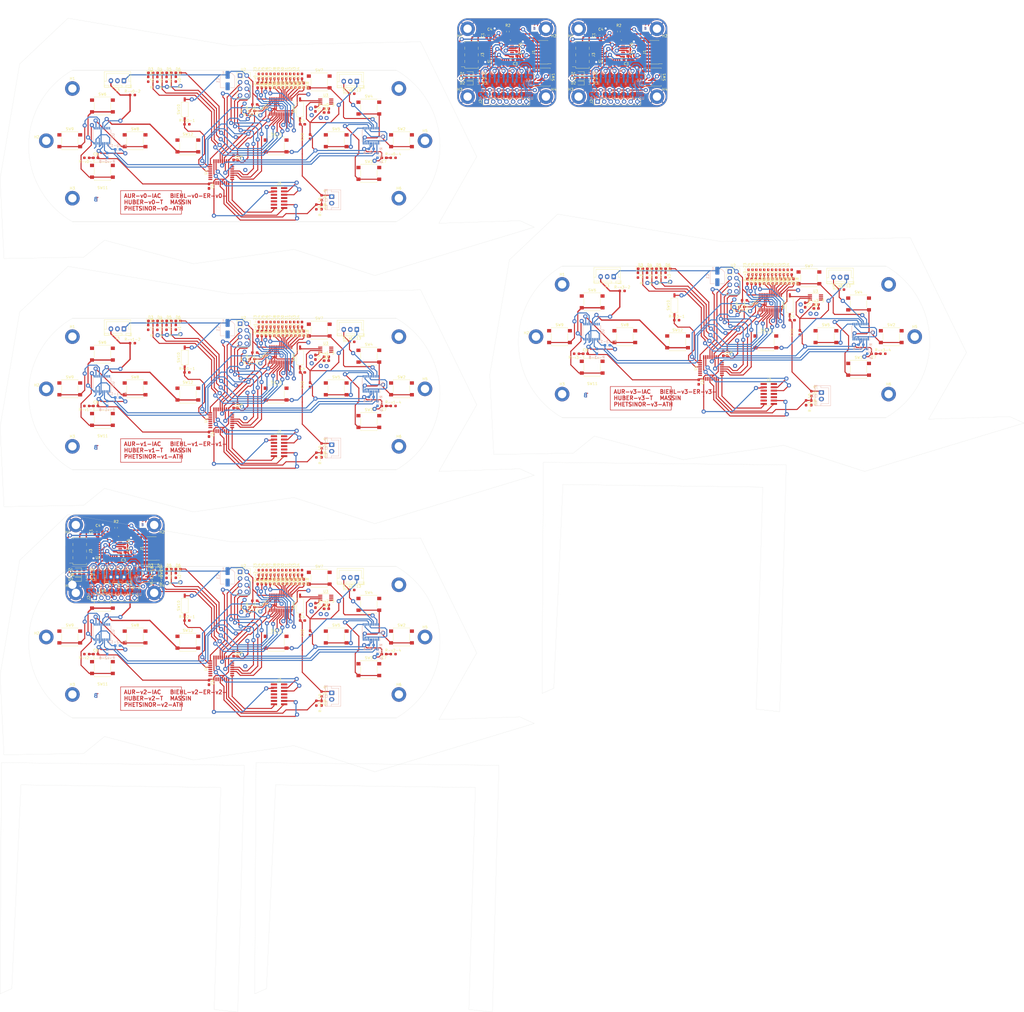
<source format=kicad_pcb>
(kicad_pcb (version 20221018) (generator pcbnew)
  (layers (0 "F.Cu" signal) (31 "B.Cu" signal) (34 "B.Paste" user) (35 "F.Paste" user) (36 "B.SilkS" user "B.Silkscreen") (37 "F.SilkS" user "F.Silkscreen") (38 "B.Mask" user) (39 "F.Mask" user) (44 "Edge.Cuts" user))
  (net 0 "")
  (net 1 "Glob_Alim-v0-")
  (net 2 "GND-v0-")
  (net 3 "POWER-v0-_CHECK-v0-")
  (net 4 "L-v0-i-ion-v0-")
  (net 5 "Net-(C7-Pad1)-v0-")
  (net 6 "Net-(C8-Pad1)-v0-")
  (net 7 "Net-(U3-BP)-v0-")
  (net 8 "Net-(D2-A)-v0-")
  (net 9 "Net-(D3-K)-v0-")
  (net 10 "Net-(D3-A)-v0-")
  (net 11 "Net-(D4-K)-v0-")
  (net 12 "Net-(D4-A)-v0-")
  (net 13 "Net-(D5-K)-v0-")
  (net 14 "Net-(D5-A)-v0-")
  (net 15 "Net-(D6-K)-v0-")
  (net 16 "Net-(D6-A)-v0-")
  (net 17 "Net-(D7-K)-v0-")
  (net 18 "Net-(D7-A)-v0-")
  (net 19 "Net-(D8-K)-v0-")
  (net 20 "Net-(D8-A)-v0-")
  (net 21 "Net-(D9-K)-v0-")
  (net 22 "Net-(D9-A)-v0-")
  (net 23 "Net-(D10-K)-v0-")
  (net 24 "Net-(D10-A)-v0-")
  (net 25 "Net-(D11-K)-v0-")
  (net 26 "Net-(D11-A)-v0-")
  (net 27 "Net-(D12-K)-v0-")
  (net 28 "Net-(D12-A)-v0-")
  (net 29 "Net-(D13-K)-v0-")
  (net 30 "Net-(D13-A)-v0-")
  (net 31 "Net-(D14-K)-v0-")
  (net 32 "Net-(D14-A)-v0-")
  (net 33 "Net-(D15-K)-v0-")
  (net 34 "Net-(D15-A)-v0-")
  (net 35 "Net-(D16-K)-v0-")
  (net 36 "Net-(D16-A)-v0-")
  (net 37 "Net-(D17-K)-v0-")
  (net 38 "Net-(D17-A)-v0-")
  (net 39 "Net-(D18-K)-v0-")
  (net 40 "Net-(D18-A)-v0-")
  (net 43 "SWDIO-v0-")
  (net 44 "SWDCK-v0-")
  (net 48 "R-v0-eset_Buton -v0-")
  (net 49 "USAR-v0-T2_R-v0-X-v0-")
  (net 50 "USAR-v0-T2_TX-v0-")
  (net 51 "R-v0-")
  (net 52 "L-v0-")
  (net 53 "NES{slash}SNES_switcher-v0-")
  (net 54 "DIO{slash}EX_CL-v0-K")
  (net 55 "DIO{slash}EX_SDA-v0-")
  (net 56 "DIODE_OE-v0-")
  (net 57 "Net-(#FL-v0-G05-pwr)")
  (net 58 "A_Button-v0-")
  (net 59 "B_Button-v0-")
  (net 60 "X_Button-v0-")
  (net 61 "Y_Button-v0-")
  (net 62 "UC_Button-v0-")
  (net 63 "Order_Search-v0-")
  (net 64 "L-v0-C_Button")
  (net 65 "R-v0-C_Button")
  (net 66 "DC_Button-v0-")
  (net 67 "ST_Button-v0-")
  (net 68 "SE_Button-v0-")
  (net 73 "Pin_Clock-v0-")
  (net 74 "Digital_Out_Put-v0-")
  (net 75 "MOSI-v0-")
  (net 79 "R-v0-X{slash}TX")
  (net 81 "CSN_nR-v0-F24")
  (net 99 "Glob_Alim-v1-")
  (net 100 "GND-v1-")
  (net 101 "POWER-v1-_CHECK-v1-")
  (net 102 "L-v1-i-ion-v1-")
  (net 103 "Net-(C7-Pad1)-v1-")
  (net 104 "Net-(C8-Pad1)-v1-")
  (net 105 "Net-(U3-BP)-v1-")
  (net 106 "Net-(D2-A)-v1-")
  (net 107 "Net-(D3-K)-v1-")
  (net 108 "Net-(D3-A)-v1-")
  (net 109 "Net-(D4-K)-v1-")
  (net 110 "Net-(D4-A)-v1-")
  (net 111 "Net-(D5-K)-v1-")
  (net 112 "Net-(D5-A)-v1-")
  (net 113 "Net-(D6-K)-v1-")
  (net 114 "Net-(D6-A)-v1-")
  (net 115 "Net-(D7-K)-v1-")
  (net 116 "Net-(D7-A)-v1-")
  (net 117 "Net-(D8-K)-v1-")
  (net 118 "Net-(D8-A)-v1-")
  (net 119 "Net-(D9-K)-v1-")
  (net 120 "Net-(D9-A)-v1-")
  (net 121 "Net-(D10-K)-v1-")
  (net 122 "Net-(D10-A)-v1-")
  (net 123 "Net-(D11-K)-v1-")
  (net 124 "Net-(D11-A)-v1-")
  (net 125 "Net-(D12-K)-v1-")
  (net 126 "Net-(D12-A)-v1-")
  (net 127 "Net-(D13-K)-v1-")
  (net 128 "Net-(D13-A)-v1-")
  (net 129 "Net-(D14-K)-v1-")
  (net 130 "Net-(D14-A)-v1-")
  (net 131 "Net-(D15-K)-v1-")
  (net 132 "Net-(D15-A)-v1-")
  (net 133 "Net-(D16-K)-v1-")
  (net 134 "Net-(D16-A)-v1-")
  (net 135 "Net-(D17-K)-v1-")
  (net 136 "Net-(D17-A)-v1-")
  (net 137 "Net-(D18-K)-v1-")
  (net 138 "Net-(D18-A)-v1-")
  (net 141 "SWDIO-v1-")
  (net 142 "SWDCK-v1-")
  (net 146 "R-v1-eset_Buton -v1-")
  (net 147 "USAR-v1-T2_R-v1-X-v1-")
  (net 148 "USAR-v1-T2_TX-v1-")
  (net 149 "R-v1-")
  (net 150 "L-v1-")
  (net 151 "NES{slash}SNES_switcher-v1-")
  (net 152 "DIO{slash}EX_CL-v1-K")
  (net 153 "DIO{slash}EX_SDA-v1-")
  (net 154 "DIODE_OE-v1-")
  (net 155 "Net-(#FL-v1-G05-pwr)")
  (net 156 "A_Button-v1-")
  (net 157 "B_Button-v1-")
  (net 158 "X_Button-v1-")
  (net 159 "Y_Button-v1-")
  (net 160 "UC_Button-v1-")
  (net 161 "Order_Search-v1-")
  (net 162 "L-v1-C_Button")
  (net 163 "R-v1-C_Button")
  (net 164 "DC_Button-v1-")
  (net 165 "ST_Button-v1-")
  (net 166 "SE_Button-v1-")
  (net 171 "Pin_Clock-v1-")
  (net 172 "Digital_Out_Put-v1-")
  (net 173 "MOSI-v1-")
  (net 177 "R-v1-X{slash}TX")
  (net 179 "CSN_nR-v1-F24")
  (net 197 "Glob_Alim-v2-")
  (net 198 "GND-v2-")
  (net 199 "POWER-v2-_CHECK-v2-")
  (net 200 "L-v2-i-ion-v2-")
  (net 201 "Net-(C7-Pad1)-v2-")
  (net 202 "Net-(C8-Pad1)-v2-")
  (net 203 "Net-(U3-BP)-v2-")
  (net 204 "Net-(D2-A)-v2-")
  (net 205 "Net-(D3-K)-v2-")
  (net 206 "Net-(D3-A)-v2-")
  (net 207 "Net-(D4-K)-v2-")
  (net 208 "Net-(D4-A)-v2-")
  (net 209 "Net-(D5-K)-v2-")
  (net 210 "Net-(D5-A)-v2-")
  (net 211 "Net-(D6-K)-v2-")
  (net 212 "Net-(D6-A)-v2-")
  (net 213 "Net-(D7-K)-v2-")
  (net 214 "Net-(D7-A)-v2-")
  (net 215 "Net-(D8-K)-v2-")
  (net 216 "Net-(D8-A)-v2-")
  (net 217 "Net-(D9-K)-v2-")
  (net 218 "Net-(D9-A)-v2-")
  (net 219 "Net-(D10-K)-v2-")
  (net 220 "Net-(D10-A)-v2-")
  (net 221 "Net-(D11-K)-v2-")
  (net 222 "Net-(D11-A)-v2-")
  (net 223 "Net-(D12-K)-v2-")
  (net 224 "Net-(D12-A)-v2-")
  (net 225 "Net-(D13-K)-v2-")
  (net 226 "Net-(D13-A)-v2-")
  (net 227 "Net-(D14-K)-v2-")
  (net 228 "Net-(D14-A)-v2-")
  (net 229 "Net-(D15-K)-v2-")
  (net 230 "Net-(D15-A)-v2-")
  (net 231 "Net-(D16-K)-v2-")
  (net 232 "Net-(D16-A)-v2-")
  (net 233 "Net-(D17-K)-v2-")
  (net 234 "Net-(D17-A)-v2-")
  (net 235 "Net-(D18-K)-v2-")
  (net 236 "Net-(D18-A)-v2-")
  (net 239 "SWDIO-v2-")
  (net 240 "SWDCK-v2-")
  (net 244 "R-v2-eset_Buton -v2-")
  (net 245 "USAR-v2-T2_R-v2-X-v2-")
  (net 246 "USAR-v2-T2_TX-v2-")
  (net 247 "R-v2-")
  (net 248 "L-v2-")
  (net 249 "NES{slash}SNES_switcher-v2-")
  (net 250 "DIO{slash}EX_CL-v2-K")
  (net 251 "DIO{slash}EX_SDA-v2-")
  (net 252 "DIODE_OE-v2-")
  (net 253 "Net-(#FL-v2-G05-pwr)")
  (net 254 "A_Button-v2-")
  (net 255 "B_Button-v2-")
  (net 256 "X_Button-v2-")
  (net 257 "Y_Button-v2-")
  (net 258 "UC_Button-v2-")
  (net 259 "Order_Search-v2-")
  (net 260 "L-v2-C_Button")
  (net 261 "R-v2-C_Button")
  (net 262 "DC_Button-v2-")
  (net 263 "ST_Button-v2-")
  (net 264 "SE_Button-v2-")
  (net 269 "Pin_Clock-v2-")
  (net 270 "Digital_Out_Put-v2-")
  (net 271 "MOSI-v2-")
  (net 275 "R-v2-X{slash}TX")
  (net 277 "CSN_nR-v2-F24")
  (net 295 "Glob_Alim-v3-")
  (net 296 "GND-v3-")
  (net 297 "POWER-v3-_CHECK-v3-")
  (net 298 "L-v3-i-ion-v3-")
  (net 299 "Net-(C7-Pad1)-v3-")
  (net 300 "Net-(C8-Pad1)-v3-")
  (net 301 "Net-(U3-BP)-v3-")
  (net 302 "Net-(D2-A)-v3-")
  (net 303 "Net-(D3-K)-v3-")
  (net 304 "Net-(D3-A)-v3-")
  (net 305 "Net-(D4-K)-v3-")
  (net 306 "Net-(D4-A)-v3-")
  (net 307 "Net-(D5-K)-v3-")
  (net 308 "Net-(D5-A)-v3-")
  (net 309 "Net-(D6-K)-v3-")
  (net 310 "Net-(D6-A)-v3-")
  (net 311 "Net-(D7-K)-v3-")
  (net 312 "Net-(D7-A)-v3-")
  (net 313 "Net-(D8-K)-v3-")
  (net 314 "Net-(D8-A)-v3-")
  (net 315 "Net-(D9-K)-v3-")
  (net 316 "Net-(D9-A)-v3-")
  (net 317 "Net-(D10-K)-v3-")
  (net 318 "Net-(D10-A)-v3-")
  (net 319 "Net-(D11-K)-v3-")
  (net 320 "Net-(D11-A)-v3-")
  (net 321 "Net-(D12-K)-v3-")
  (net 322 "Net-(D12-A)-v3-")
  (net 323 "Net-(D13-K)-v3-")
  (net 324 "Net-(D13-A)-v3-")
  (net 325 "Net-(D14-K)-v3-")
  (net 326 "Net-(D14-A)-v3-")
  (net 327 "Net-(D15-K)-v3-")
  (net 328 "Net-(D15-A)-v3-")
  (net 329 "Net-(D16-K)-v3-")
  (net 330 "Net-(D16-A)-v3-")
  (net 331 "Net-(D17-K)-v3-")
  (net 332 "Net-(D17-A)-v3-")
  (net 333 "Net-(D18-K)-v3-")
  (net 334 "Net-(D18-A)-v3-")
  (net 337 "SWDIO-v3-")
  (net 338 "SWDCK-v3-")
  (net 342 "R-v3-eset_Buton -v3-")
  (net 343 "USAR-v3-T2_R-v3-X-v3-")
  (net 344 "USAR-v3-T2_TX-v3-")
  (net 345 "R-v3-")
  (net 346 "L-v3-")
  (net 347 "NES{slash}SNES_switcher-v3-")
  (net 348 "DIO{slash}EX_CL-v3-K")
  (net 349 "DIO{slash}EX_SDA-v3-")
  (net 350 "DIODE_OE-v3-")
  (net 351 "Net-(#FL-v3-G05-pwr)")
  (net 352 "A_Button-v3-")
  (net 353 "B_Button-v3-")
  (net 354 "X_Button-v3-")
  (net 355 "Y_Button-v3-")
  (net 356 "UC_Button-v3-")
  (net 357 "Order_Search-v3-")
  (net 358 "L-v3-C_Button")
  (net 359 "R-v3-C_Button")
  (net 360 "DC_Button-v3-")
  (net 361 "ST_Button-v3-")
  (net 362 "SE_Button-v3-")
  (net 367 "Pin_Clock-v3-")
  (net 368 "Digital_Out_Put-v3-")
  (net 369 "MOSI-v3-")
  (net 373 "R-v3-X{slash}TX")
  (net 375 "CSN_nR-v3-F24")
  (net 393 "+5V-v7-")
  (net 394 "GND-v7-")
  (net 395 "+3.3V-v7-")
  (net 396 "Net-(D1-K)-v7-")
  (net 398 "Net-(D3-K)-v7-")
  (net 399 "Status_LED-v7-")
  (net 400 "Data_Clock_SNES-v7-")
  (net 401 "Data_Latch_SNES-v7-")
  (net 402 "Net-(D2-K)-v7-")
  (net 403 "Serial_Data1_SNES-v7-")
  (net 404 "Serial_Data2_SNES-v7-")
  (net 405 "SPI_Chip_Select-v7-")
  (net 406 "Chip_Enable-v7-")
  (net 407 "SPI_Digital_Input-v7-")
  (net 408 "SPI_Clock-v7-")
  (net 409 "SPI_Digital_Output-v7-")
  (net 410 "IOBit_SNES-v7-")
  (net 411 "Data_Clock_STM32-v7-")
  (net 412 "Data_Latch_STM32-v7-")
  (net 413 "Appairing_Btn-v7-")
  (net 414 "Net-(U2-BP)-v7-")
  (net 415 "SWDIO-v7-")
  (net 416 "SWDCK-v7-")
  (net 419 "NRST-v7-")
  (net 420 "USART2_RX-v7-")
  (net 421 "USART2_TX-v7-")
  (net 422 "Serial_Data1_STM32-v7-")
  (net 423 "IOBit_STM32-v7-")
  (net 424 "Serial_Data2_STM32-v7-")
  (net 438 "+5V-v8-")
  (net 439 "GND-v8-")
  (net 440 "+3.3V-v8-")
  (net 441 "Net-(D1-K)-v8-")
  (net 443 "Net-(D3-K)-v8-")
  (net 444 "Status_LED-v8-")
  (net 445 "Data_Clock_SNES-v8-")
  (net 446 "Data_Latch_SNES-v8-")
  (net 447 "Net-(D2-K)-v8-")
  (net 448 "Serial_Data1_SNES-v8-")
  (net 449 "Serial_Data2_SNES-v8-")
  (net 450 "SPI_Chip_Select-v8-")
  (net 451 "Chip_Enable-v8-")
  (net 452 "SPI_Digital_Input-v8-")
  (net 453 "SPI_Clock-v8-")
  (net 454 "SPI_Digital_Output-v8-")
  (net 455 "IOBit_SNES-v8-")
  (net 456 "Data_Clock_STM32-v8-")
  (net 457 "Data_Latch_STM32-v8-")
  (net 458 "Appairing_Btn-v8-")
  (net 459 "Net-(U2-BP)-v8-")
  (net 460 "SWDIO-v8-")
  (net 461 "SWDCK-v8-")
  (net 464 "NRST-v8-")
  (net 465 "USART2_RX-v8-")
  (net 466 "USART2_TX-v8-")
  (net 467 "Serial_Data1_STM32-v8-")
  (net 468 "IOBit_STM32-v8-")
  (net 469 "Serial_Data2_STM32-v8-")
  (net 483 "+5V-v9-")
  (net 484 "GND-v9-")
  (net 485 "+3.3V-v9-")
  (net 486 "Net-(D1-K)-v9-")
  (net 488 "Net-(D3-K)-v9-")
  (net 489 "Status_LED-v9-")
  (net 490 "Data_Clock_SNES-v9-")
  (net 491 "Data_Latch_SNES-v9-")
  (net 492 "Net-(D2-K)-v9-")
  (net 493 "Serial_Data1_SNES-v9-")
  (net 494 "Serial_Data2_SNES-v9-")
  (net 495 "SPI_Chip_Select-v9-")
  (net 496 "Chip_Enable-v9-")
  (net 497 "SPI_Digital_Input-v9-")
  (net 498 "SPI_Clock-v9-")
  (net 499 "SPI_Digital_Output-v9-")
  (net 500 "IOBit_SNES-v9-")
  (net 501 "Data_Clock_STM32-v9-")
  (net 502 "Data_Latch_STM32-v9-")
  (net 503 "Appairing_Btn-v9-")
  (net 504 "Net-(U2-BP)-v9-")
  (net 505 "SWDIO-v9-")
  (net 506 "SWDCK-v9-")
  (net 509 "NRST-v9-")
  (net 510 "USART2_RX-v9-")
  (net 511 "USART2_TX-v9-")
  (net 512 "Serial_Data1_STM32-v9-")
  (net 513 "IOBit_STM32-v9-")
  (net 514 "Serial_Data2_STM32-v9-")
  (footprint "MountingHole:MountingHole_3.2mm_M3_DIN965_Pad" (layer "F.Cu") (at 30.25 221.25)
    (fp_text reference "H3")
    (fp_text value "MountingHole_Pad")
  )
  (footprint "Diode_SMD:D_0603_1608Metric_Pad1.05x0.95mm_HandSolder" (layer "F.Cu") (at 30.76875 214.25 180)
    (fp_text reference "D3")
    (fp_text value "LED")
  )
  (footprint "L-v3-ED_SMD:L-v3-ED_0603_1608Metric_Pad1.05x0.95mm_HandSolder" (layer "F.Cu") (at 295.398491 101.945225 -90)
    (fp_text reference "D12")
    (fp_text value "O2")
  )
  (footprint "MountingHole:MountingHole_3.2mm_M3_DIN965_Pad" (layer "F.Cu") (at 18.938491 238.132725)
    (fp_text reference "H2")
    (fp_text value "MountingHole_Pad")
  )
  (footprint "R-v3-esistor_SMD:R-v3-_0603_1608Metric_Pad0.98x0.95mm_HandSolder" (layer "F.Cu") (at 304.338491 98.445225 90)
    (fp_text reference "R-v3-34")
    (fp_text value "1K")
  )
  (footprint "R-v0-esistor_SMD:R-v0-_0603_1608Metric_Pad0.98x0.95mm_HandSolder" (layer "F.Cu") (at 107.838491 23.445225 90)
    (fp_text reference "R-v0-28")
    (fp_text value "1K")
  )
  (footprint "L-v0-ED_SMD:L-v0-ED_0603_1608Metric_Pad1.05x0.95mm_HandSolder" (layer "F.Cu") (at 107.898491 26.945225 -90)
    (fp_text reference "D12")
    (fp_text value "O2")
  )
  (footprint "Package_SO:MSOP-8_3x3mm_P0.65mm" (layer "F.Cu") (at 125.938491 223.132725)
    (fp_text reference "U3")
    (fp_text value "MIC5219-3.3YMM")
  )
  (footprint "Resistor_SMD:R_0603_1608Metric_Pad0.98x0.95mm_HandSolder" (layer "F.Cu") (at 184.26875 22.45)
    (fp_text reference "R1")
    (fp_text value "1k")
  )
  (footprint "R-v0-esistor_SMD:R-v0-_0603_1608Metric_Pad0.98x0.95mm_HandSolder" (layer "F.Cu") (at 109.338491 23.445225 90)
    (fp_text reference "R-v0-29")
    (fp_text value "1K")
  )
  (footprint "R-v0-esistor_SMD:R-v0-_0603_1608Metric_Pad0.98x0.95mm_HandSolder" (layer "F.Cu") (at 113.838491 23.445225 90)
    (fp_text reference "R-v0-32")
    (fp_text value "1K")
  )
  (footprint "MountingHole:MountingHole_3.2mm_M3_DIN965_Pad" (layer "F.Cu") (at 341.438491 103.132725)
    (fp_text reference "H4")
    (fp_text value "MountingHole_Pad")
  )
  (footprint "L-v1-ED_SMD:L-v1-ED_0603_1608Metric_Pad1.05x0.95mm_HandSolder" (layer "F.Cu") (at 115.913491 121.932725 -90)
    (fp_text reference "D17")
    (fp_text value "R-v1-3")
  )
  (footprint "Button_Switch_SMD:SW_SPST_B3S-1000" (layer "F.Cu") (at 142.438491 130.632725)
    (fp_text reference "SW4")
    (fp_text value "SW_Push")
  )
  (footprint "R-v0-esistor_SMD:R-v0-_0603_1608Metric_Pad0.98x0.95mm_HandSolder" (layer "F.Cu") (at 72.788491 41.832725)
    (fp_text reference "R-v0-1")
    (fp_text value "1K")
  )
  (footprint "L-v3-ED_SMD:L-v3-ED_0603_1608Metric_Pad1.05x0.95mm_HandSolder" (layer "F.Cu") (at 313.698491 112.332725)
    (fp_text reference "D2")
    (fp_text value "L-v3-ED_Small")
  )
  (footprint "R-v3-esistor_SMD:R-v3-_0603_1608Metric_Pad0.98x0.95mm_HandSolder" (layer "F.Cu") (at 287.838491 98.445225 90)
    (fp_text reference "R-v3-23")
    (fp_text value "1K")
  )
  (footprint "R-v0-esistor_SMD:R-v0-_0603_1608Metric_Pad0.98x0.95mm_HandSolder" (layer "F.Cu") (at 122.338491 73.470225 -90)
    (fp_text reference "R-v0-10")
    (fp_text value "1M")
  )
  (footprint "L-v2-ED_SMD:L-v2-ED_0603_1608Metric_Pad1.05x0.95mm_HandSolder" (layer "F.Cu") (at 107.898491 216.945225 -90)
    (fp_text reference "D12")
    (fp_text value "O2")
  )
  (footprint "Resistor_SMD:R_0603_1608Metric_Pad0.98x0.95mm_HandSolder" (layer "F.Cu") (at 34.26875 214.25)
    (fp_text reference "R4")
    (fp_text value "1k")
  )
  (footprint "R-v3-esistor_SMD:R-v3-_0603_1608Metric_Pad0.98x0.95mm_HandSolder" (layer "F.Cu") (at 309.838491 148.470225 -90)
    (fp_text reference "R-v3-10")
    (fp_text value "1M")
  )
  (footprint "Button_Switch_SMD:SW_DIP_SPSTx01_Slide_Copal_CHS-01B_W7.62mm_P1.27mm" (layer "F.Cu") (at 71.938491 131.132725 90)
    (fp_text reference "SW10")
    (fp_text value "SW_DIP_x01")
  )
  (footprint "MountingHole:MountingHole_3.2mm_M3_DIN965_Pad" (layer "F.Cu") (at 216.438491 103.132725)
    (fp_text reference "H1")
    (fp_text value "MountingHole_Pad")
  )
  (footprint "L-v2-ED_SMD:L-v2-ED_0603_1608Metric_Pad1.05x0.95mm_HandSolder" (layer "F.Cu") (at 103.063491 216.957725 -90)
    (fp_text reference "D9")
    (fp_text value "G7")
  )
  (footprint "R-v3-esistor_SMD:R-v3-_0603_1608Metric_Pad0.98x0.95mm_HandSolder" (layer "F.Cu") (at 285.248491 111.732725 180)
    (fp_text reference "R-v3-11")
    (fp_text value "10K")
  )
  (footprint "Diode_SMD:D_0603_1608Metric_Pad1.05x0.95mm_HandSolder" (layer "F.Cu") (at 223.26875 26.05 180)
    (fp_text reference "D2")
    (fp_text value "LED_Small")
  )
  (footprint "Capacitor_SMD:C_0603_1608Metric_Pad1.08x0.95mm_HandSolder" (layer "F.Cu") (at 121.988491 131.032725 -90)
    (fp_text reference "C9")
    (fp_text value "470p")
  )
  (footprint "Connector_PinHeader_2.54mm:PinHeader_1x07_P2.54mm_Vertical" (layer "F.Cu") (at 230 33.15 90)
    (fp_text reference "J2")
    (fp_text value "Conn_01x07_Socket")
  )
  (footprint "Button_Switch_SMD:SW_DIP_SPSTx01_Slide_Copal_CHS-01B_W7.62mm_P1.27mm" (layer "F.Cu") (at 116.108491 131.132725 90)
    (fp_text reference "SW1")
    (fp_text value "SW_DIP_x01")
  )
  (footprint "L-v1-ED_SMD:L-v1-ED_0603_1608Metric_Pad1.05x0.95mm_HandSolder" (layer "F.Cu") (at 107.898491 121.945225 -90)
    (fp_text reference "D12")
    (fp_text value "O2")
  )
  (footprint "R-v0-esistor_SMD:R-v0-_0603_1608Metric_Pad0.98x0.95mm_HandSolder" (layer "F.Cu") (at 103.308491 23.445225 90)
    (fp_text reference "R-v0-25")
    (fp_text value "1K")
  )
  (footprint "MountingHole:MountingHole_3.2mm_M3_DIN965_Pad" (layer "F.Cu") (at 351.438491 123.132725)
    (fp_text reference "H5")
    (fp_text value "MountingHole_Pad")
  )
  (footprint "R-v2-esistor_SMD:R-v2-_0603_1608Metric_Pad0.98x0.95mm_HandSolder" (layer "F.Cu") (at 97.748491 226.732725 180)
    (fp_text reference "R-v2-11")
    (fp_text value "10K")
  )
  (footprint "MountingHole:MountingHole_3.2mm_M3_DIN965_Pad" (layer "F.Cu") (at 222.75 31.25)
    (fp_text reference "H3")
    (fp_text value "MountingHole_Pad")
  )
  (footprint "Capacitor_SMD:C_0603_1608Metric_Pad1.08x0.95mm_HandSolder" (layer "F.Cu") (at 119.933491 236.615225 -90)
    (fp_text reference "C10")
    (fp_text value "100nF")
  )
  (footprint "Diode_SMD:D_0603_1608Metric_Pad1.05x0.95mm_HandSolder" (layer "F.Cu") (at 30.76875 216.05 180)
    (fp_text reference "D2")
    (fp_text value "LED_Small")
  )
  (footprint "L-v0-ED_SMD:L-v0-ED_0603_1608Metric_Pad1.05x0.95mm_HandSolder" (layer "F.Cu") (at 69.438491 22.132725)
    (fp_text reference "D6")
    (fp_text value "G4")
  )
  (footprint "Capacitor_SMD:C_0603_1608Metric_Pad1.08x0.95mm_HandSolder" (layer "F.Cu") (at 230.05 7.75 90)
    (fp_text reference "C1")
    (fp_text value "10u")
  )
  (footprint "R-v3-esistor_SMD:R-v3-_0603_1608Metric_Pad0.98x0.95mm_HandSolder" (layer "F.Cu") (at 298.338491 98.445225 90)
    (fp_text reference "R-v3-30")
    (fp_text value "1K")
  )
  (footprint "L-v1-ED_SMD:L-v1-ED_0603_1608Metric_Pad1.05x0.95mm_HandSolder" (layer "F.Cu") (at 99.863491 121.957725 -90)
    (fp_text reference "D7")
    (fp_text value "G5")
  )
  (footprint "Button_Switch_SMD:SW_SPST_B3S-1000" (layer "F.Cu") (at 73.148491 50.132725)
    (fp_text reference "SW12")
    (fp_text value "SW_Push")
  )
  (footprint "R-v1-esistor_SMD:R-v1-_0603_1608Metric_Pad0.98x0.95mm_HandSolder" (layer "F.Cu") (at 112.338491 118.445225 90)
    (fp_text reference "R-v1-31")
    (fp_text value "1K")
  )
  (footprint "Resistor_SMD:R_0603_1608Metric_Pad0.98x0.95mm_HandSolder" (layer "F.Cu") (at 195.67 6.32 90)
    (fp_text reference "R2")
    (fp_text value "10k")
  )
  (footprint "R-v1-esistor_SMD:R-v1-_0603_1608Metric_Pad0.98x0.95mm_HandSolder" (layer "F.Cu") (at 51.938491 125.632725)
    (fp_text reference "R-v1-2")
    (fp_text value "1K")
  )
  (footprint "L-v1-ED_SMD:L-v1-ED_0603_1608Metric_Pad1.05x0.95mm_HandSolder" (layer "F.Cu") (at 65.938491 117.132725)
    (fp_text reference "D5")
    (fp_text value "G3")
  )
  (footprint "Connector_PinHeader_2.54mm:PinHeader_1x07_P2.54mm_Vertical" (layer "F.Cu") (at 37.5 223.15 90)
    (fp_text reference "J2")
    (fp_text value "Conn_01x07_Socket")
  )
  (footprint "MountingHole:MountingHole_3.2mm_M3_DIN965_Pad" (layer "F.Cu") (at 210.25 5.25)
    (fp_text reference "H2")
    (fp_text value "MountingHole_Pad")
  )
  (footprint "MountingHole:MountingHole_3.2mm_M3_DIN965_Pad" (layer "F.Cu") (at 341.438491 145.132725)
    (fp_text reference "H6")
    (fp_text value "MountingHole_Pad")
  )
  (footprint "Button_Switch_SMD:SW_SPST_B3S-1000" (layer "F.Cu") (at 317.438491 123.132725)
    (fp_text reference "SW5")
    (fp_text value "SW_Push")
  )
  (footprint "L-v0-ED_SMD:L-v0-ED_0603_1608Metric_Pad1.05x0.95mm_HandSolder" (layer "F.Cu") (at 103.063491 26.957725 -90)
    (fp_text reference "D9")
    (fp_text value "G7")
  )
  (footprint "L-v0-ED_SMD:L-v0-ED_0603_1608Metric_Pad1.05x0.95mm_HandSolder" (layer "F.Cu") (at 104.663491 26.957725 -90)
    (fp_text reference "D10")
    (fp_text value "G8")
  )
  (footprint "Capacitor_SMD:C_0603_1608Metric_Pad1.08x0.95mm_HandSolder" (layer "F.Cu") (at 124.338491 168.470225 -90)
    (fp_text reference "C2")
    (fp_text value "1nF")
  )
  (footprint "R-v1-esistor_SMD:R-v1-_0603_1608Metric_Pad0.98x0.95mm_HandSolder" (layer "F.Cu") (at 98.748491 129.232725 180)
    (fp_text reference "R-v1-16")
    (fp_text value "10K")
  )
  (footprint "Button_Switch_SMD:SW_SPST_B3S-1000" (layer "F.Cu") (at 329.938491 135.632725)
    (fp_text reference "SW3")
    (fp_text value "SW_Push")
  )
  (footprint "Capacitor_SMD:C_0603_1608Metric_Pad1.08x0.95mm_HandSolder" (layer "F.Cu") (at 124.338491 263.470225 -90)
    (fp_text reference "C2")
    (fp_text value "1nF")
  )
  (footprint "Connector_PinHeader_1.27mm:PinHeader_2x07_P1.27mm_Vertical_SMD" (layer "F.Cu") (at 108.063491 260.072725)
    (fp_text reference "J2")
    (fp_text value "Conn_02x07_Odd_Even")
  )
  (footprint "L-v2-ED_SMD:L-v2-ED_0603_1608Metric_Pad1.05x0.95mm_HandSolder" (layer "F.Cu") (at 114.313491 216.932725 -90)
    (fp_text reference "D16")
    (fp_text value "R-v2-2")
  )
  (footprint "L-v3-ED_SMD:L-v3-ED_0603_1608Metric_Pad1.05x0.95mm_HandSolder" (layer "F.Cu") (at 290.563491 101.957725 -90)
    (fp_text reference "D9")
    (fp_text value "G7")
  )
  (footprint "Package_SO:TSSOP-28_4.4x9.7mm_P0.65mm" (layer "F.Cu") (at 108.672491 35.046725 90)
    (fp_text reference "U4")
    (fp_text value "PCA9685PW")
  )
  (footprint "Connector_JST:JST_XH_B3B-XH-A_1x03_P2.50mm_Vertical" (layer "F.Cu") (at 48.688491 25.157725 180)
    (fp_text reference "J3")
    (fp_text value "Conn_01x03")
  )
  (footprint "Package_SO:TSSOP-28_4.4x9.7mm_P0.65mm" (layer "F.Cu") (at 108.672491 225.046725 90)
    (fp_text reference "U4")
    (fp_text value "PCA9685PW")
  )
  (footprint "Button_Switch_SMD:SW_SPST_B3S-1000" (layer "F.Cu") (at 123.438491 25.632725)
    (fp_text reference "SW7")
    (fp_text value "SW_SPST")
  )
  (footprint "Button_Switch_SMD:SW_SPST_B3S-1000" (layer "F.Cu") (at 73.148491 240.132725)
    (fp_text reference "SW12")
    (fp_text value "SW_Push")
  )
  (footprint "Package_QFP:LQFP-32_7x7mm_P0.8mm" (layer "F.Cu") (at 193.1 13.15 180)
    (fp_text reference "U1")
    (fp_text value "STM32L412KBTx")
  )
  (footprint "Button_Switch_SMD:SW_DIP_SPSTx01_Slide_Copal_CHS-01B_W7.62mm_P1.27mm" (layer "F.Cu") (at 71.938491 226.132725 90)
    (fp_text reference "SW10")
    (fp_text value "SW_DIP_x01")
  )
  (footprint "R-v0-esistor_SMD:R-v0-_0603_1608Metric_Pad0.98x0.95mm_HandSolder" (layer "F.Cu") (at 101.838491 23.445225 90)
    (fp_text reference "R-v0-24")
    (fp_text value "1K")
  )
  (footprint "Capacitor_SMD:C_0603_1608Metric_Pad1.08x0.95mm_HandSolder" (layer "F.Cu") (at 268.740491 140.526725 -90)
    (fp_text reference "C5")
    (fp_text value "100n")
  )
  (footprint "Diode_SMD:D_0603_1608Metric_Pad1.05x0.95mm_HandSolder" (layer "F.Cu") (at 180.76875 24.25 180)
    (fp_text reference "D3")
    (fp_text value "LED")
  )
  (footprint "Connector_PinHeader_2.54mm:PinHeader_2x04_P2.54mm_Vertical" (layer "F.Cu") (at 93.138491 118.192725)
    (fp_text reference "U2")
    (fp_text value "nR-v1-F24_Full")
  )
  (footprint "MountingHole:MountingHole_3.2mm_M3_DIN965_Pad" (layer "F.Cu") (at 153.938491 28.132725)
    (fp_text reference "H4")
    (fp_text value "MountingHole_Pad")
  )
  (footprint "R-v1-esistor_SMD:R-v1-_0603_1608Metric_Pad0.98x0.95mm_HandSolder" (layer "F.Cu") (at 101.838491 118.445225 90)
    (fp_text reference "R-v1-24")
    (fp_text value "1K")
  )
  (footprint "Diode_SMD:D_0603_1608Metric_Pad1.05x0.95mm_HandSolder" (layer "F.Cu") (at 30.76875 212.45 180)
    (fp_text reference "D1")
    (fp_text value "LED_Small")
  )
  (footprint "R-v2-esistor_SMD:R-v2-_0603_1608Metric_Pad0.98x0.95mm_HandSolder" (layer "F.Cu") (at 106.338491 213.445225 90)
    (fp_text reference "R-v2-27")
    (fp_text value "1K")
  )
  (footprint "L-v3-ED_SMD:L-v3-ED_0603_1608Metric_Pad1.05x0.95mm_HandSolder" (layer "F.Cu") (at 249.938491 97.132725)
    (fp_text reference "D4")
    (fp_text value "G2")
  )
  (footprint "L-v1-ED_SMD:L-v1-ED_0603_1608Metric_Pad1.05x0.95mm_HandSolder" (layer "F.Cu") (at 106.263491 121.957725 -90)
    (fp_text reference "D11")
    (fp_text value "O1")
  )
  (footprint "Package_SO:MSOP-8_3x3mm_P0.65mm" (layer "F.Cu") (at 313.438491 108.132725)
    (fp_text reference "U3")
    (fp_text value "MIC5219-3.3YMM")
  )
  (footprint "MountingHole:MountingHole_3.2mm_M3_DIN965_Pad" (layer "F.Cu") (at 28.938491 123.132725)
    (fp_text reference "H1")
    (fp_text value "MountingHole_Pad")
  )
  (footprint "R-v0-esistor_SMD:R-v0-_0603_1608Metric_Pad0.98x0.95mm_HandSolder" (layer "F.Cu") (at 64.988491 24.607725 -90)
    (fp_text reference "R-v0-21")
    (fp_text value "1K")
  )
  (footprint "Capacitor_SMD:C_0603_1608Metric_Pad1.08x0.95mm_HandSolder" (layer "F.Cu") (at 309.488491 111.032725 -90)
    (fp_text reference "C9")
    (fp_text value "470p")
  )
  (footprint "R-v0-esistor_SMD:R-v0-_0603_1608Metric_Pad0.98x0.95mm_HandSolder" (layer "F.Cu") (at 112.338491 23.445225 90)
    (fp_text reference "R-v0-31")
    (fp_text value "1K")
  )
  (footprint "R-v0-esistor_SMD:R-v0-_0603_1608Metric_Pad0.98x0.95mm_HandSolder" (layer "F.Cu") (at 126.198491 35.808725)
    (fp_text reference "R-v0-3")
    (fp_text value "1K")
  )
  (footprint "Connector_PinSocket_2.54mm:PinSocket_2x04_P2.54mm_Vertical_SMD" (layer "F.Cu") (at 181.75 15.25 180)
    (fp_text reference "J3")
    (fp_text value "Conn_01x08_Socket")
  )
  (footprint "Capacitor_SMD:C_0603_1608Metric_Pad1.08x0.95mm_HandSolder" (layer "F.Cu") (at 198.5025 17.19)
    (fp_text reference "C3")
    (fp_text value "100n")
  )
  (footprint "R-v1-esistor_SMD:R-v1-_0603_1608Metric_Pad0.98x0.95mm_HandSolder" (layer "F.Cu") (at 68.538491 119.557725 -90)
    (fp_text reference "R-v1-22")
    (fp_text value "1K")
  )
  (footprint "L-v3-ED_SMD:L-v3-ED_0603_1608Metric_Pad1.05x0.95mm_HandSolder" (layer "F.Cu") (at 305.038491 101.932725 -90)
    (fp_text reference "D18")
    (fp_text value "R-v3-4")
  )
  (footprint "R-v0-esistor_SMD:R-v0-_0603_1608Metric_Pad0.98x0.95mm_HandSolder" (layer "F.Cu") (at 115.338491 23.445225 90)
    (fp_text reference "R-v0-33")
    (fp_text value "1K")
  )
  (footprint "L-v3-ED_SMD:L-v3-ED_0603_1608Metric_Pad1.05x0.95mm_HandSolder" (layer "F.Cu") (at 303.413491 101.932725 -90)
    (fp_text reference "D17")
    (fp_text value "R-v3-3")
  )
  (footprint "Diode_SMD:D_0603_1608Metric_Pad1.05x0.95mm_HandSolder" (layer "F.Cu") (at 180.76875 22.45 180)
    (fp_text reference "D1")
    (fp_text value "LED_Small")
  )
  (footprint "MountingHole:MountingHole_3.2mm_M3_DIN965_Pad" (layer "F.Cu") (at 163.938491 143.132725)
    (fp_text reference "H5")
    (fp_text value "MountingHole_Pad")
  )
  (footprint "R-v2-esistor_SMD:R-v2-_0603_1608Metric_Pad0.98x0.95mm_HandSolder" (layer "F.Cu") (at 109.338491 213.445225 90)
    (fp_text reference "R-v2-29")
    (fp_text value "1K")
  )
  (footprint "Capacitor_SMD:C_0603_1608Metric_Pad1.08x0.95mm_HandSolder" (layer "F.Cu") (at 241.51 14.8025 90)
    (fp_text reference "C2")
    (fp_text value "100n")
  )
  (footprint "L-v1-ED_SMD:L-v1-ED_0603_1608Metric_Pad1.05x0.95mm_HandSolder" (layer "F.Cu") (at 117.538491 121.932725 -90)
    (fp_text reference "D18")
    (fp_text value "R-v1-4")
  )
  (footprint "Button_Switch_SMD:SW_SPST_B3S-1000" (layer "F.Cu") (at 52.938491 143.132725)
    (fp_text reference "SW8")
    (fp_text value "SW_Push")
  )
  (footprint "R-v3-esistor_SMD:R-v3-_0603_1608Metric_Pad0.98x0.95mm_HandSolder" (layer "F.Cu") (at 302.838491 98.445225 90)
    (fp_text reference "R-v3-33")
    (fp_text value "1K")
  )
  (footprint "Button_Switch_SMD:SW_SPST_B3S-1000" (layer "F.Cu") (at 40.438491 249.832725)
    (fp_text reference "SW11")
    (fp_text value "SW_Push")
  )
  (footprint "R-v0-esistor_SMD:R-v0-_0603_1608Metric_Pad0.98x0.95mm_HandSolder" (layer "F.Cu") (at 106.338491 23.445225 90)
    (fp_text reference "R-v0-27")
    (fp_text value "1K")
  )
  (footprint "R-v1-esistor_SMD:R-v1-_0603_1608Metric_Pad0.98x0.95mm_HandSolder" (layer "F.Cu") (at 104.838491 118.445225 90)
    (fp_text reference "R-v1-26")
    (fp_text value "1K")
  )
  (footprint "Button_Switch_SMD:SW_SPST_B3S-1000" (layer "F.Cu") (at 129.938491 238.132725)
    (fp_text reference "SW5")
    (fp_text value "SW_Push")
  )
  (footprint "R-v3-esistor_SMD:R-v3-_0603_1608Metric_Pad0.98x0.95mm_HandSolder" (layer "F.Cu") (at 248.963491 99.632725 -90)
    (fp_text reference "R-v3-20")
    (fp_text value "1K")
  )
  (footprint "Connector_PinHeader_1.27mm:PinHeader_2x07_P1.27mm_Vertical_SMD" (layer "F.Cu") (at 59.25 204.25 180)
    (fp_text reference "J1")
    (fp_text value "Conn_02x07_Odd_Even")
  )
  (footprint "Package_QFP:L-v2-QFP-32_7x7mm_P0.8mm" (layer "F.Cu") (at 85.938491 250.132725 90)
    (fp_text reference "U1")
    (fp_text value "STM32L-v2-412KBTx")
  )
  (footprint "L-v2-ED_SMD:L-v2-ED_0603_1608Metric_Pad1.05x0.95mm_HandSolder" (layer "F.Cu") (at 109.513491 216.932725 -90)
    (fp_text reference "D13")
    (fp_text value "O3")
  )
  (footprint "Button_Switch_SMD:SW_DIP_SPSTx01_Slide_Copal_CHS-01B_W7.62mm_P1.27mm" (layer "F.Cu") (at 259.438491 111.132725 90)
    (fp_text reference "SW10")
    (fp_text value "SW_DIP_x01")
  )
  (footprint "Capacitor_SMD:C_0603_1608Metric_Pad1.08x0.95mm_HandSolder" (layer "F.Cu") (at 119.933491 46.615225 -90)
    (fp_text reference "C10")
    (fp_text value "100nF")
  )
  (footprint "R-v1-esistor_SMD:R-v1-_0603_1608Metric_Pad0.98x0.95mm_HandSolder" (layer "F.Cu") (at 106.338491 118.445225 90)
    (fp_text reference "R-v1-27")
    (fp_text value "1K")
  )
  (footprint "MountingHole:MountingHole_3.2mm_M3_DIN965_Pad" (layer "F.Cu") (at 252.75 5.25)
    (fp_text reference "H2")
    (fp_text value "MountingHole_Pad")
  )
  (footprint "L-v3-ED_SMD:L-v3-ED_0603_1608Metric_Pad1.05x0.95mm_HandSolder" (layer "F.Cu") (at 288.962491 101.957725 -90)
    (fp_text reference "D8")
    (fp_text value "G6")
  )
  (footprint "R-v3-esistor_SMD:R-v3-_0603_1608Metric_Pad0.98x0.95mm_HandSolder" (layer "F.Cu") (at 339.250515 129.682725)
    (fp_text reference "R-v3-4")
    (fp_text value "1k")
  )
  (footprint "MountingHole:MountingHole_3.2mm_M3_DIN965_Pad" (layer "F.Cu") (at 210.25 31.25)
    (fp_text reference "H4")
    (fp_text value "MountingHole_Pad")
  )
  (footprint "Capacitor_SMD:C_0603_1608Metric_Pad1.08x0.95mm_HandSolder" (layer "F.Cu") (at 92.162491 244.604725 -90)
    (fp_text reference "C6")
    (fp_text value "10u")
  )
  (footprint "MountingHole:MountingHole_3.2mm_M3_DIN965_Pad" (layer "F.Cu") (at 153.938491 218.132725)
    (fp_text reference "H4")
    (fp_text value "MountingHole_Pad")
  )
  (footprint "L-v0-ED_SMD:L-v0-ED_0603_1608Metric_Pad1.05x0.95mm_HandSolder" (layer "F.Cu") (at 65.938491 22.132725)
    (fp_text reference "D5")
    (fp_text value "G3")
  )
  (footprint "R-v3-esistor_SMD:R-v3-_0603_1608Metric_Pad0.98x0.95mm_HandSolder" (layer "F.Cu") (at 311.838491 144.932725 -90)
    (fp_text reference "R-v3-9")
    (fp_text value "1M")
  )
  (footprint "MountingHole:MountingHole_3.2mm_M3_DIN965_Pad" (layer "F.Cu") (at 28.938491 165.132725)
    (fp_text reference "H3")
    (fp_text value "MountingHole_Pad")
  )
  (footprint "Connector_JST:JST_XH_B3B-XH-A_1x03_P2.50mm_Vertical" (layer "F.Cu") (at 48.688491 120.157725 180)
    (fp_text reference "J3")
    (fp_text value "Conn_01x03")
  )
  (footprint "Button_Switch_SMD:SW_SPST_B3S-1000" (layer "F.Cu") (at 142.438491 250.632725)
    (fp_text reference "SW3")
    (fp_text value "SW_Push")
  )
  (footprint "R-v2-esistor_SMD:R-v2-_0603_1608Metric_Pad0.98x0.95mm_HandSolder" (layer "F.Cu") (at 122.338491 263.470225 -90)
    (fp_text reference "R-v2-10")
    (fp_text value "1M")
  )
  (footprint "Capacitor_SMD:C_0603_1608Metric_Pad1.08x0.95mm_HandSolder" (layer "F.Cu") (at 187.55 7.75 90)
    (fp_text reference "C1")
    (fp_text value "10u")
  )
  (footprint "Diode_SMD:D_0603_1608Metric_Pad1.05x0.95mm_HandSolder" (layer "F.Cu") (at 223.26875 24.25 180)
    (fp_text reference "D3")
    (fp_text value "LED")
  )
  (footprint "Capacitor_SMD:C_0603_1608Metric_Pad1.08x0.95mm_HandSolder" (layer "F.Cu") (at 81.240491 65.526725 -90)
    (fp_text reference "C5")
    (fp_text value "100n")
  )
  (footprint "R-v1-esistor_SMD:R-v1-_0603_1608Metric_Pad0.98x0.95mm_HandSolder" (layer "F.Cu") (at 124.338491 164.932725 -90)
    (fp_text reference "R-v1-9")
    (fp_text value "1M")
  )
  (footprint "MountingHole:MountingHole_3.2mm_M3_DIN965_Pad" (layer "F.Cu") (at 60.25 195.25)
    (fp_text reference "H2")
    (fp_text value "MountingHole_Pad")
  )
  (footprint "Connector_JST:JST_XH_B3B-XH-A_1x03_P2.50mm_Vertical" (layer "F.Cu") (at 137.842491 120.394725 180)
    (fp_text reference "J4")
    (fp_text value "Conn_01x03")
  )
  (footprint "Button_Switch_SMD:SW_SPST_B3S-1000" (layer "F.Cu") (at 215.438491 123.132725)
    (fp_text reference "SW9")
    (fp_text value "SW_Push")
  )
  (footprint "Capacitor_SMD:C_0603_1608Metric_Pad1.08x0.95mm_HandSolder" (layer "F.Cu") (at 279.662491 129.604725 -90)
    (fp_text reference "C6")
    (fp_text value "10u")
  )
  (footprint "R-v2-esistor_SMD:R-v2-_0603_1608Metric_Pad0.98x0.95mm_HandSolder" (layer "F.Cu") (at 116.838491 213.445225 90)
    (fp_text reference "R-v2-34")
    (fp_text value "1K")
  )
  (footprint "L-v3-ED_SMD:L-v3-ED_0603_1608Metric_Pad1.05x0.95mm_HandSolder" (layer "F.Cu") (at 293.763491 101.957725 -90)
    (fp_text reference "D11")
    (fp_text value "O1")
  )
  (footprint "R-v1-esistor_SMD:R-v1-_0603_1608Metric_Pad0.98x0.95mm_HandSolder" (layer "F.Cu") (at 122.338491 168.470225 -90)
    (fp_text reference "R-v1-10")
    (fp_text value "1M")
  )
  (footprint "R-v2-esistor_SMD:R-v2-_0603_1608Metric_Pad0.98x0.95mm_HandSolder" (layer "F.Cu") (at 72.788491 231.832725)
    (fp_text reference "R-v2-1")
    (fp_text value "1K")
  )
  (footprint "MountingHole:MountingHole_3.2mm_M3_DIN965_Pad" (layer "F.Cu") (at 153.938491 70.132725)
    (fp_text reference "H6")
    (fp_text value "MountingHole_Pad")
  )
  (footprint "Button_Switch_SMD:SW_SPST_B3S-1000" (layer "F.Cu") (at 52.938491 238.132725)
    (fp_text reference "SW8")
    (fp_text value "SW_Push")
  )
  (footprint "L-v0-ED_SMD:L-v0-ED_0603_1608Metric_Pad1.05x0.95mm_HandSolder" (layer "F.Cu") (at 114.313491 26.932725 -90)
    (fp_text reference "D16")
    (fp_text value "R-v0-2")
  )
  (footprint "Capacitor_SMD:C_0603_1608Metric_Pad1.08x0.95mm_HandSolder" (layer "F.Cu") (at 90.638491 149.604725 -90)
    (fp_text reference "C3")
    (fp_text value "100n")
  )
  (footprint "Connector_PinSocket_2.54mm:PinSocket_2x04_P2.54mm_Vertical_SMD" (layer "F.Cu") (at 224.25 15.25 180)
    (fp_text reference "J3")
    (fp_text value "Conn_01x08_Socket")
  )
  (footprint "L-v2-ED_SMD:L-v2-ED_0603_1608Metric_Pad1.05x0.95mm_HandSolder" (layer "F.Cu") (at 112.713491 216.932725 -90)
    (fp_text reference "D15")
    (fp_text value "R-v2-1")
  )
  (footprint "Connector_PinSocket_2.54mm:PinSocket_2x04_P2.54mm_Vertical_SMD" (layer "F.Cu") (at 31.75 205.25 180)
    (fp_text reference "J3")
    (fp_text value "Conn_01x08_Socket")
  )
  (footprint "L-v3-ED_SMD:L-v3-ED_0603_1608Metric_Pad1.05x0.95mm_HandSolder" (layer "F.Cu") (at 287.363491 101.957725 -90)
    (fp_text reference "D7")
    (fp_text value "G5")
  )
  (footprint "L-v3-ED_SMD:L-v3-ED_0603_1608Metric_Pad1.05x0.95mm_HandSolder" (layer "F.Cu") (at 297.013491 101.932725 -90)
    (fp_text reference "D13")
    (fp_text value "O3")
  )
  (footprint "R-v0-esistor_SMD:R-v0-_0603_1608Metric_Pad0.98x0.95mm_HandSolder" (layer "F.Cu") (at 100.338491 23.445225 90)
    (fp_text reference "R-v0-23")
    (fp_text value "1K")
  )
  (footprint "Capacitor_SMD:C_0603_1608Metric_Pad1.08x0.95mm_HandSolder" (layer "F.Cu") (at 117.033491 41.832725)
    (fp_text reference "C4")
    (fp_text value "1u")
  )
  (footprint "R-v0-esistor_SMD:R-v0-_0603_1608Metric_Pad0.98x0.95mm_HandSolder" (layer "F.Cu") (at 98.748491 34.232725 180)
    (fp_text reference "R-v0-16")
    (fp_text value "10K")
  )
  (footprint "L-v0-ED_SMD:L-v0-ED_0603_1608Metric_Pad1.05x0.95mm_HandSolder" (layer "F.Cu") (at 117.538491 26.932725 -90)
    (fp_text reference "D18")
    (fp_text value "R-v0-4")
  )
  (footprint "MountingHole:MountingHole_3.2mm_M3_DIN965_Pad" (layer "F.Cu") (at 163.938491 48.132725)
    (fp_text reference "H5")
    (fp_text value "MountingHole_Pad")
  )
  (footprint "Button_Switch_SMD:SW_SPST_B3S-1000" (layer "F.Cu") (at 227.938491 134.832725)
    (fp_text reference "SW11")
    (fp_text value "SW_Push")
  )
  (footprint "L-v3-ED_SMD:L-v3-ED_0603_1608Metric_Pad1.05x0.95mm_HandSolder" (layer "F.Cu") (at 292.163491 101.957725 -90)
    (fp_text reference "D10")
    (fp_text value "G8")
  )
  (footprint "R-v1-esistor_SMD:R-v1-_0603_1608Metric_Pad0.98x0.95mm_HandSolder" (layer "F.Cu") (at 103.308491 118.445225 90)
    (fp_text reference "R-v1-25")
    (fp_text value "1K")
  )
  (footprint "Connector_JST:JST_XH_B3B-XH-A_1x03_P2.50mm_Vertical" (layer "F.Cu") (at 236.188491 100.157725 180)
    (fp_text reference "J3")
    (fp_text value "Conn_01x03")
  )
  (footprint "L-v1-ED_SMD:L-v1-ED_0603_1608Metric_Pad1.05x0.95mm_HandSolder" (layer "F.Cu") (at 62.438491 117.132725)
    (fp_text reference "D4")
    (fp_text value "G2")
  )
  (footprint "Capacitor_SMD:C_0603_1608Metric_Pad1.08x0.95mm_HandSolder" (layer "F.Cu") (at 307.433491 121.615225 -90)
    (fp_text reference "C10")
    (fp_text value "100nF")
  )
  (footprint "Button_Switch_SMD:SW_SPST_B3S-1000" (layer "F.Cu") (at 27.938491 48.132725)
    (fp_text reference "SW9")
    (fp_text value "SW_Push")
  )
  (footprint "Capacitor_SMD:C_0603_1608Metric_Pad1.08x0.95mm_HandSolder" (layer "F.Cu") (at 121.988491 226.032725 -90)
    (fp_text reference "C9")
    (fp_text value "470p")
  )
  (footprint "Capacitor_SMD:C_0603_1608Metric_Pad1.08x0.95mm_HandSolder" (layer "F.Cu") (at 90.638491 244.604725 -90)
    (fp_text reference "C3")
    (fp_text value "100n")
  )
  (footprint "Package_QFP:LQFP-32_7x7mm_P0.8mm" (layer "F.Cu") (at 235.6 13.15 180)
    (fp_text reference "U1")
    (fp_text value "STM32L412KBTx")
  )
  (footprint "Capacitor_SMD:C_0603_1608Metric_Pad1.08x0.95mm_HandSolder" (layer "F.Cu") (at 37.55 197.75 90)
    (fp_text reference "C1")
    (fp_text value "10u")
  )
  (footprint "MountingHole:MountingHole_3.2mm_M3_DIN965_Pad" (layer "F.Cu") (at 180.25 31.25)
    (fp_text reference "H3")
    (fp_text value "MountingHole_Pad")
  )
  (footprint "L-v0-ED_SMD:L-v0-ED_0603_1608Metric_Pad1.05x0.95mm_HandSolder" (layer "F.Cu") (at 112.713491 26.932725 -90)
    (fp_text reference "D15")
    (fp_text value "R-v0-1")
  )
  (footprint "Capacitor_SMD:C_0603_1608Metric_Pad1.08x0.95mm_HandSolder" (layer "F.Cu") (at 49.01 201.5 90)
    (fp_text reference "C5")
    (fp_text value "100n")
  )
  (footprint "Capacitor_SMD:C_0603_1608Metric_Pad1.08x0.95mm_HandSolder" (layer "F.Cu") (at 225.346467 129.682725)
    (fp_text reference "C8")
    (fp_text value "100nF")
  )
  (footprint "R-v0-esistor_SMD:R-v0-_0603_1608Metric_Pad0.98x0.95mm_HandSolder" (layer "F.Cu") (at 110.838491 23.445225 90)
    (fp_text reference "R-v0-30")
    (fp_text value "1K")
  )
  (footprint "Button_Switch_SMD:SW_SPST_B3S-1000" (layer "F.Cu") (at 294.438491 125.132725)
    (fp_text reference "SW13")
    (fp_text value "SW_Push")
  )
  (footprint "Resistor_SMD:R_0603_1608Metric_Pad0.98x0.95mm_HandSolder" (layer "F.Cu") (at 226.76875 26.05)
    (fp_text reference "R3")
    (fp_text value "1k")
  )
  (footprint "Button_Switch_SMD:SW_SPST_B3S-1000" (layer "F.Cu") (at 142.438491 155.632725)
    (fp_text reference "SW3")
    (fp_text value "SW_Push")
  )
  (footprint "MountingHole:MountingHole_3.2mm_M3_DIN965_Pad" (layer "F.Cu") (at 153.938491 165.132725)
    (fp_text reference "H6")
    (fp_text value "MountingHole_Pad")
  )
  (footprint "R-v3-esistor_SMD:R-v3-_0603_1608Metric_Pad0.98x0.95mm_HandSolder" (layer "F.Cu") (at 296.838491 98.445225 90)
    (fp_text reference "R-v3-29")
    (fp_text value "1K")
  )
  (footprint "R-v1-esistor_SMD:R-v1-_0603_1608Metric_Pad0.98x0.95mm_HandSolder" (layer "F.Cu") (at 113.838491 118.445225 90)
    (fp_text reference "R-v1-32")
    (fp_text value "1K")
  )
  (footprint "L-v2-ED_SMD:L-v2-ED_0603_1608Metric_Pad1.05x0.95mm_HandSolder" (layer "F.Cu") (at 111.113491 216.932725 -90)
    (fp_text reference "D14")
    (fp_text value "O4")
  )
  (footprint "R-v2-esistor_SMD:R-v2-_0603_1608Metric_Pad0.98x0.95mm_HandSolder" (layer "F.Cu") (at 103.308491 213.445225 90)
    (fp_text reference "R-v2-25")
    (fp_text value "1K")
  )
  (footprint "Capacitor_SMD:C_0603_1608Metric_Pad1.08x0.95mm_HandSolder" (layer "F.Cu") (at 37.846467 149.682725)
    (fp_text reference "C8")
    (fp_text value "100nF")
  )
  (footprint "Capacitor_SMD:C_0603_1608Metric_Pad1.08x0.95mm_HandSolder" (layer "F.Cu") (at 37.846467 244.682725)
    (fp_text reference "C8")
    (fp_text value "100nF")
  )
  (footprint "Capacitor_SMD:C_0603_1608Metric_Pad1.08x0.95mm_HandSolder" (layer "F.Cu") (at 39.05 197.75 90)
    (fp_text reference "C4")
    (fp_text value "100n")
  )
  (footprint "Button_Switch_SMD:SW_SPST_B3S-1000" (layer "F.Cu") (at 154.938491 238.132725)
    (fp_text reference "SW2")
    (fp_text value "SW_Push")
  )
  (footprint "Resistor_SMD:R_0603_1608Metric_Pad0.98x0.95mm_HandSolder" (layer "F.Cu") (at 184.26875 24.25)
    (fp_text reference "R4")
    (fp_text value "1k")
  )
  (footprint "R-v2-esistor_SMD:R-v2-_0603_1608Metric_Pad0.98x0.95mm_HandSolder" (layer "F.Cu") (at 64.988491 214.607725 -90)
    (fp_text reference "R-v2-21")
    (fp_text value "1K")
  )
  (footprint "Capacitor_SMD:C_0603_1608Metric_Pad1.08x0.95mm_HandSolder" (layer "F.Cu") (at 148.250515 244.682725 180)
    (fp_text reference "C7")
    (fp_text value "100nF")
  )
  (footprint "R-v0-esistor_SMD:R-v0-_0603_1608Metric_Pad0.98x0.95mm_HandSolder" (layer "F.Cu") (at 61.463491 24.632725 -90)
    (fp_text reference "R-v0-20")
    (fp_text value "1K")
  )
  (footprint "Resistor_SMD:R_0603_1608Metric_Pad0.98x0.95mm_HandSolder" (layer "F.Cu") (at 238.17 6.32 90)
    (fp_text reference "R2")
    (fp_text value "10k")
  )
  (footprint "Capacitor_SMD:C_0603_1608Metric_Pad1.08x0.95mm_HandSolder" (layer "F.Cu") (at 335.750515 129.682725 180)
    (fp_text reference "C7")
    (fp_text value "100nF")
  )
  (footprint "L-v0-ED_SMD:L-v0-ED_0603_1608Metric_Pad1.05x0.95mm_HandSolder" (layer "F.Cu") (at 58.938491 22.132725)
    (fp_text reference "D3")
    (fp_text value "G1")
  )
  (footprint "Diode_SMD:D_0603_1608Metric_Pad1.05x0.95mm_HandSolder" (layer "F.Cu") (at 223.26875 22.45 180)
    (fp_text reference "D1")
    (fp_text value "LED_Small")
  )
  (footprint "R-v3-esistor_SMD:R-v3-_0603_1608Metric_Pad0.98x0.95mm_HandSolder" (layer "F.Cu") (at 256.038491 99.557725 -90)
    (fp_text reference "R-v3-22")
    (fp_text value "1K")
  )
  (footprint "Button_Switch_SMD:SW_SPST_B3S-1000" (layer "F.Cu") (at 240.438491 123.132725)
    (fp_text reference "SW8")
    (fp_text value "SW_Push")
  )
  (footprint "L-v0-ED_SMD:L-v0-ED_0603_1608Metric_Pad1.05x0.95mm_HandSolder" (layer "F.Cu") (at 126.198491 37.332725)
    (fp_text reference "D2")
    (fp_text value "L-v0-ED_Small")
  )
  (footprint "MountingHole:MountingHole_3.2mm_M3_DIN965_Pad" (layer "F.Cu") (at 28.938491 260.132725)
    (fp_text reference "H3")
    (fp_text value "MountingHole_Pad")
  )
  (footprint "Capacitor_SMD:C_0603_1608Metric_Pad1.08x0.95mm_HandSolder" (layer "F.Cu") (at 117.033491 136.832725)
    (fp_text reference "C4")
    (fp_text value "1u")
  )
  (footprint "Connector_JST:JST_XH_B3B-XH-A_1x03_P2.50mm_Vertical" (layer "F.Cu") (at 137.842491 25.394725 180)
    (fp_text reference "J4")
    (fp_text value "Conn_01x03")
  )
  (footprint "Capacitor_SMD:C_0603_1608Metric_Pad1.08x0.95mm_HandSolder" (layer "F.Cu") (at 81.240491 160.526725 -90)
    (fp_text reference "C5")
    (fp_text value "100n")
  )
  (footprint "L-v2-ED_SMD:L-v2-ED_0603_1608Metric_Pad1.05x0.95mm_HandSolder" (layer "F.Cu") (at 65.938491 212.132725)
    (fp_text reference "D5")
    (fp_text value "G3")
  )
  (footprint "MountingHole:MountingHole_3.2mm_M3_DIN965_Pad" (layer "F.Cu") (at 28.938491 70.132725)
    (fp_text reference "H3")
    (fp_text value "MountingHole_Pad")
  )
  (footprint "MountingHole:MountingHole_3.2mm_M3_DIN965_Pad" (layer "F.Cu") (at 18.938491 143.132725)
    (fp_text reference "H2")
    (fp_text value "MountingHole_Pad")
  )
  (footprint "R-v2-esistor_SMD:R-v2-_0603_1608Metric_Pad0.98x0.95mm_HandSolder" (layer "F.Cu") (at 113.838491 213.445225 90)
    (fp_text reference "R-v2-32")
    (fp_text value "1K")
  )
  (footprint "Package_SO:MSOP-8_3x3mm_P0.65mm" (layer "F.Cu") (at 125.938491 128.132725)
    (fp_text reference "U3")
    (fp_text value "MIC5219-3.3YMM")
  )
  (footprint "L-v0-ED_SMD:L-v0-ED_0603_1608Metric_Pad1.05x0.95mm_HandSolder" (layer "F.Cu") (at 62.438491 22.132725)
    (fp_text reference "D4")
    (fp_text value "G2")
  )
  (footprint "R-v0-esistor_SMD:R-v0-_0603_1608Metric_Pad0.98x0.95mm_HandSolder" (layer "F.Cu") (at 96.748491 38.232725)
    (fp_text reference "R-v0-14")
    (fp_text value "10K")
  )
  (footprint "R-v1-esistor_SMD:R-v1-_0603_1608Metric_Pad0.98x0.95mm_HandSolder" (layer "F.Cu") (at 72.788491 136.832725)
    (fp_text reference "R-v1-1")
    (fp_text value "1K")
  )
  (footprint "Capacitor_SMD:C_0603_1608Metric_Pad1.08x0.95mm_HandSolder" (layer "F.Cu") (at 92.162491 54.604725 -90)
    (fp_text reference "C6")
    (fp_text value "10u")
  )
  (footprint "Capacitor_SMD:C_0603_1608Metric_Pad1.08x0.95mm_HandSolder" (layer "F.Cu") (at 278.138491 129.604725 -90)
    (fp_text reference "C3")
    (fp_text value "100n")
  )
  (footprint "Capacitor_SMD:C_0603_1608Metric_Pad1.08x0.95mm_HandSolder" (layer "F.Cu") (at 311.838491 148.470225 -90)
    (fp_text reference "C2")
    (fp_text value "1nF")
  )
  (footprint "Button_Switch_SMD:SW_SPST_B3S-1000" (layer "F.Cu") (at 40.438491 34.832725)
    (fp_text reference "SW6")
    (fp_text value "SW_Push")
  )
  (footprint "R-v3-esistor_SMD:R-v3-_0603_1608Metric_Pad0.98x0.95mm_HandSolder" (layer "F.Cu") (at 292.338491 98.445225 90)
    (fp_text reference "R-v3-26")
    (fp_text value "1K")
  )
  (footprint "R-v1-esistor_SMD:R-v1-_0603_1608Metric_Pad0.98x0.95mm_HandSolder" (layer "F.Cu") (at 116.838491 118.445225 90)
    (fp_text reference "R-v1-34")
    (fp_text value "1K")
  )
  (footprint "L-v2-ED_SMD:L-v2-ED_0603_1608Metric_Pad1.05x0.95mm_HandSolder" (layer "F.Cu") (at 101.462491 216.957725 -90)
    (fp_text reference "D8")
    (fp_text value "G6")
  )
  (footprint "R-v0-esistor_SMD:R-v0-_0603_1608Metric_Pad0.98x0.95mm_HandSolder" (layer "F.Cu") (at 135.938491 30.132725)
    (fp_text reference "R-v0-13")
    (fp_text value "1K")
  )
  (footprint "Button_Switch_SMD:SW_SPST_B3S-1000" (layer "F.Cu") (at 40.438491 224.832725)
    (fp_text reference "SW6")
    (fp_text value "SW_Push")
  )
  (footprint "R-v2-esistor_SMD:R-v2-_0603_1608Metric_Pad0.98x0.95mm_HandSolder" (layer "F.Cu") (at 135.938491 220.132725)
    (fp_text reference "R-v2-13")
    (fp_text value "1K")
  )
  (footprint "R-v0-esistor_SMD:R-v0-_0603_1608Metric_Pad0.98x0.95mm_HandSolder" (layer "F.Cu") (at 68.538491 24.557725 -90)
    (fp_text reference "R-v0-22")
    (fp_text value "1K")
  )
  (footprint "R-v1-esistor_SMD:R-v1-_0603_1608Metric_Pad0.98x0.95mm_HandSolder" (layer "F.Cu") (at 109.338491 118.445225 90)
    (fp_text reference "R-v1-29")
    (fp_text value "1K")
  )
  (footprint "Button_Switch_SMD:SW_SPST_B3S-1000" (layer "F.Cu") (at 58.75 213.75 180)
    (fp_text reference "SW1")
    (fp_text value "SW_SPST")
  )
  (footprint "MountingHole:MountingHole_3.2mm_M3_DIN965_Pad" (layer "F.Cu") (at 252.75 31.25)
    (fp_text reference "H4")
    (fp_text value "MountingHole_Pad")
  )
  (footprint "Button_Switch_SMD:SW_SPST_B3S-1000" (layer "F.Cu") (at 154.938491 48.132725)
    (fp_text reference "SW2")
    (fp_text value "SW_Push")
  )
  (footprint "L-v1-ED_SMD:L-v1-ED_0603_1608Metric_Pad1.05x0.95mm_HandSolder" (layer "F.Cu") (at 109.513491 121.932725 -90)
    (fp_text reference "D13")
    (fp_text value "O3")
  )
  (footprint "R-v3-esistor_SMD:R-v3-_0603_1608Metric_Pad0.98x0.95mm_HandSolder" (layer "F.Cu") (at 295.338491 98.445225 90)
    (fp_text reference "R-v3-28")
    (fp_text value "1K")
  )
  (footprint "L-v3-ED_SMD:L-v3-ED_0603_1608Metric_Pad1.05x0.95mm_HandSolder" (layer "F.Cu") (at 301.813491 101.932725 -90)
    (fp_text reference "D16")
    (fp_text value "R-v3-2")
  )
  (footprint "Button_Switch_SMD:SW_SPST_B3S-1000" (layer "F.Cu") (at 40.438491 59.832725)
    (fp_text reference "SW11")
    (fp_text value "SW_Push")
  )
  (footprint "Button_Switch_SMD:SW_SPST_B3S-1000" (layer "F.Cu") (at 123.438491 215.632725)
    (fp_text reference "SW7")
    (fp_text value "SW_SPST")
  )
  (footprint "MountingHole:MountingHole_3.2mm_M3_DIN965_Pad" (layer "F.Cu") (at 153.938491 260.132725)
    (fp_text reference "H6")
    (fp_text value "MountingHole_Pad")
  )
  (footprint "Connector_PinHeader_1.27mm:PinHeader_2x07_P1.27mm_Vertical_SMD" (layer "F.Cu") (at 295.563491 145.072725)
    (fp_text reference "J2")
    (fp_text value "Conn_02x07_Odd_Even")
  )
  (footprint "R-v0-esistor_SMD:R-v0-_0603_1608Metric_Pad0.98x0.95mm_HandSolder" (layer "F.Cu") (at 57.963491 24.607725 -90)
    (fp_text reference "R-v0-18")
    (fp_text value "1K")
  )
  (footprint "L-v1-ED_SMD:L-v1-ED_0603_1608Metric_Pad1.05x0.95mm_HandSolder" (layer "F.Cu") (at 114.313491 121.932725 -90)
    (fp_text reference "D16")
    (fp_text value "R-v1-2")
  )
  (footprint "Connector_PinHeader_2.54mm:PinHeader_2x04_P2.54mm_Vertical" (layer "F.Cu") (at 93.138491 213.192725)
    (fp_text reference "U2")
    (fp_text value "nR-v2-F24_Full")
  )
  (footprint "R-v1-esistor_SMD:R-v1-_0603_1608Metric_Pad0.98x0.95mm_HandSolder" (layer "F.Cu") (at 61.463491 119.632725 -90)
    (fp_text reference "R-v1-20")
    (fp_text value "1K")
  )
  (footprint "Button_Switch_SMD:SW_SPST_B3S-1000" (layer "F.Cu") (at 227.938491 109.832725)
    (fp_text reference "SW6")
    (fp_text value "SW_Push")
  )
  (footprint "R-v2-esistor_SMD:R-v2-_0603_1608Metric_Pad0.98x0.95mm_HandSolder" (layer "F.Cu") (at 112.338491 213.445225 90)
    (fp_text reference "R-v2-31")
    (fp_text value "1K")
  )
  (footprint "R-v2-esistor_SMD:R-v2-_0603_1608Metric_Pad0.98x0.95mm_HandSolder" (layer "F.Cu") (at 61.463491 214.632725 -90)
    (fp_text reference "R-v2-20")
    (fp_text value "1K")
  )
  (footprint "Connector_PinHeader_2.54mm:PinHeader_2x04_P2.54mm_Vertical" (layer "F.Cu") (at 93.138491 23.192725)
    (fp_text reference "U2")
    (fp_text value "nR-v0-F24_Full")
  )
  (footprint "R-v1-esistor_SMD:R-v1-_0603_1608Metric_Pad0.98x0.95mm_HandSolder" (layer "F.Cu") (at 110.838491 118.445225 90)
    (fp_text reference "R-v1-30")
    (fp_text value "1K")
  )
  (footprint "Button_Switch_SMD:SW_SPST_B3S-1000" (layer "F.Cu") (at 251.25 23.75 180)
    (fp_text reference "SW1")
    (fp_text value "SW_SPST")
  )
  (footprint "R-v0-esistor_SMD:R-v0-_0603_1608Metric_Pad0.98x0.95mm_HandSolder" (layer "F.Cu") (at 124.338491 69.932725 -90)
    (fp_text reference "R-v0-9")
    (fp_text value "1M")
  )
  (footprint "R-v3-esistor_SMD:R-v3-_0603_1608Metric_Pad0.98x0.95mm_HandSolder" (layer "F.Cu") (at 289.338491 98.445225 90)
    (fp_text reference "R-v3-24")
    (fp_text value "1K")
  )
  (footprint "R-v3-esistor_SMD:R-v3-_0603_1608Metric_Pad0.98x0.95mm_HandSolder" (layer "F.Cu") (at 299.838491 98.445225 90)
    (fp_text reference "R-v3-31")
    (fp_text value "1K")
  )
  (footprint "L-v1-ED_SMD:L-v1-ED_0603_1608Metric_Pad1.05x0.95mm_HandSolder" (layer "F.Cu") (at 69.438491 117.132725)
    (fp_text reference "D6")
    (fp_text value "G4")
  )
  (footprint "L-v1-ED_SMD:L-v1-ED_0603_1608Metric_Pad1.05x0.95mm_HandSolder" (layer "F.Cu") (at 103.063491 121.957725 -90)
    (fp_text reference "D9")
    (fp_text value "G7")
  )
  (footprint "L-v1-ED_SMD:L-v1-ED_0603_1608Metric_Pad1.05x0.95mm_HandSolder" (layer "F.Cu") (at 112.713491 121.932725 -90)
    (fp_text reference "D15")
    (fp_text value "R-v1-1")
  )
  (footprint "L-v0-ED_SMD:L-v0-ED_0603_1608Metric_Pad1.05x0.95mm_HandSolder" (layer "F.Cu") (at 99.863491 26.957725 -90)
    (fp_text reference "D7")
    (fp_text value "G5")
  )
  (footprint "Connector_PinHeader_1.27mm:PinHeader_2x07_P1.27mm_Vertical_SMD" (layer "F.Cu") (at 108.063491 70.072725)
    (fp_text reference "J2")
    (fp_text value "Conn_02x07_Odd_Even")
  )
  (footprint "R-v3-esistor_SMD:R-v3-_0603_1608Metric_Pad0.98x0.95mm_HandSolder" (layer "F.Cu") (at 301.338491 98.445225 90)
    (fp_text reference "R-v3-32")
    (fp_text value "1K")
  )
  (footprint "R-v2-esistor_SMD:R-v2-_0603_1608Metric_Pad0.98x0.95mm_HandSolder" (layer "F.Cu") (at 151.750515 244.682725)
    (fp_text reference "R-v2-4")
    (fp_text value "1k")
  )
  (footprint "Capacitor_SMD:C_0603_1608Metric_Pad1.08x0.95mm_HandSolder" (layer "F.Cu") (at 199.01 14.8025 90)
    (fp_text reference "C2")
    (fp_text value "100n")
  )
  (footprint "Capacitor_SMD:C_0603_1608Metric_Pad1.08x0.95mm_HandSolder" (layer "F.Cu") (at 124.338491 73.470225 -90)
    (fp_text reference "C2")
    (fp_text value "1nF")
  )
  (footprint "Package_QFP:L-v0-QFP-32_7x7mm_P0.8mm" (layer "F.Cu") (at 85.938491 60.132725 90)
    (fp_text reference "U1")
    (fp_text value "STM32L-v0-412KBTx")
  )
  (footprint "Resistor_SMD:R_0603_1608Metric_Pad0.98x0.95mm_HandSolder" (layer "F.Cu") (at 34.26875 216.05)
    (fp_text reference "R3")
    (fp_text value "1k")
  )
  (footprint "Capacitor_SMD:C_0603_1608Metric_Pad1.08x0.95mm_HandSolder" (layer "F.Cu") (at 49.01 204.8025 90)
    (fp_text reference "C2")
    (fp_text value "100n")
  )
  (footprint "MountingHole:MountingHole_3.2mm_M3_DIN965_Pad" (layer "F.Cu") (at 222.75 5.25)
    (fp_text reference "H1")
    (fp_text value "MountingHole_Pad")
  )
  (footprint "Button_Switch_SMD:SW_SPST_B3S-1000" (layer "F.Cu") (at 106.938491 145.132725)
    (fp_text reference "SW13")
    (fp_text value "SW_Push")
  )
  (footprint "L-v3-ED_SMD:L-v3-ED_0603_1608Metric_Pad1.05x0.95mm_HandSolder" (layer "F.Cu") (at 256.938491 97.132725)
    (fp_text reference "D6")
    (fp_text value "G4")
  )
  (footprint "Button_Switch_SMD:SW_SPST_B3S-1000" (layer "F.Cu") (at 40.438491 154.832725)
    (fp_text reference "SW11")
    (fp_text value "SW_Push")
  )
  (footprint "Capacitor_SMD:C_0603_1608Metric_Pad1.08x0.95mm_HandSolder" (layer "F.Cu") (at 304.533491 116.832725)
    (fp_text reference "C4")
    (fp_text value "1u")
  )
  (footprint "R-v3-esistor_SMD:R-v3-_0603_1608Metric_Pad0.98x0.95mm_HandSolder" (layer "F.Cu") (at 260.288491 116.832725)
    (fp_text reference "R-v3-1")
    (fp_text value "1K")
  )
  (footprint "R-v1-esistor_SMD:R-v1-_0603_1608Metric_Pad0.98x0.95mm_HandSolder" (layer "F.Cu") (at 135.938491 125.132725)
    (fp_text reference "R-v1-13")
    (fp_text value "1K")
  )
  (footprint "L-v3-ED_SMD:L-v3-ED_0603_1608Metric_Pad1.05x0.95mm_HandSolder" (layer "F.Cu") (at 298.613491 101.932725 -90)
    (fp_text reference "D14")
    (fp_text value "O4")
  )
  (footprint "R-v2-esistor_SMD:R-v2-_0603_1608Metric_Pad0.98x0.95mm_HandSolder" (layer "F.Cu") (at 107.838491 213.445225 90)
    (fp_text reference "R-v2-28")
    (fp_text value "1K")
  )
  (footprint "Capacitor_SMD:C_0603_1608Metric_Pad1.08x0.95mm_HandSolder" (layer "F.Cu") (at 37.846467 54.682725)
    (fp_text reference "C8")
    (fp_text value "100nF")
  )
  (footprint "R-v0-esistor_SMD:R-v0-_0603_1608Metric_Pad0.98x0.95mm_HandSolder" (layer "F.Cu") (at 116.838491 23.445225 90)
    (fp_text reference "R-v0-34")
    (fp_text value "1K")
  )
  (footprint "MountingHole:MountingHole_3.2mm_M3_DIN965_Pad" (layer "F.Cu") (at 60.25 221.25)
    (fp_text reference "H4")
    (fp_text value "MountingHole_Pad")
  )
  (footprint "Capacitor_SMD:C_0603_1608Metric_Pad1.08x0.95mm_HandSolder" (layer "F.Cu") (at 199.01 11.5 90)
    (fp_text reference "C5")
    (fp_text value "100n")
  )
  (footprint "L-v0-ED_SMD:L-v0-ED_0603_1608Metric_Pad1.05x0.95mm_HandSolder" (layer "F.Cu") (at 109.513491 26.932725 -90)
    (fp_text reference "D13")
    (fp_text value "O3")
  )
  (footprint "R-v1-esistor_SMD:R-v1-_0603_1608Metric_Pad0.98x0.95mm_HandSolder" (layer "F.Cu") (at 100.338491 118.445225 90)
    (fp_text reference "R-v1-23")
    (fp_text value "1K")
  )
  (footprint "R-v1-esistor_SMD:R-v1-_0603_1608Metric_Pad0.98x0.95mm_HandSolder" (layer "F.Cu") (at 64.988491 119.607725 -90)
    (fp_text reference "R-v1-21")
    (fp_text value "1K")
  )
  (footprint "Connector_PinHeader_1.27mm:PinHeader_2x07_P1.27mm_Vertical_SMD" (layer "F.Cu") (at 251.75 14.25 180)
    (fp_text reference "J1")
    (fp_text value "Conn_02x07_Odd_Even")
  )
  (footprint "Capacitor_SMD:C_0603_1608Metric_Pad1.08x0.95mm_HandSolder" (layer "F.Cu") (at 148.250515 149.682725 180)
    (fp_text reference "C7")
    (fp_text value "100nF")
  )
  (footprint "Button_Switch_SMD:SW_SPST_B3S-1000" (layer "F.Cu") (at 123.438491 120.632725)
    (fp_text reference "SW7")
    (fp_text value "SW_SPST")
  )
  (footprint "R-v2-esistor_SMD:R-v2-_0603_1608Metric_Pad0.98x0.95mm_HandSolder" (layer "F.Cu") (at 96.748491 228.232725)
    (fp_text reference "R-v2-14")
    (fp_text value "10K")
  )
  (footprint "R-v2-esistor_SMD:R-v2-_0603_1608Metric_Pad0.98x0.95mm_HandSolder" (layer "F.Cu") (at 101.838491 213.445225 90)
    (fp_text reference "R-v2-24")
    (fp_text value "1K")
  )
  (footprint "L-v2-ED_SMD:L-v2-ED_0603_1608Metric_Pad1.05x0.95mm_HandSolder" (layer "F.Cu") (at 104.663491 216.957725 -90)
    (fp_text reference "D10")
    (fp_text value "G8")
  )
  (footprint "R-v2-esistor_SMD:R-v2-_0603_1608Metric_Pad0.98x0.95mm_HandSolder" (layer "F.Cu") (at 57.963491 214.607725 -90)
    (fp_text reference "R-v2-18")
    (fp_text value "1K")
  )
  (footprint "Button_Switch_SMD:SW_DIP_SPSTx01_Slide_Copal_CHS-01B_W7.62mm_P1.27mm" (layer "F.Cu") (at 116.108491 226.132725 90)
    (fp_text reference "SW1")
    (fp_text value "SW_DIP_x01")
  )
  (footprint "Capacitor_SMD:C_0603_1608Metric_Pad1.08x0.95mm_HandSolder" (layer "F.Cu") (at 119.933491 141.615225 -90)
    (fp_text reference "C10")
    (fp_text value "100nF")
  )
  (footprint "Capacitor_SMD:C_0603_1608Metric_Pad1.08x0.95mm_HandSolder" (layer "F.Cu") (at 241.51 11.5 90)
    (fp_text reference "C5")
    (fp_text value "100n")
  )
  (footprint "MountingHole:MountingHole_3.2mm_M3_DIN965_Pad" (layer "F.Cu") (at 28.938491 218.132725)
    (fp_text reference "H1")
    (fp_text value "MountingHole_Pad")
  )
  (footprint "Resistor_SMD:R_0603_1608Metric_Pad0.98x0.95mm_HandSolder" (layer "F.Cu") (at 45.67 196.32 90)
    (fp_text reference "R2")
    (fp_text value "10k")
  )
  (footprint "L-v1-ED_SMD:L-v1-ED_0603_1608Metric_Pad1.05x0.95mm_HandSolder" (layer "F.Cu") (at 101.462491 121.957725 -90)
    (fp_text reference "D8")
    (fp_text value "G6")
  )
  (footprint "Package_QFP:L-v3-QFP-32_7x7mm_P0.8mm" (layer "F.Cu") (at 273.438491 135.132725 90)
    (fp_text reference "U1")
    (fp_text value "STM32L-v3-412KBTx")
  )
  (footprint "Capacitor_SMD:C_0603_1608Metric_Pad1.08x0.95mm_HandSolder" (layer "F.Cu") (at 117.033491 231.832725)
    (fp_text reference "C4")
    (fp_text value "1u")
  )
  (footprint "Package_QFP:LQFP-32_7x7mm_P0.8mm" (layer "F.Cu") (at 43.1 203.15 180)
    (fp_text reference "U1")
    (fp_text value "STM32L412KBTx")
  )
  (footprint "R-v2-esistor_SMD:R-v2-_0603_1608Metric_Pad0.98x0.95mm_HandSolder" (layer "F.Cu") (at 68.538491 214.557725 -90)
    (fp_text reference "R-v2-22")
    (fp_text value "1K")
  )
  (footprint "Diode_SMD:D_0603_1608Metric_Pad1.05x0.95mm_HandSolder" (layer "F.Cu") (at 180.76875 26.05 180)
    (fp_text reference "D2")
    (fp_text value "LED_Small")
  )
  (footprint "R-v1-esistor_SMD:R-v1-_0603_1608Metric_Pad0.98x0.95mm_HandSolder" (layer "F.Cu") (at 115.338491 118.445225 90)
    (fp_text reference "R-v1-33")
    (fp_text value "1K")
  )
  (footprint "Button_Switch_SMD:SW_SPST_B3S-1000" (layer "F.Cu") (at 129.938491 143.132725)
    (fp_text reference "SW5")
    (fp_text value "SW_Push")
  )
  (footprint "R-v2-esistor_SMD:R-v2-_0603_1608Metric_Pad0.98x0.95mm_HandSolder" (layer "F.Cu") (at 104.838491 213.445225 90)
    (fp_text reference "R-v2-26")
    (fp_text value "1K")
  )
  (footprint "Connector_PinHeader_2.54mm:PinHeader_1x07_P2.54mm_Vertical" (layer "F.Cu") (at 187.5 33.15 90)
    (fp_text reference "J2")
    (fp_text value "Conn_01x07_Socket")
  )
  (footprint "R-v0-esistor_SMD:R-v0-_0603_1608Metric_Pad0.98x0.95mm_HandSolder" (layer "F.Cu") (at 151.750515 54.682725)
    (fp_text reference "R-v0-4")
    (fp_text value "1k")
  )
  (footprint "R-v3-esistor_SMD:R-v3-_0603_1608Metric_Pad0.98x0.95mm_HandSolder" (layer "F.Cu") (at 286.248491 109.232725 180)
    (fp_text reference "R-v3-16")
    (fp_text value "10K")
  )
  (footprint "Button_Switch_SMD:SW_DIP_SPSTx01_Slide_Copal_CHS-01B_W7.62mm_P1.27mm" (layer "F.Cu") (at 303.608491 111.132725 90)
    (fp_text reference "SW1")
    (fp_text value "SW_DIP_x01")
  )
  (footprint "R-v1-esistor_SMD:R-v1-_0603_1608Metric_Pad0.98x0.95mm_HandSolder" (layer "F.Cu") (at 57.963491 119.607725 -90)
    (fp_text reference "R-v1-18")
    (fp_text value "1K")
  )
  (footprint "Button_Switch_SMD:SW_SPST_B3S-1000" (layer "F.Cu") (at 52.938491 48.132725)
    (fp_text reference "SW8")
    (fp_text value "SW_Push")
  )
  (footprint "Capacitor_SMD:C_0603_1608Metric_Pad1.08x0.95mm_HandSolder" (layer "F.Cu") (at 90.638491 54.604725 -90)
    (fp_text reference "C3")
    (fp_text value "100n")
  )
  (footprint "R-v0-esistor_SMD:R-v0-_0603_1608Metric_Pad0.98x0.95mm_HandSolder" (layer "F.Cu") (at 104.838491 23.445225 90)
    (fp_text reference "R-v0-26")
    (fp_text value "1K")
  )
  (footprint "MountingHole:MountingHole_3.2mm_M3_DIN965_Pad" (layer "F.Cu") (at 206.438491 123.132725)
    (fp_text reference "H2")
    (fp_text value "MountingHole_Pad")
  )
  (footprint "Connector_PinHeader_1.27mm:PinHeader_2x07_P1.27mm_Vertical_SMD" (layer "F.Cu") (at 209.25 14.25 180)
    (fp_text reference "J1")
    (fp_text value "Conn_02x07_Odd_Even")
  )
  (footprint "L-v2-ED_SMD:L-v2-ED_0603_1608Metric_Pad1.05x0.95mm_HandSolder" (layer "F.Cu") (at 62.438491 212.132725)
    (fp_text reference "D4")
    (fp_text value "G2")
  )
  (footprint "Button_Switch_SMD:SW_SPST_B3S-1000" (layer "F.Cu") (at 40.438491 129.832725)
    (fp_text reference "SW6")
    (fp_text value "SW_Push")
  )
  (footprint "R-v2-esistor_SMD:R-v2-_0603_1608Metric_Pad0.98x0.95mm_HandSolder" (layer "F.Cu") (at 100.338491 213.445225 90)
    (fp_text reference "R-v2-23")
    (fp_text value "1K")
  )
  (footprint "R-v0-esistor_SMD:R-v0-_0603_1608Metric_Pad0.98x0.95mm_HandSolder" (layer "F.Cu") (at 97.748491 36.732725 180)
    (fp_text reference "R-v0-11")
    (fp_text value "10K")
  )
  (footprint "Button_Switch_SMD:SW_SPST_B3S-1000" (layer "F.Cu") (at 208.75 23.75 180)
    (fp_text reference "SW1")
    (fp_text value "SW_SPST")
  )
  (footprint "Package_SO:MSOP-8_3x3mm_P0.65mm" (layer "F.Cu") (at 125.938491 33.132725)
    (fp_text reference "U3")
    (fp_text value "MIC5219-3.3YMM")
  )
  (footprint "R-v1-esistor_SMD:R-v1-_0603_1608Metric_Pad0.98x0.95mm_HandSolder" (layer "F.Cu") (at 96.748491 133.232725)
    (fp_text reference "R-v1-14")
    (fp_text value "10K")
  )
  (footprint "Package_SO:TSSOP-28_4.4x9.7mm_P0.65mm" (layer "F.Cu") (at 296.172491 110.046725 90)
    (fp_text reference "U4")
    (fp_text value "PCA9685PW")
  )
  (footprint "R-v3-esistor_SMD:R-v3-_0603_1608Metric_Pad0.98x0.95mm_HandSolder" (layer "F.Cu") (at 245.463491 99.607725 -90)
    (fp_text reference "R-v3-18")
    (fp_text value "1K")
  )
  (footprint "L-v1-ED_SMD:L-v1-ED_0603_1608Metric_Pad1.05x0.95mm_HandSolder" (layer "F.Cu") (at 111.113491 121.932725 -90)
    (fp_text reference "D14")
    (fp_text value "O4")
  )
  (footprint "R-v2-esistor_SMD:R-v2-_0603_1608Metric_Pad0.98x0.95mm_HandSolder" (layer "F.Cu") (at 34.446467 244.682725 180)
    (fp_text reference "R-v2-7")
    (fp_text value "1k")
  )
  (footprint "L-v1-ED_SMD:L-v1-ED_0603_1608Metric_Pad1.05x0.95mm_HandSolder" (layer "F.Cu") (at 104.663491 121.957725 -90)
    (fp_text reference "D10")
    (fp_text value "G8")
  )
  (footprint "R-v2-esistor_SMD:R-v2-_0603_1608Metric_Pad0.98x0.95mm_HandSolder" (layer "F.Cu") (at 115.338491 213.445225 90)
    (fp_text reference "R-v2-33")
    (fp_text value "1K")
  )
  (footprint "Button_Switch_SMD:SW_SPST_B3S-1000" (layer "F.Cu") (at 73.148491 145.132725)
    (fp_text reference "SW12")
    (fp_text value "SW_Push")
  )
  (footprint "R-v3-esistor_SMD:R-v3-_0603_1608Metric_Pad0.98x0.95mm_HandSolder" (layer "F.Cu") (at 290.808491 98.445225 90)
    (fp_text reference "R-v3-25")
    (fp_text value "1K")
  )
  (footprint "R-v0-esistor_SMD:R-v0-_0603_1608Metric_Pad0.98x0.95mm_HandSolder" (layer "F.Cu") (at 34.446467 54.682725 180)
    (fp_text reference "R-v0-7")
    (fp_text value "1k")
  )
  (footprint "L-v2-ED_SMD:L-v2-ED_0603_1608Metric_Pad1.05x0.95mm_HandSolder" (layer "F.Cu") (at 58.938491 212.132725)
    (fp_text reference "D3")
    (fp_text value "G1")
  )
  (footprint "L-v0-ED_SMD:L-v0-ED_0603_1608Metric_Pad1.05x0.95mm_HandSolder" (layer "F.Cu") (at 111.113491 26.932725 -90)
    (fp_text reference "D14")
    (fp_text value "O4")
  )
  (footprint "R-v2-esistor_SMD:R-v2-_0603_1608Metric_Pad0.98x0.95mm_HandSolder" (layer "F.Cu") (at 51.938491 220.632725)
    (fp_text reference "R-v2-2")
    (fp_text value "1K")
  )
  (footprint "Button_Switch_SMD:SW_SPST_B3S-1000" (layer "F.Cu") (at 260.648491 125.132725)
    (fp_text reference "SW12")
    (fp_text value "SW_Push")
  )
  (footprint "Button_Switch_SMD:SW_SPST_B3S-1000" (layer "F.Cu") (at 129.938491 48.132725)
    (fp_text reference "SW5")
    (fp_text value "SW_Push")
  )
  (footprint "Resistor_SMD:R_0603_1608Metric_Pad0.98x0.95mm_HandSolder" (layer "F.Cu") (at 184.26875 26.05)
    (fp_text reference "R3")
    (fp_text value "1k")
  )
  (footprint "R-v3-esistor_SMD:R-v3-_0603_1608Metric_Pad0.98x0.95mm_HandSolder" (layer "F.Cu") (at 293.838491 98.445225 90)
    (fp_text reference "R-v3-27")
    (fp_text value "1K")
  )
  (footprint "MountingHole:MountingHole_3.2mm_M3_DIN965_Pad" (layer "F.Cu") (at 216.438491 145.132725)
    (fp_text reference "H3")
    (fp_text value "MountingHole_Pad")
  )
  (footprint "L-v3-ED_SMD:L-v3-ED_0603_1608Metric_Pad1.05x0.95mm_HandSolder" (layer "F.Cu") (at 253.438491 97.132725)
    (fp_text reference "D5")
    (fp_text value "G3")
  )
  (footprint "L-v1-ED_SMD:L-v1-ED_0603_1608Metric_Pad1.05x0.95mm_HandSolder" (layer "F.Cu") (at 126.198491 132.332725)
    (fp_text reference "D2")
    (fp_text value "L-v1-ED_Small")
  )
  (footprint "Capacitor_SMD:C_0603_1608Metric_Pad1.08x0.95mm_HandSolder" (layer "F.Cu") (at 231.55 7.75 90)
    (fp_text reference "C4")
    (fp_text value "100n")
  )
  (footprint "L-v1-ED_SMD:L-v1-ED_0603_1608Metric_Pad1.05x0.95mm_HandSolder" (layer "F.Cu") (at 58.938491 117.132725)
    (fp_text reference "D3")
    (fp_text value "G1")
  )
  (footprint "L-v0-ED_SMD:L-v0-ED_0603_1608Metric_Pad1.05x0.95mm_HandSolder" (layer "F.Cu") (at 101.462491 26.957725 -90)
    (fp_text reference "D8")
    (fp_text value "G6")
  )
  (footprint "L-v2-ED_SMD:L-v2-ED_0603_1608Metric_Pad1.05x0.95mm_HandSolder" (layer "F.Cu") (at 69.438491 212.132725)
    (fp_text reference "D6")
    (fp_text value "G4")
  )
  (footprint "MountingHole:MountingHole_3.2mm_M3_DIN965_Pad" (layer "F.Cu") (at 180.25 5.25)
    (fp_text reference "H1")
    (fp_text value "MountingHole_Pad")
  )
  (footprint "Capacitor_SMD:C_0603_1608Metric_Pad1.08x0.95mm_HandSolder" (layer "F.Cu") (at 92.162491 149.604725 -90)
    (fp_text reference "C6")
    (fp_text value "10u")
  )
  (footprint "Capacitor_SMD:C_0603_1608Metric_Pad1.08x0.95mm_HandSolder" (layer "F.Cu") (at 48.5025 207.19)
    (fp_text reference "C3")
    (fp_text value "100n")
  )
  (footprint "Button_Switch_SMD:SW_DIP_SPSTx01_Slide_Copal_CHS-01B_W7.62mm_P1.27mm" (layer "F.Cu") (at 116.108491 36.132725 90)
    (fp_text reference "SW1")
    (fp_text value "SW_DIP_x01")
  )
  (footprint "Button_Switch_SMD:SW_DIP_SPSTx01_Slide_Copal_CHS-01B_W7.62mm_P1.27mm" (layer "F.Cu") (at 71.938491 36.132725 90)
    (fp_text reference "SW10")
    (fp_text value "SW_DIP_x01")
  )
  (footprint "Resistor_SMD:R_0603_1608Metric_Pad0.98x0.95mm_HandSolder" (layer "F.Cu") (at 34.26875 212.45)
    (fp_text reference "R1")
    (fp_text value "1k")
  )
  (footprint "Capacitor_SMD:C_0603_1608Metric_Pad1.08x0.95mm_HandSolder" (layer "F.Cu") (at 241.0025 17.19)
    (fp_text reference "C3")
    (fp_text value "100n")
  )
  (footprint "MountingHole:MountingHole_3.2mm_M3_DIN965_Pad" (layer "F.Cu") (at 153.938491 123.132725)
    (fp_text reference "H4")
    (fp_text value "MountingHole_Pad")
  )
  (footprint "Button_Switch_SMD:SW_SPST_B3S-1000" (layer "F.Cu") (at 27.938491 143.132725)
    (fp_text reference "SW9")
    (fp_text value "SW_Push")
  )
  (footprint "L-v2-ED_SMD:L-v2-ED_0603_1608Metric_Pad1.05x0.95mm_HandSolder" (layer "F.Cu") (at 126.198491 227.332725)
    (fp_text reference "D2")
    (fp_text value "L-v2-ED_Small")
  )
  (footprint "Button_Switch_SMD:SW_SPST_B3S-1000" (layer "F.Cu") (at 142.438491 60.632725)
    (fp_text reference "SW3")
    (fp_text value "SW_Push")
  )
  (footprint "R-v1-esistor_SMD:R-v1-_0603_1608Metric_Pad0.98x0.95mm_HandSolder" (layer "F.Cu") (at 151.750515 149.682725)
    (fp_text reference "R-v1-4")
    (fp_text value "1k")
  )
  (footprint "Button_Switch_SMD:SW_SPST_B3S-1000" (layer "F.Cu") (at 142.438491 35.632725)
    (fp_text reference "SW4")
    (fp_text value "SW_Push")
  )
  (footprint "R-v3-esistor_SMD:R-v3-_0603_1608Metric_Pad0.98x0.95mm_HandSolder" (layer "F.Cu") (at 323.438491 105.132725)
    (fp_text reference "R-v3-13")
    (fp_text value "1K")
  )
  (footprint "L-v0-ED_SMD:L-v0-ED_0603_1608Metric_Pad1.05x0.95mm_HandSolder" (layer "F.Cu") (at 106.263491 26.957725 -90)
    (fp_text reference "D11")
    (fp_text value "O1")
  )
  (footprint "Capacitor_SMD:C_0603_1608Metric_Pad1.08x0.95mm_HandSolder" (layer "F.Cu") (at 148.250515 54.682725 180)
    (fp_text reference "C7")
    (fp_text value "100nF")
  )
  (footprint "Button_Switch_SMD:SW_SPST_B3S-1000" (layer "F.Cu") (at 142.438491 225.632725)
    (fp_text reference "SW4")
    (fp_text value "SW_Push")
  )
  (footprint "Connector_JST:JST_XH_B3B-XH-A_1x03_P2.50mm_Vertical" (layer "F.Cu") (at 325.342491 100.394725 180)
    (fp_text reference "J4")
    (fp_text value "Conn_01x03")
  )
  (footprint "Capacitor_SMD:C_0603_1608Metric_Pad1.08x0.95mm_HandSolder" (layer "F.Cu") (at 81.240491 255.526725 -90)
    (fp_text reference "C5")
    (fp_text value "100n")
  )
  (footprint "L-v0-ED_SMD:L-v0-ED_0603_1608Metric_Pad1.05x0.95mm_HandSolder" (layer "F.Cu") (at 115.913491 26.932725 -90)
    (fp_text reference "D17")
    (fp_text value "R-v0-3")
  )
  (footprint "R-v1-esistor_SMD:R-v1-_0603_1608Metric_Pad0.98x0.95mm_HandSolder" (layer "F.Cu") (at 126.198491 130.808725)
    (fp_text reference "R-v1-3")
    (fp_text value "1K")
  )
  (footprint "R-v1-esistor_SMD:R-v1-_0603_1608Metric_Pad0.98x0.95mm_HandSolder" (layer "F.Cu") (at 34.446467 149.682725 180)
    (fp_text reference "R-v1-7")
    (fp_text value "1k")
  )
  (footprint "Connector_PinHeader_1.27mm:PinHeader_2x07_P1.27mm_Vertical_SMD" (layer "F.Cu") (at 108.063491 165.072725)
    (fp_text reference "J2")
    (fp_text value "Conn_02x07_Odd_Even")
  )
  (footprint "MountingHole:MountingHole_3.2mm_M3_DIN965_Pad" (layer "F.Cu") (at 18.938491 48.132725)
    (fp_text reference "H2")
    (fp_text value "MountingHole_Pad")
  )
  (footprint "MountingHole:MountingHole_3.2mm_M3_DIN965_Pad" (layer "F.Cu") (at 28.938491 28.132725)
    (fp_text reference "H1")
    (fp_text value "MountingHole_Pad")
  )
  (footprint "Button_Switch_SMD:SW_SPST_B3S-1000" (layer "F.Cu") (at 27.938491 238.132725)
    (fp_text reference "SW9")
    (fp_text value "SW_Push")
  )
  (footprint "Connector_JST:JST_XH_B3B-XH-A_1x03_P2.50mm_Vertical" (layer "F.Cu") (at 48.688491 215.157725 180)
    (fp_text reference "J3")
    (fp_text value "Conn_01x03")
  )
  (footprint "R-v1-esistor_SMD:R-v1-_0603_1608Metric_Pad0.98x0.95mm_HandSolder" (layer "F.Cu") (at 107.838491 118.445225 90)
    (fp_text reference "R-v1-28")
    (fp_text value "1K")
  )
  (footprint "R-v1-esistor_SMD:R-v1-_0603_1608Metric_Pad0.98x0.95mm_HandSolder" (layer "F.Cu") (at 97.748491 131.732725 180)
    (fp_text reference "R-v1-11")
    (fp_text value "10K")
  )
  (footprint "R-v3-esistor_SMD:R-v3-_0603_1608Metric_Pad0.98x0.95mm_HandSolder" (layer "F.Cu") (at 252.488491 99.607725 -90)
    (fp_text reference "R-v3-21")
    (fp_text value "1K")
  )
  (footprint "L-v2-ED_SMD:L-v2-ED_0603_1608Metric_Pad1.05x0.95mm_HandSolder" (layer "F.Cu") (at 115.913491 216.932725 -90)
    (fp_text reference "D17")
    (fp_text value "R-v2-3")
  )
  (footprint "R-v3-esistor_SMD:R-v3-_0603_1608Metric_Pad0.98x0.95mm_HandSolder" (layer "F.Cu") (at 239.438491 105.632725)
    (fp_text reference "R-v3-2")
    (fp_text value "1K")
  )
  (footprint "Capacitor_SMD:C_0603_1608Metric_Pad1.08x0.95mm_HandSolder" (layer "F.Cu") (at 189.05 7.75 90)
    (fp_text reference "C4")
    (fp_text value "100n")
  )
  (footprint "MountingHole:MountingHole_3.2mm_M3_DIN965_Pad" (layer "F.Cu") (at 163.938491 238.132725)
    (fp_text reference "H5")
    (fp_text value "MountingHole_Pad")
  )
  (footprint "Button_Switch_SMD:SW_SPST_B3S-1000" (layer "F.Cu") (at 310.938491 100.632725)
    (fp_text reference "SW7")
    (fp_text value "SW_SPST")
  )
  (footprint "Button_Switch_SMD:SW_SPST_B3S-1000" (layer "F.Cu") (at 106.938491 50.132725)
    (fp_text reference "SW13")
    (fp_text value "SW_Push")
  )
  (footprint "Package_QFP:L-v1-QFP-32_7x7mm_P0.8mm" (layer "F.Cu") (at 85.938491 155.132725 90)
    (fp_text reference "U1")
    (fp_text value "STM32L-v1-412KBTx")
  )
  (footprint "Connector_PinHeader_2.54mm:PinHeader_2x04_P2.54mm_Vertical" (layer "F.Cu") (at 280.638491 98.192725)
    (fp_text reference "U2")
    (fp_text value "nR-v3-F24_Full")
  )
  (footprint "Button_Switch_SMD:SW_SPST_B3S-1000" (layer "F.Cu") (at 329.938491 110.632725)
    (fp_text reference "SW4")
    (fp_text value "SW_Push")
  )
  (footprint "R-v3-esistor_SMD:R-v3-_0603_1608Metric_Pad0.98x0.95mm_HandSolder" (layer "F.Cu") (at 221.946467 129.682725 180)
    (fp_text reference "R-v3-7")
    (fp_text value "1k")
  )
  (footprint "R-v3-esistor_SMD:R-v3-_0603_1608Metric_Pad0.98x0.95mm_HandSolder" (layer "F.Cu") (at 284.248491 113.232725)
    (fp_text reference "R-v3-14")
    (fp_text value "10K")
  )
  (footprint "Capacitor_SMD:C_0603_1608Metric_Pad1.08x0.95mm_HandSolder" (layer "F.Cu") (at 121.988491 36.032725 -90)
    (fp_text reference "C9")
    (fp_text value "470p")
  )
  (footprint "R-v2-esistor_SMD:R-v2-_0603_1608Metric_Pad0.98x0.95mm_HandSolder" (layer "F.Cu") (at 126.198491 225.808725)
    (fp_text reference "R-v2-3")
    (fp_text value "1K")
  )
  (footprint "Button_Switch_SMD:SW_SPST_B3S-1000" (layer "F.Cu") (at 342.438491 123.132725)
    (fp_text reference "SW2")
    (fp_text value "SW_Push")
  )
  (footprint "Button_Switch_SMD:SW_SPST_B3S-1000" (layer "F.Cu") (at 106.938491 240.132725)
    (fp_text reference "SW13")
    (fp_text value "SW_Push")
  )
  (footprint "Button_Switch_SMD:SW_SPST_B3S-1000" (layer "F.Cu") (at 154.938491 143.132725)
    (fp_text reference "SW2")
    (fp_text value "SW_Push")
  )
  (footprint "Package_SO:TSSOP-28_4.4x9.7mm_P0.65mm" (layer "F.Cu") (at 108.672491 130.046725 90)
    (fp_text reference "U4")
    (fp_text value "PCA9685PW")
  )
  (footprint "L-v2-ED_SMD:L-v2-ED_0603_1608Metric_Pad1.05x0.95mm_HandSolder" (layer "F.Cu") (at 117.538491 216.932725 -90)
    (fp_text reference "D18")
    (fp_text value "R-v2-4")
  )
  (footprint "Connector_JST:JST_XH_B3B-XH-A_1x03_P2.50mm_Vertical" (layer "F.Cu") (at 137.842491 215.394725 180)
    (fp_text reference "J4")
    (fp_text value "Conn_01x03")
  )
  (footprint "R-v2-esistor_SMD:R-v2-_0603_1608Metric_Pad0.98x0.95mm_HandSolder" (layer "F.Cu") (at 110.838491 213.445225 90)
    (fp_text reference "R-v2-30")
    (fp_text value "1K")
  )
  (footprint "R-v2-esistor_SMD:R-v2-_0603_1608Metric_Pad0.98x0.95mm_HandSolder" (layer "F.Cu") (at 124.338491 259.932725 -90)
    (fp_text reference "R-v2-9")
    (fp_text value "1M")
  )
  (footprint "Resistor_SMD:R_0603_1608Metric_Pad0.98x0.95mm_HandSolder" (layer "F.Cu") (at 226.76875 22.45)
    (fp_text reference "R1")
    (fp_text value "1k")
  )
  (footprint "R-v0-esistor_SMD:R-v0-_0603_1608Metric_Pad0.98x0.95mm_HandSolder" (layer "F.Cu") (at 51.938491 30.632725)
    (fp_text reference "R-v0-2")
    (fp_text value "1K")
  )
  (footprint "L-v3-ED_SMD:L-v3-ED_0603_1608Metric_Pad1.05x0.95mm_HandSolder" (layer "F.Cu") (at 246.438491 97.132725)
    (fp_text reference "D3")
    (fp_text value "G1")
  )
  (footprint "L-v2-ED_SMD:L-v2-ED_0603_1608Metric_Pad1.05x0.95mm_HandSolder" (layer "F.Cu") (at 106.263491 216.957725 -90)
    (fp_text reference "D11")
    (fp_text value "O1")
  )
  (footprint "L-v3-ED_SMD:L-v3-ED_0603_1608Metric_Pad1.05x0.95mm_HandSolder" (layer "F.Cu") (at 300.213491 101.932725 -90)
    (fp_text reference "D15")
    (fp_text value "R-v3-1")
  )
  (footprint "L-v2-ED_SMD:L-v2-ED_0603_1608Metric_Pad1.05x0.95mm_HandSolder" (layer "F.Cu") (at 99.863491 216.957725 -90)
    (fp_text reference "D7")
    (fp_text value "G5")
  )
  (footprint "R-v3-esistor_SMD:R-v3-_0603_1608Metric_Pad0.98x0.95mm_HandSolder" (layer "F.Cu") (at 313.698491 110.808725)
    (fp_text reference "R-v3-3")
    (fp_text value "1K")
  )
  (footprint "MountingHole:MountingHole_3.2mm_M3_DIN965_Pad" (layer "F.Cu") (at 30.25 195.25)
    (fp_text reference "H1")
    (fp_text value "MountingHole_Pad")
  )
  (footprint "R-v2-esistor_SMD:R-v2-_0603_1608Metric_Pad0.98x0.95mm_HandSolder" (layer "F.Cu") (at 98.748491 224.232725 180)
    (fp_text reference "R-v2-16")
    (fp_text value "10K")
  )
  (footprint "Resistor_SMD:R_0603_1608Metric_Pad0.98x0.95mm_HandSolder" (layer "F.Cu") (at 226.76875 24.25)
    (fp_text reference "R4")
    (fp_text value "1k")
  )
  (footprint "Resistor_SMD:R_0603_1608Metric_Pad0.98x0.95mm_HandSolder" (layer "B.Cu") (at 46.55 213.45)
    (fp_text reference "R8")
    (fp_text value "10k")
  )
  (footprint "R-v3-esistor_SMD:R-v3-_0603_1608Metric_Pad0.98x0.95mm_HandSolder" (layer "B.Cu") (at 233.748491 126.432725 180)
    (fp_text reference "R-v3-12")
    (fp_text value "10K")
  )
  (footprint "Package_SO:SSOP-20_4.4x6.5mm_P0.65mm" (layer "B.Cu") (at 227.748491 121.232725 90)
    (fp_text reference "U5")
    (fp_text value "PCF8574TS")
  )
  (footprint "Resistor_SMD:R_0603_1608Metric_Pad0.98x0.95mm_HandSolder" (layer "B.Cu") (at 193.1 30.35)
    (fp_text reference "R12")
    (fp_text value "10k")
  )
  (footprint "Package_TO_SOT_SMD:SOT-23" (layer "B.Cu") (at 186.2 26.15 -90)
    (fp_text reference "Q1")
    (fp_text value "2N7002")
  )
  (footprint "Connector_JST:JST_XH_B2B-XH-A_1x02_P2.50mm_Vertical" (layer "B.Cu") (at 128.213491 164.532725 -90)
    (fp_text reference "J1")
    (fp_text value "Conn_01x02")
  )
  (footprint "R-v0-esistor_SMD:R-v0-_0603_1608Metric_Pad0.98x0.95mm_HandSolder" (layer "B.Cu") (at 46.248491 51.432725 180)
    (fp_text reference "R-v0-12")
    (fp_text value "10K")
  )
  (footprint "Resistor_SMD:R_0603_1608Metric_Pad0.98x0.95mm_HandSolder" (layer "B.Cu") (at 232.15 23.45)
    (fp_text reference "R6")
    (fp_text value "10k")
  )
  (footprint "Resistor_SMD:R_0603_1608Metric_Pad0.98x0.95mm_HandSolder" (layer "B.Cu") (at 43.1 213.45)
    (fp_text reference "R7")
    (fp_text value "10k")
  )
  (footprint "Resistor_SMD:R_0603_1608Metric_Pad0.98x0.95mm_HandSolder" (layer "B.Cu") (at 39.65 213.45)
    (fp_text reference "R6")
    (fp_text value "10k")
  )
  (footprint "R-v2-esistor_SMD:R-v2-_0603_1608Metric_Pad0.98x0.95mm_HandSolder" (layer "B.Cu") (at 145.748491 243.732725 90)
    (fp_text reference "R-v2-5")
    (fp_text value "10K")
  )
  (footprint "R-v2-esistor_SMD:R-v2-_0603_1608Metric_Pad0.98x0.95mm_HandSolder" (layer "B.Cu") (at 143.348491 241.232725)
    (fp_text reference "R-v2-6")
    (fp_text value "10K")
  )
  (footprint "Package_SO:SSOP-20_4.4x6.5mm_P0.65mm" (layer "B.Cu") (at 143.248491 141.232725 90)
    (fp_text reference "U6")
    (fp_text value "PCF8574TS")
  )
  (footprint "Resistor_SMD:R_0603_1608Metric_Pad0.98x0.95mm_HandSolder" (layer "B.Cu") (at 43.1 220.35)
    (fp_text reference "R12")
    (fp_text value "10k")
  )
  (footprint "Package_TO_SOT_SMD:SOT-23" (layer "B.Cu") (at 228.7 26.15 -90)
    (fp_text reference "Q1")
    (fp_text value "2N7002")
  )
  (footprint "Resistor_SMD:R_0603_1608Metric_Pad0.98x0.95mm_HandSolder" (layer "B.Cu") (at 189.65 23.45)
    (fp_text reference "R6")
    (fp_text value "10k")
  )
  (footprint "Package_SO:SSOP-20_4.4x6.5mm_P0.65mm" (layer "B.Cu") (at 143.248491 236.232725 90)
    (fp_text reference "U6")
    (fp_text value "PCF8574TS")
  )
  (footprint "Resistor_SMD:R_0603_1608Metric_Pad0.98x0.95mm_HandSolder" (layer "B.Cu") (at 189.65 30.35)
    (fp_text reference "R11")
    (fp_text value "10k")
  )
  (footprint "Resistor_SMD:R_0603_1608Metric_Pad0.98x0.95mm_HandSolder" (layer "B.Cu") (at 232.15 30.35)
    (fp_text reference "R11")
    (fp_text value "10k")
  )
  (footprint "R-v1-esistor_SMD:R-v1-_0603_1608Metric_Pad0.98x0.95mm_HandSolder" (layer "B.Cu") (at 143.348491 146.232725)
    (fp_text reference "R-v1-6")
    (fp_text value "10K")
  )
  (footprint "R-v3-esistor_SMD:R-v3-_0603_1608Metric_Pad0.98x0.95mm_HandSolder" (layer "B.Cu") (at 333.248491 128.732725 90)
    (fp_text reference "R-v3-5")
    (fp_text value "10K")
  )
  (footprint "Capacitor_SMD:C_0603_1608Metric_Pad1.08x0.95mm_HandSolder" (layer "B.Cu") (at 53.4 212.2 180)
    (fp_text reference "C7")
    (fp_text value "2.2u")
  )
  (footprint "Package_SO:MSOP-8_3x3mm_P0.65mm" (layer "B.Cu") (at 203.5125 27.9 -90)
    (fp_text reference "U2")
    (fp_text value "MIC5219-3.3YMM")
  )
  (footprint "Package_TO_SOT_SMD:SOT-23" (layer "B.Cu") (at 232.15 26.15 -90)
    (fp_text reference "Q2")
    (fp_text value "2N7002")
  )
  (footprint "Resistor_SMD:R_0603_1608Metric_Pad0.98x0.95mm_HandSolder" (layer "B.Cu") (at 239.05 30.35)
    (fp_text reference "R13")
    (fp_text value "10k")
  )
  (footprint "Package_SO:SSOP-20_4.4x6.5mm_P0.65mm" (layer "B.Cu") (at 143.248491 46.232725 90)
    (fp_text reference "U6")
    (fp_text value "PCF8574TS")
  )
  (footprint "Capacitor_SMD:CP_Elec_5x5.4" (layer "B.Cu") (at 88.368491 25.102725 -90)
    (fp_text reference "C1")
    (fp_text value "22uF")
  )
  (footprint "Capacitor_SMD:CP_Elec_5x5.4" (layer "B.Cu") (at 275.868491 100.102725 -90)
    (fp_text reference "C1")
    (fp_text value "22uF")
  )
  (footprint "Package_SO:SSOP-20_4.4x6.5mm_P0.65mm" (layer "B.Cu") (at 330.748491 121.232725 90)
    (fp_text reference "U6")
    (fp_text value "PCF8574TS")
  )
  (footprint "Resistor_SMD:R_0603_1608Metric_Pad0.98x0.95mm_HandSolder" (layer "B.Cu") (at 235.6 23.45)
    (fp_text reference "R7")
    (fp_text value "10k")
  )
  (footprint "Connector_JST:JST_XH_B2B-XH-A_1x02_P2.50mm_Vertical" (layer "B.Cu") (at 315.713491 144.532725 -90)
    (fp_text reference "J1")
    (fp_text value "Conn_01x02")
  )
  (footprint "R-v2-esistor_SMD:R-v2-_0603_1608Metric_Pad0.98x0.95mm_HandSolder" (layer "B.Cu") (at 46.248491 241.432725 180)
    (fp_text reference "R-v2-12")
    (fp_text value "10K")
  )
  (footprint "Package_SO:SSOP-20_4.4x6.5mm_P0.65mm" (layer "B.Cu") (at 40.248491 46.232725 90)
    (fp_text reference "U5")
    (fp_text value "PCF8574TS")
  )
  (footprint "Resistor_SMD:R_0603_1608Metric_Pad0.98x0.95mm_HandSolder" (layer "B.Cu") (at 196.55 30.35)
    (fp_text reference "R13")
    (fp_text value "10k")
  )
  (footprint "Package_SO:SSOP-20_4.4x6.5mm_P0.65mm" (layer "B.Cu") (at 40.248491 141.232725 90)
    (fp_text reference "U5")
    (fp_text value "PCF8574TS")
  )
  (footprint "Package_TO_SOT_SMD:SOT-23" (layer "B.Cu") (at 36.2 216.15 -90)
    (fp_text reference "Q1")
    (fp_text value "2N7002")
  )
  (footprint "Resistor_SMD:R_0603_1608Metric_Pad0.98x0.95mm_HandSolder" (layer "B.Cu") (at 235.6 30.35)
    (fp_text reference "R12")
    (fp_text value "10k")
  )
  (footprint "Package_TO_SOT_SMD:SOT-23" (layer "B.Cu") (at 39.65 216.15 -90)
    (fp_text reference "Q2")
    (fp_text value "2N7002")
  )
  (footprint "R-v3-esistor_SMD:R-v3-_0603_1608Metric_Pad0.98x0.95mm_HandSolder" (layer "B.Cu") (at 229.748491 128.732725 90)
    (fp_text reference "R-v3-8")
    (fp_text value "10K")
  )
  (footprint "Resistor_SMD:R_0603_1608Metric_Pad0.98x0.95mm_HandSolder" (layer "B.Cu") (at 50 213.45)
    (fp_text reference "R9")
    (fp_text value "10k")
  )
  (footprint "Capacitor_SMD:CP_Elec_5x5.4" (layer "B.Cu") (at 88.368491 120.102725 -90)
    (fp_text reference "C1")
    (fp_text value "22uF")
  )
  (footprint "Capacitor_SMD:C_0603_1608Metric_Pad1.08x0.95mm_HandSolder" (layer "B.Cu") (at 245.9 23.7 180)
    (fp_text reference "C6")
    (fp_text value "470p")
  )
  (footprint "Resistor_SMD:R_0603_1608Metric_Pad0.98x0.95mm_HandSolder" (layer "B.Cu") (at 46.55 220.35)
    (fp_text reference "R13")
    (fp_text value "10k")
  )
  (footprint "Package_TO_SOT_SMD:SOT-23" (layer "B.Cu") (at 196.55 26.15 -90)
    (fp_text reference "Q4")
    (fp_text value "2N7002")
  )
  (footprint "Capacitor_SMD:C_0603_1608Metric_Pad1.08x0.95mm_HandSolder" (layer "B.Cu") (at 53.4 213.7 180)
    (fp_text reference "C6")
    (fp_text value "470p")
  )
  (footprint "Resistor_SMD:R_0603_1608Metric_Pad0.98x0.95mm_HandSolder" (layer "B.Cu") (at 39.65 220.35)
    (fp_text reference "R11")
    (fp_text value "10k")
  )
  (footprint "Resistor_SMD:R_0603_1608Metric_Pad0.98x0.95mm_HandSolder" (layer "B.Cu") (at 36.2 220.35)
    (fp_text reference "R10")
    (fp_text value "10k")
  )
  (footprint "R-v1-esistor_SMD:R-v1-_0603_1608Metric_Pad0.98x0.95mm_HandSolder" (layer "B.Cu") (at 42.248491 148.732725 90)
    (fp_text reference "R-v1-8")
    (fp_text value "10K")
  )
  (footprint "Resistor_SMD:R_0603_1608Metric_Pad0.98x0.95mm_HandSolder" (layer "B.Cu") (at 242.5 30.35)
    (fp_text reference "R14")
    (fp_text value "10k")
  )
  (footprint "Package_TO_SOT_SMD:SOT-23" (layer "B.Cu") (at 43.1 216.15 -90)
    (fp_text reference "Q3")
    (fp_text value "2N7002")
  )
  (footprint "Capacitor_SMD:C_0603_1608Metric_Pad1.08x0.95mm_HandSolder" (layer "B.Cu") (at 245.9 22.2 180)
    (fp_text reference "C7")
    (fp_text value "2.2u")
  )
  (footprint "Package_TO_SOT_SMD:SOT-23" (layer "B.Cu") (at 242.5 26.15 -90)
    (fp_text reference "Q5")
    (fp_text value "2N7002")
  )
  (footprint "Resistor_SMD:R_0603_1608Metric_Pad0.98x0.95mm_HandSolder" (layer "B.Cu") (at 228.7 30.35)
    (fp_text reference "R10")
    (fp_text value "10k")
  )
  (footprint "Package_SO:SSOP-20_4.4x6.5mm_P0.65mm" (layer "B.Cu") (at 40.248491 236.232725 90)
    (fp_text reference "U5")
    (fp_text value "PCF8574TS")
  )
  (footprint "Resistor_SMD:R_0603_1608Metric_Pad0.98x0.95mm_HandSolder" (layer "B.Cu") (at 196.55 23.45)
    (fp_text reference "R8")
    (fp_text value "10k")
  )
  (footprint "Resistor_SMD:R_0603_1608Metric_Pad0.98x0.95mm_HandSolder" (layer "B.Cu") (at 228.7 23.45)
    (fp_text reference "R5")
    (fp_text value "10k")
  )
  (footprint "Capacitor_SMD:C_0603_1608Metric_Pad1.08x0.95mm_HandSolder" (layer "B.Cu") (at 203.4 22.2 180)
    (fp_text reference "C7")
    (fp_text value "2.2u")
  )
  (footprint "Package_TO_SOT_SMD:SOT-23" (layer "B.Cu") (at 50 216.15 -90)
    (fp_text reference "Q5")
    (fp_text value "2N7002")
  )
  (footprint "Package_TO_SOT_SMD:SOT-23" (layer "B.Cu") (at 239.05 26.15 -90)
    (fp_text reference "Q4")
    (fp_text value "2N7002")
  )
  (footprint "Package_TO_SOT_SMD:SOT-23" (layer "B.Cu") (at 46.55 216.15 -90)
    (fp_text reference "Q4")
    (fp_text value "2N7002")
  )
  (footprint "R-v2-esistor_SMD:R-v2-_0603_1608Metric_Pad0.98x0.95mm_HandSolder" (layer "B.Cu") (at 42.248491 243.732725 90)
    (fp_text reference "R-v2-8")
    (fp_text value "10K")
  )
  (footprint "Resistor_SMD:R_0603_1608Metric_Pad0.98x0.95mm_HandSolder" (layer "B.Cu") (at 239.05 23.45)
    (fp_text reference "R8")
    (fp_text value "10k")
  )
  (footprint "R-v1-esistor_SMD:R-v1-_0603_1608Metric_Pad0.98x0.95mm_HandSolder" (layer "B.Cu") (at 145.748491 148.732725 90)
    (fp_text reference "R-v1-5")
    (fp_text value "10K")
  )
  (footprint "Connector_JST:JST_XH_B2B-XH-A_1x02_P2.50mm_Vertical" (layer "B.Cu") (at 128.213491 259.532725 -90)
    (fp_text reference "J1")
    (fp_text value "Conn_01x02")
  )
  (footprint "R-v0-esistor_SMD:R-v0-_0603_1608Metric_Pad0.98x0.95mm_HandSolder" (layer "B.Cu") (at 143.348491 51.232725)
    (fp_text reference "R-v0-6")
    (fp_text value "10K")
  )
  (footprint "Resistor_SMD:R_0603_1608Metric_Pad0.98x0.95mm_HandSolder" (layer "B.Cu") (at 200 23.45)
    (fp_text reference "R9")
    (fp_text value "10k")
  )
  (footprint "Package_TO_SOT_SMD:SOT-23" (layer "B.Cu") (at 235.6 26.15 -90)
    (fp_text reference "Q3")
    (fp_text value "2N7002")
  )
  (footprint "Package_TO_SOT_SMD:SOT-23" (layer "B.Cu") (at 193.1 26.15 -90)
    (fp_text reference "Q3")
    (fp_text value "2N7002")
  )
  (footprint "R-v3-esistor_SMD:R-v3-_0603_1608Metric_Pad0.98x0.95mm_HandSolder" (layer "B.Cu") (at 330.848491 126.232725)
    (fp_text reference "R-v3-6")
    (fp_text value "10K")
  )
  (footprint "R-v0-esistor_SMD:R-v0-_0603_1608Metric_Pad0.98x0.95mm_HandSolder" (layer "B.Cu") (at 42.248491 53.732725 90)
    (fp_text reference "R-v0-8")
    (fp_text value "10K")
  )
  (footprint "Resistor_SMD:R_0603_1608Metric_Pad0.98x0.95mm_HandSolder" (layer "B.Cu") (at 193.1 23.45)
    (fp_text reference "R7")
    (fp_text value "10k")
  )
  (footprint "Package_TO_SOT_SMD:SOT-23" (layer "B.Cu") (at 189.65 26.15 -90)
    (fp_text reference "Q2")
    (fp_text value "2N7002")
  )
  (footprint "Resistor_SMD:R_0603_1608Metric_Pad0.98x0.95mm_HandSolder" (layer "B.Cu") (at 36.2 213.45)
    (fp_text reference "R5")
    (fp_text value "10k")
  )
  (footprint "Package_SO:MSOP-8_3x3mm_P0.65mm" (layer "B.Cu") (at 246.0125 27.9 -90)
    (fp_text reference "U2")
    (fp_text value "MIC5219-3.3YMM")
  )
  (footprint "Package_TO_SOT_SMD:SOT-23" (layer "B.Cu") (at 200 26.15 -90)
    (fp_text reference "Q5")
    (fp_text value "2N7002")
  )
  (footprint "Connector_JST:JST_XH_B2B-XH-A_1x02_P2.50mm_Vertical" (layer "B.Cu") (at 128.213491 69.532725 -90)
    (fp_text reference "J1")
    (fp_text value "Conn_01x02")
  )
  (footprint "Resistor_SMD:R_0603_1608Metric_Pad0.98x0.95mm_HandSolder" (layer "B.Cu") (at 50 220.35)
    (fp_text reference "R14")
    (fp_text value "10k")
  )
  (footprint "R-v1-esistor_SMD:R-v1-_0603_1608Metric_Pad0.98x0.95mm_HandSolder" (layer "B.Cu") (at 46.248491 146.432725 180)
    (fp_text reference "R-v1-12")
    (fp_text value "10K")
  )
  (footprint "R-v0-esistor_SMD:R-v0-_0603_1608Metric_Pad0.98x0.95mm_HandSolder" (layer "B.Cu") (at 145.748491 53.732725 90)
    (fp_text reference "R-v0-5")
    (fp_text value "10K")
  )
  (footprint "Resistor_SMD:R_0603_1608Metric_Pad0.98x0.95mm_HandSolder" (layer "B.Cu") (at 200 30.35)
    (fp_text reference "R14")
    (fp_text value "10k")
  )
  (footprint "Resistor_SMD:R_0603_1608Metric_Pad0.98x0.95mm_HandSolder" (layer "B.Cu") (at 186.2 30.35)
    (fp_text reference "R10")
    (fp_text value "10k")
  )
  (footprint "Capacitor_SMD:CP_Elec_5x5.4" (layer "B.Cu") (at 88.368491 215.102725 -90)
    (fp_text reference "C1")
    (fp_text value "22uF")
  )
  (footprint "Package_SO:MSOP-8_3x3mm_P0.65mm" (layer "B.Cu") (at 53.5125 217.9 -90)
    (fp_text reference "U2")
    (fp_text value "MIC5219-3.3YMM")
  )
  (footprint "Capacitor_SMD:C_0603_1608Metric_Pad1.08x0.95mm_HandSolder" (layer "B.Cu") (at 203.4 23.7 180)
    (fp_text reference "C6")
    (fp_text value "470p")
  )
  (footprint "Resistor_SMD:R_0603_1608Metric_Pad0.98x0.95mm_HandSolder" (layer "B.Cu") (at 186.2 23.45)
    (fp_text reference "R5")
    (fp_text value "10k")
  )
  (footprint "Resistor_SMD:R_0603_1608Metric_Pad0.98x0.95mm_HandSolder" (layer "B.Cu") (at 242.5 23.45)
    (fp_text reference "R9")
    (fp_text value "10k")
  )
  (gr_line (start 144.748491 99.732725) (end 205.748491 81.232725) (stroke (width 0.05)) (layer "Edge.Cuts"))
  (gr_line (start 2.748491 188.232725) (end 33.248491 187.732725) (stroke (width 0.05)) (layer "Edge.Cuts"))
  (gr_line (start 113.748491 89.732725) (end 144.748491 99.732725) (stroke (width 0.05)) (layer "Edge.Cuts"))
  (gr_line (start 205.748491 81.232725) (end 200.248491 78.732725) (stroke (width 0.05)) (layer "Edge.Cuts"))
  (gr_arc (start 210.25 1.25) (mid 213.078427 2.421573) (end 214.25 5.25) (stroke (width 0.1)) (layer "Edge.Cuts"))
  (gr_line (start 33.248491 282.732725) (end 41.248491 276.232725) (stroke (width 0.05)) (layer "Edge.Cuts"))
  (gr_line (start 169.248491 174.732725) (end 183.748491 149.232725) (stroke (width 0.05)) (layer "Edge.Cuts"))
  (gr_arc (start 214.25 31.25) (mid 213.078427 34.078427) (end 210.25 35.25) (stroke (width 0.1)) (layer "Edge.Cuts"))
  (gr_line (start 75.248491 95.232725) (end 113.748491 89.732725) (stroke (width 0.05)) (layer "Edge.Cuts"))
  (gr_line (start 214.25 5.25) (end 214.25 31.25) (stroke (width 0.1)) (layer "Edge.Cuts"))
  (gr_arc (start 26.25 195.25) (mid 27.421573 192.421573) (end 30.25 191.25) (stroke (width 0.1)) (layer "Edge.Cuts"))
  (gr_line (start 216.438491 96.132725) (end 340.438491 96.132725) (stroke (width 0.1)) (layer "Edge.Cuts"))
  (gr_line (start 85.74998 295.749928) (end 9.24998 294.749928) (stroke (width 0.05)) (layer "Edge.Cuts"))
  (gr_arc (start 30.25 225.25) (mid 27.421573 224.078427) (end 26.25 221.25) (stroke (width 0.1)) (layer "Edge.Cuts"))
  (gr_line (start 75.248491 190.232725) (end 113.748491 184.732725) (stroke (width 0.05)) (layer "Edge.Cuts"))
  (gr_line (start 94.74998 287.249928) (end 92.24998 381.749928) (stroke (width 0.05)) (layer "Edge.Cuts"))
  (gr_line (start 209.24998 171.249928) (end 302.24998 172.249928) (stroke (width 0.05)) (layer "Edge.Cuts"))
  (gr_line (start 183.748491 54.232725) (end 162.248491 10.232725) (stroke (width 0.05)) (layer "Edge.Cuts"))
  (gr_line (start 218.75 31.25) (end 218.75 5.25) (stroke (width 0.1)) (layer "Edge.Cuts"))
  (gr_arc (start 222.75 35.25) (mid 219.921573 34.078427) (end 218.75 31.25) (stroke (width 0.1)) (layer "Edge.Cuts"))
  (gr_line (start 5.74998 372.749928) (end 1.24998 374.749928) (stroke (width 0.05)) (layer "Edge.Cuts"))
  (gr_line (start 60.25 225.25) (end 30.25 225.25) (stroke (width 0.1)) (layer "Edge.Cuts"))
  (gr_line (start 189.74998 381.749928) (end 180.74998 380.749928) (stroke (width 0.05)) (layer "Edge.Cuts"))
  (gr_line (start 183.748491 149.232725) (end 162.248491 105.232725) (stroke (width 0.05)) (layer "Edge.Cuts"))
  (gr_line (start 144.748491 289.732725) (end 205.748491 271.232725) (stroke (width 0.05)) (layer "Edge.Cuts"))
  (gr_line (start 301.248491 164.732725) (end 332.248491 174.732725) (stroke (width 0.05)) (layer "Edge.Cuts"))
  (gr_line (start 28.938491 269.132725) (end 152.938491 269.132725) (stroke (width 0.1)) (layer "Edge.Cuts"))
  (gr_line (start 41.248491 276.232725) (end 75.248491 285.232725) (stroke (width 0.05)) (layer "Edge.Cuts"))
  (gr_line (start 205.748491 176.232725) (end 200.248491 173.732725) (stroke (width 0.05)) (layer "Edge.Cuts"))
  (gr_line (start 356.748491 154.732725) (end 371.248491 129.232725) (stroke (width 0.05)) (layer "Edge.Cuts"))
  (gr_line (start 176.25 31.25) (end 176.25 5.25) (stroke (width 0.1)) (layer "Edge.Cuts"))
  (gr_line (start 387.748491 153.732725) (end 356.748491 154.732725) (stroke (width 0.05)) (layer "Edge.Cuts"))
  (gr_line (start 162.248491 200.232725) (end 89.748491 201.732725) (stroke (width 0.05)) (layer "Edge.Cuts"))
  (gr_line (start 208.74998 259.749928) (end 209.24998 171.249928) (stroke (width 0.05)) (layer "Edge.Cuts"))
  (gr_line (start 8.748491 208.732725) (end 1.248491 252.732725) (stroke (width 0.05)) (layer "Edge.Cuts"))
  (gr_line (start 196.248491 93.732725) (end 188.748491 137.732725) (stroke (width 0.05)) (layer "Edge.Cuts"))
  (gr_line (start 371.248491 129.232725) (end 349.748491 85.232725) (stroke (width 0.05)) (layer "Edge.Cuts"))
  (gr_line (start 252.75 35.25) (end 222.75 35.25) (stroke (width 0.1)) (layer "Edge.Cuts"))
  (gr_line (start 26.25 221.25) (end 26.25 195.25) (stroke (width 0.1)) (layer "Edge.Cuts"))
  (gr_arc (start 256.75 31.25) (mid 255.578427 34.078427) (end 252.75 35.25) (stroke (width 0.1)) (layer "Edge.Cuts"))
  (gr_line (start 1.248491 62.732725) (end 2.748491 93.232725) (stroke (width 0.05)) (layer "Edge.Cuts"))
  (gr_line (start 2.748491 283.232725) (end 33.248491 282.732725) (stroke (width 0.05)) (layer "Edge.Cuts"))
  (gr_line (start 1.248491 157.732725) (end 2.748491 188.232725) (stroke (width 0.05)) (layer "Edge.Cuts"))
  (gr_line (start 213.24998 257.749928) (end 208.74998 259.749928) (stroke (width 0.05)) (layer "Edge.Cuts"))
  (gr_arc (start 60.25 191.25) (mid 63.078427 192.421573) (end 64.25 195.25) (stroke (width 0.1)) (layer "Edge.Cuts"))
  (gr_line (start 293.24998 180.749928) (end 216.74998 179.749928) (stroke (width 0.05)) (layer "Edge.Cuts"))
  (gr_line (start 89.748491 11.732725) (end 27.248491 1.232725) (stroke (width 0.05)) (layer "Edge.Cuts"))
  (gr_line (start 28.938491 174.132725) (end 152.938491 174.132725) (stroke (width 0.1)) (layer "Edge.Cuts"))
  (gr_line (start 228.748491 161.232725) (end 262.748491 170.232725) (stroke (width 0.05)) (layer "Edge.Cuts"))
  (gr_arc (start 252.75 1.25) (mid 255.578427 2.421573) (end 256.75 5.25) (stroke (width 0.1)) (layer "Edge.Cuts"))
  (gr_line (start 200.248491 268.732725) (end 169.248491 269.732725) (stroke (width 0.05)) (layer "Edge.Cuts"))
  (gr_line (start 83.24998 380.749928) (end 85.74998 295.749928) (stroke (width 0.05)) (layer "Edge.Cuts"))
  (gr_line (start 183.748491 244.232725) (end 162.248491 200.232725) (stroke (width 0.05)) (layer "Edge.Cuts"))
  (gr_arc (start 180.25 35.25) (mid 177.421573 34.078427) (end 176.25 31.25) (stroke (width 0.1)) (layer "Edge.Cuts"))
  (gr_line (start 349.748491 85.232725) (end 277.248491 86.732725) (stroke (width 0.05)) (layer "Edge.Cuts"))
  (gr_line (start 99.24998 286.249928) (end 192.24998 287.249928) (stroke (width 0.05)) (layer "Edge.Cuts"))
  (gr_line (start 33.248491 187.732725) (end 41.248491 181.232725) (stroke (width 0.05)) (layer "Edge.Cuts"))
  (gr_line (start 188.748491 137.732725) (end 190.248491 168.232725) (stroke (width 0.05)) (layer "Edge.Cuts"))
  (gr_line (start 262.748491 170.232725) (end 301.248491 164.732725) (stroke (width 0.05)) (layer "Edge.Cuts"))
  (gr_line (start 214.748491 76.232725) (end 196.248491 93.732725) (stroke (width 0.05)) (layer "Edge.Cuts"))
  (gr_line (start 210.25 35.25) (end 180.25 35.25) (stroke (width 0.1)) (layer "Edge.Cuts"))
  (gr_line (start 9.24998 294.749928) (end 5.74998 372.749928) (stroke (width 0.05)) (layer "Edge.Cuts"))
  (gr_line (start 1.74998 286.249928) (end 94.74998 287.249928) (stroke (width 0.05)) (layer "Edge.Cuts"))
  (gr_line (start 216.74998 179.749928) (end 213.24998 257.749928) (stroke (width 0.05)) (layer "Edge.Cuts"))
  (gr_arc (start 28.938491 79.132725) (mid 12.195334 50.132725) (end 28.938491 21.132725) (stroke (width 0.05)) (layer "Edge.Cuts"))
  (gr_line (start 41.248491 181.232725) (end 75.248491 190.232725) (stroke (width 0.05)) (layer "Edge.Cuts"))
  (gr_line (start 33.248491 92.732725) (end 41.248491 86.232725) (stroke (width 0.05)) (layer "Edge.Cuts"))
  (gr_line (start 89.748491 201.732725) (end 27.248491 191.232725) (stroke (width 0.05)) (layer "Edge.Cuts"))
  (gr_line (start 299.74998 266.749928) (end 290.74998 265.749928) (stroke (width 0.05)) (layer "Edge.Cuts"))
  (gr_line (start 113.748491 184.732725) (end 144.748491 194.732725) (stroke (width 0.05)) (layer "Edge.Cuts"))
  (gr_arc (start 28.938491 269.132725) (mid 12.195334 240.132725) (end 28.938491 211.132725) (stroke (width 0.05)) (layer "Edge.Cuts"))
  (gr_arc (start 218.75 5.25) (mid 219.921573 2.421573) (end 222.75 1.25) (stroke (width 0.1)) (layer "Edge.Cuts"))
  (gr_line (start 89.748491 106.732725) (end 27.248491 96.232725) (stroke (width 0.05)) (layer "Edge.Cuts"))
  (gr_line (start 144.748491 194.732725) (end 205.748491 176.232725) (stroke (width 0.05)) (layer "Edge.Cuts"))
  (gr_line (start 41.248491 86.232725) (end 75.248491 95.232725) (stroke (width 0.05)) (layer "Edge.Cuts"))
  (gr_line (start 169.248491 269.732725) (end 183.748491 244.232725) (stroke (width 0.05)) (layer "Edge.Cuts"))
  (gr_arc (start 64.25 221.25) (mid 63.078427 224.078427) (end 60.25 225.25) (stroke (width 0.1)) (layer "Edge.Cuts"))
  (gr_line (start 200.248491 173.732725) (end 169.248491 174.732725) (stroke (width 0.05)) (layer "Edge.Cuts"))
  (gr_line (start 222.75 1.25) (end 252.75 1.25) (stroke (width 0.1)) (layer "Edge.Cuts"))
  (gr_line (start 28.938491 116.132725) (end 152.938491 116.132725) (stroke (width 0.1)) (layer "Edge.Cuts"))
  (gr_line (start 28.938491 21.132725) (end 152.938491 21.132725) (stroke (width 0.1)) (layer "Edge.Cuts"))
  (gr_line (start 183.24998 295.749928) (end 106.74998 294.749928) (stroke (width 0.05)) (layer "Edge.Cuts"))
  (gr_line (start 27.248491 1.232725) (end 8.748491 18.732725) (stroke (width 0.05)) (layer "Edge.Cuts"))
  (gr_line (start 30.25 191.25) (end 60.25 191.25) (stroke (width 0.1)) (layer "Edge.Cuts"))
  (gr_line (start 103.24998 372.749928) (end 98.74998 374.749928) (stroke (width 0.05)) (layer "Edge.Cuts"))
  (gr_line (start 1.248491 252.732725) (end 2.748491 283.232725) (stroke (width 0.05)) (layer "Edge.Cuts"))
  (gr_line (start 290.74998 265.749928) (end 293.24998 180.749928) (stroke (width 0.05)) (layer "Edge.Cuts"))
  (gr_line (start 106.74998 294.749928) (end 103.24998 372.749928) (stroke (width 0.05)) (layer "Edge.Cuts"))
  (gr_line (start 64.25 195.25) (end 64.25 221.25) (stroke (width 0.1)) (layer "Edge.Cuts"))
  (gr_line (start 113.748491 279.732725) (end 144.748491 289.732725) (stroke (width 0.05)) (layer "Edge.Cuts"))
  (gr_line (start 190.248491 168.232725) (end 220.748491 167.732725) (stroke (width 0.05)) (layer "Edge.Cuts"))
  (gr_line (start 28.938491 79.132725) (end 152.938491 79.132725) (stroke (width 0.1)) (layer "Edge.Cuts"))
  (gr_line (start 332.248491 174.732725) (end 393.248491 156.232725) (stroke (width 0.05)) (layer "Edge.Cuts"))
  (gr_line (start 162.248491 10.232725) (end 89.748491 11.732725) (stroke (width 0.05)) (layer "Edge.Cuts"))
  (gr_line (start 277.248491 86.732725) (end 214.748491 76.232725) (stroke (width 0.05)) (layer "Edge.Cuts"))
  (gr_line (start 256.75 5.25) (end 256.75 31.25) (stroke (width 0.1)) (layer "Edge.Cuts"))
  (gr_line (start 75.248491 285.232725) (end 113.748491 279.732725) (stroke (width 0.05)) (layer "Edge.Cuts"))
  (gr_line (start 200.248491 78.732725) (end 169.248491 79.732725) (stroke (width 0.05)) (layer "Edge.Cuts"))
  (gr_line (start 1.24998 374.749928) (end 1.74998 286.249928) (stroke (width 0.05)) (layer "Edge.Cuts"))
  (gr_line (start 302.24998 172.249928) (end 299.74998 266.749928) (stroke (width 0.05)) (layer "Edge.Cuts"))
  (gr_line (start 205.748491 271.232725) (end 200.248491 268.732725) (stroke (width 0.05)) (layer "Edge.Cuts"))
  (gr_line (start 216.438491 154.132725) (end 340.438491 154.132725) (stroke (width 0.1)) (layer "Edge.Cuts"))
  (gr_line (start 8.748491 113.732725) (end 1.248491 157.732725) (stroke (width 0.05)) (layer "Edge.Cuts"))
  (gr_line (start 28.938491 211.132725) (end 152.938491 211.132725) (stroke (width 0.1)) (layer "Edge.Cuts"))
  (gr_line (start 169.248491 79.732725) (end 183.748491 54.232725) (stroke (width 0.05)) (layer "Edge.Cuts"))
  (gr_line (start 2.748491 93.232725) (end 33.248491 92.732725) (stroke (width 0.05)) (layer "Edge.Cuts"))
  (gr_line (start 98.74998 374.749928) (end 99.24998 286.249928) (stroke (width 0.05)) (layer "Edge.Cuts"))
  (gr_line (start 393.248491 156.232725) (end 387.748491 153.732725) (stroke (width 0.05)) (layer "Edge.Cuts"))
  (gr_line (start 162.248491 105.232725) (end 89.748491 106.732725) (stroke (width 0.05)) (layer "Edge.Cuts"))
  (gr_arc (start 152.938491 21.132725) (mid 169.681648 50.132725) (end 152.938491 79.132725) (stroke (width 0.05)) (layer "Edge.Cuts"))
  (gr_arc (start 152.938491 116.132725) (mid 169.681648 145.132725) (end 152.938491 174.132725) (stroke (width 0.05)) (layer "Edge.Cuts"))
  (gr_line (start 192.24998 287.249928) (end 189.74998 381.749928) (stroke (width 0.05)) (layer "Edge.Cuts"))
  (gr_arc (start 176.25 5.25) (mid 177.421573 2.421573) (end 180.25 1.25) (stroke (width 0.1)) (layer "Edge.Cuts"))
  (gr_arc (start 340.438491 96.132725) (mid 357.181648 125.132725) (end 340.438491 154.132725) (stroke (width 0.05)) (layer "Edge.Cuts"))
  (gr_arc (start 216.438491 154.132725) (mid 199.695334 125.132725) (end 216.438491 96.132725) (stroke (width 0.05)) (layer "Edge.Cuts"))
  (gr_line (start 27.248491 191.232725) (end 8.748491 208.732725) (stroke (width 0.05)) (layer "Edge.Cuts"))
  (gr_line (start 220.748491 167.732725) (end 228.748491 161.232725) (stroke (width 0.05)) (layer "Edge.Cuts"))
  (gr_line (start 180.74998 380.749928) (end 183.24998 295.749928) (stroke (width 0.05)) (layer "Edge.Cuts"))
  (gr_arc (start 28.938491 174.132725) (mid 12.195334 145.132725) (end 28.938491 116.132725) (stroke (width 0.05)) (layer "Edge.Cuts"))
  (gr_arc (start 152.938491 211.132725) (mid 169.681648 240.132725) (end 152.938491 269.132725) (stroke (width 0.05)) (layer "Edge.Cuts"))
  (gr_line (start 27.248491 96.232725) (end 8.748491 113.732725) (stroke (width 0.05)) (layer "Edge.Cuts"))
  (gr_line (start 8.748491 18.732725) (end 1.248491 62.732725) (stroke (width 0.05)) (layer "Edge.Cuts"))
  (gr_line (start 92.24998 381.749928) (end 83.24998 380.749928) (stroke (width 0.05)) (layer "Edge.Cuts"))
  (gr_line (start 180.25 1.25) (end 210.25 1.25) (stroke (width 0.1)) (layer "Edge.Cuts"))
  (gr_text "SNES Plug" (at 198.25 3.75) (layer "F.Cu") (effects (font (size 1 1)) (justify left bottom)))
  (gr_text "T" (at 225.068491 146.512725) (layer "F.Cu") (effects (font (size 1.5 1.5) (thickness 0.3) bold) (justify left bottom)))
  (gr_text "SNES Plug" (at 240.75 3.75) (layer "F.Cu") (effects (font (size 1 1)) (justify left bottom)))
  (gr_text "T" (at 37.568491 71.512725) (layer "F.Cu") (effects (font (size 1.5 1.5) (thickness 0.3) bold) (justify left bottom)))
  (gr_text "T" (at 37.568491 166.512725) (layer "F.Cu") (effects (font (size 1.5 1.5) (thickness 0.3) bold) (justify left bottom)))
  (gr_text "SNES Plug" (at 48.25 193.75) (layer "F.Cu") (effects (font (size 1 1)) (justify left bottom)))
  (gr_text "T" (at 205.25 5.75) (layer "F.Cu") (effects (font (size 1 1)) (justify left bottom)))
  (gr_text "T" (at 247.75 5.75) (layer "F.Cu") (effects (font (size 1 1)) (justify left bottom)))
  (gr_text "T" (at 37.568491 261.512725) (layer "F.Cu") (effects (font (size 1.5 1.5) (thickness 0.3) bold) (justify left bottom)))
  (gr_text "T" (at 55.25 195.75) (layer "F.Cu") (effects (font (size 1 1)) (justify left bottom)))
  (gr_text "B" (at 55.25 195.75) (layer "B.Cu") (effects (font (size 1 1)) (justify left bottom)))
  (gr_text "B" (at 38.848491 71.442725) (layer "B.Cu") (effects (font (size 1.5 1.5) (thickness 0.3) bold) (justify left bottom mirror)))
  (gr_text "B" (at 247.75 5.75) (layer "B.Cu") (effects (font (size 1 1)) (justify left bottom)))
  (gr_text "B" (at 226.348491 146.442725) (layer "B.Cu") (effects (font (size 1.5 1.5) (thickness 0.3) bold) (justify left bottom mirror)))
  (gr_text "B" (at 205.25 5.75) (layer "B.Cu") (effects (font (size 1 1)) (justify left bottom)))
  (gr_text "B" (at 38.848491 261.442725) (layer "B.Cu") (effects (font (size 1.5 1.5) (thickness 0.3) bold) (justify left bottom mirror)))
  (gr_text "B" (at 38.848491 166.442725) (layer "B.Cu") (effects (font (size 1.5 1.5) (thickness 0.3) bold) (justify left bottom mirror)))
  (gr_text_box "AUR-v3-IAC	BIEHL-v3-ER-v3-\nHUBER-v3-T	MASSIN\nPHETSINOR-v3-ATH\n" (start 234.888491 142.232725) (end 258.208491 151.242725) (layer "F.Cu") (effects (font (size 1.5 1.5) (thickness 0.3) bold) (justify left top)) (stroke (width 0.2)))
  (gr_text_box "AUR-v0-IAC	BIEHL-v0-ER-v0-\nHUBER-v0-T	MASSIN\nPHETSINOR-v0-ATH\n" (start 47.388491 67.232725) (end 70.708491 76.242725) (layer "F.Cu") (effects (font (size 1.5 1.5) (thickness 0.3) bold) (justify left top)) (stroke (width 0.2)))
  (gr_text_box "AUR-v1-IAC	BIEHL-v1-ER-v1-\nHUBER-v1-T	MASSIN\nPHETSINOR-v1-ATH\n" (start 47.388491 162.232725) (end 70.708491 171.242725) (layer "F.Cu") (effects (font (size 1.5 1.5) (thickness 0.3) bold) (justify left top)) (stroke (width 0.2)))
  (gr_text_box "AUR-v2-IAC	BIEHL-v2-ER-v2-\nHUBER-v2-T	MASSIN\nPHETSINOR-v2-ATH\n" (start 47.388491 257.232725) (end 70.708491 266.242725) (layer "F.Cu") (effects (font (size 1.5 1.5) (thickness 0.3) bold) (justify left top)) (stroke (width 0.2)))
  (segment (start 92.162491 53.742225) (end 92.162491 51.188725) (width 0.4) (layer "F.Cu") (net 1))
  (segment (start 92.677991 53.742225) (end 93.848491 54.912725) (width 0.4) (layer "F.Cu") (net 1))
  (segment (start 98.008491 34.060225) (end 97.835991 34.232725) (width 0.4) (layer "F.Cu") (net 1))
  (segment (start 96.835991 36.732725) (end 96.835991 37.232725) (width 0.4) (layer "F.Cu") (net 1))
  (segment (start 105.843491 67.802725) (end 106.113491 67.532725) (width 0.4) (layer "F.Cu") (net 1))
  (segment (start 104.447491 32.184225) (end 100.259991 32.184225) (width 0.4) (layer "F.Cu") (net 1))
  (segment (start 71.938491 32.322725) (end 74.647991 32.322725) (width 0.4) (layer "F.Cu") (net 1))
  (segment (start 83.138491 76.812725) (end 83.128491 76.822725) (width 0.4) (layer "F.Cu") (net 1))
  (segment (start 104.189308 40.332725) (end 105.747491 38.774542) (width 0.4) (layer "F.Cu") (net 1))
  (segment (start 118.548491 39.776225) (end 118.548491 34.932725) (width 0.4) (layer "F.Cu") (net 1))
  (segment (start 119.933491 41.161225) (end 127.719991 41.161225) (width 0.4) (layer "F.Cu") (net 1))
  (segment (start 74.647991 32.322725) (end 74.648491 32.322225) (width 0.4) (layer "F.Cu") (net 1))
  (segment (start 86.338491 63.544552) (end 86.338491 64.307725) (width 0.4) (layer "F.Cu") (net 1))
  (segment (start 103.908491 40.332725) (end 105.489308 40.332725) (width 0.4) (layer "F.Cu") (net 1))
  (segment (start 146.838491 52.282725) (end 147.388015 52.832249) (width 0.4) (layer "F.Cu") (net 1))
  (segment (start 46.158491 54.982725) (end 39.008967 54.982725) (width 0.4) (layer "F.Cu") (net 1))
  (segment (start 105.747491 38.774542) (end 105.747491 37.909225) (width 0.4) (layer "F.Cu") (net 1))
  (segment (start 119.933491 45.752725) (end 119.933491 41.161225) (width 0.4) (layer "F.Cu") (net 1))
  (segment (start 88.738491 55.957725) (end 88.738491 61.462725) (width 0.4) (layer "F.Cu") (net 1))
  (segment (start 96.835991 37.232725) (end 95.835991 38.232725) (width 0.4) (layer "F.Cu") (net 1))
  (segment (start 81.240491 64.664225) (end 55.839991 64.664225) (width 0.4) (layer "F.Cu") (net 1))
  (segment (start 140.648491 51.272725) (end 141.658491 52.282725) (width 0.4) (layer "F.Cu") (net 1))
  (segment (start 39.008967 54.982725) (end 38.708967 54.682725) (width 0.4) (layer "F.Cu") (net 1))
  (segment (start 97.835991 35.732725) (end 96.835991 36.732725) (width 0.4) (layer "F.Cu") (net 1))
  (segment (start 94.857991 37.254725) (end 94.857991 36.868529) (width 0.4) (layer "F.Cu") (net 1))
  (segment (start 95.835991 38.232725) (end 94.857991 37.254725) (width 0.4) (layer "F.Cu") (net 1))
  (segment (start 83.800318 62.882725) (end 87.000318 62.882725) (width 0.4) (layer "F.Cu") (net 1))
  (segment (start 120.858491 49.022725) (end 120.858491 50.732725) (width 0.4) (layer "F.Cu") (net 1))
  (segment (start 105.489308 40.332725) (end 107.047491 38.774542) (width 0.4) (layer "F.Cu") (net 1))
  (segment (start 120.858491 46.677725) (end 120.858491 49.022725) (width 0.4) (layer "F.Cu") (net 1))
  (segment (start 39.008491 52.052725) (end 39.008491 52.042725) (width 0.4) (layer "F.Cu") (net 1))
  (segment (start 103.908491 40.332725) (end 103.908491 38.448225) (width 0.4) (layer "F.Cu") (net 1))
  (segment (start 130.928491 37.952725) (end 130.928491 34.412725) (width 0.4) (layer "F.Cu") (net 1))
  (segment (start 83.138491 71.052725) (end 83.138491 76.812725) (width 0.4) (layer "F.Cu") (net 1))
  (segment (start 96.243491 47.107725) (end 97.133491 47.107725) (width 0.4) (layer "F.Cu") (net 1))
  (segment (start 97.133491 47.107725) (end 103.908491 40.332725) (width 0.4) (layer "F.Cu") (net 1))
  (segment (start 141.658491 52.282725) (end 146.838491 52.282725) (width 0.4) (layer "F.Cu") (net 1))
  (segment (start 98.008491 29.932725) (end 98.008491 34.060225) (width 0.4) (layer "F.Cu") (net 1))
  (segment (start 49.198491 52.952725) (end 39.908491 52.952725) (width 0.4) (layer "F.Cu") (net 1))
  (segment (start 119.933491 41.161225) (end 118.548491 39.776225) (width 0.4) (layer "F.Cu") (net 1))
  (segment (start 120.858491 50.732725) (end 121.988491 51.862725) (width 0.4) (layer "F.Cu") (net 1))
  (segment (start 92.162491 51.188725) (end 96.243491 47.107725) (width 0.4) (layer "F.Cu") (net 1))
  (segment (start 103.908491 38.448225) (end 104.447491 37.909225) (width 0.4) (layer "F.Cu") (net 1))
  (segment (start 100.259991 32.184225) (end 98.008491 29.932725) (width 0.4) (layer "F.Cu") (net 1))
  (segment (start 127.719991 41.161225) (end 130.928491 37.952725) (width 0.4) (layer "F.Cu") (net 1))
  (segment (start 38.708967 54.682725) (end 38.708967 52.342249) (width 0.4) (layer "F.Cu") (net 1))
  (segment (start 103.158491 67.802725) (end 105.843491 67.802725) (width 0.4) (layer "F.Cu") (net 1))
  (segment (start 39.908491 52.952725) (end 39.008491 52.052725) (width 0.4) (layer "F.Cu") (net 1))
  (segment (start 95.678491 23.192725) (end 98.008491 25.522725) (width 0.4) (layer "F.Cu") (net 1))
  (segment (start 88.738491 61.462725) (end 87.318491 62.882725) (width 0.4) (layer "F.Cu") (net 1))
  (segment (start 88.738491 55.642225) (end 88.738491 55.957725) (width 0.4) (layer "F.Cu") (net 1))
  (segment (start 97.835991 34.232725) (end 97.835991 35.732725) (width 0.4) (layer "F.Cu") (net 1))
  (segment (start 81.596991 64.307725) (end 81.240491 64.664225) (width 0.4) (layer "F.Cu") (net 1))
  (segment (start 83.138491 64.307725) (end 81.596991 64.307725) (width 0.4) (layer "F.Cu") (net 1))
  (segment (start 147.388015 52.832249) (end 147.388015 54.682725) (width 0.4) (layer "F.Cu") (net 1))
  (segment (start 87.000318 62.882725) (end 86.338491 63.544552) (width 0.4) (layer "F.Cu") (net 1))
  (segment (start 92.162491 53.742225) (end 92.677991 53.742225) (width 0.4) (layer "F.Cu") (net 1))
  (segment (start 119.933491 41.161225) (end 125.285991 35.808725) (width 0.4) (layer "F.Cu") (net 1))
  (segment (start 92.162491 53.742225) (end 90.638491 53.742225) (width 0.4) (layer "F.Cu") (net 1))
  (segment (start 103.908491 40.332725) (end 104.189308 40.332725) (width 0.4) (layer "F.Cu") (net 1))
  (segment (start 87.318491 62.882725) (end 87.000318 62.882725) (width 0.4) (layer "F.Cu") (net 1))
  (segment (start 83.138491 64.307725) (end 83.138491 63.544552) (width 0.4) (layer "F.Cu") (net 1))
  (segment (start 120.023491 33.457725) (end 123.825991 33.457725) (width 0.4) (layer "F.Cu") (net 1))
  (segment (start 119.933491 45.752725) (end 120.858491 46.677725) (width 0.4) (layer "F.Cu") (net 1))
  (segment (start 98.008491 25.522725) (end 98.008491 27.352725) (width 0.4) (layer "F.Cu") (net 1))
  (segment (start 146.258015 55.812725) (end 147.388015 54.682725) (width 0.4) (layer "F.Cu") (net 1))
  (segment (start 144.628491 55.812725) (end 146.258015 55.812725) (width 0.4) (layer "F.Cu") (net 1))
  (segment (start 90.638491 53.742225) (end 88.738491 55.642225) (width 0.4) (layer "F.Cu") (net 1))
  (segment (start 38.708967 52.342249) (end 39.008491 52.042725) (width 0.4) (layer "F.Cu") (net 1))
  (segment (start 83.138491 64.307725) (end 83.138491 71.052725) (width 0.4) (layer "F.Cu") (net 1))
  (segment (start 55.839991 64.664225) (end 46.158491 54.982725) (width 0.4) (layer "F.Cu") (net 1))
  (segment (start 107.047491 38.774542) (end 107.047491 37.909225) (width 0.4) (layer "F.Cu") (net 1))
  (segment (start 83.138491 63.544552) (end 83.800318 62.882725) (width 0.4) (layer "F.Cu") (net 1))
  (segment (start 98.008491 29.932725) (end 98.008491 27.352725) (width 0.4) (layer "F.Cu") (net 1))
  (segment (start 118.548491 34.932725) (end 120.023491 33.457725) (width 0.4) (layer "F.Cu") (net 1))
  (via (at 49.198491 52.952725) (size 1.6) (drill 0.8) (layers "F.Cu" "B.Cu") (net 1))
  (via (at 121.988491 51.862725) (size 1.6) (drill 0.8) (layers "F.Cu" "B.Cu") (net 1))
  (via (at 39.008491 52.042725) (size 1.6) (drill 0.8) (layers "F.Cu" "B.Cu") (net 1))
  (via (at 83.128491 76.822725) (size 1.6) (drill 0.8) (layers "F.Cu" "B.Cu") (net 1))
  (via (at 74.648491 32.322225) (size 1.6) (drill 0.8) (layers "F.Cu" "B.Cu") (net 1))
  (via (at 144.628491 55.812725) (size 1.6) (drill 0.8) (layers "F.Cu" "B.Cu") (net 1))
  (via (at 94.857991 36.868529) (size 1.6) (drill 0.8) (layers "F.Cu" "B.Cu") (net 1))
  (via (at 130.928491 34.412725) (size 1.6) (drill 0.8) (layers "F.Cu" "B.Cu") (net 1))
  (via (at 103.158491 67.802725) (size 1.6) (drill 0.8) (layers "F.Cu" "B.Cu") (net 1))
  (via (at 103.908491 40.332725) (size 1.6) (drill 0.8) (layers "F.Cu" "B.Cu") (net 1))
  (via (at 93.848491 54.912725) (size 1.6) (drill 0.8) (layers "F.Cu" "B.Cu") (net 1))
  (via (at 140.648491 51.272725) (size 1.6) (drill 0.8) (layers "F.Cu" "B.Cu") (net 1))
  (segment (start 75.818491 32.482725) (end 74.808991 32.482725) (width 0.4) (layer "B.Cu") (net 1))
  (segment (start 85.398491 22.902725) (end 50.943491 22.902725) (width 0.4) (layer "B.Cu") (net 1))
  (segment (start 85.398491 22.902725) (end 75.818491 32.482725) (width 0.4) (layer "B.Cu") (net 1))
  (segment (start 144.628491 55.765225) (end 144.628491 55.812725) (width 0.4) (layer "B.Cu") (net 1))
  (segment (start 94.418491 55.482725) (end 93.848491 54.912725) (width 0.4) (layer "B.Cu") (net 1))
  (segment (start 143.573491 49.132725) (end 143.573491 50.095225) (width 0.4) (layer "B.Cu") (net 1))
  (segment (start 39.008491 52.042725) (end 40.573491 50.477725) (width 0.4) (layer "B.Cu") (net 1))
  (segment (start 94.058491 21.572725) (end 89.698491 21.572725) (width 0.4) (layer "B.Cu") (net 1))
  (segment (start 83.128491 76.822725) (end 94.138491 76.822725) (width 0.4) (layer "B.Cu") (net 1))
  (segment (start 47.160991 51.432725) (end 47.678491 51.432725) (width 0.4) (layer "B.Cu") (net 1))
  (segment (start 130.928491 34.352725) (end 137.842491 27.438725) (width 0.4) (layer "B.Cu") (net 1))
  (segment (start 40.573491 50.477725) (end 40.573491 49.132725) (width 0.4) (layer "B.Cu") (net 1))
  (segment (start 130.928491 34.412725) (end 130.928491 34.352725) (width 0.4) (layer "B.Cu") (net 1))
  (segment (start 47.678491 51.432725) (end 49.198491 52.952725) (width 0.4) (layer "B.Cu") (net 1))
  (segment (start 39.645991 52.042725) (end 39.008491 52.042725) (width 0.4) (layer "B.Cu") (net 1))
  (segment (start 103.908491 40.332725) (end 100.528491 40.332725) (width 0.4) (layer "B.Cu") (net 1))
  (segment (start 88.368491 22.902725) (end 85.398491 22.902725) (width 0.4) (layer "B.Cu") (net 1))
  (segment (start 142.923491 50.745225) (end 142.435991 51.232725) (width 0.4) (layer "B.Cu") (net 1))
  (segment (start 142.435991 51.232725) (end 140.688491 51.232725) (width 0.4) (layer "B.Cu") (net 1))
  (segment (start 143.573491 49.132725) (end 142.923491 49.132725) (width 0.4) (layer "B.Cu") (net 1))
  (segment (start 121.988491 51.862725) (end 118.368491 55.482725) (width 0.4) (layer "B.Cu") (net 1))
  (segment (start 98.618491 38.422725) (end 96.412187 38.422725) (width 0.4) (layer "B.Cu") (net 1))
  (segment (start 142.923491 49.132725) (end 142.923491 50.745225) (width 0.4) (layer "B.Cu") (net 1))
  (segment (start 143.573491 50.095225) (end 142.435991 51.232725) (width 0.4) (layer "B.Cu") (net 1))
  (segment (start 89.698491 21.572725) (end 88.368491 22.902725) (width 0.4) (layer "B.Cu") (net 1))
  (segment (start 96.412187 38.422725) (end 94.857991 36.868529) (width 0.4) (layer "B.Cu") (net 1))
  (segment (start 95.678491 23.192725) (end 94.058491 21.572725) (width 0.4) (layer "B.Cu") (net 1))
  (segment (start 100.528491 40.332725) (end 98.618491 38.422725) (width 0.4) (layer "B.Cu") (net 1))
  (segment (start 74.808991 32.482725) (end 74.648491 32.322225) (width 0.4) (layer "B.Cu") (net 1))
  (segment (start 42.248491 54.645225) (end 39.645991 52.042725) (width 0.4) (layer "B.Cu") (net 1))
  (segment (start 140.688491 51.232725) (end 140.648491 51.272725) (width 0.4) (layer "B.Cu") (net 1))
  (segment (start 94.138491 76.822725) (end 103.158491 67.802725) (width 0.4) (layer "B.Cu") (net 1))
  (segment (start 118.368491 55.482725) (end 94.418491 55.482725) (width 0.4) (layer "B.Cu") (net 1))
  (segment (start 121.988491 51.862725) (end 140.058491 51.862725) (width 0.4) (layer "B.Cu") (net 1))
  (segment (start 50.943491 22.902725) (end 48.688491 25.157725) (width 0.4) (layer "B.Cu") (net 1))
  (segment (start 145.748491 54.645225) (end 144.628491 55.765225) (width 0.4) (layer "B.Cu") (net 1))
  (segment (start 140.058491 51.862725) (end 140.648491 51.272725) (width 0.4) (layer "B.Cu") (net 1))
  (segment (start 137.842491 27.438725) (end 137.842491 25.394725) (width 0.4) (layer "B.Cu") (net 1))
  (segment (start 106.397491 34.332725) (end 106.397491 35.743908) (width 0.4) (layer "F.Cu") (net 2))
  (segment (start 96.138491 49.822725) (end 96.138491 54.682725) (width 0.4) (layer "F.Cu") (net 2))
  (segment (start 107.297491 36.682725) (end 112.998491 36.682725) (width 0.4) (layer "F.Cu") (net 2))
  (segment (start 106.397491 35.782725) (end 106.797991 36.183225) (width 0.4) (layer "F.Cu") (net 2))
  (segment (start 115.008491 34.672725) (end 115.008491 30.842725) (width 0.4) (layer "F.Cu") (net 2))
  (segment (start 113.488491 36.682725) (end 113.488491 37.318225) (width 0.4) (layer "F.Cu") (net 2))
  (segment (start 94.418491 56.402725) (end 93.398491 56.402725) (width 0.4) (layer "F.Cu") (net 2))
  (segment (start 106.397491 35.782725) (end 104.838491 35.782725) (width 0.4) (layer "F.Cu") (net 2))
  (segment (start 106.397491 35.782725) (end 106.397491 37.909225) (width 0.4) (layer "F.Cu") (net 2))
  (segment (start 112.998491 36.682725) (end 113.488491 36.682725) (width 0.4) (layer "F.Cu") (net 2))
  (segment (start 106.397491 35.743908) (end 105.097491 37.043908) (width 0.4) (layer "F.Cu") (net 2))
  (segment (start 104.838491 35.782725) (end 104.528491 36.092725) (width 0.4) (layer "F.Cu") (net 2))
  (segment (start 107.047491 32.184225) (end 107.047491 33.682725) (width 0.4) (layer "F.Cu") (net 2))
  (segment (start 107.047491 35.933725) (end 106.797991 36.183225) (width 0.4) (layer "F.Cu") (net 2))
  (segment (start 112.998491 36.682725) (end 115.008491 34.672725) (width 0.4) (layer "F.Cu") (net 2))
  (segment (start 92.162491 55.467225) (end 90.638491 55.467225) (width 0.4) (layer "F.Cu") (net 2))
  (segment (start 92.462991 55.467225) (end 92.162491 55.467225) (width 0.4) (layer "F.Cu") (net 2))
  (segment (start 106.397491 35.743908) (end 106.397491 35.782725) (width 0.4) (layer "F.Cu") (net 2))
  (segment (start 113.488491 37.318225) (end 112.897491 37.909225) (width 0.4) (layer "F.Cu") (net 2))
  (segment (start 93.608491 35.172725) (end 94.858491 33.922725) (width 0.4) (layer "F.Cu") (net 2))
  (segment (start 95.948491 49.632725) (end 96.138491 49.822725) (width 0.4) (layer "F.Cu") (net 2))
  (segment (start 105.097491 37.043908) (end 105.097491 37.909225) (width 0.4) (layer "F.Cu") (net 2))
  (segment (start 106.797991 36.183225) (end 107.297491 36.682725) (width 0.4) (layer "F.Cu") (net 2))
  (segment (start 96.138491 54.682725) (end 94.418491 56.402725) (width 0.4) (layer "F.Cu") (net 2))
  (segment (start 93.398491 56.402725) (end 92.462991 55.467225) (width 0.4) (layer "F.Cu") (net 2))
  (segment (start 115.498491 30.352725) (end 119.278491 30.352725) (width 0.4) (layer "F.Cu") (net 2))
  (segment (start 107.047491 32.184225) (end 107.047491 35.933725) (width 0.4) (layer "F.Cu") (net 2))
  (segment (start 107.047491 33.682725) (end 106.397491 34.332725) (width 0.4) (layer "F.Cu") (net 2))
  (segment (start 106.397491 32.184225) (end 107.047491 32.184225) (width 0.4) (layer "F.Cu") (net 2))
  (segment (start 115.008491 30.842725) (end 115.498491 30.352725) (width 0.4) (layer "F.Cu") (net 2))
  (segment (start 106.397491 32.184225) (end 106.397491 34.332725) (width 0.4) (layer "F.Cu") (net 2))
  (segment (start 93.608491 38.562725) (end 93.608491 35.172725) (width 0.4) (layer "F.Cu") (net 2))
  (via (at 120.548491 38.332725) (size 1.6) (drill 0.8) (layers "F.Cu" "B.Cu") (net 2))
  (via (at 126.248491 39.432725) (size 1.6) (drill 0.8) (layers "F.Cu" "B.Cu") (net 2))
  (via (at 120.248491 35.832725) (size 1.6) (drill 0.8) (layers "F.Cu" "B.Cu") (net 2))
  (via (at 100.918491 38.372725) (size 1.6) (drill 0.8) (layers "F.Cu" "B.Cu") (net 2))
  (via (at 119.278491 30.352725) (size 1.6) (drill 0.8) (layers "F.Cu" "B.Cu") (net 2))
  (via (at 95.148491 59.332725) (size 1.6) (drill 0.8) (layers "F.Cu" "B.Cu") (net 2))
  (via (at 124.048491 39.332725) (size 1.6) (drill 0.8) (layers "F.Cu" "B.Cu") (net 2))
  (via (at 61.598491 27.572725) (size 1.6) (drill 0.8) (layers "F.Cu" "B.Cu") (net 2))
  (via (at 93.608491 38.562725) (size 1.6) (drill 0.8) (layers "F.Cu" "B.Cu") (net 2))
  (via (at 95.948491 49.632725) (size 1.6) (drill 0.8) (layers "F.Cu" "B.Cu") (net 2))
  (via (at 104.528491 36.092725) (size 1.6) (drill 0.8) (layers "F.Cu" "B.Cu") (net 2))
  (via (at 65.148491 27.482725) (size 1.6) (drill 0.8) (layers "F.Cu" "B.Cu") (net 2))
  (via (at 70.318491 27.172725) (size 1.6) (drill 0.8) (layers "F.Cu" "B.Cu") (net 2))
  (via (at 94.858491 33.922725) (size 1.6) (drill 0.8) (layers "F.Cu" "B.Cu") (net 2))
  (segment (start 61.688491 27.482725) (end 61.598491 27.572725) (width 0.4) (layer "B.Cu") (net 2))
  (segment (start 39.923491 49.132725) (end 39.923491 49.757725) (width 0.4) (layer "B.Cu") (net 2))
  (segment (start 39.923491 49.132725) (end 39.923491 44.282725) (width 0.4) (layer "B.Cu") (net 2))
  (segment (start 148.618491 44.632725) (end 149.318491 45.332725) (width 0.4) (layer "B.Cu") (net 2))
  (segment (start 142.923491 44.232725) (end 143.323491 44.632725) (width 0.4) (layer "B.Cu") (net 2))
  (segment (start 37.973491 49.132725) (end 37.973491 50.232725) (width 0.4) (layer "B.Cu") (net 2))
  (segment (start 39.923491 45.657725) (end 39.923491 44.282725) (width 0.4) (layer "B.Cu") (net 2))
  (segment (start 43.173491 46.957725) (end 43.173491 49.132725) (width 0.4) (layer "B.Cu") (net 2))
  (segment (start 39.923491 44.282725) (end 39.923491 45.832725) (width 0.4) (layer "B.Cu") (net 2))
  (segment (start 140.973491 48.232725) (end 140.973491 49.132725) (width 0.4) (layer "B.Cu") (net 2))
  (segment (start 146.173491 49.132725) (end 146.173491 48.287725) (width 0.4) (layer "B.Cu") (net 2))
  (segment (start 65.148491 27.482725) (end 61.688491 27.482725) (width 0.4) (layer "B.Cu") (net 2))
  (segment (start 149.318491 45.332725) (end 149.318491 47.682725) (width 0.4) (layer "B.Cu") (net 2))
  (segment (start 142.273491 48.277725) (end 142.368491 48.182725) (width 0.4) (layer "B.Cu") (net 2))
  (segment (start 65.148491 27.482725) (end 70.008491 27.482725) (width 0.4) (layer "B.Cu") (net 2))
  (segment (start 39.923491 45.832725) (end 42.048491 45.832725) (width 0.4) (layer "B.Cu") (net 2))
  (segment (start 143.323491 44.632725) (end 148.618491 44.632725) (width 0.4) (layer "B.Cu") (net 2))
  (segment (start 37.973491 50.407725) (end 37.348491 51.032725) (width 0.4) (layer "B.Cu") (net 2))
  (segment (start 39.923491 49.757725) (end 39.273491 50.407725) (width 0.4) (layer "B.Cu") (net 2))
  (segment (start 39.273491 50.407725) (end 39.273491 49.132725) (width 0.4) (layer "B.Cu") (net 2))
  (segment (start 42.048491 45.832725) (end 43.173491 46.957725) (width 0.4) (layer "B.Cu") (net 2))
  (segment (start 142.923491 43.332725) (end 142.923491 44.232725) (width 0.4) (layer "B.Cu") (net 2))
  (segment (start 142.368491 48.182725) (end 141.023491 48.182725) (width 0.4) (layer "B.Cu") (net 2))
  (segment (start 103.198491 36.092725) (end 100.918491 38.372725) (width 0.4) (layer "B.Cu") (net 2))
  (segment (start 142.273491 49.132725) (end 142.273491 48.277725) (width 0.4) (layer "B.Cu") (net 2))
  (segment (start 104.528491 36.092725) (end 103.198491 36.092725) (width 0.4) (layer "B.Cu") (net 2))
  (segment (start 148.818491 48.182725) (end 146.278491 48.182725) (width 0.4) (layer "B.Cu") (net 2))
  (segment (start 149.318491 47.682725) (end 148.818491 48.182725) (width 0.4) (layer "B.Cu") (net 2))
  (segment (start 141.023491 48.182725) (end 140.973491 48.232725) (width 0.4) (layer "B.Cu") (net 2))
  (segment (start 146.278491 48.182725) (end 142.368491 48.182725) (width 0.4) (layer "B.Cu") (net 2))
  (segment (start 38.798491 46.782725) (end 39.923491 45.657725) (width 0.4) (layer "B.Cu") (net 2))
  (segment (start 37.973491 49.132725) (end 37.973491 47.607725) (width 0.4) (layer "B.Cu") (net 2))
  (segment (start 146.173491 48.287725) (end 146.278491 48.182725) (width 0.4) (layer "B.Cu") (net 2))
  (segment (start 37.973491 47.607725) (end 38.798491 46.782725) (width 0.4) (layer "B.Cu") (net 2))
  (segment (start 39.923491 44.282725) (end 39.923491 43.672674) (width 0.4) (layer "B.Cu") (net 2))
  (segment (start 39.273491 47.257725) (end 38.798491 46.782725) (width 0.4) (layer "B.Cu") (net 2))
  (segment (start 70.008491 27.482725) (end 70.318491 27.172725) (width 0.4) (layer "B.Cu") (net 2))
  (segment (start 39.273491 49.132725) (end 39.273491 47.257725) (width 0.4) (layer "B.Cu") (net 2))
  (segment (start 87.938491 64.307725) (end 87.938491 71.672725) (width 0.4) (layer "F.Cu") (net 3))
  (segment (start 122.338491 72.557725) (end 124.288491 72.557725) (width 0.4) (layer "F.Cu") (net 3))
  (segment (start 118.863491 76.032725) (end 122.338491 72.557725) (width 0.4) (layer "F.Cu") (net 3))
  (segment (start 124.338491 72.607725) (end 124.338491 70.845225) (width 0.4) (layer "F.Cu") (net 3))
  (segment (start 124.288491 72.557725) (end 124.338491 72.607725) (width 0.4) (layer "F.Cu") (net 3))
  (segment (start 109.468491 77.312725) (end 110.748491 76.032725) (width 0.4) (layer "F.Cu") (net 3))
  (segment (start 87.938491 71.672725) (end 93.578491 77.312725) (width 0.4) (layer "F.Cu") (net 3))
  (segment (start 93.578491 77.312725) (end 109.468491 77.312725) (width 0.4) (layer "F.Cu") (net 3))
  (segment (start 110.748491 76.032725) (end 118.863491 76.032725) (width 0.4) (layer "F.Cu") (net 3))
  (segment (start 124.338491 69.020225) (end 127.700991 69.020225) (width 0.4) (layer "F.Cu") (net 4))
  (segment (start 116.108491 39.942725) (end 116.108491 41.670225) (width 0.4) (layer "F.Cu") (net 4))
  (segment (start 116.108491 41.670225) (end 116.170991 41.732725) (width 0.4) (layer "F.Cu") (net 4))
  (segment (start 127.700991 69.020225) (end 128.213491 69.532725) (width 0.4) (layer "F.Cu") (net 4))
  (segment (start 124.338491 69.020225) (end 116.958491 61.640225) (width 0.4) (layer "F.Cu") (net 4))
  (segment (start 116.958491 42.520225) (end 116.170991 41.732725) (width 0.4) (layer "F.Cu") (net 4))
  (segment (start 116.958491 53.190225) (end 116.958491 42.520225) (width 0.4) (layer "F.Cu") (net 4))
  (segment (start 116.958491 61.640225) (end 116.958491 53.190225) (width 0.4) (layer "F.Cu") (net 4))
  (segment (start 150.838015 54.682725) (end 149.113015 54.682725) (width 0.4) (layer "F.Cu") (net 5))
  (segment (start 36.983967 54.682725) (end 35.358967 54.682725) (width 0.4) (layer "F.Cu") (net 6))
  (segment (start 121.988491 35.170225) (end 122.763491 35.170225) (width 0.4) (layer "F.Cu") (net 7))
  (segment (start 122.763491 35.170225) (end 123.825991 34.107725) (width 0.4) (layer "F.Cu") (net 7))
  (segment (start 127.110991 35.808725) (end 127.110991 37.295225) (width 0.4) (layer "F.Cu") (net 8))
  (segment (start 127.110991 37.295225) (end 127.073491 37.332725) (width 0.4) (layer "F.Cu") (net 8))
  (segment (start 57.963491 22.232725) (end 58.063491 22.132725) (width 0.4) (layer "F.Cu") (net 9))
  (segment (start 57.963491 23.695225) (end 57.963491 22.232725) (width 0.4) (layer "F.Cu") (net 9))
  (segment (start 108.288491 42.722725) (end 108.288491 41.562725) (width 0.4) (layer "F.Cu") (net 10))
  (segment (start 59.813491 22.132725) (end 59.813491 28.317725) (width 0.4) (layer "F.Cu") (net 10))
  (segment (start 82.233491 47.937725) (end 83.668491 49.372725) (width 0.4) (layer "F.Cu") (net 10))
  (segment (start 82.233491 37.057725) (end 82.233491 47.937725) (width 0.4) (layer "F.Cu") (net 10))
  (segment (start 59.813491 28.317725) (end 62.218491 30.722725) (width 0.4) (layer "F.Cu") (net 10))
  (segment (start 109.318491 43.752725) (end 108.288491 42.722725) (width 0.4) (layer "F.Cu") (net 10))
  (segment (start 83.668491 49.372725) (end 83.668491 50.642725) (width 0.4) (layer "F.Cu") (net 10))
  (segment (start 75.898491 30.722725) (end 82.233491 37.057725) (width 0.4) (layer "F.Cu") (net 10))
  (segment (start 109.318491 44.522725) (end 109.318491 43.752725) (width 0.4) (layer "F.Cu") (net 10))
  (segment (start 62.218491 30.722725) (end 75.898491 30.722725) (width 0.4) (layer "F.Cu") (net 10))
  (segment (start 108.288491 41.562725) (end 109.647491 40.203725) (width 0.4) (layer "F.Cu") (net 10))
  (segment (start 109.647491 40.203725) (end 109.647491 37.909225) (width 0.4) (layer "F.Cu") (net 10))
  (via (at 83.668491 50.642725) (size 1.6) (drill 0.8) (layers "F.Cu" "B.Cu") (net 10))
  (via (at 109.318491 44.522725) (size 1.6) (drill 0.8) (layers "F.Cu" "B.Cu") (net 10))
  (segment (start 86.688991 53.663225) (end 83.668491 50.642725) (width 0.4) (layer "B.Cu") (net 10))
  (segment (start 109.318491 44.522725) (end 109.318491 46.402725) (width 0.4) (layer "B.Cu") (net 10))
  (segment (start 109.318491 46.402725) (end 102.057991 53.663225) (width 0.4) (layer "B.Cu") (net 10))
  (segment (start 102.057991 53.663225) (end 86.688991 53.663225) (width 0.4) (layer "B.Cu") (net 10))
  (segment (start 61.463491 22.232725) (end 61.563491 22.132725) (width 0.4) (layer "F.Cu") (net 11))
  (segment (start 61.463491 23.720225) (end 61.463491 22.232725) (width 0.4) (layer "F.Cu") (net 11))
  (segment (start 83.258491 36.452725) (end 83.258491 47.682725) (width 0.4) (layer "F.Cu") (net 12))
  (segment (start 63.313491 28.417725) (end 64.778491 29.882725) (width 0.4) (layer "F.Cu") (net 12))
  (segment (start 107.328491 45.542725) (end 107.328491 41.402725) (width 0.4) (layer "F.Cu") (net 12))
  (segment (start 108.997491 39.733725) (end 108.997491 37.909225) (width 0.4) (layer "F.Cu") (net 12))
  (segment (start 107.328491 41.402725) (end 108.997491 39.733725) (width 0.4) (layer "F.Cu") (net 12))
  (segment (start 63.313491 22.132725) (end 63.313491 28.417725) (width 0.4) (layer "F.Cu") (net 12))
  (segment (start 76.688491 29.882725) (end 83.258491 36.452725) (width 0.4) (layer "F.Cu") (net 12))
  (segment (start 83.258491 47.682725) (end 85.328491 49.752725) (width 0.4) (layer "F.Cu") (net 12))
  (segment (start 64.778491 29.882725) (end 76.688491 29.882725) (width 0.4) (layer "F.Cu") (net 12))
  (via (at 107.328491 45.542725) (size 1.6) (drill 0.8) (layers "F.Cu" "B.Cu") (net 12))
  (via (at 85.328491 49.752725) (size 1.6) (drill 0.8) (layers "F.Cu" "B.Cu") (net 12))
  (segment (start 88.398491 52.822725) (end 85.328491 49.752725) (width 0.4) (layer "B.Cu") (net 12))
  (segment (start 107.328491 47.212725) (end 101.718491 52.822725) (width 0.4) (layer "B.Cu") (net 12))
  (segment (start 101.718491 52.822725) (end 88.398491 52.822725) (width 0.4) (layer "B.Cu") (net 12))
  (segment (start 107.328491 45.542725) (end 107.328491 47.212725) (width 0.4) (layer "B.Cu") (net 12))
  (segment (start 64.988491 23.695225) (end 64.988491 22.207725) (width 0.4) (layer "F.Cu") (net 13))
  (segment (start 64.988491 22.207725) (end 65.063491 22.132725) (width 0.4) (layer "F.Cu") (net 13))
  (segment (start 105.788491 42.022725) (end 108.347491 39.463725) (width 0.4) (layer "F.Cu") (net 14))
  (segment (start 108.347491 39.463725) (end 108.347491 37.909225) (width 0.4) (layer "F.Cu") (net 14))
  (segment (start 85.728491 47.552725) (end 84.118491 45.942725) (width 0.4) (layer "F.Cu") (net 14))
  (segment (start 105.788491 43.122725) (end 105.788491 42.022725) (width 0.4) (layer "F.Cu") (net 14))
  (segment (start 84.118491 45.942725) (end 84.118491 35.832725) (width 0.4) (layer "F.Cu") (net 14))
  (segment (start 68.228491 28.832725) (end 66.813491 27.417725) (width 0.4) (layer "F.Cu") (net 14))
  (segment (start 84.118491 35.832725) (end 77.118491 28.832725) (width 0.4) (layer "F.Cu") (net 14))
  (segment (start 77.118491 28.832725) (end 68.228491 28.832725) (width 0.4) (layer "F.Cu") (net 14))
  (segment (start 66.813491 27.417725) (end 66.813491 22.132725) (width 0.4) (layer "F.Cu") (net 14))
  (via (at 105.788491 43.122725) (size 1.6) (drill 0.8) (layers "F.Cu" "B.Cu") (net 14))
  (via (at 85.728491 47.552725) (size 1.6) (drill 0.8) (layers "F.Cu" "B.Cu") (net 14))
  (segment (start 101.318491 51.892725) (end 90.068491 51.892725) (width 0.4) (layer "B.Cu") (net 14))
  (segment (start 90.068491 51.892725) (end 85.728491 47.552725) (width 0.4) (layer "B.Cu") (net 14))
  (segment (start 105.788491 47.422725) (end 101.318491 51.892725) (width 0.4) (layer "B.Cu") (net 14))
  (segment (start 105.788491 43.122725) (end 105.788491 47.422725) (width 0.4) (layer "B.Cu") (net 14))
  (segment (start 68.538491 22.157725) (end 68.563491 22.132725) (width 0.4) (layer "F.Cu") (net 15))
  (segment (start 68.538491 23.645225) (end 68.538491 22.157725) (width 0.4) (layer "F.Cu") (net 15))
  (segment (start 103.857842 42.882725) (end 107.697491 39.043076) (width 0.4) (layer "F.Cu") (net 16))
  (segment (start 85.088491 44.302725) (end 85.888491 45.102725) (width 0.4) (layer "F.Cu") (net 16))
  (segment (start 70.313491 22.132725) (end 72.278491 22.132725) (width 0.4) (layer "F.Cu") (net 16))
  (segment (start 103.418491 42.882725) (end 103.857842 42.882725) (width 0.4) (layer "F.Cu") (net 16))
  (segment (start 85.088491 34.942725) (end 85.088491 44.302725) (width 0.4) (layer "F.Cu") (net 16))
  (segment (start 72.278491 22.132725) (end 85.088491 34.942725) (width 0.4) (layer "F.Cu") (net 16))
  (segment (start 107.697491 39.043076) (end 107.697491 37.909225) (width 0.4) (layer "F.Cu") (net 16))
  (via (at 103.418491 42.882725) (size 1.6) (drill 0.8) (layers "F.Cu" "B.Cu") (net 16))
  (via (at 85.888491 45.102725) (size 1.6) (drill 0.8) (layers "F.Cu" "B.Cu") (net 16))
  (segment (start 100.968491 51.122725) (end 91.908491 51.122725) (width 0.4) (layer "B.Cu") (net 16))
  (segment (start 103.418491 48.672725) (end 100.968491 51.122725) (width 0.4) (layer "B.Cu") (net 16))
  (segment (start 103.418491 42.882725) (end 103.418491 48.672725) (width 0.4) (layer "B.Cu") (net 16))
  (segment (start 91.908491 51.122725) (end 85.888491 45.102725) (width 0.4) (layer "B.Cu") (net 16))
  (segment (start 100.338491 25.607725) (end 99.863491 26.082725) (width 0.5) (layer "F.Cu") (net 17))
  (segment (start 100.338491 24.357725) (end 100.338491 25.607725) (width 0.5) (layer "F.Cu") (net 17))
  (segment (start 99.863491 27.832725) (end 99.863491 29.339957) (width 0.4) (layer "F.Cu") (net 18))
  (segment (start 110.297491 41.473413) (end 109.697991 42.072913) (width 0.4) (layer "F.Cu") (net 18))
  (segment (start 99.863491 29.339957) (end 99.723531 29.479917) (width 0.4) (layer "F.Cu") (net 18))
  (segment (start 110.297491 37.909225) (end 110.297491 41.473413) (width 0.4) (layer "F.Cu") (net 18))
  (via (at 109.697991 42.072913) (size 1.6) (drill 0.8) (layers "F.Cu" "B.Cu") (net 18))
  (via (at 99.723531 29.479917) (size 1.6) (drill 0.8) (layers "F.Cu" "B.Cu") (net 18))
  (segment (start 109.278491 33.872725) (end 110.488491 35.082725) (width 0.4) (layer "B.Cu") (net 18))
  (segment (start 110.148491 42.252725) (end 109.968679 42.072913) (width 0.4) (layer "B.Cu") (net 18))
  (segment (start 110.488491 35.082725) (end 110.488491 41.282413) (width 0.4) (layer "B.Cu") (net 18))
  (segment (start 99.723531 29.479917) (end 99.723531 32.127765) (width 0.4) (layer "B.Cu") (net 18))
  (segment (start 99.723531 32.127765) (end 101.468491 33.872725) (width 0.4) (layer "B.Cu") (net 18))
  (segment (start 101.468491 33.872725) (end 109.278491 33.872725) (width 0.4) (layer "B.Cu") (net 18))
  (segment (start 110.488491 41.282413) (end 109.697991 42.072913) (width 0.4) (layer "B.Cu") (net 18))
  (segment (start 101.838491 24.357725) (end 101.838491 25.706725) (width 0.5) (layer "F.Cu") (net 19))
  (segment (start 101.838491 25.706725) (end 101.462491 26.082725) (width 0.5) (layer "F.Cu") (net 19))
  (segment (start 101.462491 27.832725) (end 101.462491 30.348725) (width 0.4) (layer "F.Cu") (net 20))
  (segment (start 101.462491 30.348725) (end 101.128491 30.682725) (width 0.4) (layer "F.Cu") (net 20))
  (segment (start 110.947491 37.909225) (end 110.947491 43.621725) (width 0.4) (layer "F.Cu") (net 20))
  (segment (start 110.947491 43.621725) (end 111.298491 43.972725) (width 0.4) (layer "F.Cu") (net 20))
  (via (at 111.298491 43.972725) (size 1.6) (drill 0.8) (layers "F.Cu" "B.Cu") (net 20))
  (via (at 101.128491 30.682725) (size 1.6) (drill 0.8) (layers "F.Cu" "B.Cu") (net 20))
  (segment (start 111.218991 43.893225) (end 111.298491 43.972725) (width 0.4) (layer "B.Cu") (net 20))
  (segment (start 101.128491 30.682725) (end 101.128491 32.072725) (width 0.4) (layer "B.Cu") (net 20))
  (segment (start 111.218991 34.563225) (end 111.218991 43.893225) (width 0.4) (layer "B.Cu") (net 20))
  (segment (start 109.758491 33.102725) (end 111.218991 34.563225) (width 0.4) (layer "B.Cu") (net 20))
  (segment (start 101.128491 32.072725) (end 102.158491 33.102725) (width 0.4) (layer "B.Cu") (net 20))
  (segment (start 102.158491 33.102725) (end 109.758491 33.102725) (width 0.4) (layer "B.Cu") (net 20))
  (segment (start 103.308491 24.357725) (end 103.308491 25.837725) (width 0.5) (layer "F.Cu") (net 21))
  (segment (start 103.308491 25.837725) (end 103.063491 26.082725) (width 0.5) (layer "F.Cu") (net 21))
  (segment (start 112.468491 41.744191) (end 112.468491 42.192725) (width 0.4) (layer "F.Cu") (net 22))
  (segment (start 111.597491 37.909225) (end 111.597491 40.873191) (width 0.4) (layer "F.Cu") (net 22))
  (segment (start 111.597491 40.873191) (end 112.468491 41.744191) (width 0.4) (layer "F.Cu") (net 22))
  (segment (start 103.063491 27.832725) (end 103.063491 29.137725) (width 0.4) (layer "F.Cu") (net 22))
  (segment (start 103.063491 29.137725) (end 102.808491 29.392725) (width 0.4) (layer "F.Cu") (net 22))
  (via (at 112.468491 42.192725) (size 1.6) (drill 0.8) (layers "F.Cu" "B.Cu") (net 22))
  (via (at 102.808491 29.392725) (size 1.6) (drill 0.8) (layers "F.Cu" "B.Cu") (net 22))
  (segment (start 102.808491 31.482725) (end 103.448491 32.122725) (width 0.4) (layer "B.Cu") (net 22))
  (segment (start 112.468491 34.712725) (end 112.468491 42.192725) (width 0.4) (layer "B.Cu") (net 22))
  (segment (start 109.878491 32.122725) (end 112.468491 34.712725) (width 0.4) (layer "B.Cu") (net 22))
  (segment (start 102.808491 29.392725) (end 102.808491 31.482725) (width 0.4) (layer "B.Cu") (net 22))
  (segment (start 103.448491 32.122725) (end 109.878491 32.122725) (width 0.4) (layer "B.Cu") (net 22))
  (segment (start 104.838491 24.357725) (end 104.838491 25.907725) (width 0.5) (layer "F.Cu") (net 23))
  (segment (start 104.838491 25.907725) (end 104.663491 26.082725) (width 0.5) (layer "F.Cu") (net 23))
  (segment (start 113.748491 40.275542) (end 113.748491 44.172725) (width 0.4) (layer "F.Cu") (net 24))
  (segment (start 104.663491 27.832725) (end 104.663491 29.927725) (width 0.4) (layer "F.Cu") (net 24))
  (segment (start 112.247491 37.909225) (end 112.247491 38.774542) (width 0.4) (layer "F.Cu") (net 24))
  (segment (start 112.247491 38.774542) (end 113.748491 40.275542) (width 0.4) (layer "F.Cu") (net 24))
  (segment (start 104.663491 29.927725) (end 104.698491 29.962725) (width 0.4) (layer "F.Cu") (net 24))
  (via (at 104.698491 29.962725) (size 1.6) (drill 0.8) (layers "F.Cu" "B.Cu") (net 24))
  (via (at 113.748491 44.172725) (size 1.6) (drill 0.8) (layers "F.Cu" "B.Cu") (net 24))
  (segment (start 104.698491 29.962725) (end 109.188491 29.962725) (width 0.4) (layer "B.Cu") (net 24))
  (segment (start 113.748491 34.522725) (end 113.748491 44.172725) (width 0.4) (layer "B.Cu") (net 24))
  (segment (start 109.188491 29.962725) (end 113.748491 34.522725) (width 0.4) (layer "B.Cu") (net 24))
  (segment (start 106.338491 26.007725) (end 106.263491 26.082725) (width 0.5) (layer "F.Cu") (net 25))
  (segment (start 106.338491 24.357725) (end 106.338491 26.007725) (width 0.5) (layer "F.Cu") (net 25))
  (segment (start 106.263491 27.832725) (end 108.347491 29.916725) (width 0.4) (layer "F.Cu") (net 26))
  (segment (start 108.347491 29.916725) (end 108.347491 32.184225) (width 0.4) (layer "F.Cu") (net 26))
  (segment (start 107.838491 26.010225) (end 107.898491 26.070225) (width 0.5) (layer "F.Cu") (net 27))
  (segment (start 107.838491 24.357725) (end 107.838491 26.010225) (width 0.5) (layer "F.Cu") (net 27))
  (segment (start 108.997491 28.919225) (end 107.898491 27.820225) (width 0.4) (layer "F.Cu") (net 28))
  (segment (start 108.997491 32.184225) (end 108.997491 28.919225) (width 0.4) (layer "F.Cu") (net 28))
  (segment (start 109.338491 25.882725) (end 109.513491 26.057725) (width 0.5) (layer "F.Cu") (net 29))
  (segment (start 109.338491 24.357725) (end 109.338491 25.882725) (width 0.5) (layer "F.Cu") (net 29))
  (segment (start 109.64799 27.942224) (end 109.64799 31.196226) (width 0.4) (layer "F.Cu") (net 30))
  (segment (start 109.513491 27.807725) (end 109.64799 27.942224) (width 0.4) (layer "F.Cu") (net 30))
  (segment (start 109.64799 31.196226) (end 109.647491 31.196725) (width 0.4) (layer "F.Cu") (net 30))
  (segment (start 109.647491 31.196725) (end 109.647491 32.184225) (width 0.4) (layer "F.Cu") (net 30))
  (segment (start 110.838491 24.357725) (end 110.838491 25.782725) (width 0.5) (layer "F.Cu") (net 31))
  (segment (start 110.838491 25.782725) (end 111.113491 26.057725) (width 0.5) (layer "F.Cu") (net 31))
  (segment (start 110.297491 32.184225) (end 110.297491 28.623725) (width 0.4) (layer "F.Cu") (net 32))
  (segment (start 110.297491 28.623725) (end 111.113491 27.807725) (width 0.4) (layer "F.Cu") (net 32))
  (segment (start 112.338491 25.682725) (end 112.713491 26.057725) (width 0.5) (layer "F.Cu") (net 33))
  (segment (start 112.338491 24.357725) (end 112.338491 25.682725) (width 0.5) (layer "F.Cu") (net 33))
  (segment (start 110.947491 32.184225) (end 110.947491 29.573725) (width 0.4) (layer "F.Cu") (net 34))
  (segment (start 110.947491 29.573725) (end 112.713491 27.807725) (width 0.4) (layer "F.Cu") (net 34))
  (segment (start 113.838491 25.582725) (end 114.313491 26.057725) (width 0.5) (layer "F.Cu") (net 35))
  (segment (start 113.838491 24.357725) (end 113.838491 25.582725) (width 0.5) (layer "F.Cu") (net 35))
  (segment (start 111.597491 32.184225) (end 111.597491 30.523725) (width 0.4) (layer "F.Cu") (net 36))
  (segment (start 111.597491 30.523725) (end 114.313491 27.807725) (width 0.4) (layer "F.Cu") (net 36))
  (segment (start 115.338491 25.482725) (end 115.913491 26.057725) (width 0.5) (layer "F.Cu") (net 37))
  (segment (start 115.338491 24.357725) (end 115.338491 25.482725) (width 0.5) (layer "F.Cu") (net 37))
  (segment (start 112.247491 31.307725) (end 112.247491 31.844276) (width 0.4) (layer "F.Cu") (net 38))
  (segment (start 115.913491 27.807725) (end 115.810763 27.807725) (width 0.4) (layer "F.Cu") (net 38))
  (segment (start 112.621763 30.996725) (end 112.558491 30.996725) (width 0.4) (layer "F.Cu") (net 38))
  (segment (start 112.558491 30.996725) (end 112.247491 31.307725) (width 0.4) (layer "F.Cu") (net 38))
  (segment (start 115.810763 27.807725) (end 112.621763 30.996725) (width 0.4) (layer "F.Cu") (net 38))
  (segment (start 116.838491 25.357725) (end 117.538491 26.057725) (width 0.5) (layer "F.Cu") (net 39))
  (segment (start 116.838491 24.357725) (end 116.838491 25.357725) (width 0.5) (layer "F.Cu") (net 39))
  (segment (start 117.048491 29.132725) (end 117.538491 28.642725) (width 0.4) (layer "F.Cu") (net 40))
  (segment (start 115.799957 29.132725) (end 117.048491 29.132725) (width 0.4) (layer "F.Cu") (net 40))
  (segment (start 112.897491 32.184225) (end 112.897491 32.035191) (width 0.4) (layer "F.Cu") (net 40))
  (segment (start 117.538491 28.642725) (end 117.538491 27.807725) (width 0.4) (layer "F.Cu") (net 40))
  (segment (start 112.897491 32.035191) (end 115.799957 29.132725) (width 0.4) (layer "F.Cu") (net 40))
  (segment (start 83.938491 59.252725) (end 84.638491 59.952725) (width 0.4) (layer "F.Cu") (net 43))
  (segment (start 83.938491 55.957725) (end 83.938491 59.252725) (width 0.4) (layer "F.Cu") (net 43))
  (segment (start 111.448491 67.532725) (end 110.013491 67.532725) (width 0.4) (layer "F.Cu") (net 43))
  (segment (start 114.798491 64.182725) (end 111.448491 67.532725) (width 0.4) (layer "F.Cu") (net 43))
  (via (at 84.638491 59.952725) (size 1.6) (drill 0.8) (layers "F.Cu" "B.Cu") (net 43))
  (via (at 114.798491 64.182725) (size 1.6) (drill 0.8) (layers "F.Cu" "B.Cu") (net 43))
  (segment (start 114.798491 64.182725) (end 114.708491 64.092725) (width 0.4) (layer "B.Cu") (net 43))
  (segment (start 114.708491 64.092725) (end 88.778491 64.092725) (width 0.4) (layer "B.Cu") (net 43))
  (segment (start 88.778491 64.092725) (end 84.638491 59.952725) (width 0.4) (layer "B.Cu") (net 43))
  (segment (start 83.138491 55.957725) (end 83.138491 60.906703) (width 0.4) (layer "F.Cu") (net 44))
  (segment (start 83.138491 60.906703) (end 83.864082 61.632294) (width 0.4) (layer "F.Cu") (net 44))
  (segment (start 113.768491 68.802725) (end 110.013491 68.802725) (width 0.4) (layer "F.Cu") (net 44))
  (segment (start 115.798491 66.772725) (end 113.768491 68.802725) (width 0.4) (layer "F.Cu") (net 44))
  (via (at 83.864082 61.632294) (size 1.6) (drill 0.8) (layers "F.Cu" "B.Cu") (net 44))
  (via (at 115.798491 66.772725) (size 1.6) (drill 0.8) (layers "F.Cu" "B.Cu") (net 44))
  (segment (start 87.624513 65.392725) (end 83.864082 61.632294) (width 0.4) (layer "B.Cu") (net 44))
  (segment (start 115.798491 66.772725) (end 114.418491 65.392725) (width 0.4) (layer "B.Cu") (net 44))
  (segment (start 114.418491 65.392725) (end 87.624513 65.392725) (width 0.4) (layer "B.Cu") (net 44))
  (segment (start 93.228491 78.522725) (end 86.978491 72.272725) (width 0.4) (layer "F.Cu") (net 48))
  (segment (start 86.978491 67.092725) (end 85.538491 65.652725) (width 0.4) (layer "F.Cu") (net 48))
  (segment (start 85.538491 65.652725) (end 85.538491 64.307725) (width 0.4) (layer "F.Cu") (net 48))
  (segment (start 113.938491 72.612725) (end 110.013491 72.612725) (width 0.4) (layer "F.Cu") (net 48))
  (segment (start 86.978491 72.272725) (end 86.978491 67.092725) (width 0.4) (layer "F.Cu") (net 48))
  (segment (start 114.948491 77.832725) (end 114.258491 78.522725) (width 0.4) (layer "F.Cu") (net 48))
  (segment (start 114.258491 78.522725) (end 93.228491 78.522725) (width 0.4) (layer "F.Cu") (net 48))
  (segment (start 114.438491 73.112725) (end 113.938491 72.612725) (width 0.4) (layer "F.Cu") (net 48))
  (via (at 114.948491 77.832725) (size 1.6) (drill 0.8) (layers "F.Cu" "B.Cu") (net 48))
  (via (at 114.438491 73.112725) (size 1.6) (drill 0.8) (layers "F.Cu" "B.Cu") (net 48))
  (segment (start 114.548491 77.432725) (end 114.548491 73.222725) (width 0.4) (layer "B.Cu") (net 48))
  (segment (start 114.948491 77.832725) (end 114.548491 77.432725) (width 0.4) (layer "B.Cu") (net 48))
  (segment (start 114.548491 73.222725) (end 114.438491 73.112725) (width 0.4) (layer "B.Cu") (net 48))
  (segment (start 106.113491 74.497725) (end 106.113491 73.882725) (width 0.4) (layer "F.Cu") (net 49))
  (segment (start 90.113491 62.932725) (end 90.113491 70.877725) (width 0.4) (layer "F.Cu") (net 49))
  (segment (start 94.708491 75.472725) (end 105.138491 75.472725) (width 0.4) (layer "F.Cu") (net 49))
  (segment (start 105.138491 75.472725) (end 106.113491 74.497725) (width 0.4) (layer "F.Cu") (net 49))
  (segment (start 90.113491 70.877725) (end 94.708491 75.472725) (width 0.4) (layer "F.Cu") (net 49))
  (segment (start 94.248491 76.662725) (end 107.233491 76.662725) (width 0.4) (layer "F.Cu") (net 50))
  (segment (start 88.738491 71.152725) (end 94.248491 76.662725) (width 0.4) (layer "F.Cu") (net 50))
  (segment (start 107.233491 76.662725) (end 110.013491 73.882725) (width 0.4) (layer "F.Cu") (net 50))
  (segment (start 88.738491 64.307725) (end 88.738491 71.152725) (width 0.4) (layer "F.Cu") (net 50))
  (segment (start 43.688491 27.072725) (end 47.248491 30.632725) (width 0.5) (layer "F.Cu") (net 51))
  (segment (start 47.248491 30.632725) (end 51.025991 30.632725) (width 0.5) (layer "F.Cu") (net 51))
  (segment (start 51.025991 36.795225) (end 47.327991 40.493225) (width 0.5) (layer "F.Cu") (net 51))
  (segment (start 51.025991 30.632725) (end 51.025991 36.795225) (width 0.5) (layer "F.Cu") (net 51))
  (segment (start 43.688491 25.157725) (end 43.688491 27.072725) (width 0.5) (layer "F.Cu") (net 51))
  (segment (start 47.327991 40.493225) (end 47.318491 40.493225) (width 0.5) (layer "F.Cu") (net 51))
  (via (at 47.318491 40.493225) (size 1.6) (drill 0.8) (layers "F.Cu" "B.Cu") (net 51))
  (segment (start 41.223491 42.607725) (end 43.337991 40.493225) (width 0.4) (layer "B.Cu") (net 51))
  (segment (start 43.337991 40.493225) (end 47.318491 40.493225) (width 0.4) (layer "B.Cu") (net 51))
  (segment (start 41.223491 43.332725) (end 41.223491 42.607725) (width 0.4) (layer "B.Cu") (net 51))
  (segment (start 135.025991 30.132725) (end 132.842491 27.949225) (width 0.4) (layer "F.Cu") (net 52))
  (segment (start 135.025991 33.070225) (end 136.408491 34.452725) (width 0.4) (layer "F.Cu") (net 52))
  (segment (start 135.025991 30.132725) (end 135.025991 33.070225) (width 0.4) (layer "F.Cu") (net 52))
  (segment (start 132.842491 27.949225) (end 132.842491 25.394725) (width 0.4) (layer "F.Cu") (net 52))
  (via (at 136.408491 34.452725) (size 1.6) (drill 0.8) (layers "F.Cu" "B.Cu") (net 52))
  (segment (start 144.222992 42.113693) (end 144.222992 42.267226) (width 0.4) (layer "B.Cu") (net 52))
  (segment (start 136.562024 34.452725) (end 144.222992 42.113693) (width 0.4) (layer "B.Cu") (net 52))
  (segment (start 144.222992 42.267226) (end 144.223491 42.267725) (width 0.4) (layer "B.Cu") (net 52))
  (segment (start 144.223491 42.267725) (end 144.223491 43.332725) (width 0.4) (layer "B.Cu") (net 52))
  (segment (start 136.408491 34.452725) (end 136.562024 34.452725) (width 0.4) (layer "B.Cu") (net 52))
  (segment (start 71.875991 43.120225) (end 73.258491 44.502725) (width 0.4) (layer "F.Cu") (net 53))
  (segment (start 77.338491 57.102725) (end 79.968491 59.732725) (width 0.4) (layer "F.Cu") (net 53))
  (segment (start 73.258491 44.502725) (end 77.778491 44.502725) (width 0.4) (layer "F.Cu") (net 53))
  (segment (start 71.875991 41.832725) (end 71.875991 43.120225) (width 0.4) (layer "F.Cu") (net 53))
  (segment (start 79.968491 59.732725) (end 81.763491 59.732725) (width 0.4) (layer "F.Cu") (net 53))
  (segment (start 79.528491 53.210069) (end 77.406193 55.332367) (width 0.4) (layer "F.Cu") (net 53))
  (segment (start 77.406193 55.372369) (end 77.338491 55.440071) (width 0.4) (layer "F.Cu") (net 53))
  (segment (start 71.938491 39.942725) (end 71.938491 41.770225) (width 0.5) (layer "F.Cu") (net 53))
  (segment (start 77.338491 55.440071) (end 77.338491 57.102725) (width 0.4) (layer "F.Cu") (net 53))
  (segment (start 79.528491 46.252725) (end 79.528491 53.210069) (width 0.4) (layer "F.Cu") (net 53))
  (segment (start 77.778491 44.502725) (end 79.528491 46.252725) (width 0.4) (layer "F.Cu") (net 53))
  (segment (start 77.406193 55.332367) (end 77.406193 55.372369) (width 0.4) (layer "F.Cu") (net 53))
  (segment (start 71.938491 41.770225) (end 71.875991 41.832725) (width 0.5) (layer "F.Cu") (net 53))
  (segment (start 87.138491 55.957725) (end 87.138491 54.612725) (width 0.4) (layer "F.Cu") (net 54))
  (segment (start 102.978491 38.772725) (end 96.298491 45.452725) (width 0.4) (layer "F.Cu") (net 54))
  (segment (start 87.506903 60.354313) (end 87.488491 60.372725) (width 0.4) (layer "F.Cu") (net 54))
  (segment (start 87.138491 56.720192) (end 87.506903 57.088604) (width 0.4) (layer "F.Cu") (net 54))
  (segment (start 87.138491 55.957725) (end 87.138491 56.720192) (width 0.4) (layer "F.Cu") (net 54))
  (segment (start 104.568491 34.273429) (end 102.978491 35.863429) (width 0.4) (layer "F.Cu") (net 54))
  (segment (start 105.747491 33.31878) (end 104.792842 34.273429) (width 0.4) (layer "F.Cu") (net 54))
  (segment (start 104.792842 34.273429) (end 104.568491 34.273429) (width 0.4) (layer "F.Cu") (net 54))
  (segment (start 105.747491 32.184225) (end 105.747491 33.31878) (width 0.4) (layer "F.Cu") (net 54))
  (segment (start 87.138491 54.612725) (end 96.298491 45.452725) (width 0.4) (layer "F.Cu") (net 54))
  (segment (start 102.978491 35.863429) (end 102.978491 38.772725) (width 0.4) (layer "F.Cu") (net 54))
  (segment (start 87.506903 57.088604) (end 87.506903 60.354313) (width 0.4) (layer "F.Cu") (net 54))
  (segment (start 97.660991 38.232725) (end 96.089741 39.803975) (width 0.4) (layer "F.Cu") (net 54))
  (via (at 87.488491 60.372725) (size 1.6) (drill 0.8) (layers "F.Cu" "B.Cu") (net 54))
  (via (at 96.298491 45.452725) (size 1.6) (drill 0.8) (layers "F.Cu" "B.Cu") (net 54))
  (via (at 96.089741 39.803975) (size 1.6) (drill 0.8) (layers "F.Cu" "B.Cu") (net 54))
  (segment (start 79.918491 56.354191) (end 79.918491 47.693487) (width 0.4) (layer "B.Cu") (net 54))
  (segment (start 43.973491 51.432725) (end 45.335991 51.432725) (width 0.4) (layer "B.Cu") (net 54))
  (segment (start 85.879253 41.732725) (end 88.074961 41.732725) (width 0.4) (layer "B.Cu") (net 54))
  (segment (start 42.523491 49.132725) (end 42.523491 49.982725) (width 0.4) (layer "B.Cu") (net 54))
  (segment (start 45.335991 52.520225) (end 50.108491 57.292725) (width 0.4) (layer "B.Cu") (net 54))
  (segment (start 42.523491 49.982725) (end 43.973491 51.432725) (width 0.4) (layer "B.Cu") (net 54))
  (segment (start 88.074961 41.732725) (end 88.074961 42.232725) (width 0.4) (layer "B.Cu") (net 54))
  (segment (start 90.758491 57.102725) (end 120.438491 57.102725) (width 0.4) (layer "B.Cu") (net 54))
  (segment (start 78.979957 57.292725) (end 79.918491 56.354191) (width 0.4) (layer "B.Cu") (net 54))
  (segment (start 92.188491 39.532725) (end 93.168491 40.512725) (width 0.4) (layer "B.Cu") (net 54))
  (segment (start 120.438491 57.102725) (end 123.648491 53.892725) (width 0.4) (layer "B.Cu") (net 54))
  (segment (start 87.488491 60.372725) (end 90.758491 57.102725) (width 0.4) (layer "B.Cu") (net 54))
  (segment (start 50.108491 57.292725) (end 78.979957 57.292725) (width 0.4) (layer "B.Cu") (net 54))
  (segment (start 96.298491 45.452725) (end 91.025551 45.452725) (width 0.4) (layer "B.Cu") (net 54))
  (segment (start 88.074961 42.232725) (end 88.074961 40.789195) (width 0.4) (layer "B.Cu") (net 54))
  (segment (start 88.074961 42.502135) (end 88.074961 42.232725) (width 0.4) (layer "B.Cu") (net 54))
  (segment (start 145.523491 52.595225) (end 145.748491 52.820225) (width 0.4) (layer "B.Cu") (net 54))
  (segment (start 93.168491 40.512725) (end 95.380991 40.512725) (width 0.4) (layer "B.Cu") (net 54))
  (segment (start 143.848491 53.892725) (end 144.920991 52.820225) (width 0.4) (layer "B.Cu") (net 54))
  (segment (start 89.331431 39.532725) (end 92.188491 39.532725) (width 0.4) (layer "B.Cu") (net 54))
  (segment (start 88.074961 40.789195) (end 89.331431 39.532725) (width 0.4) (layer "B.Cu") (net 54))
  (segment (start 91.025551 45.452725) (end 88.074961 42.502135) (width 0.4) (layer "B.Cu") (net 54))
  (segment (start 145.523491 49.132725) (end 145.523491 52.595225) (width 0.4) (layer "B.Cu") (net 54))
  (segment (start 79.918491 47.693487) (end 85.879253 41.732725) (width 0.4) (layer "B.Cu") (net 54))
  (segment (start 45.335991 51.432725) (end 45.335991 52.520225) (width 0.4) (layer "B.Cu") (net 54))
  (segment (start 144.920991 52.820225) (end 145.748491 52.820225) (width 0.4) (layer "B.Cu") (net 54))
  (segment (start 95.380991 40.512725) (end 96.089741 39.803975) (width 0.4) (layer "B.Cu") (net 54))
  (segment (start 123.648491 53.892725) (end 143.848491 53.892725) (width 0.4) (layer "B.Cu") (net 54))
  (segment (start 98.660991 36.732725) (end 101.629957 36.732725) (width 0.4) (layer "F.Cu") (net 55))
  (segment (start 86.338491 55.957725) (end 86.338491 57.524802) (width 0.4) (layer "F.Cu") (net 55))
  (segment (start 86.338491 57.524802) (end 86.257265 57.606028) (width 0.4) (layer "F.Cu") (net 55))
  (segment (start 101.629957 36.732725) (end 102.32899 36.033692) (width 0.4) (layer "F.Cu") (net 55))
  (segment (start 98.660991 41.100225) (end 98.660991 40.252725) (width 0.4) (layer "F.Cu") (net 55))
  (segment (start 103.918491 33.952725) (end 104.499491 33.371725) (width 0.4) (layer "F.Cu") (net 55))
  (segment (start 93.018491 46.742725) (end 91.478491 46.742725) (width 0.4) (layer "F.Cu") (net 55))
  (segment (start 104.499491 33.371725) (end 104.775308 33.371725) (width 0.4) (layer "F.Cu") (net 55))
  (segment (start 105.097491 33.049542) (end 105.097491 32.184225) (width 0.4) (layer "F.Cu") (net 55))
  (segment (start 98.660991 40.252725) (end 98.660991 36.732725) (width 0.4) (layer "F.Cu") (net 55))
  (segment (start 103.918491 34.004191) (end 103.918491 33.952725) (width 0.4) (layer "F.Cu") (net 55))
  (segment (start 94.473491 45.287725) (end 98.660991 41.100225) (width 0.4) (layer "F.Cu") (net 55))
  (segment (start 94.473491 45.287725) (end 93.018491 46.742725) (width 0.4) (layer "F.Cu") (net 55))
  (segment (start 102.32899 35.593692) (end 103.918491 34.004191) (width 0.4) (layer "F.Cu") (net 55))
  (segment (start 103.918491 33.952725) (end 103.868491 34.002725) (width 0.4) (layer "F.Cu") (net 55))
  (segment (start 86.338491 53.422725) (end 94.473491 45.287725) (width 0.4) (layer "F.Cu") (net 55))
  (segment (start 104.775308 33.371725) (end 105.097491 33.049542) (width 0.4) (layer "F.Cu") (net 55))
  (segment (start 86.338491 55.957725) (end 86.338491 53.422725) (width 0.4) (layer "F.Cu") (net 55))
  (segment (start 102.32899 36.033692) (end 102.32899 35.593692) (width 0.4) (layer "F.Cu") (net 55))
  (via (at 91.478491 46.742725) (size 1.6) (drill 0.8) (layers "F.Cu" "B.Cu") (net 55))
  (via (at 86.257265 57.606028) (size 1.6) (drill 0.8) (layers "F.Cu" "B.Cu") (net 55))
  (segment (start 144.260991 52.020225) (end 144.260991 51.232725) (width 0.4) (layer "B.Cu") (net 55))
  (segment (start 41.223491 49.132725) (end 41.223491 51.795225) (width 0.4) (layer "B.Cu") (net 55))
  (segment (start 42.248491 52.820225) (end 44.535991 52.820225) (width 0.4) (layer "B.Cu") (net 55))
  (segment (start 144.223491 51.195225) (end 144.223491 49.132725) (width 0.4) (layer "B.Cu") (net 55))
  (segment (start 143.308491 52.972725) (end 144.260991 52.020225) (width 0.4) (layer "B.Cu") (net 55))
  (segment (start 86.257265 57.606028) (end 87.580568 56.282725) (width 0.4) (layer "B.Cu") (net 55))
  (segment (start 119.928491 56.282725) (end 123.238491 52.972725) (width 0.4) (layer "B.Cu") (net 55))
  (segment (start 87.580568 56.282725) (end 119.928491 56.282725) (width 0.4) (layer "B.Cu") (net 55))
  (segment (start 80.818491 57.372725) (end 80.818491 47.712725) (width 0.4) (layer "B.Cu") (net 55))
  (segment (start 123.238491 52.972725) (end 143.308491 52.972725) (width 0.4) (layer "B.Cu") (net 55))
  (segment (start 41.223491 51.795225) (end 42.248491 52.820225) (width 0.4) (layer "B.Cu") (net 55))
  (segment (start 90.278491 46.742725) (end 91.478491 46.742725) (width 0.4) (layer "B.Cu") (net 55))
  (segment (start 144.260991 51.232725) (end 144.223491 51.195225) (width 0.4) (layer "B.Cu") (net 55))
  (segment (start 84.998491 43.532725) (end 87.068491 43.532725) (width 0.4) (layer "B.Cu") (net 55))
  (segment (start 49.948491 58.232725) (end 79.958491 58.232725) (width 0.4) (layer "B.Cu") (net 55))
  (segment (start 44.535991 52.820225) (end 49.948491 58.232725) (width 0.4) (layer "B.Cu") (net 55))
  (segment (start 87.068491 43.532725) (end 90.278491 46.742725) (width 0.4) (layer "B.Cu") (net 55))
  (segment (start 79.958491 58.232725) (end 80.818491 57.372725) (width 0.4) (layer "B.Cu") (net 55))
  (segment (start 80.818491 47.712725) (end 84.998491 43.532725) (width 0.4) (layer "B.Cu") (net 55))
  (segment (start 99.660991 34.232725) (end 99.838165 34.232725) (width 0.4) (layer "F.Cu") (net 56))
  (segment (start 107.697491 32.184225) (end 107.697491 34.061725) (width 0.4) (layer "F.Cu") (net 56))
  (segment (start 99.838165 34.232725) (end 101.084737 35.479297) (width 0.4) (layer "F.Cu") (net 56))
  (segment (start 107.697491 34.061725) (end 109.028491 35.392725) (width 0.4) (layer "F.Cu") (net 56))
  (segment (start 80.938491 58.132725) (end 78.655693 55.849927) (width 0.4) (layer "F.Cu") (net 56))
  (segment (start 81.763491 58.132725) (end 80.938491 58.132725) (width 0.4) (layer "F.Cu") (net 56))
  (via (at 101.084737 35.479297) (size 1.6) (drill 0.8) (layers "F.Cu" "B.Cu") (net 56))
  (via (at 78.655693 55.849927) (size 1.6) (drill 0.8) (layers "F.Cu" "B.Cu") (net 56))
  (via (at 109.028491 35.392725) (size 1.6) (drill 0.8) (layers "F.Cu" "B.Cu") (net 56))
  (segment (start 108.378491 34.742725) (end 101.821309 34.742725) (width 0.4) (layer "B.Cu") (net 56))
  (segment (start 101.821309 34.742725) (end 101.084737 35.479297) (width 0.4) (layer "B.Cu") (net 56))
  (segment (start 109.028491 35.392725) (end 108.378491 34.742725) (width 0.4) (layer "B.Cu") (net 56))
  (segment (start 78.655693 55.849927) (end 78.735693 55.769927) (width 0.4) (layer "B.Cu") (net 56))
  (segment (start 78.735693 46.665523) (end 89.921919 35.479297) (width 0.4) (layer "B.Cu") (net 56))
  (segment (start 89.921919 35.479297) (end 101.084737 35.479297) (width 0.4) (layer "B.Cu") (net 56))
  (segment (start 78.735693 55.769927) (end 78.735693 46.665523) (width 0.4) (layer "B.Cu") (net 56))
  (segment (start 123.825991 32.807725) (end 116.593491 32.807725) (width 0.4) (layer "F.Cu") (net 57))
  (segment (start 116.593491 32.807725) (end 116.108491 32.322725) (width 0.4) (layer "F.Cu") (net 57))
  (segment (start 147.898491 47.442725) (end 147.898491 46.562725) (width 0.4) (layer "F.Cu") (net 58))
  (segment (start 158.913491 50.382725) (end 150.963491 50.382725) (width 0.4) (layer "F.Cu") (net 58))
  (segment (start 150.963491 50.382725) (end 150.838491 50.382725) (width 0.4) (layer "F.Cu") (net 58))
  (segment (start 150.838491 50.382725) (end 147.898491 47.442725) (width 0.4) (layer "F.Cu") (net 58))
  (via (at 147.898491 46.562725) (size 1.6) (drill 0.8) (layers "F.Cu" "B.Cu") (net 58))
  (segment (start 143.253491 46.562725) (end 147.898491 46.562725) (width 0.4) (layer "B.Cu") (net 58))
  (segment (start 140.973491 43.332725) (end 140.973491 44.282725) (width 0.4) (layer "B.Cu") (net 58))
  (segment (start 140.973491 44.282725) (end 143.253491 46.562725) (width 0.4) (layer "B.Cu") (net 58))
  (segment (start 138.608491 47.842725) (end 133.288491 42.522725) (width 0.4) (layer "F.Cu") (net 59))
  (segment (start 138.463491 62.882725) (end 137.238491 61.657725) (width 0.4) (layer "F.Cu") (net 59))
  (segment (start 137.238491 54.412725) (end 138.608491 53.042725) (width 0.4) (layer "F.Cu") (net 59))
  (segment (start 137.238491 61.657725) (end 137.238491 54.412725) (width 0.4) (layer "F.Cu") (net 59))
  (segment (start 138.463491 62.882725) (end 146.413491 62.882725) (width 0.4) (layer "F.Cu") (net 59))
  (segment (start 138.608491 53.042725) (end 138.608491 47.842725) (width 0.4) (layer "F.Cu") (net 59))
  (via (at 133.288491 42.522725) (size 1.6) (drill 0.8) (layers "F.Cu" "B.Cu") (net 59))
  (segment (start 141.793491 41.902725) (end 142.273491 42.382725) (width 0.4) (layer "B.Cu") (net 59))
  (segment (start 134.738491 41.902725) (end 141.793491 41.902725) (width 0.4) (layer "B.Cu") (net 59))
  (segment (start 133.288491 42.522725) (end 134.118491 42.522725) (width 0.4) (layer "B.Cu") (net 59))
  (segment (start 134.118491 42.522725) (end 134.738491 41.902725) (width 0.4) (layer "B.Cu") (net 59))
  (segment (start 142.273491 42.382725) (end 142.273491 43.332725) (width 0.4) (layer "B.Cu") (net 59))
  (segment (start 145.568491 47.022725) (end 141.038491 47.022725) (width 0.4) (layer "F.Cu") (net 60))
  (segment (start 141.038491 47.022725) (end 140.878491 46.862725) (width 0.4) (layer "F.Cu") (net 60))
  (segment (start 146.413491 37.882725) (end 138.463491 37.882725) (width 0.4) (layer "F.Cu") (net 60))
  (segment (start 146.413491 37.882725) (end 146.413491 46.177725) (width 0.4) (layer "F.Cu") (net 60))
  (segment (start 146.413491 46.177725) (end 145.568491 47.022725) (width 0.4) (layer "F.Cu") (net 60))
  (via (at 140.878491 46.862725) (size 1.6) (drill 0.8) (layers "F.Cu" "B.Cu") (net 60))
  (segment (start 140.323491 47.417725) (end 140.323491 49.132725) (width 0.4) (layer "B.Cu") (net 60))
  (segment (start 140.878491 46.862725) (end 140.323491 47.417725) (width 0.4) (layer "B.Cu") (net 60))
  (segment (start 133.913491 50.382725) (end 135.448491 50.382725) (width 0.4) (layer "F.Cu") (net 61))
  (segment (start 133.913491 50.382725) (end 125.963491 50.382725) (width 0.4) (layer "F.Cu") (net 61))
  (segment (start 135.448491 50.382725) (end 135.538491 50.472725) (width 0.4) (layer "F.Cu") (net 61))
  (via (at 135.538491 50.472725) (size 1.6) (drill 0.8) (layers "F.Cu" "B.Cu") (net 61))
  (segment (start 138.158491 43.332725) (end 140.323491 43.332725) (width 0.4) (layer "B.Cu") (net 61))
  (segment (start 135.538491 50.472725) (end 135.538491 45.952725) (width 0.4) (layer "B.Cu") (net 61))
  (segment (start 135.538491 45.952725) (end 137.988491 43.502725) (width 0.4) (layer "B.Cu") (net 61))
  (segment (start 137.988491 43.502725) (end 138.158491 43.332725) (width 0.4) (layer "B.Cu") (net 61))
  (segment (start 34.928491 38.617725) (end 35.775991 37.770225) (width 0.4) (layer "F.Cu") (net 62))
  (segment (start 36.463491 37.082725) (end 35.775991 37.770225) (width 0.5) (layer "F.Cu") (net 62))
  (segment (start 44.413491 37.082725) (end 36.463491 37.082725) (width 0.5) (layer "F.Cu") (net 62))
  (segment (start 34.928491 46.872725) (end 34.928491 38.617725) (width 0.4) (layer "F.Cu") (net 62))
  (segment (start 35.775991 37.770225) (end 35.156954 38.389262) (width 0.5) (layer "F.Cu") (net 62))
  (via (at 34.928491 46.872725) (size 1.6) (drill 0.8) (layers "F.Cu" "B.Cu") (net 62))
  (segment (start 37.188491 49.132725) (end 34.928491 46.872725) (width 0.4) (layer "B.Cu") (net 62))
  (segment (start 37.323491 49.132725) (end 37.188491 49.132725) (width 0.4) (layer "B.Cu") (net 62))
  (segment (start 133.238491 39.582725) (end 132.738491 39.082725) (width 0.4) (layer "F.Cu") (net 63))
  (segment (start 133.238491 39.622725) (end 133.238491 39.582725) (width 0.4) (layer "F.Cu") (net 63))
  (segment (start 143.588491 39.622725) (end 143.848491 39.882725) (width 0.4) (layer "F.Cu") (net 63))
  (segment (start 133.238491 39.622725) (end 143.588491 39.622725) (width 0.4) (layer "F.Cu") (net 63))
  (segment (start 127.413491 27.882725) (end 132.738491 33.207725) (width 0.4) (layer "F.Cu") (net 63))
  (segment (start 132.738491 33.207725) (end 132.738491 39.082725) (width 0.4) (layer "F.Cu") (net 63))
  (segment (start 119.463491 27.882725) (end 127.413491 27.882725) (width 0.4) (layer "F.Cu") (net 63))
  (via (at 143.848491 39.882725) (size 1.6) (drill 0.8) (layers "F.Cu" "B.Cu") (net 63))
  (segment (start 145.523491 43.332725) (end 145.523491 41.557725) (width 0.4) (layer "B.Cu") (net 63))
  (segment (start 145.523491 41.557725) (end 143.848491 39.882725) (width 0.4) (layer "B.Cu") (net 63))
  (segment (start 47.818491 50.382725) (end 37.828491 40.392725) (width 0.4) (layer "F.Cu") (net 64))
  (segment (start 56.913491 50.382725) (end 48.963491 50.382725) (width 0.4) (layer "F.Cu") (net 64))
  (segment (start 48.963491 50.382725) (end 47.818491 50.382725) (width 0.4) (layer "F.Cu") (net 64))
  (via (at 37.828491 40.392725) (size 1.6) (drill 0.8) (layers "F.Cu" "B.Cu") (net 64))
  (segment (start 37.973491 40.537725) (end 37.828491 40.392725) (width 0.4) (layer "B.Cu") (net 64))
  (segment (start 37.973491 43.332725) (end 37.973491 40.537725) (width 0.4) (layer "B.Cu") (net 64))
  (segment (start 33.658491 42.272725) (end 33.658491 48.637725) (width 0.4) (layer "F.Cu") (net 65))
  (segment (start 33.658491 48.637725) (end 31.913491 50.382725) (width 0.4) (layer "F.Cu") (net 65))
  (segment (start 23.963491 50.382725) (end 31.913491 50.382725) (width 0.4) (layer "F.Cu") (net 65))
  (via (at 33.658491 42.272725) (size 1.6) (drill 0.8) (layers "F.Cu" "B.Cu") (net 65))
  (segment (start 38.268491 39.062725) (end 39.288491 40.082725) (width 0.4) (layer "B.Cu") (net 65))
  (segment (start 39.288491 41.022725) (end 39.273491 41.037725) (width 0.4) (layer "B.Cu") (net 65))
  (segment (start 33.658491 42.272725) (end 33.768491 42.162725) (width 0.4) (layer "B.Cu") (net 65))
  (segment (start 39.273491 41.037725) (end 39.273491 43.332725) (width 0.4) (layer "B.Cu") (net 65))
  (segment (start 39.288491 40.082725) (end 39.288491 41.022725) (width 0.4) (layer "B.Cu") (net 65))
  (segment (start 33.768491 42.162725) (end 33.768491 40.482725) (width 0.4) (layer "B.Cu") (net 65))
  (segment (start 33.768491 40.482725) (end 35.188491 39.062725) (width 0.4) (layer "B.Cu") (net 65))
  (segment (start 35.188491 39.062725) (end 38.268491 39.062725) (width 0.4) (layer "B.Cu") (net 65))
  (segment (start 36.463491 62.082725) (end 35.398491 62.082725) (width 0.4) (layer "F.Cu") (net 66))
  (segment (start 32.258491 53.762725) (end 36.188491 49.832725) (width 0.4) (layer "F.Cu") (net 66))
  (segment (start 32.258491 58.942725) (end 32.258491 53.762725) (width 0.4) (layer "F.Cu") (net 66))
  (segment (start 36.188491 42.366169) (end 36.406454 42.148206) (width 0.4) (layer "F.Cu") (net 66))
  (segment (start 36.463491 62.082725) (end 44.413491 62.082725) (width 0.4) (layer "F.Cu") (net 66))
  (segment (start 36.188491 49.832725) (end 36.188491 42.366169) (width 0.4) (layer "F.Cu") (net 66))
  (segment (start 35.398491 62.082725) (end 32.258491 58.942725) (width 0.4) (layer "F.Cu") (net 66))
  (via (at 36.406454 42.148206) (size 1.6) (drill 0.8) (layers "F.Cu" "B.Cu") (net 66))
  (segment (start 37.323491 43.332725) (end 36.406454 42.415688) (width 0.4) (layer "B.Cu") (net 66))
  (segment (start 36.406454 42.415688) (end 36.406454 42.148206) (width 0.4) (layer "B.Cu") (net 66))
  (segment (start 77.123491 52.382725) (end 69.173491 52.382725) (width 0.5) (layer "F.Cu") (net 67))
  (segment (start 44.051121 41.792725) (end 42.073776 39.81538) (width 0.5) (layer "F.Cu") (net 67))
  (segment (start 58.583491 41.792725) (end 44.051121 41.792725) (width 0.5) (layer "F.Cu") (net 67))
  (segment (start 69.173491 52.382725) (end 58.583491 41.792725) (width 0.5) (layer "F.Cu") (net 67))
  (via (at 42.073776 39.81538) (size 1.6) (drill 0.8) (layers "F.Cu" "B.Cu") (net 67))
  (segment (start 40.573491 43.332725) (end 40.573491 41.315665) (width 0.4) (layer "B.Cu") (net 67))
  (segment (start 40.573491 41.315665) (end 42.073776 39.81538) (width 0.4) (layer "B.Cu") (net 67))
  (segment (start 102.963491 52.382725) (end 110.913491 52.382725) (width 0.4) (layer "F.Cu") (net 68))
  (segment (start 110.913491 52.382725) (end 112.898491 52.382725) (width 0.4) (layer "F.Cu") (net 68))
  (segment (start 112.898491 52.382725) (end 112.938491 52.422725) (width 0.4) (layer "F.Cu") (net 68))
  (via (at 112.938491 52.422725) (size 1.6) (drill 0.8) (layers "F.Cu" "B.Cu") (net 68))
  (segment (start 126.348491 41.252725) (end 142.443491 41.252725) (width 0.4) (layer "B.Cu") (net 68))
  (segment (start 142.443491 41.252725) (end 143.573491 42.382725) (width 0.4) (layer "B.Cu") (net 68))
  (segment (start 115.178491 52.422725) (end 126.348491 41.252725) (width 0.4) (layer "B.Cu") (net 68))
  (segment (start 143.573491 42.382725) (end 143.573491 43.382725) (width 0.4) (layer "B.Cu") (net 68))
  (segment (start 112.938491 52.422725) (end 115.178491 52.422725) (width 0.4) (layer "B.Cu") (net 68))
  (segment (start 89.708491 41.332725) (end 89.708491 31.702725) (width 0.4) (layer "F.Cu") (net 73))
  (segment (start 98.248491 62.832725) (end 101.358491 59.722725) (width 0.4) (layer "F.Cu") (net 73))
  (segment (start 93.248491 62.832725) (end 98.248491 62.832725) (width 0.4) (layer "F.Cu") (net 73))
  (segment (start 89.708491 31.702725) (end 93.138491 28.272725) (width 0.4) (layer "F.Cu") (net 73))
  (segment (start 91.748491 61.332725) (end 93.248491 62.832725) (width 0.4) (layer "F.Cu") (net 73))
  (segment (start 101.358491 59.722725) (end 101.358491 45.522725) (width 0.4) (layer "F.Cu") (net 73))
  (segment (start 90.113491 61.332725) (end 91.748491 61.332725) (width 0.4) (layer "F.Cu") (net 73))
  (via (at 89.708491 41.332725) (size 1.6) (drill 0.8) (layers "F.Cu" "B.Cu") (net 73))
  (via (at 101.358491 45.522725) (size 1.6) (drill 0.8) (layers "F.Cu" "B.Cu") (net 73))
  (segment (start 100.668491 41.332725) (end 89.708491 41.332725) (width 0.4) (layer "B.Cu") (net 73))
  (segment (start 101.358491 42.022725) (end 100.668491 41.332725) (width 0.4) (layer "B.Cu") (net 73))
  (segment (start 101.358491 45.522725) (end 101.358491 42.022725) (width 0.4) (layer "B.Cu") (net 73))
  (segment (start 91.208491 42.602725) (end 91.028491 42.422725) (width 0.4) (layer "F.Cu") (net 74))
  (segment (start 91.028491 32.922725) (end 93.138491 30.812725) (width 0.4) (layer "F.Cu") (net 74))
  (segment (start 91.028491 42.422725) (end 91.028491 32.922725) (width 0.4) (layer "F.Cu") (net 74))
  (segment (start 97.148491 62.032725) (end 99.908491 59.272725) (width 0.4) (layer "F.Cu") (net 74))
  (segment (start 99.908491 59.272725) (end 99.908491 47.652725) (width 0.4) (layer "F.Cu") (net 74))
  (segment (start 93.848491 62.032725) (end 97.148491 62.032725) (width 0.4) (layer "F.Cu") (net 74))
  (segment (start 90.113491 60.532725) (end 92.348491 60.532725) (width 0.4) (layer "F.Cu") (net 74))
  (segment (start 92.348491 60.532725) (end 93.848491 62.032725) (width 0.4) (layer "F.Cu") (net 74))
  (via (at 91.208491 42.602725) (size 1.6) (drill 0.8) (layers "F.Cu" "B.Cu") (net 74))
  (via (at 99.908491 47.652725) (size 1.6) (drill 0.8) (layers "F.Cu" "B.Cu") (net 74))
  (segment (start 99.908491 43.752725) (end 98.758491 42.602725) (width 0.4) (layer "B.Cu") (net 74))
  (segment (start 99.908491 47.652725) (end 99.908491 43.752725) (width 0.4) (layer "B.Cu") (net 74))
  (segment (start 98.758491 42.602725) (end 91.208491 42.602725) (width 0.4) (layer "B.Cu") (net 74))
  (segment (start 92.638491 43.39128) (end 92.638491 41.912725) (width 0.4) (layer "F.Cu") (net 75))
  (segment (start 96.978491 29.572725) (end 95.678491 28.272725) (width 0.4) (layer "F.Cu") (net 75))
  (segment (start 95.910015 61.132725) (end 98.268491 58.774249) (width 0.4) (layer "F.Cu") (net 75))
  (segment (start 98.268491 58.774249) (end 98.268491 49.352725) (width 0.4) (layer "F.Cu") (net 75))
  (segment (start 92.948491 59.732725) (end 94.348491 61.132725) (width 0.4) (layer "F.Cu") (net 75))
  (segment (start 95.72773 32.601964) (end 96.978491 31.351203) (width 0.4) (layer "F.Cu") (net 75))
  (segment (start 92.168491 41.442725) (end 92.638491 41.912725) (width 0.4) (layer "F.Cu") (net 75))
  (segment (start 93.388491 44.14128) (end 92.638491 43.39128) (width 0.4) (layer "F.Cu") (net 75))
  (segment (start 95.72773 32.601964) (end 93.019252 32.601964) (width 0.4) (layer "F.Cu") (net 75))
  (segment (start 93.019252 32.601964) (end 92.168491 33.452725) (width 0.4) (layer "F.Cu") (net 75))
  (segment (start 92.168491 33.452725) (end 92.168491 41.442725) (width 0.4) (layer "F.Cu") (net 75))
  (segment (start 96.978491 31.351203) (end 96.978491 29.572725) (width 0.4) (layer "F.Cu") (net 75))
  (segment (start 90.113491 59.732725) (end 92.948491 59.732725) (width 0.4) (layer "F.Cu") (net 75))
  (segment (start 94.348491 61.132725) (end 95.910015 61.132725) (width 0.4) (layer "F.Cu") (net 75))
  (via (at 93.388491 44.14128) (size 1.6) (drill 0.8) (layers "F.Cu" "B.Cu") (net 75))
  (via (at 98.268491 49.352725) (size 1.6) (drill 0.8) (layers "F.Cu" "B.Cu") (net 75))
  (segment (start 98.268491 44.802725) (end 97.607046 44.14128) (width 0.4) (layer "B.Cu") (net 75))
  (segment (start 97.607046 44.14128) (end 93.388491 44.14128) (width 0.4) (layer "B.Cu") (net 75))
  (segment (start 98.268491 49.352725) (end 98.268491 44.802725) (width 0.4) (layer "B.Cu") (net 75))
  (segment (start 91.838491 27.792725) (end 91.838491 27.734247) (width 0.4) (layer "F.Cu") (net 79))
  (segment (start 92.600013 26.972725) (end 92.658491 26.972725) (width 0.4) (layer "F.Cu") (net 79))
  (segment (start 88.213491 31.417725) (end 88.213491 50.347725) (width 0.4) (layer "F.Cu") (net 79))
  (segment (start 85.538491 55.957725) (end 85.538491 53.022725) (width 0.4) (layer "F.Cu") (net 79))
  (segment (start 88.213491 31.417725) (end 91.838491 27.792725) (width 0.4) (layer "F.Cu") (net 79))
  (segment (start 91.838491 27.734247) (end 92.600013 26.972725) (width 0.4) (layer "F.Cu") (net 79))
  (segment (start 93.138491 26.492725) (end 93.138491 25.732725) (width 0.4) (layer "F.Cu") (net 79))
  (segment (start 92.658491 26.972725) (end 93.138491 26.492725) (width 0.4) (layer "F.Cu") (net 79))
  (segment (start 88.213491 50.347725) (end 85.538491 53.022725) (width 0.4) (layer "F.Cu") (net 79))
  (segment (start 87.168491 32.032725) (end 87.168491 49.682725) (width 0.4) (layer "F.Cu") (net 81))
  (segment (start 81.763491 55.087725) (end 81.763491 57.332725) (width 0.4) (layer "F.Cu") (net 81))
  (segment (start 87.168491 49.682725) (end 81.763491 55.087725) (width 0.4) (layer "F.Cu") (net 81))
  (segment (start 86.568491 31.432725) (end 87.168491 32.032725) (width 0.4) (layer "F.Cu") (net 81))
  (segment (start 86.568491 30.032725) (end 86.568491 31.432725) (width 0.4) (layer "F.Cu") (net 81))
  (via (at 86.568491 30.032725) (size 1.6) (drill 0.8) (layers "F.Cu" "B.Cu") (net 81))
  (segment (start 88.42844 30.032725) (end 90.50844 32.112725) (width 0.4) (layer "B.Cu") (net 81))
  (segment (start 86.568491 30.032725) (end 88.42844 30.032725) (width 0.4) (layer "B.Cu") (net 81))
  (segment (start 90.50844 32.112725) (end 96.216969 32.112725) (width 0.4) (layer "B.Cu") (net 81))
  (segment (start 96.978491 31.351203) (end 96.978491 27.032725) (width 0.4) (layer "B.Cu") (net 81))
  (segment (start 96.216969 32.112725) (end 96.978491 31.351203) (width 0.4) (layer "B.Cu") (net 81))
  (segment (start 96.978491 27.032725) (end 95.678491 25.732725) (width 0.4) (layer "B.Cu") (net 81))
  (segment (start 103.908491 135.332725) (end 105.489308 135.332725) (width 0.4) (layer "F.Cu") (net 99))
  (segment (start 71.938491 127.322725) (end 74.647991 127.322725) (width 0.4) (layer "F.Cu") (net 99))
  (segment (start 96.835991 131.732725) (end 96.835991 132.232725) (width 0.4) (layer "F.Cu") (net 99))
  (segment (start 97.835991 130.732725) (end 96.835991 131.732725) (width 0.4) (layer "F.Cu") (net 99))
  (segment (start 87.318491 157.882725) (end 87.000318 157.882725) (width 0.4) (layer "F.Cu") (net 99))
  (segment (start 103.908491 135.332725) (end 103.908491 133.448225) (width 0.4) (layer "F.Cu") (net 99))
  (segment (start 83.138491 159.307725) (end 83.138491 166.052725) (width 0.4) (layer "F.Cu") (net 99))
  (segment (start 120.023491 128.457725) (end 123.825991 128.457725) (width 0.4) (layer "F.Cu") (net 99))
  (segment (start 83.138491 171.812725) (end 83.128491 171.822725) (width 0.4) (layer "F.Cu") (net 99))
  (segment (start 98.008491 129.060225) (end 97.835991 129.232725) (width 0.4) (layer "F.Cu") (net 99))
  (segment (start 38.708967 147.342249) (end 39.008491 147.042725) (width 0.4) (layer "F.Cu") (net 99))
  (segment (start 87.000318 157.882725) (end 86.338491 158.544552) (width 0.4) (layer "F.Cu") (net 99))
  (segment (start 98.008491 120.522725) (end 98.008491 122.352725) (width 0.4) (layer "F.Cu") (net 99))
  (segment (start 81.596991 159.307725) (end 81.240491 159.664225) (width 0.4) (layer "F.Cu") (net 99))
  (segment (start 98.008491 124.932725) (end 98.008491 122.352725) (width 0.4) (layer "F.Cu") (net 99))
  (segment (start 97.133491 142.107725) (end 103.908491 135.332725) (width 0.4) (layer "F.Cu") (net 99))
  (segment (start 144.628491 150.812725) (end 146.258015 150.812725) (width 0.4) (layer "F.Cu") (net 99))
  (segment (start 39.008491 147.052725) (end 39.008491 147.042725) (width 0.4) (layer "F.Cu") (net 99))
  (segment (start 104.189308 135.332725) (end 105.747491 133.774542) (width 0.4) (layer "F.Cu") (net 99))
  (segment (start 107.047491 133.774542) (end 107.047491 132.909225) (width 0.4) (layer "F.Cu") (net 99))
  (segment (start 88.738491 156.462725) (end 87.318491 157.882725) (width 0.4) (layer "F.Cu") (net 99))
  (segment (start 81.240491 159.664225) (end 55.839991 159.664225) (width 0.4) (layer "F.Cu") (net 99))
  (segment (start 103.908491 135.332725) (end 104.189308 135.332725) (width 0.4) (layer "F.Cu") (net 99))
  (segment (start 146.258015 150.812725) (end 147.388015 149.682725) (width 0.4) (layer "F.Cu") (net 99))
  (segment (start 74.647991 127.322725) (end 74.648491 127.322225) (width 0.4) (layer "F.Cu") (net 99))
  (segment (start 92.162491 148.742225) (end 92.162491 146.188725) (width 0.4) (layer "F.Cu") (net 99))
  (segment (start 104.447491 127.184225) (end 100.259991 127.184225) (width 0.4) (layer "F.Cu") (net 99))
  (segment (start 127.719991 136.161225) (end 130.928491 132.952725) (width 0.4) (layer "F.Cu") (net 99))
  (segment (start 39.908491 147.952725) (end 39.008491 147.052725) (width 0.4) (layer "F.Cu") (net 99))
  (segment (start 94.857991 132.254725) (end 94.857991 131.868529) (width 0.4) (layer "F.Cu") (net 99))
  (segment (start 92.162491 148.742225) (end 92.677991 148.742225) (width 0.4) (layer "F.Cu") (net 99))
  (segment (start 103.908491 133.448225) (end 104.447491 132.909225) (width 0.4) (layer "F.Cu") (net 99))
  (segment (start 105.843491 162.802725) (end 106.113491 162.532725) (width 0.4) (layer "F.Cu") (net 99))
  (segment (start 83.800318 157.882725) (end 87.000318 157.882725) (width 0.4) (layer "F.Cu") (net 99))
  (segment (start 130.928491 132.952725) (end 130.928491 129.412725) (width 0.4) (layer "F.Cu") (net 99))
  (segment (start 96.243491 142.107725) (end 97.133491 142.107725) (width 0.4) (layer "F.Cu") (net 99))
  (segment (start 92.162491 146.188725) (end 96.243491 142.107725) (width 0.4) (layer "F.Cu") (net 99))
  (segment (start 147.388015 147.832249) (end 147.388015 149.682725) (width 0.4) (layer "F.Cu") (net 99))
  (segment (start 83.138491 159.307725) (end 83.138491 158.544552) (width 0.4) (layer "F.Cu") (net 99))
  (segment (start 83.138491 159.307725) (end 81.596991 159.307725) (width 0.4) (layer "F.Cu") (net 99))
  (segment (start 119.933491 136.161225) (end 118.548491 134.776225) (width 0.4) (layer "F.Cu") (net 99))
  (segment (start 141.658491 147.282725) (end 146.838491 147.282725) (width 0.4) (layer "F.Cu") (net 99))
  (segment (start 103.158491 162.802725) (end 105.843491 162.802725) (width 0.4) (layer "F.Cu") (net 99))
  (segment (start 92.162491 148.742225) (end 90.638491 148.742225) (width 0.4) (layer "F.Cu") (net 99))
  (segment (start 39.008967 149.982725) (end 38.708967 149.682725) (width 0.4) (layer "F.Cu") (net 99))
  (segment (start 95.835991 133.232725) (end 94.857991 132.254725) (width 0.4) (layer "F.Cu") (net 99))
  (segment (start 83.138491 166.052725) (end 83.138491 171.812725) (width 0.4) (layer "F.Cu") (net 99))
  (segment (start 140.648491 146.272725) (end 141.658491 147.282725) (width 0.4) (layer "F.Cu") (net 99))
  (segment (start 146.838491 147.282725) (end 147.388015 147.832249) (width 0.4) (layer "F.Cu") (net 99))
  (segment (start 49.198491 147.952725) (end 39.908491 147.952725) (width 0.4) (layer "F.Cu") (net 99))
  (segment (start 120.858491 144.022725) (end 120.858491 145.732725) (width 0.4) (layer "F.Cu") (net 99))
  (segment (start 90.638491 148.742225) (end 88.738491 150.642225) (width 0.4) (layer "F.Cu") (net 99))
  (segment (start 38.708967 149.682725) (end 38.708967 147.342249) (width 0.4) (layer "F.Cu") (net 99))
  (segment (start 83.138491 158.544552) (end 83.800318 157.882725) (width 0.4) (layer "F.Cu") (net 99))
  (segment (start 95.678491 118.192725) (end 98.008491 120.522725) (width 0.4) (layer "F.Cu") (net 99))
  (segment (start 96.835991 132.232725) (end 95.835991 133.232725) (width 0.4) (layer "F.Cu") (net 99))
  (segment (start 92.677991 148.742225) (end 93.848491 149.912725) (width 0.4) (layer "F.Cu") (net 99))
  (segment (start 105.489308 135.332725) (end 107.047491 133.774542) (width 0.4) (layer "F.Cu") (net 99))
  (segment (start 86.338491 158.544552) (end 86.338491 159.307725) (width 0.4) (layer "F.Cu") (net 99))
  (segment (start 46.158491 149.982725) (end 39.008967 149.982725) (width 0.4) (layer "F.Cu") (net 99))
  (segment (start 88.738491 150.957725) (end 88.738491 156.462725) (width 0.4) (layer "F.Cu") (net 99))
  (segment (start 119.933491 136.161225) (end 125.285991 130.808725) (width 0.4) (layer "F.Cu") (net 99))
  (segment (start 118.548491 134.776225) (end 118.548491 129.932725) (width 0.4) (layer "F.Cu") (net 99))
  (segment (start 120.858491 141.677725) (end 120.858491 144.022725) (width 0.4) (layer "F.Cu") (net 99))
  (segment (start 55.839991 159.664225) (end 46.158491 149.982725) (width 0.4) (layer "F.Cu") (net 99))
  (segment (start 105.747491 133.774542) (end 105.747491 132.909225) (width 0.4) (layer "F.Cu") (net 99))
  (segment (start 98.008491 124.932725) (end 98.008491 129.060225) (width 0.4) (layer "F.Cu") (net 99))
  (segment (start 119.933491 140.752725) (end 120.858491 141.677725) (width 0.4) (layer "F.Cu") (net 99))
  (segment (start 119.933491 140.752725) (end 119.933491 136.161225) (width 0.4) (layer "F.Cu") (net 99))
  (segment (start 118.548491 129.932725) (end 120.023491 128.457725) (width 0.4) (layer "F.Cu") (net 99))
  (segment (start 97.835991 129.232725) (end 97.835991 130.732725) (width 0.4) (layer "F.Cu") (net 99))
  (segment (start 120.858491 145.732725) (end 121.988491 146.862725) (width 0.4) (layer "F.Cu") (net 99))
  (segment (start 119.933491 136.161225) (end 127.719991 136.161225) (width 0.4) (layer "F.Cu") (net 99))
  (segment (start 100.259991 127.184225) (end 98.008491 124.932725) (width 0.4) (layer "F.Cu") (net 99))
  (segment (start 88.738491 150.642225) (end 88.738491 150.957725) (width 0.4) (layer "F.Cu") (net 99))
  (via (at 103.158491 162.802725) (size 1.6) (drill 0.8) (layers "F.Cu" "B.Cu") (net 99))
  (via (at 121.988491 146.862725) (size 1.6) (drill 0.8) (layers "F.Cu" "B.Cu") (net 99))
  (via (at 83.128491 171.822725) (size 1.6) (drill 0.8) (layers "F.Cu" "B.Cu") (net 99))
  (via (at 130.928491 129.412725) (size 1.6) (drill 0.8) (layers "F.Cu" "B.Cu") (net 99))
  (via (at 144.628491 150.812725) (size 1.6) (drill 0.8) (layers "F.Cu" "B.Cu") (net 99))
  (via (at 49.198491 147.952725) (size 1.6) (drill 0.8) (layers "F.Cu" "B.Cu") (net 99))
  (via (at 93.848491 149.912725) (size 1.6) (drill 0.8) (layers "F.Cu" "B.Cu") (net 99))
  (via (at 140.648491 146.272725) (size 1.6) (drill 0.8) (layers "F.Cu" "B.Cu") (net 99))
  (via (at 103.908491 135.332725) (size 1.6) (drill 0.8) (layers "F.Cu" "B.Cu") (net 99))
  (via (at 39.008491 147.042725) (size 1.6) (drill 0.8) (layers "F.Cu" "B.Cu") (net 99))
  (via (at 94.857991 131.868529) (size 1.6) (drill 0.8) (layers "F.Cu" "B.Cu") (net 99))
  (via (at 74.648491 127.322225) (size 1.6) (drill 0.8) (layers "F.Cu" "B.Cu") (net 99))
  (segment (start 88.368491 117.902725) (end 85.398491 117.902725) (width 0.4) (layer "B.Cu") (net 99))
  (segment (start 130.928491 129.412725) (end 130.928491 129.352725) (width 0.4) (layer "B.Cu") (net 99))
  (segment (start 75.818491 127.482725) (end 74.808991 127.482725) (width 0.4) (layer "B.Cu") (net 99))
  (segment (start 50.943491 117.902725) (end 48.688491 120.157725) (width 0.4) (layer "B.Cu") (net 99))
  (segment (start 140.688491 146.232725) (end 140.648491 146.272725) (width 0.4) (layer "B.Cu") (net 99))
  (segment (start 83.128491 171.822725) (end 94.138491 171.822725) (width 0.4) (layer "B.Cu") (net 99))
  (segment (start 145.748491 149.645225) (end 144.628491 150.765225) (width 0.4) (layer "B.Cu") (net 99))
  (segment (start 85.398491 117.902725) (end 75.818491 127.482725) (width 0.4) (layer "B.Cu") (net 99))
  (segment (start 94.418491 150.482725) (end 93.848491 149.912725) (width 0.4) (layer "B.Cu") (net 99))
  (segment (start 143.573491 145.095225) (end 142.435991 146.232725) (width 0.4) (layer "B.Cu") (net 99))
  (segment (start 94.058491 116.572725) (end 89.698491 116.572725) (width 0.4) (layer "B.Cu") (net 99))
  (segment (start 39.008491 147.042725) (end 40.573491 145.477725) (width 0.4) (layer "B.Cu") (net 99))
  (segment (start 100.528491 135.332725) (end 98.618491 133.422725) (width 0.4) (layer "B.Cu") (net 99))
  (segment (start 74.808991 127.482725) (end 74.648491 127.322225) (width 0.4) (layer "B.Cu") (net 99))
  (segment (start 95.678491 118.192725) (end 94.058491 116.572725) (width 0.4) (layer "B.Cu") (net 99))
  (segment (start 85.398491 117.902725) (end 50.943491 117.902725) (width 0.4) (layer "B.Cu") (net 99))
  (segment (start 42.248491 149.645225) (end 39.645991 147.042725) (width 0.4) (layer "B.Cu") (net 99))
  (segment (start 121.988491 146.862725) (end 118.368491 150.482725) (width 0.4) (layer "B.Cu") (net 99))
  (segment (start 118.368491 150.482725) (end 94.418491 150.482725) (width 0.4) (layer "B.Cu") (net 99))
  (segment (start 140.058491 146.862725) (end 140.648491 146.272725) (width 0.4) (layer "B.Cu") (net 99))
  (segment (start 89.698491 116.572725) (end 88.368491 117.902725) (width 0.4) (layer "B.Cu") (net 99))
  (segment (start 142.435991 146.232725) (end 140.688491 146.232725) (width 0.4) (layer "B.Cu") (net 99))
  (segment (start 130.928491 129.352725) (end 137.842491 122.438725) (width 0.4) (layer "B.Cu") (net 99))
  (segment (start 96.412187 133.422725) (end 94.857991 131.868529) (width 0.4) (layer "B.Cu") (net 99))
  (segment (start 144.628491 150.765225) (end 144.628491 150.812725) (width 0.4) (layer "B.Cu") (net 99))
  (segment (start 40.573491 145.477725) (end 40.573491 144.132725) (width 0.4) (layer "B.Cu") (net 99))
  (segment (start 142.923491 145.745225) (end 142.435991 146.232725) (width 0.4) (layer "B.Cu") (net 99))
  (segment (start 142.923491 144.132725) (end 142.923491 145.745225) (width 0.4) (layer "B.Cu") (net 99))
  (segment (start 103.908491 135.332725) (end 100.528491 135.332725) (width 0.4) (layer "B.Cu") (net 99))
  (segment (start 143.573491 144.132725) (end 143.573491 145.095225) (width 0.4) (layer "B.Cu") (net 99))
  (segment (start 143.573491 144.132725) (end 142.923491 144.132725) (width 0.4) (layer "B.Cu") (net 99))
  (segment (start 98.618491 133.422725) (end 96.412187 133.422725) (width 0.4) (layer "B.Cu") (net 99))
  (segment (start 137.842491 122.438725) (end 137.842491 120.394725) (width 0.4) (layer "B.Cu") (net 99))
  (segment (start 94.138491 171.822725) (end 103.158491 162.802725) (width 0.4) (layer "B.Cu") (net 99))
  (segment (start 39.645991 147.042725) (end 39.008491 147.042725) (width 0.4) (layer "B.Cu") (net 99))
  (segment (start 47.678491 146.432725) (end 49.198491 147.952725) (width 0.4) (layer "B.Cu") (net 99))
  (segment (start 121.988491 146.862725) (end 140.058491 146.862725) (width 0.4) (layer "B.Cu") (net 99))
  (segment (start 47.160991 146.432725) (end 47.678491 146.432725) (width 0.4) (layer "B.Cu") (net 99))
  (segment (start 96.138491 149.682725) (end 94.418491 151.402725) (width 0.4) (layer "F.Cu") (net 100))
  (segment (start 94.418491 151.402725) (end 93.398491 151.402725) (width 0.4) (layer "F.Cu") (net 100))
  (segment (start 115.498491 125.352725) (end 119.278491 125.352725) (width 0.4) (layer "F.Cu") (net 100))
  (segment (start 112.998491 131.682725) (end 115.008491 129.672725) (width 0.4) (layer "F.Cu") (net 100))
  (segment (start 106.397491 127.184225) (end 107.047491 127.184225) (width 0.4) (layer "F.Cu") (net 100))
  (segment (start 107.297491 131.682725) (end 112.998491 131.682725) (width 0.4) (layer "F.Cu") (net 100))
  (segment (start 106.397491 130.782725) (end 104.838491 130.782725) (width 0.4) (layer "F.Cu") (net 100))
  (segment (start 93.398491 151.402725) (end 92.462991 150.467225) (width 0.4) (layer "F.Cu") (net 100))
  (segment (start 106.397491 130.743908) (end 105.097491 132.043908) (width 0.4) (layer "F.Cu") (net 100))
  (segment (start 107.047491 130.933725) (end 106.797991 131.183225) (width 0.4) (layer "F.Cu") (net 100))
  (segment (start 112.998491 131.682725) (end 113.488491 131.682725) (width 0.4) (layer "F.Cu") (net 100))
  (segment (start 107.047491 127.184225) (end 107.047491 128.682725) (width 0.4) (layer "F.Cu") (net 100))
  (segment (start 106.397491 127.184225) (end 106.397491 129.332725) (width 0.4) (layer "F.Cu") (net 100))
  (segment (start 115.008491 129.672725) (end 115.008491 125.842725) (width 0.4) (layer "F.Cu") (net 100))
  (segment (start 107.047491 128.682725) (end 106.397491 129.332725) (width 0.4) (layer "F.Cu") (net 100))
  (segment (start 107.047491 127.184225) (end 107.047491 130.933725) (width 0.4) (layer "F.Cu") (net 100))
  (segment (start 106.397491 130.743908) (end 106.397491 130.782725) (width 0.4) (layer "F.Cu") (net 100))
  (segment (start 92.462991 150.467225) (end 92.162491 150.467225) (width 0.4) (layer "F.Cu") (net 100))
  (segment (start 106.397491 130.782725) (end 106.397491 132.909225) (width 0.4) (layer "F.Cu") (net 100))
  (segment (start 104.838491 130.782725) (end 104.528491 131.092725) (width 0.4) (layer "F.Cu") (net 100))
  (segment (start 106.397491 130.782725) (end 106.797991 131.183225) (width 0.4) (layer "F.Cu") (net 100))
  (segment (start 106.797991 131.183225) (end 107.297491 131.682725) (width 0.4) (layer "F.Cu") (net 100))
  (segment (start 93.608491 133.562725) (end 93.608491 130.172725) (width 0.4) (layer "F.Cu") (net 100))
  (segment (start 113.488491 131.682725) (end 113.488491 132.318225) (width 0.4) (layer "F.Cu") (net 100))
  (segment (start 93.608491 130.172725) (end 94.858491 128.922725) (width 0.4) (layer "F.Cu") (net 100))
  (segment (start 96.138491 144.822725) (end 96.138491 149.682725) (width 0.4) (layer "F.Cu") (net 100))
  (segment (start 115.008491 125.842725) (end 115.498491 125.352725) (width 0.4) (layer "F.Cu") (net 100))
  (segment (start 95.948491 144.632725) (end 96.138491 144.822725) (width 0.4) (layer "F.Cu") (net 100))
  (segment (start 106.397491 129.332725) (end 106.397491 130.743908) (width 0.4) (layer "F.Cu") (net 100))
  (segment (start 92.162491 150.467225) (end 90.638491 150.467225) (width 0.4) (layer "F.Cu") (net 100))
  (segment (start 105.097491 132.043908) (end 105.097491 132.909225) (width 0.4) (layer "F.Cu") (net 100))
  (segment (start 113.488491 132.318225) (end 112.897491 132.909225) (width 0.4) (layer "F.Cu") (net 100))
  (via (at 124.048491 134.332725) (size 1.6) (drill 0.8) (layers "F.Cu" "B.Cu") (net 100))
  (via (at 120.248491 130.832725) (size 1.6) (drill 0.8) (layers "F.Cu" "B.Cu") (net 100))
  (via (at 120.548491 133.332725) (size 1.6) (drill 0.8) (layers "F.Cu" "B.Cu") (net 100))
  (via (at 119.278491 125.352725) (size 1.6) (drill 0.8) (layers "F.Cu" "B.Cu") (net 100))
  (via (at 61.598491 122.572725) (size 1.6) (drill 0.8) (layers "F.Cu" "B.Cu") (net 100))
  (via (at 100.918491 133.372725) (size 1.6) (drill 0.8) (layers "F.Cu" "B.Cu") (net 100))
  (via (at 95.948491 144.632725) (size 1.6) (drill 0.8) (layers "F.Cu" "B.Cu") (net 100))
  (via (at 65.148491 122.482725) (size 1.6) (drill 0.8) (layers "F.Cu" "B.Cu") (net 100))
  (via (at 70.318491 122.172725) (size 1.6) (drill 0.8) (layers "F.Cu" "B.Cu") (net 100))
  (via (at 93.608491 133.562725) (size 1.6) (drill 0.8) (layers "F.Cu" "B.Cu") (net 100))
  (via (at 126.248491 134.432725) (size 1.6) (drill 0.8) (layers "F.Cu" "B.Cu") (net 100))
  (via (at 94.858491 128.922725) (size 1.6) (drill 0.8) (layers "F.Cu" "B.Cu") (net 100))
  (via (at 104.528491 131.092725) (size 1.6) (drill 0.8) (layers "F.Cu" "B.Cu") (net 100))
  (via (at 95.148491 154.332725) (size 1.6) (drill 0.8) (layers "F.Cu" "B.Cu") (net 100))
  (segment (start 39.273491 145.407725) (end 39.273491 144.132725) (width 0.4) (layer "B.Cu") (net 100))
  (segment (start 61.688491 122.482725) (end 61.598491 122.572725) (width 0.4) (layer "B.Cu") (net 100))
  (segment (start 39.923491 140.832725) (end 42.048491 140.832725) (width 0.4) (layer "B.Cu") (net 100))
  (segment (start 43.173491 141.957725) (end 43.173491 144.132725) (width 0.4) (layer "B.Cu") (net 100))
  (segment (start 140.973491 143.232725) (end 140.973491 144.132725) (width 0.4) (layer "B.Cu") (net 100))
  (segment (start 146.278491 143.182725) (end 142.368491 143.182725) (width 0.4) (layer "B.Cu") (net 100))
  (segment (start 65.148491 122.482725) (end 61.688491 122.482725) (width 0.4) (layer "B.Cu") (net 100))
  (segment (start 39.273491 144.132725) (end 39.273491 142.257725) (width 0.4) (layer "B.Cu") (net 100))
  (segment (start 37.973491 144.132725) (end 37.973491 142.607725) (width 0.4) (layer "B.Cu") (net 100))
  (segment (start 39.923491 139.282725) (end 39.923491 138.672674) (width 0.4) (layer "B.Cu") (net 100))
  (segment (start 148.818491 143.182725) (end 146.278491 143.182725) (width 0.4) (layer "B.Cu") (net 100))
  (segment (start 146.173491 143.287725) (end 146.278491 143.182725) (width 0.4) (layer "B.Cu") (net 100))
  (segment (start 103.198491 131.092725) (end 100.918491 133.372725) (width 0.4) (layer "B.Cu") (net 100))
  (segment (start 148.618491 139.632725) (end 149.318491 140.332725) (width 0.4) (layer "B.Cu") (net 100))
  (segment (start 39.923491 144.132725) (end 39.923491 139.282725) (width 0.4) (layer "B.Cu") (net 100))
  (segment (start 142.273491 144.132725) (end 142.273491 143.277725) (width 0.4) (layer "B.Cu") (net 100))
  (segment (start 38.798491 141.782725) (end 39.923491 140.657725) (width 0.4) (layer "B.Cu") (net 100))
  (segment (start 37.973491 142.607725) (end 38.798491 141.782725) (width 0.4) (layer "B.Cu") (net 100))
  (segment (start 142.273491 143.277725) (end 142.368491 143.182725) (width 0.4) (layer "B.Cu") (net 100))
  (segment (start 39.923491 144.132725) (end 39.923491 144.757725) (width 0.4) (layer "B.Cu") (net 100))
  (segment (start 65.148491 122.482725) (end 70.008491 122.482725) (width 0.4) (layer "B.Cu") (net 100))
  (segment (start 142.923491 138.332725) (end 142.923491 139.232725) (width 0.4) (layer "B.Cu") (net 100))
  (segment (start 142.368491 143.182725) (end 141.023491 143.182725) (width 0.4) (layer "B.Cu") (net 100))
  (segment (start 42.048491 140.832725) (end 43.173491 141.957725) (width 0.4) (layer "B.Cu") (net 100))
  (segment (start 146.173491 144.132725) (end 146.173491 143.287725) (width 0.4) (layer "B.Cu") (net 100))
  (segment (start 39.923491 144.757725) (end 39.273491 145.407725) (width 0.4) (layer "B.Cu") (net 100))
  (segment (start 39.923491 140.657725) (end 39.923491 139.282725) (width 0.4) (layer "B.Cu") (net 100))
  (segment (start 142.923491 139.232725) (end 143.323491 139.632725) (width 0.4) (layer "B.Cu") (net 100))
  (segment (start 104.528491 131.092725) (end 103.198491 131.092725) (width 0.4) (layer "B.Cu") (net 100))
  (segment (start 149.318491 142.682725) (end 148.818491 143.182725) (width 0.4) (layer "B.Cu") (net 100))
  (segment (start 39.923491 139.282725) (end 39.923491 140.832725) (width 0.4) (layer "B.Cu") (net 100))
  (segment (start 141.023491 143.182725) (end 140.973491 143.232725) (width 0.4) (layer "B.Cu") (net 100))
  (segment (start 149.318491 140.332725) (end 149.318491 142.682725) (width 0.4) (layer "B.Cu") (net 100))
  (segment (start 37.973491 145.407725) (end 37.348491 146.032725) (width 0.4) (layer "B.Cu") (net 100))
  (segment (start 143.323491 139.632725) (end 148.618491 139.632725) (width 0.4) (layer "B.Cu") (net 100))
  (segment (start 37.973491 144.132725) (end 37.973491 145.232725) (width 0.4) (layer "B.Cu") (net 100))
  (segment (start 70.008491 122.482725) (end 70.318491 122.172725) (width 0.4) (layer "B.Cu") (net 100))
  (segment (start 39.273491 142.257725) (end 38.798491 141.782725) (width 0.4) (layer "B.Cu") (net 100))
  (segment (start 110.748491 171.032725) (end 118.863491 171.032725) (width 0.4) (layer "F.Cu") (net 101))
  (segment (start 124.288491 167.557725) (end 124.338491 167.607725) (width 0.4) (layer "F.Cu") (net 101))
  (segment (start 118.863491 171.032725) (end 122.338491 167.557725) (width 0.4) (layer "F.Cu") (net 101))
  (segment (start 87.938491 166.672725) (end 93.578491 172.312725) (width 0.4) (layer "F.Cu") (net 101))
  (segment (start 124.338491 167.607725) (end 124.338491 165.845225) (width 0.4) (layer "F.Cu") (net 101))
  (segment (start 93.578491 172.312725) (end 109.468491 172.312725) (width 0.4) (layer "F.Cu") (net 101))
  (segment (start 87.938491 159.307725) (end 87.938491 166.672725) (width 0.4) (layer "F.Cu") (net 101))
  (segment (start 109.468491 172.312725) (end 110.748491 171.032725) (width 0.4) (layer "F.Cu") (net 101))
  (segment (start 122.338491 167.557725) (end 124.288491 167.557725) (width 0.4) (layer "F.Cu") (net 101))
  (segment (start 124.338491 164.020225) (end 127.700991 164.020225) (width 0.4) (layer "F.Cu") (net 102))
  (segment (start 116.958491 137.520225) (end 116.170991 136.732725) (width 0.4) (layer "F.Cu") (net 102))
  (segment (start 127.700991 164.020225) (end 128.213491 164.532725) (width 0.4) (layer "F.Cu") (net 102))
  (segment (start 116.108491 134.942725) (end 116.108491 136.670225) (width 0.4) (layer "F.Cu") (net 102))
  (segment (start 116.108491 136.670225) (end 116.170991 136.732725) (width 0.4) (layer "F.Cu") (net 102))
  (segment (start 124.338491 164.020225) (end 116.958491 156.640225) (width 0.4) (layer "F.Cu") (net 102))
  (segment (start 116.958491 156.640225) (end 116.958491 148.190225) (width 0.4) (layer "F.Cu") (net 102))
  (segment (start 116.958491 148.190225) (end 116.958491 137.520225) (width 0.4) (layer "F.Cu") (net 102))
  (segment (start 150.838015 149.682725) (end 149.113015 149.682725) (width 0.4) (layer "F.Cu") (net 103))
  (segment (start 36.983967 149.682725) (end 35.358967 149.682725) (width 0.4) (layer "F.Cu") (net 104))
  (segment (start 122.763491 130.170225) (end 123.825991 129.107725) (width 0.4) (layer "F.Cu") (net 105))
  (segment (start 121.988491 130.170225) (end 122.763491 130.170225) (width 0.4) (layer "F.Cu") (net 105))
  (segment (start 127.110991 132.295225) (end 127.073491 132.332725) (width 0.4) (layer "F.Cu") (net 106))
  (segment (start 127.110991 130.808725) (end 127.110991 132.295225) (width 0.4) (layer "F.Cu") (net 106))
  (segment (start 57.963491 117.232725) (end 58.063491 117.132725) (width 0.4) (layer "F.Cu") (net 107))
  (segment (start 57.963491 118.695225) (end 57.963491 117.232725) (width 0.4) (layer "F.Cu") (net 107))
  (segment (start 82.233491 142.937725) (end 83.668491 144.372725) (width 0.4) (layer "F.Cu") (net 108))
  (segment (start 109.318491 138.752725) (end 108.288491 137.722725) (width 0.4) (layer "F.Cu") (net 108))
  (segment (start 82.233491 132.057725) (end 82.233491 142.937725) (width 0.4) (layer "F.Cu") (net 108))
  (segment (start 109.318491 139.522725) (end 109.318491 138.752725) (width 0.4) (layer "F.Cu") (net 108))
  (segment (start 108.288491 137.722725) (end 108.288491 136.562725) (width 0.4) (layer "F.Cu") (net 108))
  (segment (start 108.288491 136.562725) (end 109.647491 135.203725) (width 0.4) (layer "F.Cu") (net 108))
  (segment (start 59.813491 117.132725) (end 59.813491 123.317725) (width 0.4) (layer "F.Cu") (net 108))
  (segment (start 109.647491 135.203725) (end 109.647491 132.909225) (width 0.4) (layer "F.Cu") (net 108))
  (segment (start 83.668491 144.372725) (end 83.668491 145.642725) (width 0.4) (layer "F.Cu") (net 108))
  (segment (start 75.898491 125.722725) (end 82.233491 132.057725) (width 0.4) (layer "F.Cu") (net 108))
  (segment (start 59.813491 123.317725) (end 62.218491 125.722725) (width 0.4) (layer "F.Cu") (net 108))
  (segment (start 62.218491 125.722725) (end 75.898491 125.722725) (width 0.4) (layer "F.Cu") (net 108))
  (via (at 109.318491 139.522725) (size 1.6) (drill 0.8) (layers "F.Cu" "B.Cu") (net 108))
  (via (at 83.668491 145.642725) (size 1.6) (drill 0.8) (layers "F.Cu" "B.Cu") (net 108))
  (segment (start 102.057991 148.663225) (end 86.688991 148.663225) (width 0.4) (layer "B.Cu") (net 108))
  (segment (start 109.318491 139.522725) (end 109.318491 141.402725) (width 0.4) (layer "B.Cu") (net 108))
  (segment (start 86.688991 148.663225) (end 83.668491 145.642725) (width 0.4) (layer "B.Cu") (net 108))
  (segment (start 109.318491 141.402725) (end 102.057991 148.663225) (width 0.4) (layer "B.Cu") (net 108))
  (segment (start 61.463491 118.720225) (end 61.463491 117.232725) (width 0.4) (layer "F.Cu") (net 109))
  (segment (start 61.463491 117.232725) (end 61.563491 117.132725) (width 0.4) (layer "F.Cu") (net 109))
  (segment (start 64.778491 124.882725) (end 76.688491 124.882725) (width 0.4) (layer "F.Cu") (net 110))
  (segment (start 63.313491 117.132725) (end 63.313491 123.417725) (width 0.4) (layer "F.Cu") (net 110))
  (segment (start 107.328491 136.402725) (end 108.997491 134.733725) (width 0.4) (layer "F.Cu") (net 110))
  (segment (start 107.328491 140.542725) (end 107.328491 136.402725) (width 0.4) (layer "F.Cu") (net 110))
  (segment (start 63.313491 123.417725) (end 64.778491 124.882725) (width 0.4) (layer "F.Cu") (net 110))
  (segment (start 83.258491 142.682725) (end 85.328491 144.752725) (width 0.4) (layer "F.Cu") (net 110))
  (segment (start 83.258491 131.452725) (end 83.258491 142.682725) (width 0.4) (layer "F.Cu") (net 110))
  (segment (start 108.997491 134.733725) (end 108.997491 132.909225) (width 0.4) (layer "F.Cu") (net 110))
  (segment (start 76.688491 124.882725) (end 83.258491 131.452725) (width 0.4) (layer "F.Cu") (net 110))
  (via (at 85.328491 144.752725) (size 1.6) (drill 0.8) (layers "F.Cu" "B.Cu") (net 110))
  (via (at 107.328491 140.542725) (size 1.6) (drill 0.8) (layers "F.Cu" "B.Cu") (net 110))
  (segment (start 88.398491 147.822725) (end 85.328491 144.752725) (width 0.4) (layer "B.Cu") (net 110))
  (segment (start 101.718491 147.822725) (end 88.398491 147.822725) (width 0.4) (layer "B.Cu") (net 110))
  (segment (start 107.328491 140.542725) (end 107.328491 142.212725) (width 0.4) (layer "B.Cu") (net 110))
  (segment (start 107.328491 142.212725) (end 101.718491 147.822725) (width 0.4) (layer "B.Cu") (net 110))
  (segment (start 64.988491 117.207725) (end 65.063491 117.132725) (width 0.4) (layer "F.Cu") (net 111))
  (segment (start 64.988491 118.695225) (end 64.988491 117.207725) (width 0.4) (layer "F.Cu") (net 111))
  (segment (start 66.813491 122.417725) (end 66.813491 117.132725) (width 0.4) (layer "F.Cu") (net 112))
  (segment (start 84.118491 130.832725) (end 77.118491 123.832725) (width 0.4) (layer "F.Cu") (net 112))
  (segment (start 85.728491 142.552725) (end 84.118491 140.942725) (width 0.4) (layer "F.Cu") (net 112))
  (segment (start 84.118491 140.942725) (end 84.118491 130.832725) (width 0.4) (layer "F.Cu") (net 112))
  (segment (start 108.347491 134.463725) (end 108.347491 132.909225) (width 0.4) (layer "F.Cu") (net 112))
  (segment (start 105.788491 138.122725) (end 105.788491 137.022725) (width 0.4) (layer "F.Cu") (net 112))
  (segment (start 68.228491 123.832725) (end 66.813491 122.417725) (width 0.4) (layer "F.Cu") (net 112))
  (segment (start 105.788491 137.022725) (end 108.347491 134.463725) (width 0.4) (layer "F.Cu") (net 112))
  (segment (start 77.118491 123.832725) (end 68.228491 123.832725) (width 0.4) (layer "F.Cu") (net 112))
  (via (at 85.728491 142.552725) (size 1.6) (drill 0.8) (layers "F.Cu" "B.Cu") (net 112))
  (via (at 105.788491 138.122725) (size 1.6) (drill 0.8) (layers "F.Cu" "B.Cu") (net 112))
  (segment (start 101.318491 146.892725) (end 90.068491 146.892725) (width 0.4) (layer "B.Cu") (net 112))
  (segment (start 105.788491 138.122725) (end 105.788491 142.422725) (width 0.4) (layer "B.Cu") (net 112))
  (segment (start 90.068491 146.892725) (end 85.728491 142.552725) (width 0.4) (layer "B.Cu") (net 112))
  (segment (start 105.788491 142.422725) (end 101.318491 146.892725) (width 0.4) (layer "B.Cu") (net 112))
  (segment (start 68.538491 117.157725) (end 68.563491 117.132725) (width 0.4) (layer "F.Cu") (net 113))
  (segment (start 68.538491 118.645225) (end 68.538491 117.157725) (width 0.4) (layer "F.Cu") (net 113))
  (segment (start 107.697491 134.043076) (end 107.697491 132.909225) (width 0.4) (layer "F.Cu") (net 114))
  (segment (start 85.088491 139.302725) (end 85.888491 140.102725) (width 0.4) (layer "F.Cu") (net 114))
  (segment (start 85.088491 129.942725) (end 85.088491 139.302725) (width 0.4) (layer "F.Cu") (net 114))
  (segment (start 103.418491 137.882725) (end 103.857842 137.882725) (width 0.4) (layer "F.Cu") (net 114))
  (segment (start 72.278491 117.132725) (end 85.088491 129.942725) (width 0.4) (layer "F.Cu") (net 114))
  (segment (start 103.857842 137.882725) (end 107.697491 134.043076) (width 0.4) (layer "F.Cu") (net 114))
  (segment (start 70.313491 117.132725) (end 72.278491 117.132725) (width 0.4) (layer "F.Cu") (net 114))
  (via (at 85.888491 140.102725) (size 1.6) (drill 0.8) (layers "F.Cu" "B.Cu") (net 114))
  (via (at 103.418491 137.882725) (size 1.6) (drill 0.8) (layers "F.Cu" "B.Cu") (net 114))
  (segment (start 91.908491 146.122725) (end 85.888491 140.102725) (width 0.4) (layer "B.Cu") (net 114))
  (segment (start 103.418491 137.882725) (end 103.418491 143.672725) (width 0.4) (layer "B.Cu") (net 114))
  (segment (start 100.968491 146.122725) (end 91.908491 146.122725) (width 0.4) (layer "B.Cu") (net 114))
  (segment (start 103.418491 143.672725) (end 100.968491 146.122725) (width 0.4) (layer "B.Cu") (net 114))
  (segment (start 100.338491 119.357725) (end 100.338491 120.607725) (width 0.5) (layer "F.Cu") (net 115))
  (segment (start 100.338491 120.607725) (end 99.863491 121.082725) (width 0.5) (layer "F.Cu") (net 115))
  (segment (start 110.297491 132.909225) (end 110.297491 136.473413) (width 0.4) (layer "F.Cu") (net 116))
  (segment (start 110.297491 136.473413) (end 109.697991 137.072913) (width 0.4) (layer "F.Cu") (net 116))
  (segment (start 99.863491 124.339957) (end 99.723531 124.479917) (width 0.4) (layer "F.Cu") (net 116))
  (segment (start 99.863491 122.832725) (end 99.863491 124.339957) (width 0.4) (layer "F.Cu") (net 116))
  (via (at 99.723531 124.479917) (size 1.6) (drill 0.8) (layers "F.Cu" "B.Cu") (net 116))
  (via (at 109.697991 137.072913) (size 1.6) (drill 0.8) (layers "F.Cu" "B.Cu") (net 116))
  (segment (start 110.148491 137.252725) (end 109.968679 137.072913) (width 0.4) (layer "B.Cu") (net 116))
  (segment (start 101.468491 128.872725) (end 109.278491 128.872725) (width 0.4) (layer "B.Cu") (net 116))
  (segment (start 109.278491 128.872725) (end 110.488491 130.082725) (width 0.4) (layer "B.Cu") (net 116))
  (segment (start 110.488491 136.282413) (end 109.697991 137.072913) (width 0.4) (layer "B.Cu") (net 116))
  (segment (start 99.723531 124.479917) (end 99.723531 127.127765) (width 0.4) (layer "B.Cu") (net 116))
  (segment (start 99.723531 127.127765) (end 101.468491 128.872725) (width 0.4) (layer "B.Cu") (net 116))
  (segment (start 110.488491 130.082725) (end 110.488491 136.282413) (width 0.4) (layer "B.Cu") (net 116))
  (segment (start 101.838491 119.357725) (end 101.838491 120.706725) (width 0.5) (layer "F.Cu") (net 117))
  (segment (start 101.838491 120.706725) (end 101.462491 121.082725) (width 0.5) (layer "F.Cu") (net 117))
  (segment (start 101.462491 122.832725) (end 101.462491 125.348725) (width 0.4) (layer "F.Cu") (net 118))
  (segment (start 110.947491 132.909225) (end 110.947491 138.621725) (width 0.4) (layer "F.Cu") (net 118))
  (segment (start 110.947491 138.621725) (end 111.298491 138.972725) (width 0.4) (layer "F.Cu") (net 118))
  (segment (start 101.462491 125.348725) (end 101.128491 125.682725) (width 0.4) (layer "F.Cu") (net 118))
  (via (at 101.128491 125.682725) (size 1.6) (drill 0.8) (layers "F.Cu" "B.Cu") (net 118))
  (via (at 111.298491 138.972725) (size 1.6) (drill 0.8) (layers "F.Cu" "B.Cu") (net 118))
  (segment (start 102.158491 128.102725) (end 109.758491 128.102725) (width 0.4) (layer "B.Cu") (net 118))
  (segment (start 101.128491 127.072725) (end 102.158491 128.102725) (width 0.4) (layer "B.Cu") (net 118))
  (segment (start 111.218991 138.893225) (end 111.298491 138.972725) (width 0.4) (layer "B.Cu") (net 118))
  (segment (start 101.128491 125.682725) (end 101.128491 127.072725) (width 0.4) (layer "B.Cu") (net 118))
  (segment (start 111.218991 129.563225) (end 111.218991 138.893225) (width 0.4) (layer "B.Cu") (net 118))
  (segment (start 109.758491 128.102725) (end 111.218991 129.563225) (width 0.4) (layer "B.Cu") (net 118))
  (segment (start 103.308491 119.357725) (end 103.308491 120.837725) (width 0.5) (layer "F.Cu") (net 119))
  (segment (start 103.308491 120.837725) (end 103.063491 121.082725) (width 0.5) (layer "F.Cu") (net 119))
  (segment (start 103.063491 122.832725) (end 103.063491 124.137725) (width 0.4) (layer "F.Cu") (net 120))
  (segment (start 112.468491 136.744191) (end 112.468491 137.192725) (width 0.4) (layer "F.Cu") (net 120))
  (segment (start 103.063491 124.137725) (end 102.808491 124.392725) (width 0.4) (layer "F.Cu") (net 120))
  (segment (start 111.597491 135.873191) (end 112.468491 136.744191) (width 0.4) (layer "F.Cu") (net 120))
  (segment (start 111.597491 132.909225) (end 111.597491 135.873191) (width 0.4) (layer "F.Cu") (net 120))
  (via (at 102.808491 124.392725) (size 1.6) (drill 0.8) (layers "F.Cu" "B.Cu") (net 120))
  (via (at 112.468491 137.192725) (size 1.6) (drill 0.8) (layers "F.Cu" "B.Cu") (net 120))
  (segment (start 102.808491 124.392725) (end 102.808491 126.482725) (width 0.4) (layer "B.Cu") (net 120))
  (segment (start 109.878491 127.122725) (end 112.468491 129.712725) (width 0.4) (layer "B.Cu") (net 120))
  (segment (start 112.468491 129.712725) (end 112.468491 137.192725) (width 0.4) (layer "B.Cu") (net 120))
  (segment (start 103.448491 127.122725) (end 109.878491 127.122725) (width 0.4) (layer "B.Cu") (net 120))
  (segment (start 102.808491 126.482725) (end 103.448491 127.122725) (width 0.4) (layer "B.Cu") (net 120))
  (segment (start 104.838491 120.907725) (end 104.663491 121.082725) (width 0.5) (layer "F.Cu") (net 121))
  (segment (start 104.838491 119.357725) (end 104.838491 120.907725) (width 0.5) (layer "F.Cu") (net 121))
  (segment (start 113.748491 135.275542) (end 113.748491 139.172725) (width 0.4) (layer "F.Cu") (net 122))
  (segment (start 104.663491 122.832725) (end 104.663491 124.927725) (width 0.4) (layer "F.Cu") (net 122))
  (segment (start 104.663491 124.927725) (end 104.698491 124.962725) (width 0.4) (layer "F.Cu") (net 122))
  (segment (start 112.247491 133.774542) (end 113.748491 135.275542) (width 0.4) (layer "F.Cu") (net 122))
  (segment (start 112.247491 132.909225) (end 112.247491 133.774542) (width 0.4) (layer "F.Cu") (net 122))
  (via (at 104.698491 124.962725) (size 1.6) (drill 0.8) (layers "F.Cu" "B.Cu") (net 122))
  (via (at 113.748491 139.172725) (size 1.6) (drill 0.8) (layers "F.Cu" "B.Cu") (net 122))
  (segment (start 104.698491 124.962725) (end 109.188491 124.962725) (width 0.4) (layer "B.Cu") (net 122))
  (segment (start 109.188491 124.962725) (end 113.748491 129.522725) (width 0.4) (layer "B.Cu") (net 122))
  (segment (start 113.748491 129.522725) (end 113.748491 139.172725) (width 0.4) (layer "B.Cu") (net 122))
  (segment (start 106.338491 119.357725) (end 106.338491 121.007725) (width 0.5) (layer "F.Cu") (net 123))
  (segment (start 106.338491 121.007725) (end 106.263491 121.082725) (width 0.5) (layer "F.Cu") (net 123))
  (segment (start 108.347491 124.916725) (end 108.347491 127.184225) (width 0.4) (layer "F.Cu") (net 124))
  (segment (start 106.263491 122.832725) (end 108.347491 124.916725) (width 0.4) (layer "F.Cu") (net 124))
  (segment (start 107.838491 119.357725) (end 107.838491 121.010225) (width 0.5) (layer "F.Cu") (net 125))
  (segment (start 107.838491 121.010225) (end 107.898491 121.070225) (width 0.5) (layer "F.Cu") (net 125))
  (segment (start 108.997491 123.919225) (end 107.898491 122.820225) (width 0.4) (layer "F.Cu") (net 126))
  (segment (start 108.997491 127.184225) (end 108.997491 123.919225) (width 0.4) (layer "F.Cu") (net 126))
  (segment (start 109.338491 119.357725) (end 109.338491 120.882725) (width 0.5) (layer "F.Cu") (net 127))
  (segment (start 109.338491 120.882725) (end 109.513491 121.057725) (width 0.5) (layer "F.Cu") (net 127))
  (segment (start 109.513491 122.807725) (end 109.64799 122.942224) (width 0.4) (layer "F.Cu") (net 128))
  (segment (start 109.64799 122.942224) (end 109.64799 126.196226) (width 0.4) (layer "F.Cu") (net 128))
  (segment (start 109.647491 126.196725) (end 109.647491 127.184225) (width 0.4) (layer "F.Cu") (net 128))
  (segment (start 109.64799 126.196226) (end 109.647491 126.196725) (width 0.4) (layer "F.Cu") (net 128))
  (segment (start 110.838491 119.357725) (end 110.838491 120.782725) (width 0.5) (layer "F.Cu") (net 129))
  (segment (start 110.838491 120.782725) (end 111.113491 121.057725) (width 0.5) (layer "F.Cu") (net 129))
  (segment (start 110.297491 123.623725) (end 111.113491 122.807725) (width 0.4) (layer "F.Cu") (net 130))
  (segment (start 110.297491 127.184225) (end 110.297491 123.623725) (width 0.4) (layer "F.Cu") (net 130))
  (segment (start 112.338491 120.682725) (end 112.713491 121.057725) (width 0.5) (layer "F.Cu") (net 131))
  (segment (start 112.338491 119.357725) (end 112.338491 120.682725) (width 0.5) (layer "F.Cu") (net 131))
  (segment (start 110.947491 124.573725) (end 112.713491 122.807725) (width 0.4) (layer "F.Cu") (net 132))
  (segment (start 110.947491 127.184225) (end 110.947491 124.573725) (width 0.4) (layer "F.Cu") (net 132))
  (segment (start 113.838491 119.357725) (end 113.838491 120.582725) (width 0.5) (layer "F.Cu") (net 133))
  (segment (start 113.838491 120.582725) (end 114.313491 121.057725) (width 0.5) (layer "F.Cu") (net 133))
  (segment (start 111.597491 127.184225) (end 111.597491 125.523725) (width 0.4) (layer "F.Cu") (net 134))
  (segment (start 111.597491 125.523725) (end 114.313491 122.807725) (width 0.4) (layer "F.Cu") (net 134))
  (segment (start 115.338491 119.357725) (end 115.338491 120.482725) (width 0.5) (layer "F.Cu") (net 135))
  (segment (start 115.338491 120.482725) (end 115.913491 121.057725) (width 0.5) (layer "F.Cu") (net 135))
  (segment (start 112.247491 126.307725) (end 112.247491 126.844276) (width 0.4) (layer "F.Cu") (net 136))
  (segment (start 115.913491 122.807725) (end 115.810763 122.807725) (width 0.4) (layer "F.Cu") (net 136))
  (segment (start 112.621763 125.996725) (end 112.558491 125.996725) (width 0.4) (layer "F.Cu") (net 136))
  (segment (start 112.558491 125.996725) (end 112.247491 126.307725) (width 0.4) (layer "F.Cu") (net 136))
  (segment (start 115.810763 122.807725) (end 112.621763 125.996725) (width 0.4) (layer "F.Cu") (net 136))
  (segment (start 116.838491 120.357725) (end 117.538491 121.057725) (width 0.5) (layer "F.Cu") (net 137))
  (segment (start 116.838491 119.357725) (end 116.838491 120.357725) (width 0.5) (layer "F.Cu") (net 137))
  (segment (start 117.048491 124.132725) (end 117.538491 123.642725) (width 0.4) (layer "F.Cu") (net 138))
  (segment (start 115.799957 124.132725) (end 117.048491 124.132725) (width 0.4) (layer "F.Cu") (net 138))
  (segment (start 112.897491 127.035191) (end 115.799957 124.132725) (width 0.4) (layer "F.Cu") (net 138))
  (segment (start 112.897491 127.184225) (end 112.897491 127.035191) (width 0.4) (layer "F.Cu") (net 138))
  (segment (start 117.538491 123.642725) (end 117.538491 122.807725) (width 0.4) (layer "F.Cu") (net 138))
  (segment (start 83.938491 150.957725) (end 83.938491 154.252725) (width 0.4) (layer "F.Cu") (net 141))
  (segment (start 114.798491 159.182725) (end 111.448491 162.532725) (width 0.4) (layer "F.Cu") (net 141))
  (segment (start 83.938491 154.252725) (end 84.638491 154.952725) (width 0.4) (layer "F.Cu") (net 141))
  (segment (start 111.448491 162.532725) (end 110.013491 162.532725) (width 0.4) (layer "F.Cu") (net 141))
  (via (at 84.638491 154.952725) (size 1.6) (drill 0.8) (layers "F.Cu" "B.Cu") (net 141))
  (via (at 114.798491 159.182725) (size 1.6) (drill 0.8) (layers "F.Cu" "B.Cu") (net 141))
  (segment (start 114.708491 159.092725) (end 88.778491 159.092725) (width 0.4) (layer "B.Cu") (net 141))
  (segment (start 88.778491 159.092725) (end 84.638491 154.952725) (width 0.4) (layer "B.Cu") (net 141))
  (segment (start 114.798491 159.182725) (end 114.708491 159.092725) (width 0.4) (layer "B.Cu") (net 141))
  (segment (start 115.798491 161.772725) (end 113.768491 163.802725) (width 0.4) (layer "F.Cu") (net 142))
  (segment (start 83.138491 150.957725) (end 83.138491 155.906703) (width 0.4) (layer "F.Cu") (net 142))
  (segment (start 83.138491 155.906703) (end 83.864082 156.632294) (width 0.4) (layer "F.Cu") (net 142))
  (segment (start 113.768491 163.802725) (end 110.013491 163.802725) (width 0.4) (layer "F.Cu") (net 142))
  (via (at 83.864082 156.632294) (size 1.6) (drill 0.8) (layers "F.Cu" "B.Cu") (net 142))
  (via (at 115.798491 161.772725) (size 1.6) (drill 0.8) (layers "F.Cu" "B.Cu") (net 142))
  (segment (start 115.798491 161.772725) (end 114.418491 160.392725) (width 0.4) (layer "B.Cu") (net 142))
  (segment (start 87.624513 160.392725) (end 83.864082 156.632294) (width 0.4) (layer "B.Cu") (net 142))
  (segment (start 114.418491 160.392725) (end 87.624513 160.392725) (width 0.4) (layer "B.Cu") (net 142))
  (segment (start 85.538491 160.652725) (end 85.538491 159.307725) (width 0.4) (layer "F.Cu") (net 146))
  (segment (start 114.258491 173.522725) (end 93.228491 173.522725) (width 0.4) (layer "F.Cu") (net 146))
  (segment (start 114.948491 172.832725) (end 114.258491 173.522725) (width 0.4) (layer "F.Cu") (net 146))
  (segment (start 114.438491 168.112725) (end 113.938491 167.612725) (width 0.4) (layer "F.Cu") (net 146))
  (segment (start 113.938491 167.612725) (end 110.013491 167.612725) (width 0.4) (layer "F.Cu") (net 146))
  (segment (start 93.228491 173.522725) (end 86.978491 167.272725) (width 0.4) (layer "F.Cu") (net 146))
  (segment (start 86.978491 162.092725) (end 85.538491 160.652725) (width 0.4) (layer "F.Cu") (net 146))
  (segment (start 86.978491 167.272725) (end 86.978491 162.092725) (width 0.4) (layer "F.Cu") (net 146))
  (via (at 114.948491 172.832725) (size 1.6) (drill 0.8) (layers "F.Cu" "B.Cu") (net 146))
  (via (at 114.438491 168.112725) (size 1.6) (drill 0.8) (layers "F.Cu" "B.Cu") (net 146))
  (segment (start 114.948491 172.832725) (end 114.548491 172.432725) (width 0.4) (layer "B.Cu") (net 146))
  (segment (start 114.548491 168.222725) (end 114.438491 168.112725) (width 0.4) (layer "B.Cu") (net 146))
  (segment (start 114.548491 172.432725) (end 114.548491 168.222725) (width 0.4) (layer "B.Cu") (net 146))
  (segment (start 90.113491 157.932725) (end 90.113491 165.877725) (width 0.4) (layer "F.Cu") (net 147))
  (segment (start 94.708491 170.472725) (end 105.138491 170.472725) (width 0.4) (layer "F.Cu") (net 147))
  (segment (start 106.113491 169.497725) (end 106.113491 168.882725) (width 0.4) (layer "F.Cu") (net 147))
  (segment (start 105.138491 170.472725) (end 106.113491 169.497725) (width 0.4) (layer "F.Cu") (net 147))
  (segment (start 90.113491 165.877725) (end 94.708491 170.472725) (width 0.4) (layer "F.Cu") (net 147))
  (segment (start 88.738491 159.307725) (end 88.738491 166.152725) (width 0.4) (layer "F.Cu") (net 148))
  (segment (start 107.233491 171.662725) (end 110.013491 168.882725) (width 0.4) (layer "F.Cu") (net 148))
  (segment (start 88.738491 166.152725) (end 94.248491 171.662725) (width 0.4) (layer "F.Cu") (net 148))
  (segment (start 94.248491 171.662725) (end 107.233491 171.662725) (width 0.4) (layer "F.Cu") (net 148))
  (segment (start 47.327991 135.493225) (end 47.318491 135.493225) (width 0.5) (layer "F.Cu") (net 149))
  (segment (start 43.688491 122.072725) (end 47.248491 125.632725) (width 0.5) (layer "F.Cu") (net 149))
  (segment (start 43.688491 120.157725) (end 43.688491 122.072725) (width 0.5) (layer "F.Cu") (net 149))
  (segment (start 51.025991 131.795225) (end 47.327991 135.493225) (width 0.5) (layer "F.Cu") (net 149))
  (segment (start 47.248491 125.632725) (end 51.025991 125.632725) (width 0.5) (layer "F.Cu") (net 149))
  (segment (start 51.025991 125.632725) (end 51.025991 131.795225) (width 0.5) (layer "F.Cu") (net 149))
  (via (at 47.318491 135.493225) (size 1.6) (drill 0.8) (layers "F.Cu" "B.Cu") (net 149))
  (segment (start 43.337991 135.493225) (end 47.318491 135.493225) (width 0.4) (layer "B.Cu") (net 149))
  (segment (start 41.223491 137.607725) (end 43.337991 135.493225) (width 0.4) (layer "B.Cu") (net 149))
  (segment (start 41.223491 138.332725) (end 41.223491 137.607725) (width 0.4) (layer "B.Cu") (net 149))
  (segment (start 132.842491 122.949225) (end 132.842491 120.394725) (width 0.4) (layer "F.Cu") (net 150))
  (segment (start 135.025991 128.070225) (end 136.408491 129.452725) (width 0.4) (layer "F.Cu") (net 150))
  (segment (start 135.025991 125.132725) (end 132.842491 122.949225) (width 0.4) (layer "F.Cu") (net 150))
  (segment (start 135.025991 125.132725) (end 135.025991 128.070225) (width 0.4) (layer "F.Cu") (net 150))
  (via (at 136.408491 129.452725) (size 1.6) (drill 0.8) (layers "F.Cu" "B.Cu") (net 150))
  (segment (start 136.562024 129.452725) (end 144.222992 137.113693) (width 0.4) (layer "B.Cu") (net 150))
  (segment (start 144.223491 137.267725) (end 144.223491 138.332725) (width 0.4) (layer "B.Cu") (net 150))
  (segment (start 144.222992 137.267226) (end 144.223491 137.267725) (width 0.4) (layer "B.Cu") (net 150))
  (segment (start 144.222992 137.113693) (end 144.222992 137.267226) (width 0.4) (layer "B.Cu") (net 150))
  (segment (start 136.408491 129.452725) (end 136.562024 129.452725) (width 0.4) (layer "B.Cu") (net 150))
  (segment (start 77.338491 152.102725) (end 79.968491 154.732725) (width 0.4) (layer "F.Cu") (net 151))
  (segment (start 77.406193 150.372369) (end 77.338491 150.440071) (width 0.4) (layer "F.Cu") (net 151))
  (segment (start 79.528491 141.252725) (end 79.528491 148.210069) (width 0.4) (layer "F.Cu") (net 151))
  (segment (start 77.778491 139.502725) (end 79.528491 141.252725) (width 0.4) (layer "F.Cu") (net 151))
  (segment (start 77.338491 150.440071) (end 77.338491 152.102725) (width 0.4) (layer "F.Cu") (net 151))
  (segment (start 71.938491 134.942725) (end 71.938491 136.770225) (width 0.5) (layer "F.Cu") (net 151))
  (segment (start 71.875991 138.120225) (end 73.258491 139.502725) (width 0.4) (layer "F.Cu") (net 151))
  (segment (start 71.938491 136.770225) (end 71.875991 136.832725) (width 0.5) (layer "F.Cu") (net 151))
  (segment (start 73.258491 139.502725) (end 77.778491 139.502725) (width 0.4) (layer "F.Cu") (net 151))
  (segment (start 79.528491 148.210069) (end 77.406193 150.332367) (width 0.4) (layer "F.Cu") (net 151))
  (segment (start 79.968491 154.732725) (end 81.763491 154.732725) (width 0.4) (layer "F.Cu") (net 151))
  (segment (start 77.406193 150.332367) (end 77.406193 150.372369) (width 0.4) (layer "F.Cu") (net 151))
  (segment (start 71.875991 136.832725) (end 71.875991 138.120225) (width 0.4) (layer "F.Cu") (net 151))
  (segment (start 87.138491 149.612725) (end 96.298491 140.452725) (width 0.4) (layer "F.Cu") (net 152))
  (segment (start 102.978491 133.772725) (end 96.298491 140.452725) (width 0.4) (layer "F.Cu") (net 152))
  (segment (start 97.660991 133.232725) (end 96.089741 134.803975) (width 0.4) (layer "F.Cu") (net 152))
  (segment (start 104.568491 129.273429) (end 102.978491 130.863429) (width 0.4) (layer "F.Cu") (net 152))
  (segment (start 87.138491 150.957725) (end 87.138491 149.612725) (width 0.4) (layer "F.Cu") (net 152))
  (segment (start 104.792842 129.273429) (end 104.568491 129.273429) (width 0.4) (layer "F.Cu") (net 152))
  (segment (start 102.978491 130.863429) (end 102.978491 133.772725) (width 0.4) (layer "F.Cu") (net 152))
  (segment (start 87.506903 152.088604) (end 87.506903 155.354313) (width 0.4) (layer "F.Cu") (net 152))
  (segment (start 105.747491 128.31878) (end 104.792842 129.273429) (width 0.4) (layer "F.Cu") (net 152))
  (segment (start 87.138491 150.957725) (end 87.138491 151.720192) (width 0.4) (layer "F.Cu") (net 152))
  (segment (start 87.138491 151.720192) (end 87.506903 152.088604) (width 0.4) (layer "F.Cu") (net 152))
  (segment (start 105.747491 127.184225) (end 105.747491 128.31878) (width 0.4) (layer "F.Cu") (net 152))
  (segment (start 87.506903 155.354313) (end 87.488491 155.372725) (width 0.4) (layer "F.Cu") (net 152))
  (via (at 96.089741 134.803975) (size 1.6) (drill 0.8) (layers "F.Cu" "B.Cu") (net 152))
  (via (at 87.488491 155.372725) (size 1.6) (drill 0.8) (layers "F.Cu" "B.Cu") (net 152))
  (via (at 96.298491 140.452725) (size 1.6) (drill 0.8) (layers "F.Cu" "B.Cu") (net 152))
  (segment (start 88.074961 137.232725) (end 88.074961 135.789195) (width 0.4) (layer "B.Cu") (net 152))
  (segment (start 145.523491 144.132725) (end 145.523491 147.595225) (width 0.4) (layer "B.Cu") (net 152))
  (segment (start 91.025551 140.452725) (end 88.074961 137.502135) (width 0.4) (layer "B.Cu") (net 152))
  (segment (start 96.298491 140.452725) (end 91.025551 140.452725) (width 0.4) (layer "B.Cu") (net 152))
  (segment (start 123.648491 148.892725) (end 143.848491 148.892725) (width 0.4) (layer "B.Cu") (net 152))
  (segment (start 42.523491 144.132725) (end 42.523491 144.982725) (width 0.4) (layer "B.Cu") (net 152))
  (segment (start 42.523491 144.982725) (end 43.973491 146.432725) (width 0.4) (layer "B.Cu") (net 152))
  (segment (start 79.918491 151.354191) (end 79.918491 142.693487) (width 0.4) (layer "B.Cu") (net 152))
  (segment (start 43.973491 146.432725) (end 45.335991 146.432725) (width 0.4) (layer "B.Cu") (net 152))
  (segment (start 95.380991 135.512725) (end 96.089741 134.803975) (width 0.4) (layer "B.Cu") (net 152))
  (segment (start 89.331431 134.532725) (end 92.188491 134.532725) (width 0.4) (layer "B.Cu") (net 152))
  (segment (start 88.074961 136.732725) (end 88.074961 137.232725) (width 0.4) (layer "B.Cu") (net 152))
  (segment (start 143.848491 148.892725) (end 144.920991 147.820225) (width 0.4) (layer "B.Cu") (net 152))
  (segment (start 45.335991 146.432725) (end 45.335991 147.520225) (width 0.4) (layer "B.Cu") (net 152))
  (segment (start 79.918491 142.693487) (end 85.879253 136.732725) (width 0.4) (layer "B.Cu") (net 152))
  (segment (start 144.920991 147.820225) (end 145.748491 147.820225) (width 0.4) (layer "B.Cu") (net 152))
  (segment (start 93.168491 135.512725) (end 95.380991 135.512725) (width 0.4) (layer "B.Cu") (net 152))
  (segment (start 90.758491 152.102725) (end 120.438491 152.102725) (width 0.4) (layer "B.Cu") (net 152))
  (segment (start 85.879253 136.732725) (end 88.074961 136.732725) (width 0.4) (layer "B.Cu") (net 152))
  (segment (start 50.108491 152.292725) (end 78.979957 152.292725) (width 0.4) (layer "B.Cu") (net 152))
  (segment (start 87.488491 155.372725) (end 90.758491 152.102725) (width 0.4) (layer "B.Cu") (net 152))
  (segment (start 78.979957 152.292725) (end 79.918491 151.354191) (width 0.4) (layer "B.Cu") (net 152))
  (segment (start 120.438491 152.102725) (end 123.648491 148.892725) (width 0.4) (layer "B.Cu") (net 152))
  (segment (start 92.188491 134.532725) (end 93.168491 135.512725) (width 0.4) (layer "B.Cu") (net 152))
  (segment (start 88.074961 137.502135) (end 88.074961 137.232725) (width 0.4) (layer "B.Cu") (net 152))
  (segment (start 45.335991 147.520225) (end 50.108491 152.292725) (width 0.4) (layer "B.Cu") (net 152))
  (segment (start 88.074961 135.789195) (end 89.331431 134.532725) (width 0.4) (layer "B.Cu") (net 152))
  (segment (start 145.523491 147.595225) (end 145.748491 147.820225) (width 0.4) (layer "B.Cu") (net 152))
  (segment (start 86.338491 150.957725) (end 86.338491 152.524802) (width 0.4) (layer "F.Cu") (net 153))
  (segment (start 86.338491 150.957725) (end 86.338491 148.422725) (width 0.4) (layer "F.Cu") (net 153))
  (segment (start 103.918491 129.004191) (end 103.918491 128.952725) (width 0.4) (layer "F.Cu") (net 153))
  (segment (start 86.338491 148.422725) (end 94.473491 140.287725) (width 0.4) (layer "F.Cu") (net 153))
  (segment (start 105.097491 128.049542) (end 105.097491 127.184225) (width 0.4) (layer "F.Cu") (net 153))
  (segment (start 86.338491 152.524802) (end 86.257265 152.606028) (width 0.4) (layer "F.Cu") (net 153))
  (segment (start 101.629957 131.732725) (end 102.32899 131.033692) (width 0.4) (layer "F.Cu") (net 153))
  (segment (start 103.918491 128.952725) (end 104.499491 128.371725) (width 0.4) (layer "F.Cu") (net 153))
  (segment (start 104.775308 128.371725) (end 105.097491 128.049542) (width 0.4) (layer "F.Cu") (net 153))
  (segment (start 104.499491 128.371725) (end 104.775308 128.371725) (width 0.4) (layer "F.Cu") (net 153))
  (segment (start 94.473491 140.287725) (end 93.018491 141.742725) (width 0.4) (layer "F.Cu") (net 153))
  (segment (start 102.32899 131.033692) (end 102.32899 130.593692) (width 0.4) (layer "F.Cu") (net 153))
  (segment (start 102.32899 130.593692) (end 103.918491 129.004191) (width 0.4) (layer "F.Cu") (net 153))
  (segment (start 103.918491 128.952725) (end 103.868491 129.002725) (width 0.4) (layer "F.Cu") (net 153))
  (segment (start 98.660991 136.100225) (end 98.660991 135.252725) (width 0.4) (layer "F.Cu") (net 153))
  (segment (start 94.473491 140.287725) (end 98.660991 136.100225) (width 0.4) (layer "F.Cu") (net 153))
  (segment (start 93.018491 141.742725) (end 91.478491 141.742725) (width 0.4) (layer "F.Cu") (net 153))
  (segment (start 98.660991 131.732725) (end 101.629957 131.732725) (width 0.4) (layer "F.Cu") (net 153))
  (segment (start 98.660991 135.252725) (end 98.660991 131.732725) (width 0.4) (layer "F.Cu") (net 153))
  (via (at 91.478491 141.742725) (size 1.6) (drill 0.8) (layers "F.Cu" "B.Cu") (net 153))
  (via (at 86.257265 152.606028) (size 1.6) (drill 0.8) (layers "F.Cu" "B.Cu") (net 153))
  (segment (start 87.580568 151.282725) (end 119.928491 151.282725) (width 0.4) (layer "B.Cu") (net 153))
  (segment (start 80.818491 142.712725) (end 84.998491 138.532725) (width 0.4) (layer "B.Cu") (net 153))
  (segment (start 42.248491 147.820225) (end 44.535991 147.820225) (width 0.4) (layer "B.Cu") (net 153))
  (segment (start 84.998491 138.532725) (end 87.068491 138.532725) (width 0.4) (layer "B.Cu") (net 153))
  (segment (start 86.257265 152.606028) (end 87.580568 151.282725) (width 0.4) (layer "B.Cu") (net 153))
  (segment (start 144.260991 146.232725) (end 144.223491 146.195225) (width 0.4) (layer "B.Cu") (net 153))
  (segment (start 79.958491 153.232725) (end 80.818491 152.372725) (width 0.4) (layer "B.Cu") (net 153))
  (segment (start 144.260991 147.020225) (end 144.260991 146.232725) (width 0.4) (layer "B.Cu") (net 153))
  (segment (start 44.535991 147.820225) (end 49.948491 153.232725) (width 0.4) (layer "B.Cu") (net 153))
  (segment (start 143.308491 147.972725) (end 144.260991 147.020225) (width 0.4) (layer "B.Cu") (net 153))
  (segment (start 123.238491 147.972725) (end 143.308491 147.972725) (width 0.4) (layer "B.Cu") (net 153))
  (segment (start 90.278491 141.742725) (end 91.478491 141.742725) (width 0.4) (layer "B.Cu") (net 153))
  (segment (start 119.928491 151.282725) (end 123.238491 147.972725) (width 0.4) (layer "B.Cu") (net 153))
  (segment (start 144.223491 146.195225) (end 144.223491 144.132725) (width 0.4) (layer "B.Cu") (net 153))
  (segment (start 41.223491 146.795225) (end 42.248491 147.820225) (width 0.4) (layer "B.Cu") (net 153))
  (segment (start 87.068491 138.532725) (end 90.278491 141.742725) (width 0.4) (layer "B.Cu") (net 153))
  (segment (start 41.223491 144.132725) (end 41.223491 146.795225) (width 0.4) (layer "B.Cu") (net 153))
  (segment (start 80.818491 152.372725) (end 80.818491 142.712725) (width 0.4) (layer "B.Cu") (net 153))
  (segment (start 49.948491 153.232725) (end 79.958491 153.232725) (width 0.4) (layer "B.Cu") (net 153))
  (segment (start 80.938491 153.132725) (end 78.655693 150.849927) (width 0.4) (layer "F.Cu") (net 154))
  (segment (start 107.697491 127.184225) (end 107.697491 129.061725) (width 0.4) (layer "F.Cu") (net 154))
  (segment (start 81.763491 153.132725) (end 80.938491 153.132725) (width 0.4) (layer "F.Cu") (net 154))
  (segment (start 99.838165 129.232725) (end 101.084737 130.479297) (width 0.4) (layer "F.Cu") (net 154))
  (segment (start 107.697491 129.061725) (end 109.028491 130.392725) (width 0.4) (layer "F.Cu") (net 154))
  (segment (start 99.660991 129.232725) (end 99.838165 129.232725) (width 0.4) (layer "F.Cu") (net 154))
  (via (at 101.084737 130.479297) (size 1.6) (drill 0.8) (layers "F.Cu" "B.Cu") (net 154))
  (via (at 109.028491 130.392725) (size 1.6) (drill 0.8) (layers "F.Cu" "B.Cu") (net 154))
  (via (at 78.655693 150.849927) (size 1.6) (drill 0.8) (layers "F.Cu" "B.Cu") (net 154))
  (segment (start 108.378491 129.742725) (end 101.821309 129.742725) (width 0.4) (layer "B.Cu") (net 154))
  (segment (start 101.821309 129.742725) (end 101.084737 130.479297) (width 0.4) (layer "B.Cu") (net 154))
  (segment (start 109.028491 130.392725) (end 108.378491 129.742725) (width 0.4) (layer "B.Cu") (net 154))
  (segment (start 78.655693 150.849927) (end 78.735693 150.769927) (width 0.4) (layer "B.Cu") (net 154))
  (segment (start 89.921919 130.479297) (end 101.084737 130.479297) (width 0.4) (layer "B.Cu") (net 154))
  (segment (start 78.735693 150.769927) (end 78.735693 141.665523) (width 0.4) (layer "B.Cu") (net 154))
  (segment (start 78.735693 141.665523) (end 89.921919 130.479297) (width 0.4) (layer "B.Cu") (net 154))
  (segment (start 116.593491 127.807725) (end 116.108491 127.322725) (width 0.4) (layer "F.Cu") (net 155))
  (segment (start 123.825991 127.807725) (end 116.593491 127.807725) (width 0.4) (layer "F.Cu") (net 155))
  (segment (start 150.838491 145.382725) (end 147.898491 142.442725) (width 0.4) (layer "F.Cu") (net 156))
  (segment (start 150.963491 145.382725) (end 150.838491 145.382725) (width 0.4) (layer "F.Cu") (net 156))
  (segment (start 147.898491 142.442725) (end 147.898491 141.562725) (width 0.4) (layer "F.Cu") (net 156))
  (segment (start 158.913491 145.382725) (end 150.963491 145.382725) (width 0.4) (layer "F.Cu") (net 156))
  (via (at 147.898491 141.562725) (size 1.6) (drill 0.8) (layers "F.Cu" "B.Cu") (net 156))
  (segment (start 143.253491 141.562725) (end 147.898491 141.562725) (width 0.4) (layer "B.Cu") (net 156))
  (segment (start 140.973491 138.332725) (end 140.973491 139.282725) (width 0.4) (layer "B.Cu") (net 156))
  (segment (start 140.973491 139.282725) (end 143.253491 141.562725) (width 0.4) (layer "B.Cu") (net 156))
  (segment (start 137.238491 149.412725) (end 138.608491 148.042725) (width 0.4) (layer "F.Cu") (net 157))
  (segment (start 138.463491 157.882725) (end 137.238491 156.657725) (width 0.4) (layer "F.Cu") (net 157))
  (segment (start 138.463491 157.882725) (end 146.413491 157.882725) (width 0.4) (layer "F.Cu") (net 157))
  (segment (start 138.608491 148.042725) (end 138.608491 142.842725) (width 0.4) (layer "F.Cu") (net 157))
  (segment (start 138.608491 142.842725) (end 133.288491 137.522725) (width 0.4) (layer "F.Cu") (net 157))
  (segment (start 137.238491 156.657725) (end 137.238491 149.412725) (width 0.4) (layer "F.Cu") (net 157))
  (via (at 133.288491 137.522725) (size 1.6) (drill 0.8) (layers "F.Cu" "B.Cu") (net 157))
  (segment (start 142.273491 137.382725) (end 142.273491 138.332725) (width 0.4) (layer "B.Cu") (net 157))
  (segment (start 141.793491 136.902725) (end 142.273491 137.382725) (width 0.4) (layer "B.Cu") (net 157))
  (segment (start 133.288491 137.522725) (end 134.118491 137.522725) (width 0.4) (layer "B.Cu") (net 157))
  (segment (start 134.738491 136.902725) (end 141.793491 136.902725) (width 0.4) (layer "B.Cu") (net 157))
  (segment (start 134.118491 137.522725) (end 134.738491 136.902725) (width 0.4) (layer "B.Cu") (net 157))
  (segment (start 146.413491 132.882725) (end 138.463491 132.882725) (width 0.4) (layer "F.Cu") (net 158))
  (segment (start 146.413491 132.882725) (end 146.413491 141.177725) (width 0.4) (layer "F.Cu") (net 158))
  (segment (start 145.568491 142.022725) (end 141.038491 142.022725) (width 0.4) (layer "F.Cu") (net 158))
  (segment (start 141.038491 142.022725) (end 140.878491 141.862725) (width 0.4) (layer "F.Cu") (net 158))
  (segment (start 146.413491 141.177725) (end 145.568491 142.022725) (width 0.4) (layer "F.Cu") (net 158))
  (via (at 140.878491 141.862725) (size 1.6) (drill 0.8) (layers "F.Cu" "B.Cu") (net 158))
  (segment (start 140.878491 141.862725) (end 140.323491 142.417725) (width 0.4) (layer "B.Cu") (net 158))
  (segment (start 140.323491 142.417725) (end 140.323491 144.132725) (width 0.4) (layer "B.Cu") (net 158))
  (segment (start 133.913491 145.382725) (end 135.448491 145.382725) (width 0.4) (layer "F.Cu") (net 159))
  (segment (start 135.448491 145.382725) (end 135.538491 145.472725) (width 0.4) (layer "F.Cu") (net 159))
  (segment (start 133.913491 145.382725) (end 125.963491 145.382725) (width 0.4) (layer "F.Cu") (net 159))
  (via (at 135.538491 145.472725) (size 1.6) (drill 0.8) (layers "F.Cu" "B.Cu") (net 159))
  (segment (start 138.158491 138.332725) (end 140.323491 138.332725) (width 0.4) (layer "B.Cu") (net 159))
  (segment (start 137.988491 138.502725) (end 138.158491 138.332725) (width 0.4) (layer "B.Cu") (net 159))
  (segment (start 135.538491 140.952725) (end 137.988491 138.502725) (width 0.4) (layer "B.Cu") (net 159))
  (segment (start 135.538491 145.472725) (end 135.538491 140.952725) (width 0.4) (layer "B.Cu") (net 159))
  (segment (start 35.775991 132.770225) (end 35.156954 133.389262) (width 0.5) (layer "F.Cu") (net 160))
  (segment (start 44.413491 132.082725) (end 36.463491 132.082725) (width 0.5) (layer "F.Cu") (net 160))
  (segment (start 36.463491 132.082725) (end 35.775991 132.770225) (width 0.5) (layer "F.Cu") (net 160))
  (segment (start 34.928491 133.617725) (end 35.775991 132.770225) (width 0.4) (layer "F.Cu") (net 160))
  (segment (start 34.928491 141.872725) (end 34.928491 133.617725) (width 0.4) (layer "F.Cu") (net 160))
  (via (at 34.928491 141.872725) (size 1.6) (drill 0.8) (layers "F.Cu" "B.Cu") (net 160))
  (segment (start 37.323491 144.132725) (end 37.188491 144.132725) (width 0.4) (layer "B.Cu") (net 160))
  (segment (start 37.188491 144.132725) (end 34.928491 141.872725) (width 0.4) (layer "B.Cu") (net 160))
  (segment (start 133.238491 134.582725) (end 132.738491 134.082725) (width 0.4) (layer "F.Cu") (net 161))
  (segment (start 127.413491 122.882725) (end 132.738491 128.207725) (width 0.4) (layer "F.Cu") (net 161))
  (segment (start 119.463491 122.882725) (end 127.413491 122.882725) (width 0.4) (layer "F.Cu") (net 161))
  (segment (start 143.588491 134.622725) (end 143.848491 134.882725) (width 0.4) (layer "F.Cu") (net 161))
  (segment (start 133.238491 134.622725) (end 143.588491 134.622725) (width 0.4) (layer "F.Cu") (net 161))
  (segment (start 132.738491 128.207725) (end 132.738491 134.082725) (width 0.4) (layer "F.Cu") (net 161))
  (segment (start 133.238491 134.622725) (end 133.238491 134.582725) (width 0.4) (layer "F.Cu") (net 161))
  (via (at 143.848491 134.882725) (size 1.6) (drill 0.8) (layers "F.Cu" "B.Cu") (net 161))
  (segment (start 145.523491 136.557725) (end 143.848491 134.882725) (width 0.4) (layer "B.Cu") (net 161))
  (segment (start 145.523491 138.332725) (end 145.523491 136.557725) (width 0.4) (layer "B.Cu") (net 161))
  (segment (start 47.818491 145.382725) (end 37.828491 135.392725) (width 0.4) (layer "F.Cu") (net 162))
  (segment (start 48.963491 145.382725) (end 47.818491 145.382725) (width 0.4) (layer "F.Cu") (net 162))
  (segment (start 56.913491 145.382725) (end 48.963491 145.382725) (width 0.4) (layer "F.Cu") (net 162))
  (via (at 37.828491 135.392725) (size 1.6) (drill 0.8) (layers "F.Cu" "B.Cu") (net 162))
  (segment (start 37.973491 138.332725) (end 37.973491 135.537725) (width 0.4) (layer "B.Cu") (net 162))
  (segment (start 37.973491 135.537725) (end 37.828491 135.392725) (width 0.4) (layer "B.Cu") (net 162))
  (segment (start 23.963491 145.382725) (end 31.913491 145.382725) (width 0.4) (layer "F.Cu") (net 163))
  (segment (start 33.658491 137.272725) (end 33.658491 143.637725) (width 0.4) (layer "F.Cu") (net 163))
  (segment (start 33.658491 143.637725) (end 31.913491 145.382725) (width 0.4) (layer "F.Cu") (net 163))
  (via (at 33.658491 137.272725) (size 1.6) (drill 0.8) (layers "F.Cu" "B.Cu") (net 163))
  (segment (start 33.768491 137.162725) (end 33.768491 135.482725) (width 0.4) (layer "B.Cu") (net 163))
  (segment (start 38.268491 134.062725) (end 39.288491 135.082725) (width 0.4) (layer "B.Cu") (net 163))
  (segment (start 35.188491 134.062725) (end 38.268491 134.062725) (width 0.4) (layer "B.Cu") (net 163))
  (segment (start 39.273491 136.037725) (end 39.273491 138.332725) (width 0.4) (layer "B.Cu") (net 163))
  (segment (start 39.288491 136.022725) (end 39.273491 136.037725) (width 0.4) (layer "B.Cu") (net 163))
  (segment (start 33.768491 135.482725) (end 35.188491 134.062725) (width 0.4) (layer "B.Cu") (net 163))
  (segment (start 33.658491 137.272725) (end 33.768491 137.162725) (width 0.4) (layer "B.Cu") (net 163))
  (segment (start 39.288491 135.082725) (end 39.288491 136.022725) (width 0.4) (layer "B.Cu") (net 163))
  (segment (start 36.463491 157.082725) (end 35.398491 157.082725) (width 0.4) (layer "F.Cu") (net 164))
  (segment (start 32.258491 148.762725) (end 36.188491 144.832725) (width 0.4) (layer "F.Cu") (net 164))
  (segment (start 36.188491 137.366169) (end 36.406454 137.148206) (width 0.4) (layer "F.Cu") (net 164))
  (segment (start 36.188491 144.832725) (end 36.188491 137.366169) (width 0.4) (layer "F.Cu") (net 164))
  (segment (start 36.463491 157.082725) (end 44.413491 157.082725) (width 0.4) (layer "F.Cu") (net 164))
  (segment (start 32.258491 153.942725) (end 32.258491 148.762725) (width 0.4) (layer "F.Cu") (net 164))
  (segment (start 35.398491 157.082725) (end 32.258491 153.942725) (width 0.4) (layer "F.Cu") (net 164))
  (via (at 36.406454 137.148206) (size 1.6) (drill 0.8) (layers "F.Cu" "B.Cu") (net 164))
  (segment (start 36.406454 137.415688) (end 36.406454 137.148206) (width 0.4) (layer "B.Cu") (net 164))
  (segment (start 37.323491 138.332725) (end 36.406454 137.415688) (width 0.4) (layer "B.Cu") (net 164))
  (segment (start 44.051121 136.792725) (end 42.073776 134.81538) (width 0.5) (layer "F.Cu") (net 165))
  (segment (start 69.173491 147.382725) (end 58.583491 136.792725) (width 0.5) (layer "F.Cu") (net 165))
  (segment (start 77.123491 147.382725) (end 69.173491 147.382725) (width 0.5) (layer "F.Cu") (net 165))
  (segment (start 58.583491 136.792725) (end 44.051121 136.792725) (width 0.5) (layer "F.Cu") (net 165))
  (via (at 42.073776 134.81538) (size 1.6) (drill 0.8) (layers "F.Cu" "B.Cu") (net 165))
  (segment (start 40.573491 138.332725) (end 40.573491 136.315665) (width 0.4) (layer "B.Cu") (net 165))
  (segment (start 40.573491 136.315665) (end 42.073776 134.81538) (width 0.4) (layer "B.Cu") (net 165))
  (segment (start 110.913491 147.382725) (end 112.898491 147.382725) (width 0.4) (layer "F.Cu") (net 166))
  (segment (start 102.963491 147.382725) (end 110.913491 147.382725) (width 0.4) (layer "F.Cu") (net 166))
  (segment (start 112.898491 147.382725) (end 112.938491 147.422725) (width 0.4) (layer "F.Cu") (net 166))
  (via (at 112.938491 147.422725) (size 1.6) (drill 0.8) (layers "F.Cu" "B.Cu") (net 166))
  (segment (start 143.573491 137.382725) (end 143.573491 138.382725) (width 0.4) (layer "B.Cu") (net 166))
  (segment (start 115.178491 147.422725) (end 126.348491 136.252725) (width 0.4) (layer "B.Cu") (net 166))
  (segment (start 126.348491 136.252725) (end 142.443491 136.252725) (width 0.4) (layer "B.Cu") (net 166))
  (segment (start 112.938491 147.422725) (end 115.178491 147.422725) (width 0.4) (layer "B.Cu") (net 166))
  (segment (start 142.443491 136.252725) (end 143.573491 137.382725) (width 0.4) (layer "B.Cu") (net 166))
  (segment (start 98.248491 157.832725) (end 101.358491 154.722725) (width 0.4) (layer "F.Cu") (net 171))
  (segment (start 89.708491 126.702725) (end 93.138491 123.272725) (width 0.4) (layer "F.Cu") (net 171))
  (segment (start 93.248491 157.832725) (end 98.248491 157.832725) (width 0.4) (layer "F.Cu") (net 171))
  (segment (start 91.748491 156.332725) (end 93.248491 157.832725) (width 0.4) (layer "F.Cu") (net 171))
  (segment (start 89.708491 136.332725) (end 89.708491 126.702725) (width 0.4) (layer "F.Cu") (net 171))
  (segment (start 90.113491 156.332725) (end 91.748491 156.332725) (width 0.4) (layer "F.Cu") (net 171))
  (segment (start 101.358491 154.722725) (end 101.358491 140.522725) (width 0.4) (layer "F.Cu") (net 171))
  (via (at 101.358491 140.522725) (size 1.6) (drill 0.8) (layers "F.Cu" "B.Cu") (net 171))
  (via (at 89.708491 136.332725) (size 1.6) (drill 0.8) (layers "F.Cu" "B.Cu") (net 171))
  (segment (start 101.358491 140.522725) (end 101.358491 137.022725) (width 0.4) (layer "B.Cu") (net 171))
  (segment (start 101.358491 137.022725) (end 100.668491 136.332725) (width 0.4) (layer "B.Cu") (net 171))
  (segment (start 100.668491 136.332725) (end 89.708491 136.332725) (width 0.4) (layer "B.Cu") (net 171))
  (segment (start 99.908491 154.272725) (end 99.908491 142.652725) (width 0.4) (layer "F.Cu") (net 172))
  (segment (start 91.208491 137.602725) (end 91.028491 137.422725) (width 0.4) (layer "F.Cu") (net 172))
  (segment (start 91.028491 137.422725) (end 91.028491 127.922725) (width 0.4) (layer "F.Cu") (net 172))
  (segment (start 92.348491 155.532725) (end 93.848491 157.032725) (width 0.4) (layer "F.Cu") (net 172))
  (segment (start 93.848491 157.032725) (end 97.148491 157.032725) (width 0.4) (layer "F.Cu") (net 172))
  (segment (start 91.028491 127.922725) (end 93.138491 125.812725) (width 0.4) (layer "F.Cu") (net 172))
  (segment (start 97.148491 157.032725) (end 99.908491 154.272725) (width 0.4) (layer "F.Cu") (net 172))
  (segment (start 90.113491 155.532725) (end 92.348491 155.532725) (width 0.4) (layer "F.Cu") (net 172))
  (via (at 99.908491 142.652725) (size 1.6) (drill 0.8) (layers "F.Cu" "B.Cu") (net 172))
  (via (at 91.208491 137.602725) (size 1.6) (drill 0.8) (layers "F.Cu" "B.Cu") (net 172))
  (segment (start 99.908491 138.752725) (end 98.758491 137.602725) (width 0.4) (layer "B.Cu") (net 172))
  (segment (start 99.908491 142.652725) (end 99.908491 138.752725) (width 0.4) (layer "B.Cu") (net 172))
  (segment (start 98.758491 137.602725) (end 91.208491 137.602725) (width 0.4) (layer "B.Cu") (net 172))
  (segment (start 93.019252 127.601964) (end 92.168491 128.452725) (width 0.4) (layer "F.Cu") (net 173))
  (segment (start 98.268491 153.774249) (end 98.268491 144.352725) (width 0.4) (layer "F.Cu") (net 173))
  (segment (start 95.910015 156.132725) (end 98.268491 153.774249) (width 0.4) (layer "F.Cu") (net 173))
  (segment (start 95.72773 127.601964) (end 96.978491 126.351203) (width 0.4) (layer "F.Cu") (net 173))
  (segment (start 96.978491 124.572725) (end 95.678491 123.272725) (width 0.4) (layer "F.Cu") (net 173))
  (segment (start 92.948491 154.732725) (end 94.348491 156.132725) (width 0.4) (layer "F.Cu") (net 173))
  (segment (start 94.348491 156.132725) (end 95.910015 156.132725) (width 0.4) (layer "F.Cu") (net 173))
  (segment (start 93.388491 139.14128) (end 92.638491 138.39128) (width 0.4) (layer "F.Cu") (net 173))
  (segment (start 95.72773 127.601964) (end 93.019252 127.601964) (width 0.4) (layer "F.Cu") (net 173))
  (segment (start 92.638491 138.39128) (end 92.638491 136.912725) (width 0.4) (layer "F.Cu") (net 173))
  (segment (start 90.113491 154.732725) (end 92.948491 154.732725) (width 0.4) (layer "F.Cu") (net 173))
  (segment (start 96.978491 126.351203) (end 96.978491 124.572725) (width 0.4) (layer "F.Cu") (net 173))
  (segment (start 92.168491 136.442725) (end 92.638491 136.912725) (width 0.4) (layer "F.Cu") (net 173))
  (segment (start 92.168491 128.452725) (end 92.168491 136.442725) (width 0.4) (layer "F.Cu") (net 173))
  (via (at 98.268491 144.352725) (size 1.6) (drill 0.8) (layers "F.Cu" "B.Cu") (net 173))
  (via (at 93.388491 139.14128) (size 1.6) (drill 0.8) (layers "F.Cu" "B.Cu") (net 173))
  (segment (start 98.268491 144.352725) (end 98.268491 139.802725) (width 0.4) (layer "B.Cu") (net 173))
  (segment (start 98.268491 139.802725) (end 97.607046 139.14128) (width 0.4) (layer "B.Cu") (net 173))
  (segment (start 97.607046 139.14128) (end 93.388491 139.14128) (width 0.4) (layer "B.Cu") (net 173))
  (segment (start 85.538491 150.957725) (end 85.538491 148.022725) (width 0.4) (layer "F.Cu") (net 177))
  (segment (start 92.658491 121.972725) (end 93.138491 121.492725) (width 0.4) (layer "F.Cu") (net 177))
  (segment (start 88.213491 145.347725) (end 85.538491 148.022725) (width 0.4) (layer "F.Cu") (net 177))
  (segment (start 88.213491 126.417725) (end 88.213491 145.347725) (width 0.4) (layer "F.Cu") (net 177))
  (segment (start 91.838491 122.734247) (end 92.600013 121.972725) (width 0.4) (layer "F.Cu") (net 177))
  (segment (start 93.138491 121.492725) (end 93.138491 120.732725) (width 0.4) (layer "F.Cu") (net 177))
  (segment (start 91.838491 122.792725) (end 91.838491 122.734247) (width 0.4) (layer "F.Cu") (net 177))
  (segment (start 92.600013 121.972725) (end 92.658491 121.972725) (width 0.4) (layer "F.Cu") (net 177))
  (segment (start 88.213491 126.417725) (end 91.838491 122.792725) (width 0.4) (layer "F.Cu") (net 177))
  (segment (start 81.763491 150.087725) (end 81.763491 152.332725) (width 0.4) (layer "F.Cu") (net 179))
  (segment (start 87.168491 144.682725) (end 81.763491 150.087725) (width 0.4) (layer "F.Cu") (net 179))
  (segment (start 86.568491 126.432725) (end 87.168491 127.032725) (width 0.4) (layer "F.Cu") (net 179))
  (segment (start 86.568491 125.032725) (end 86.568491 126.432725) (width 0.4) (layer "F.Cu") (net 179))
  (segment (start 87.168491 127.032725) (end 87.168491 144.682725) (width 0.4) (layer "F.Cu") (net 179))
  (via (at 86.568491 125.032725) (size 1.6) (drill 0.8) (layers "F.Cu" "B.Cu") (net 179))
  (segment (start 86.568491 125.032725) (end 88.42844 125.032725) (width 0.4) (layer "B.Cu") (net 179))
  (segment (start 96.978491 126.351203) (end 96.978491 122.032725) (width 0.4) (layer "B.Cu") (net 179))
  (segment (start 96.216969 127.112725) (end 96.978491 126.351203) (width 0.4) (layer "B.Cu") (net 179))
  (segment (start 90.50844 127.112725) (end 96.216969 127.112725) (width 0.4) (layer "B.Cu") (net 179))
  (segment (start 96.978491 122.032725) (end 95.678491 120.732725) (width 0.4) (layer "B.Cu") (net 179))
  (segment (start 88.42844 125.032725) (end 90.50844 127.112725) (width 0.4) (layer "B.Cu") (net 179))
  (segment (start 120.858491 240.732725) (end 121.988491 241.862725) (width 0.4) (layer "F.Cu") (net 197))
  (segment (start 92.677991 243.742225) (end 93.848491 244.912725) (width 0.4) (layer "F.Cu") (net 197))
  (segment (start 96.835991 227.232725) (end 95.835991 228.232725) (width 0.4) (layer "F.Cu") (net 197))
  (segment (start 83.138491 266.812725) (end 83.128491 266.822725) (width 0.4) (layer "F.Cu") (net 197))
  (segment (start 98.008491 219.932725) (end 98.008491 224.060225) (width 0.4) (layer "F.Cu") (net 197))
  (segment (start 97.835991 225.732725) (end 96.835991 226.732725) (width 0.4) (layer "F.Cu") (net 197))
  (segment (start 88.738491 245.642225) (end 88.738491 245.957725) (width 0.4) (layer "F.Cu") (net 197))
  (segment (start 103.908491 230.332725) (end 105.489308 230.332725) (width 0.4) (layer "F.Cu") (net 197))
  (segment (start 92.162491 241.188725) (end 96.243491 237.107725) (width 0.4) (layer "F.Cu") (net 197))
  (segment (start 120.858491 239.022725) (end 120.858491 240.732725) (width 0.4) (layer "F.Cu") (net 197))
  (segment (start 71.938491 222.322725) (end 74.647991 222.322725) (width 0.4) (layer "F.Cu") (net 197))
  (segment (start 140.648491 241.272725) (end 141.658491 242.282725) (width 0.4) (layer "F.Cu") (net 197))
  (segment (start 103.908491 228.448225) (end 104.447491 227.909225) (width 0.4) (layer "F.Cu") (net 197))
  (segment (start 119.933491 231.161225) (end 118.548491 229.776225) (width 0.4) (layer "F.Cu") (net 197))
  (segment (start 103.158491 257.802725) (end 105.843491 257.802725) (width 0.4) (layer "F.Cu") (net 197))
  (segment (start 83.800318 252.882725) (end 87.000318 252.882725) (width 0.4) (layer "F.Cu") (net 197))
  (segment (start 119.933491 231.161225) (end 125.285991 225.808725) (width 0.4) (layer "F.Cu") (net 197))
  (segment (start 98.008491 215.522725) (end 98.008491 217.352725) (width 0.4) (layer "F.Cu") (net 197))
  (segment (start 103.908491 230.332725) (end 104.189308 230.332725) (width 0.4) (layer "F.Cu") (net 197))
  (segment (start 86.338491 253.544552) (end 86.338491 254.307725) (width 0.4) (layer "F.Cu") (net 197))
  (segment (start 120.858491 236.677725) (end 120.858491 239.022725) (width 0.4) (layer "F.Cu") (net 197))
  (segment (start 96.243491 237.107725) (end 97.133491 237.107725) (width 0.4) (layer "F.Cu") (net 197))
  (segment (start 90.638491 243.742225) (end 88.738491 245.642225) (width 0.4) (layer "F.Cu") (net 197))
  (segment (start 103.908491 230.332725) (end 103.908491 228.448225) (width 0.4) (layer "F.Cu") (net 197))
  (segment (start 38.708967 244.682725) (end 38.708967 242.342249) (width 0.4) (layer "F.Cu") (net 197))
  (segment (start 87.000318 252.882725) (end 86.338491 253.544552) (width 0.4) (layer "F.Cu") (net 197))
  (segment (start 130.928491 227.952725) (end 130.928491 224.412725) (width 0.4) (layer "F.Cu") (net 197))
  (segment (start 96.835991 226.732725) (end 96.835991 227.232725) (width 0.4) (layer "F.Cu") (net 197))
  (segment (start 46.158491 244.982725) (end 39.008967 244.982725) (width 0.4) (layer "F.Cu") (net 197))
  (segment (start 81.240491 254.664225) (end 55.839991 254.664225) (width 0.4) (layer "F.Cu") (net 197))
  (segment (start 119.933491 235.752725) (end 120.858491 236.677725) (width 0.4) (layer "F.Cu") (net 197))
  (segment (start 97.835991 224.232725) (end 97.835991 225.732725) (width 0.4) (layer "F.Cu") (net 197))
  (segment (start 107.047491 228.774542) (end 107.047491 227.909225) (width 0.4) (layer "F.Cu") (net 197))
  (segment (start 87.318491 252.882725) (end 87.000318 252.882725) (width 0.4) (layer "F.Cu") (net 197))
  (segment (start 104.189308 230.332725) (end 105.747491 228.774542) (width 0.4) (layer "F.Cu") (net 197))
  (segment (start 92.162491 243.742225) (end 92.677991 243.742225) (width 0.4) (layer "F.Cu") (net 197))
  (segment (start 83.138491 254.307725) (end 83.138491 261.052725) (width 0.4) (layer "F.Cu") (net 197))
  (segment (start 74.647991 222.322725) (end 74.648491 222.322225) (width 0.4) (layer "F.Cu") (net 197))
  (segment (start 88.738491 251.462725) (end 87.318491 252.882725) (width 0.4) (layer "F.Cu") (net 197))
  (segment (start 88.738491 245.957725) (end 88.738491 251.462725) (width 0.4) (layer "F.Cu") (net 197))
  (segment (start 118.548491 229.776225) (end 118.548491 224.932725) (width 0.4) (layer "F.Cu") (net 197))
  (segment (start 94.857991 227.254725) (end 94.857991 226.868529) (width 0.4) (layer "F.Cu") (net 197))
  (segment (start 55.839991 254.664225) (end 46.158491 244.982725) (width 0.4) (layer "F.Cu") (net 197))
  (segment (start 49.198491 242.952725) (end 39.908491 242.952725) (width 0.4) (layer "F.Cu") (net 197))
  (segment (start 38.708967 242.342249) (end 39.008491 242.042725) (width 0.4) (layer "F.Cu") (net 197))
  (segment (start 118.548491 224.932725) (end 120.023491 223.457725) (width 0.4) (layer "F.Cu") (net 197))
  (segment (start 146.838491 242.282725) (end 147.388015 242.832249) (width 0.4) (layer "F.Cu") (net 197))
  (segment (start 119.933491 235.752725) (end 119.933491 231.161225) (width 0.4) (layer "F.Cu") (net 197))
  (segment (start 95.835991 228.232725) (end 94.857991 227.254725) (width 0.4) (layer "F.Cu") (net 197))
  (segment (start 97.133491 237.107725) (end 103.908491 230.332725) (width 0.4) (layer "F.Cu") (net 197))
  (segment (start 95.678491 213.192725) (end 98.008491 215.522725) (width 0.4) (layer "F.Cu") (net 197))
  (segment (start 83.138491 254.307725) (end 81.596991 254.307725) (width 0.4) (layer "F.Cu") (net 197))
  (segment (start 104.447491 222.184225) (end 100.259991 222.184225) (width 0.4) (layer "F.Cu") (net 197))
  (segment (start 83.138491 261.052725) (end 83.138491 266.812725) (width 0.4) (layer "F.Cu") (net 197))
  (segment (start 39.008491 242.052725) (end 39.008491 242.042725) (width 0.4) (layer "F.Cu") (net 197))
  (segment (start 92.162491 243.742225) (end 92.162491 241.188725) (width 0.4) (layer "F.Cu") (net 197))
  (segment (start 81.596991 254.307725) (end 81.240491 254.664225) (width 0.4) (layer "F.Cu") (net 197))
  (segment (start 146.258015 245.812725) (end 147.388015 244.682725) (width 0.4) (layer "F.Cu") (net 197))
  (segment (start 83.138491 253.544552) (end 83.800318 252.882725) (width 0.4) (layer "F.Cu") (net 197))
  (segment (start 98.008491 224.060225) (end 97.835991 224.232725) (width 0.4) (layer "F.Cu") (net 197))
  (segment (start 39.008967 244.982725) (end 38.708967 244.682725) (width 0.4) (layer "F.Cu") (net 197))
  (segment (start 147.388015 242.832249) (end 147.388015 244.682725) (width 0.4) (layer "F.Cu") (net 197))
  (segment (start 98.008491 219.932725) (end 98.008491 217.352725) (width 0.4) (layer "F.Cu") (net 197))
  (segment (start 120.023491 223.457725) (end 123.825991 223.457725) (width 0.4) (layer "F.Cu") (net 197))
  (segment (start 105.747491 228.774542) (end 105.747491 227.909225) (width 0.4) (layer "F.Cu") (net 197))
  (segment (start 141.658491 242.282725) (end 146.838491 242.282725) (width 0.4) (layer "F.Cu") (net 197))
  (segment (start 144.628491 245.812725) (end 146.258015 245.812725) (width 0.4) (layer "F.Cu") (net 197))
  (segment (start 100.259991 222.184225) (end 98.008491 219.932725) (width 0.4) (layer "F.Cu") (net 197))
  (segment (start 83.138491 254.307725) (end 83.138491 253.544552) (width 0.4) (layer "F.Cu") (net 197))
  (segment (start 119.933491 231.161225) (end 127.719991 231.161225) (width 0.4) (layer "F.Cu") (net 197))
  (segment (start 92.162491 243.742225) (end 90.638491 243.742225) (width 0.4) (layer "F.Cu") (net 197))
  (segment (start 105.843491 257.802725) (end 106.113491 257.532725) (width 0.4) (layer "F.Cu") (net 197))
  (segment (start 39.908491 242.952725) (end 39.008491 242.052725) (width 0.4) (layer "F.Cu") (net 197))
  (segment (start 127.719991 231.161225) (end 130.928491 227.952725) (width 0.4) (layer "F.Cu") (net 197))
  (segment (start 105.489308 230.332725) (end 107.047491 228.774542) (width 0.4) (layer "F.Cu") (net 197))
  (via (at 49.198491 242.952725) (size 1.6) (drill 0.8) (layers "F.Cu" "B.Cu") (net 197))
  (via (at 103.158491 257.802725) (size 1.6) (drill 0.8) (layers "F.Cu" "B.Cu") (net 197))
  (via (at 121.988491 241.862725) (size 1.6) (drill 0.8) (layers "F.Cu" "B.Cu") (net 197))
  (via (at 144.628491 245.812725) (size 1.6) (drill 0.8) (layers "F.Cu" "B.Cu") (net 197))
  (via (at 94.857991 226.868529) (size 1.6) (drill 0.8) (layers "F.Cu" "B.Cu") (net 197))
  (via (at 93.848491 244.912725) (size 1.6) (drill 0.8) (layers "F.Cu" "B.Cu") (net 197))
  (via (at 39.008491 242.042725) (size 1.6) (drill 0.8) (layers "F.Cu" "B.Cu") (net 197))
  (via (at 130.928491 224.412725) (size 1.6) (drill 0.8) (layers "F.Cu" "B.Cu") (net 197))
  (via (at 83.128491 266.822725) (size 1.6) (drill 0.8) (layers "F.Cu" "B.Cu") (net 197))
  (via (at 140.648491 241.272725) (size 1.6) (drill 0.8) (layers "F.Cu" "B.Cu") (net 197))
  (via (at 74.648491 222.322225) (size 1.6) (drill 0.8) (layers "F.Cu" "B.Cu") (net 197))
  (via (at 103.908491 230.332725) (size 1.6) (drill 0.8) (layers "F.Cu" "B.Cu") (net 197))
  (segment (start 83.128491 266.822725) (end 94.138491 266.822725) (width 0.4) (layer "B.Cu") (net 197))
  (segment (start 89.698491 211.572725) (end 88.368491 212.902725) (width 0.4) (layer "B.Cu") (net 197))
  (segment (start 137.842491 217.438725) (end 137.842491 215.394725) (width 0.4) (layer "B.Cu") (net 197))
  (segment (start 74.808991 222.482725) (end 74.648491 222.322225) (width 0.4) (layer "B.Cu") (net 197))
  (segment (start 75.818491 222.482725) (end 74.808991 222.482725) (width 0.4) (layer "B.Cu") (net 197))
  (segment (start 85.398491 212.902725) (end 75.818491 222.482725) (width 0.4) (layer "B.Cu") (net 197))
  (segment (start 140.688491 241.232725) (end 140.648491 241.272725) (width 0.4) (layer "B.Cu") (net 197))
  (segment (start 130.928491 224.352725) (end 137.842491 217.438725) (width 0.4) (layer "B.Cu") (net 197))
  (segment (start 96.412187 228.422725) (end 94.857991 226.868529) (width 0.4) (layer "B.Cu") (net 197))
  (segment (start 121.988491 241.862725) (end 118.368491 245.482725) (width 0.4) (layer "B.Cu") (net 197))
  (segment (start 121.988491 241.862725) (end 140.058491 241.862725) (width 0.4) (layer "B.Cu") (net 197))
  (segment (start 100.528491 230.332725) (end 98.618491 228.422725) (width 0.4) (layer "B.Cu") (net 197))
  (segment (start 39.645991 242.042725) (end 39.008491 242.042725) (width 0.4) (layer "B.Cu") (net 197))
  (segment (start 50.943491 212.902725) (end 48.688491 215.157725) (width 0.4) (layer "B.Cu") (net 197))
  (segment (start 94.418491 245.482725) (end 93.848491 244.912725) (width 0.4) (layer "B.Cu") (net 197))
  (segment (start 47.160991 241.432725) (end 47.678491 241.432725) (width 0.4) (layer "B.Cu") (net 197))
  (segment (start 47.678491 241.432725) (end 49.198491 242.952725) (width 0.4) (layer "B.Cu") (net 197))
  (segment (start 144.628491 245.765225) (end 144.628491 245.812725) (width 0.4) (layer "B.Cu") (net 197))
  (segment (start 142.923491 240.745225) (end 142.435991 241.232725) (width 0.4) (layer "B.Cu") (net 197))
  (segment (start 142.435991 241.232725) (end 140.688491 241.232725) (width 0.4) (layer "B.Cu") (net 197))
  (segment (start 94.138491 266.822725) (end 103.158491 257.802725) (width 0.4) (layer "B.Cu") (net 197))
  (segment (start 118.368491 245.482725) (end 94.418491 245.482725) (width 0.4) (layer "B.Cu") (net 197))
  (segment (start 98.618491 228.422725) (end 96.412187 228.422725) (width 0.4) (layer "B.Cu") (net 197))
  (segment (start 145.748491 244.645225) (end 144.628491 245.765225) (width 0.4) (layer "B.Cu") (net 197))
  (segment (start 85.398491 212.902725) (end 50.943491 212.902725) (width 0.4) (layer "B.Cu") (net 197))
  (segment (start 103.908491 230.332725) (end 100.528491 230.332725) (width 0.4) (layer "B.Cu") (net 197))
  (segment (start 143.573491 239.132725) (end 143.573491 240.095225) (width 0.4) (layer "B.Cu") (net 197))
  (segment (start 95.678491 213.192725) (end 94.058491 211.572725) (width 0.4) (layer "B.Cu") (net 197))
  (segment (start 130.928491 224.412725) (end 130.928491 224.352725) (width 0.4) (layer "B.Cu") (net 197))
  (segment (start 143.573491 239.132725) (end 142.923491 239.132725) (width 0.4) (layer "B.Cu") (net 197))
  (segment (start 42.248491 244.645225) (end 39.645991 242.042725) (width 0.4) (layer "B.Cu") (net 197))
  (segment (start 94.058491 211.572725) (end 89.698491 211.572725) (width 0.4) (layer "B.Cu") (net 197))
  (segment (start 143.573491 240.095225) (end 142.435991 241.232725) (width 0.4) (layer "B.Cu") (net 197))
  (segment (start 142.923491 239.132725) (end 142.923491 240.745225) (width 0.4) (layer "B.Cu") (net 197))
  (segment (start 88.368491 212.902725) (end 85.398491 212.902725) (width 0.4) (layer "B.Cu") (net 197))
  (segment (start 40.573491 240.477725) (end 40.573491 239.132725) (width 0.4) (layer "B.Cu") (net 197))
  (segment (start 140.058491 241.862725) (end 140.648491 241.272725) (width 0.4) (layer "B.Cu") (net 197))
  (segment (start 39.008491 242.042725) (end 40.573491 240.477725) (width 0.4) (layer "B.Cu") (net 197))
  (segment (start 113.488491 227.318225) (end 112.897491 227.909225) (width 0.4) (layer "F.Cu") (net 198))
  (segment (start 104.838491 225.782725) (end 104.528491 226.092725) (width 0.4) (layer "F.Cu") (net 198))
  (segment (start 106.397491 222.184225) (end 107.047491 222.184225) (width 0.4) (layer "F.Cu") (net 198))
  (segment (start 93.398491 246.402725) (end 92.462991 245.467225) (width 0.4) (layer "F.Cu") (net 198))
  (segment (start 106.397491 225.782725) (end 104.838491 225.782725) (width 0.4) (layer "F.Cu") (net 198))
  (segment (start 92.162491 245.467225) (end 90.638491 245.467225) (width 0.4) (layer "F.Cu") (net 198))
  (segment (start 112.998491 226.682725) (end 113.488491 226.682725) (width 0.4) (layer "F.Cu") (net 198))
  (segment (start 106.397491 222.184225) (end 106.397491 224.332725) (width 0.4) (layer "F.Cu") (net 198))
  (segment (start 93.608491 228.562725) (end 93.608491 225.172725) (width 0.4) (layer "F.Cu") (net 198))
  (segment (start 115.008491 224.672725) (end 115.008491 220.842725) (width 0.4) (layer "F.Cu") (net 198))
  (segment (start 94.418491 246.402725) (end 93.398491 246.402725) (width 0.4) (layer "F.Cu") (net 198))
  (segment (start 107.047491 225.933725) (end 106.797991 226.183225) (width 0.4) (layer "F.Cu") (net 198))
  (segment (start 107.047491 222.184225) (end 107.047491 225.933725) (width 0.4) (layer "F.Cu") (net 198))
  (segment (start 115.008491 220.842725) (end 115.498491 220.352725) (width 0.4) (layer "F.Cu") (net 198))
  (segment (start 107.047491 222.184225) (end 107.047491 223.682725) (width 0.4) (layer "F.Cu") (net 198))
  (segment (start 95.948491 239.632725) (end 96.138491 239.822725) (width 0.4) (layer "F.Cu") (net 198))
  (segment (start 112.998491 226.682725) (end 115.008491 224.672725) (width 0.4) (layer "F.Cu") (net 198))
  (segment (start 113.488491 226.682725) (end 113.488491 227.318225) (width 0.4) (layer "F.Cu") (net 198))
  (segment (start 106.397491 224.332725) (end 106.397491 225.743908) (width 0.4) (layer "F.Cu") (net 198))
  (segment (start 107.297491 226.682725) (end 112.998491 226.682725) (width 0.4) (layer "F.Cu") (net 198))
  (segment (start 96.138491 244.682725) (end 94.418491 246.402725) (width 0.4) (layer "F.Cu") (net 198))
  (segment (start 93.608491 225.172725) (end 94.858491 223.922725) (width 0.4) (layer "F.Cu") (net 198))
  (segment (start 106.397491 225.782725) (end 106.797991 226.183225) (width 0.4) (layer "F.Cu") (net 198))
  (segment (start 107.047491 223.682725) (end 106.397491 224.332725) (width 0.4) (layer "F.Cu") (net 198))
  (segment (start 105.097491 227.043908) (end 105.097491 227.909225) (width 0.4) (layer "F.Cu") (net 198))
  (segment (start 92.462991 245.467225) (end 92.162491 245.467225) (width 0.4) (layer "F.Cu") (net 198))
  (segment (start 106.797991 226.183225) (end 107.297491 226.682725) (width 0.4) (layer "F.Cu") (net 198))
  (segment (start 96.138491 239.822725) (end 96.138491 244.682725) (width 0.4) (layer "F.Cu") (net 198))
  (segment (start 106.397491 225.743908) (end 106.397491 225.782725) (width 0.4) (layer "F.Cu") (net 198))
  (segment (start 106.397491 225.743908) (end 105.097491 227.043908) (width 0.4) (layer "F.Cu") (net 198))
  (segment (start 115.498491 220.352725) (end 119.278491 220.352725) (width 0.4) (layer "F.Cu") (net 198))
  (segment (start 106.397491 225.782725) (end 106.397491 227.909225) (width 0.4) (layer "F.Cu") (net 198))
  (via (at 126.248491 229.432725) (size 1.6) (drill 0.8) (layers "F.Cu" "B.Cu") (net 198))
  (via (at 119.278491 220.352725) (size 1.6) (drill 0.8) (layers "F.Cu" "B.Cu") (net 198))
  (via (at 124.048491 229.332725) (size 1.6) (drill 0.8) (layers "F.Cu" "B.Cu") (net 198))
  (via (at 95.148491 249.332725) (size 1.6) (drill 0.8) (layers "F.Cu" "B.Cu") (net 198))
  (via (at 104.528491 226.092725) (size 1.6) (drill 0.8) (layers "F.Cu" "B.Cu") (net 198))
  (via (at 93.608491 228.562725) (size 1.6) (drill 0.8) (layers "F.Cu" "B.Cu") (net 198))
  (via (at 65.148491 217.482725) (size 1.6) (drill 0.8) (layers "F.Cu" "B.Cu") (net 198))
  (via (at 120.248491 225.832725) (size 1.6) (drill 0.8) (layers "F.Cu" "B.Cu") (net 198))
  (via (at 70.318491 217.172725) (size 1.6) (drill 0.8) (layers "F.Cu" "B.Cu") (net 198))
  (via (at 95.948491 239.632725) (size 1.6) (drill 0.8) (layers "F.Cu" "B.Cu") (net 198))
  (via (at 120.548491 228.332725) (size 1.6) (drill 0.8) (layers "F.Cu" "B.Cu") (net 198))
  (via (at 61.598491 217.572725) (size 1.6) (drill 0.8) (layers "F.Cu" "B.Cu") (net 198))
  (via (at 94.858491 223.922725) (size 1.6) (drill 0.8) (layers "F.Cu" "B.Cu") (net 198))
  (via (at 100.918491 228.372725) (size 1.6) (drill 0.8) (layers "F.Cu" "B.Cu") (net 198))
  (segment (start 61.688491 217.482725) (end 61.598491 217.572725) (width 0.4) (layer "B.Cu") (net 198))
  (segment (start 43.173491 236.957725) (end 43.173491 239.132725) (width 0.4) (layer "B.Cu") (net 198))
  (segment (start 146.173491 239.132725) (end 146.173491 238.287725) (width 0.4) (layer "B.Cu") (net 198))
  (segment (start 146.173491 238.287725) (end 146.278491 238.182725) (width 0.4) (layer "B.Cu") (net 198))
  (segment (start 39.273491 237.257725) (end 38.798491 236.782725) (width 0.4) (layer "B.Cu") (net 198))
  (segment (start 39.923491 239.757725) (end 39.273491 240.407725) (width 0.4) (layer "B.Cu") (net 198))
  (segment (start 65.148491 217.482725) (end 70.008491 217.482725) (width 0.4) (layer "B.Cu") (net 198))
  (segment (start 142.273491 238.277725) (end 142.368491 238.182725) (width 0.4) (layer "B.Cu") (net 198))
  (segment (start 104.528491 226.092725) (end 103.198491 226.092725) (width 0.4) (layer "B.Cu") (net 198))
  (segment (start 70.008491 217.482725) (end 70.318491 217.172725) (width 0.4) (layer "B.Cu") (net 198))
  (segment (start 142.923491 234.232725) (end 143.323491 234.632725) (width 0.4) (layer "B.Cu") (net 198))
  (segment (start 149.318491 235.332725) (end 149.318491 237.682725) (width 0.4) (layer "B.Cu") (net 198))
  (segment (start 39.273491 240.407725) (end 39.273491 239.132725) (width 0.4) (layer "B.Cu") (net 198))
  (segment (start 142.923491 233.332725) (end 142.923491 234.232725) (width 0.4) (layer "B.Cu") (net 198))
  (segment (start 37.973491 239.132725) (end 37.973491 240.232725) (width 0.4) (layer "B.Cu") (net 198))
  (segment (start 148.618491 234.632725) (end 149.318491 235.332725) (width 0.4) (layer "B.Cu") (net 198))
  (segment (start 39.273491 239.132725) (end 39.273491 237.257725) (width 0.4) (layer "B.Cu") (net 198))
  (segment (start 143.323491 234.632725) (end 148.618491 234.632725) (width 0.4) (layer "B.Cu") (net 198))
  (segment (start 103.198491 226.092725) (end 100.918491 228.372725) (width 0.4) (layer "B.Cu") (net 198))
  (segment (start 39.923491 235.657725) (end 39.923491 234.282725) (width 0.4) (layer "B.Cu") (net 198))
  (segment (start 142.368491 238.182725) (end 141.023491 238.182725) (width 0.4) (layer "B.Cu") (net 198))
  (segment (start 39.923491 234.282725) (end 39.923491 233.672674) (width 0.4) (layer "B.Cu") (net 198))
  (segment (start 142.273491 239.132725) (end 142.273491 238.277725) (width 0.4) (layer "B.Cu") (net 198))
  (segment (start 148.818491 238.182725) (end 146.278491 238.182725) (width 0.4) (layer "B.Cu") (net 198))
  (segment (start 39.923491 239.132725) (end 39.923491 234.282725) (width 0.4) (layer "B.Cu") (net 198))
  (segment (start 37.973491 237.607725) (end 38.798491 236.782725) (width 0.4) (layer "B.Cu") (net 198))
  (segment (start 39.923491 235.832725) (end 42.048491 235.832725) (width 0.4) (layer "B.Cu") (net 198))
  (segment (start 39.923491 239.132725) (end 39.923491 239.757725) (width 0.4) (layer "B.Cu") (net 198))
  (segment (start 37.973491 239.132725) (end 37.973491 237.607725) (width 0.4) (layer "B.Cu") (net 198))
  (segment (start 140.973491 238.232725) (end 140.973491 239.132725) (width 0.4) (layer "B.Cu") (net 198))
  (segment (start 146.278491 238.182725) (end 142.368491 238.182725) (width 0.4) (layer "B.Cu") (net 198))
  (segment (start 37.973491 240.407725) (end 37.348491 241.032725) (width 0.4) (layer "B.Cu") (net 198))
  (segment (start 38.798491 236.782725) (end 39.923491 235.657725) (width 0.4) (layer "B.Cu") (net 198))
  (segment (start 65.148491 217.482725) (end 61.688491 217.482725) (width 0.4) (layer "B.Cu") (net 198))
  (segment (start 42.048491 235.832725) (end 43.173491 236.957725) (width 0.4) (layer "B.Cu") (net 198))
  (segment (start 39.923491 234.282725) (end 39.923491 235.832725) (width 0.4) (layer "B.Cu") (net 198))
  (segment (start 149.318491 237.682725) (end 148.818491 238.182725) (width 0.4) (layer "B.Cu") (net 198))
  (segment (start 141.023491 238.182725) (end 140.973491 238.232725) (width 0.4) (layer "B.Cu") (net 198))
  (segment (start 110.748491 266.032725) (end 118.863491 266.032725) (width 0.4) (layer "F.Cu") (net 199))
  (segment (start 118.863491 266.032725) (end 122.338491 262.557725) (width 0.4) (layer "F.Cu") (net 199))
  (segment (start 87.938491 254.307725) (end 87.938491 261.672725) (width 0.4) (layer "F.Cu") (net 199))
  (segment (start 122.338491 262.557725) (end 124.288491 262.557725) (width 0.4) (layer "F.Cu") (net 199))
  (segment (start 93.578491 267.312725) (end 109.468491 267.312725) (width 0.4) (layer "F.Cu") (net 199))
  (segment (start 124.338491 262.607725) (end 124.338491 260.845225) (width 0.4) (layer "F.Cu") (net 199))
  (segment (start 124.288491 262.557725) (end 124.338491 262.607725) (width 0.4) (layer "F.Cu") (net 199))
  (segment (start 87.938491 261.672725) (end 93.578491 267.312725) (width 0.4) (layer "F.Cu") (net 199))
  (segment (start 109.468491 267.312725) (end 110.748491 266.032725) (width 0.4) (layer "F.Cu") (net 199))
  (segment (start 116.958491 251.640225) (end 116.958491 243.190225) (width 0.4) (layer "F.Cu") (net 200))
  (segment (start 116.108491 229.942725) (end 116.108491 231.670225) (width 0.4) (layer "F.Cu") (net 200))
  (segment (start 127.700991 259.020225) (end 128.213491 259.532725) (width 0.4) (layer "F.Cu") (net 200))
  (segment (start 116.958491 243.190225) (end 116.958491 232.520225) (width 0.4) (layer "F.Cu") (net 200))
  (segment (start 124.338491 259.020225) (end 127.700991 259.020225) (width 0.4) (layer "F.Cu") (net 200))
  (segment (start 116.958491 232.520225) (end 116.170991 231.732725) (width 0.4) (layer "F.Cu") (net 200))
  (segment (start 124.338491 259.020225) (end 116.958491 251.640225) (width 0.4) (layer "F.Cu") (net 200))
  (segment (start 116.108491 231.670225) (end 116.170991 231.732725) (width 0.4) (layer "F.Cu") (net 200))
  (segment (start 150.838015 244.682725) (end 149.113015 244.682725) (width 0.4) (layer "F.Cu") (net 201))
  (segment (start 36.983967 244.682725) (end 35.358967 244.682725) (width 0.4) (layer "F.Cu") (net 202))
  (segment (start 122.763491 225.170225) (end 123.825991 224.107725) (width 0.4) (layer "F.Cu") (net 203))
  (segment (start 121.988491 225.170225) (end 122.763491 225.170225) (width 0.4) (layer "F.Cu") (net 203))
  (segment (start 127.110991 225.808725) (end 127.110991 227.295225) (width 0.4) (layer "F.Cu") (net 204))
  (segment (start 127.110991 227.295225) (end 127.073491 227.332725) (width 0.4) (layer "F.Cu") (net 204))
  (segment (start 57.963491 213.695225) (end 57.963491 212.232725) (width 0.4) (layer "F.Cu") (net 205))
  (segment (start 57.963491 212.232725) (end 58.063491 212.132725) (width 0.4) (layer "F.Cu") (net 205))
  (segment (start 109.318491 233.752725) (end 108.288491 232.722725) (width 0.4) (layer "F.Cu") (net 206))
  (segment (start 82.233491 227.057725) (end 82.233491 237.937725) (width 0.4) (layer "F.Cu") (net 206))
  (segment (start 59.813491 218.317725) (end 62.218491 220.722725) (width 0.4) (layer "F.Cu") (net 206))
  (segment (start 62.218491 220.722725) (end 75.898491 220.722725) (width 0.4) (layer "F.Cu") (net 206))
  (segment (start 109.318491 234.522725) (end 109.318491 233.752725) (width 0.4) (layer "F.Cu") (net 206))
  (segment (start 59.813491 212.132725) (end 59.813491 218.317725) (width 0.4) (layer "F.Cu") (net 206))
  (segment (start 83.668491 239.372725) (end 83.668491 240.642725) (width 0.4) (layer "F.Cu") (net 206))
  (segment (start 108.288491 231.562725) (end 109.647491 230.203725) (width 0.4) (layer "F.Cu") (net 206))
  (segment (start 109.647491 230.203725) (end 109.647491 227.909225) (width 0.4) (layer "F.Cu") (net 206))
  (segment (start 75.898491 220.722725) (end 82.233491 227.057725) (width 0.4) (layer "F.Cu") (net 206))
  (segment (start 108.288491 232.722725) (end 108.288491 231.562725) (width 0.4) (layer "F.Cu") (net 206))
  (segment (start 82.233491 237.937725) (end 83.668491 239.372725) (width 0.4) (layer "F.Cu") (net 206))
  (via (at 83.668491 240.642725) (size 1.6) (drill 0.8) (layers "F.Cu" "B.Cu") (net 206))
  (via (at 109.318491 234.522725) (size 1.6) (drill 0.8) (layers "F.Cu" "B.Cu") (net 206))
  (segment (start 109.318491 236.402725) (end 102.057991 243.663225) (width 0.4) (layer "B.Cu") (net 206))
  (segment (start 102.057991 243.663225) (end 86.688991 243.663225) (width 0.4) (layer "B.Cu") (net 206))
  (segment (start 86.688991 243.663225) (end 83.668491 240.642725) (width 0.4) (layer "B.Cu") (net 206))
  (segment (start 109.318491 234.522725) (end 109.318491 236.402725) (width 0.4) (layer "B.Cu") (net 206))
  (segment (start 61.463491 213.720225) (end 61.463491 212.232725) (width 0.4) (layer "F.Cu") (net 207))
  (segment (start 61.463491 212.232725) (end 61.563491 212.132725) (width 0.4) (layer "F.Cu") (net 207))
  (segment (start 108.997491 229.733725) (end 108.997491 227.909225) (width 0.4) (layer "F.Cu") (net 208))
  (segment (start 107.328491 235.542725) (end 107.328491 231.402725) (width 0.4) (layer "F.Cu") (net 208))
  (segment (start 83.258491 237.682725) (end 85.328491 239.752725) (width 0.4) (layer "F.Cu") (net 208))
  (segment (start 83.258491 226.452725) (end 83.258491 237.682725) (width 0.4) (layer "F.Cu") (net 208))
  (segment (start 63.313491 218.417725) (end 64.778491 219.882725) (width 0.4) (layer "F.Cu") (net 208))
  (segment (start 76.688491 219.882725) (end 83.258491 226.452725) (width 0.4) (layer "F.Cu") (net 208))
  (segment (start 64.778491 219.882725) (end 76.688491 219.882725) (width 0.4) (layer "F.Cu") (net 208))
  (segment (start 107.328491 231.402725) (end 108.997491 229.733725) (width 0.4) (layer "F.Cu") (net 208))
  (segment (start 63.313491 212.132725) (end 63.313491 218.417725) (width 0.4) (layer "F.Cu") (net 208))
  (via (at 107.328491 235.542725) (size 1.6) (drill 0.8) (layers "F.Cu" "B.Cu") (net 208))
  (via (at 85.328491 239.752725) (size 1.6) (drill 0.8) (layers "F.Cu" "B.Cu") (net 208))
  (segment (start 101.718491 242.822725) (end 88.398491 242.822725) (width 0.4) (layer "B.Cu") (net 208))
  (segment (start 107.328491 237.212725) (end 101.718491 242.822725) (width 0.4) (layer "B.Cu") (net 208))
  (segment (start 88.398491 242.822725) (end 85.328491 239.752725) (width 0.4) (layer "B.Cu") (net 208))
  (segment (start 107.328491 235.542725) (end 107.328491 237.212725) (width 0.4) (layer "B.Cu") (net 208))
  (segment (start 64.988491 212.207725) (end 65.063491 212.132725) (width 0.4) (layer "F.Cu") (net 209))
  (segment (start 64.988491 213.695225) (end 64.988491 212.207725) (width 0.4) (layer "F.Cu") (net 209))
  (segment (start 108.347491 229.463725) (end 108.347491 227.909225) (width 0.4) (layer "F.Cu") (net 210))
  (segment (start 84.118491 225.832725) (end 77.118491 218.832725) (width 0.4) (layer "F.Cu") (net 210))
  (segment (start 105.788491 232.022725) (end 108.347491 229.463725) (width 0.4) (layer "F.Cu") (net 210))
  (segment (start 68.228491 218.832725) (end 66.813491 217.417725) (width 0.4) (layer "F.Cu") (net 210))
  (segment (start 66.813491 217.417725) (end 66.813491 212.132725) (width 0.4) (layer "F.Cu") (net 210))
  (segment (start 84.118491 235.942725) (end 84.118491 225.832725) (width 0.4) (layer "F.Cu") (net 210))
  (segment (start 77.118491 218.832725) (end 68.228491 218.832725) (width 0.4) (layer "F.Cu") (net 210))
  (segment (start 105.788491 233.122725) (end 105.788491 232.022725) (width 0.4) (layer "F.Cu") (net 210))
  (segment (start 85.728491 237.552725) (end 84.118491 235.942725) (width 0.4) (layer "F.Cu") (net 210))
  (via (at 85.728491 237.552725) (size 1.6) (drill 0.8) (layers "F.Cu" "B.Cu") (net 210))
  (via (at 105.788491 233.122725) (size 1.6) (drill 0.8) (layers "F.Cu" "B.Cu") (net 210))
  (segment (start 105.788491 233.122725) (end 105.788491 237.422725) (width 0.4) (layer "B.Cu") (net 210))
  (segment (start 101.318491 241.892725) (end 90.068491 241.892725) (width 0.4) (layer "B.Cu") (net 210))
  (segment (start 105.788491 237.422725) (end 101.318491 241.892725) (width 0.4) (layer "B.Cu") (net 210))
  (segment (start 90.068491 241.892725) (end 85.728491 237.552725) (width 0.4) (layer "B.Cu") (net 210))
  (segment (start 68.538491 212.157725) (end 68.563491 212.132725) (width 0.4) (layer "F.Cu") (net 211))
  (segment (start 68.538491 213.645225) (end 68.538491 212.157725) (width 0.4) (layer "F.Cu") (net 211))
  (segment (start 85.088491 224.942725) (end 85.088491 234.302725) (width 0.4) (layer "F.Cu") (net 212))
  (segment (start 72.278491 212.132725) (end 85.088491 224.942725) (width 0.4) (layer "F.Cu") (net 212))
  (segment (start 85.088491 234.302725) (end 85.888491 235.102725) (width 0.4) (layer "F.Cu") (net 212))
  (segment (start 103.857842 232.882725) (end 107.697491 229.043076) (width 0.4) (layer "F.Cu") (net 212))
  (segment (start 107.697491 229.043076) (end 107.697491 227.909225) (width 0.4) (layer "F.Cu") (net 212))
  (segment (start 70.313491 212.132725) (end 72.278491 212.132725) (width 0.4) (layer "F.Cu") (net 212))
  (segment (start 103.418491 232.882725) (end 103.857842 232.882725) (width 0.4) (layer "F.Cu") (net 212))
  (via (at 103.418491 232.882725) (size 1.6) (drill 0.8) (layers "F.Cu" "B.Cu") (net 212))
  (via (at 85.888491 235.102725) (size 1.6) (drill 0.8) (layers "F.Cu" "B.Cu") (net 212))
  (segment (start 103.418491 238.672725) (end 100.968491 241.122725) (width 0.4) (layer "B.Cu") (net 212))
  (segment (start 91.908491 241.122725) (end 85.888491 235.102725) (width 0.4) (layer "B.Cu") (net 212))
  (segment (start 100.968491 241.122725) (end 91.908491 241.122725) (width 0.4) (layer "B.Cu") (net 212))
  (segment (start 103.418491 232.882725) (end 103.418491 238.672725) (width 0.4) (layer "B.Cu") (net 212))
  (segment (start 100.338491 214.357725) (end 100.338491 215.607725) (width 0.5) (layer "F.Cu") (net 213))
  (segment (start 100.338491 215.607725) (end 99.863491 216.082725) (width 0.5) (layer "F.Cu") (net 213))
  (segment (start 110.297491 231.473413) (end 109.697991 232.072913) (width 0.4) (layer "F.Cu") (net 214))
  (segment (start 99.863491 219.339957) (end 99.723531 219.479917) (width 0.4) (layer "F.Cu") (net 214))
  (segment (start 99.863491 217.832725) (end 99.863491 219.339957) (width 0.4) (layer "F.Cu") (net 214))
  (segment (start 110.297491 227.909225) (end 110.297491 231.473413) (width 0.4) (layer "F.Cu") (net 214))
  (via (at 99.723531 219.479917) (size 1.6) (drill 0.8) (layers "F.Cu" "B.Cu") (net 214))
  (via (at 109.697991 232.072913) (size 1.6) (drill 0.8) (layers "F.Cu" "B.Cu") (net 214))
  (segment (start 99.723531 219.479917) (end 99.723531 222.127765) (width 0.4) (layer "B.Cu") (net 214))
  (segment (start 110.488491 231.282413) (end 109.697991 232.072913) (width 0.4) (layer "B.Cu") (net 214))
  (segment (start 109.278491 223.872725) (end 110.488491 225.082725) (width 0.4) (layer "B.Cu") (net 214))
  (segment (start 101.468491 223.872725) (end 109.278491 223.872725) (width 0.4) (layer "B.Cu") (net 214))
  (segment (start 110.148491 232.252725) (end 109.968679 232.072913) (width 0.4) (layer "B.Cu") (net 214))
  (segment (start 99.723531 222.127765) (end 101.468491 223.872725) (width 0.4) (layer "B.Cu") (net 214))
  (segment (start 110.488491 225.082725) (end 110.488491 231.282413) (width 0.4) (layer "B.Cu") (net 214))
  (segment (start 101.838491 214.357725) (end 101.838491 215.706725) (width 0.5) (layer "F.Cu") (net 215))
  (segment (start 101.838491 215.706725) (end 101.462491 216.082725) (width 0.5) (layer "F.Cu") (net 215))
  (segment (start 101.462491 217.832725) (end 101.462491 220.348725) (width 0.4) (layer "F.Cu") (net 216))
  (segment (start 110.947491 227.909225) (end 110.947491 233.621725) (width 0.4) (layer "F.Cu") (net 216))
  (segment (start 110.947491 233.621725) (end 111.298491 233.972725) (width 0.4) (layer "F.Cu") (net 216))
  (segment (start 101.462491 220.348725) (end 101.128491 220.682725) (width 0.4) (layer "F.Cu") (net 216))
  (via (at 111.298491 233.972725) (size 1.6) (drill 0.8) (layers "F.Cu" "B.Cu") (net 216))
  (via (at 101.128491 220.682725) (size 1.6) (drill 0.8) (layers "F.Cu" "B.Cu") (net 216))
  (segment (start 111.218991 233.893225) (end 111.298491 233.972725) (width 0.4) (layer "B.Cu") (net 216))
  (segment (start 101.128491 222.072725) (end 102.158491 223.102725) (width 0.4) (layer "B.Cu") (net 216))
  (segment (start 101.128491 220.682725) (end 101.128491 222.072725) (width 0.4) (layer "B.Cu") (net 216))
  (segment (start 109.758491 223.102725) (end 111.218991 224.563225) (width 0.4) (layer "B.Cu") (net 216))
  (segment (start 111.218991 224.563225) (end 111.218991 233.893225) (width 0.4) (layer "B.Cu") (net 216))
  (segment (start 102.158491 223.102725) (end 109.758491 223.102725) (width 0.4) (layer "B.Cu") (net 216))
  (segment (start 103.308491 215.837725) (end 103.063491 216.082725) (width 0.5) (layer "F.Cu") (net 217))
  (segment (start 103.308491 214.357725) (end 103.308491 215.837725) (width 0.5) (layer "F.Cu") (net 217))
  (segment (start 112.468491 231.744191) (end 112.468491 232.192725) (width 0.4) (layer "F.Cu") (net 218))
  (segment (start 111.597491 227.909225) (end 111.597491 230.873191) (width 0.4) (layer "F.Cu") (net 218))
  (segment (start 103.063491 217.832725) (end 103.063491 219.137725) (width 0.4) (layer "F.Cu") (net 218))
  (segment (start 111.597491 230.873191) (end 112.468491 231.744191) (width 0.4) (layer "F.Cu") (net 218))
  (segment (start 103.063491 219.137725) (end 102.808491 219.392725) (width 0.4) (layer "F.Cu") (net 218))
  (via (at 112.468491 232.192725) (size 1.6) (drill 0.8) (layers "F.Cu" "B.Cu") (net 218))
  (via (at 102.808491 219.392725) (size 1.6) (drill 0.8) (layers "F.Cu" "B.Cu") (net 218))
  (segment (start 102.808491 221.482725) (end 103.448491 222.122725) (width 0.4) (layer "B.Cu") (net 218))
  (segment (start 109.878491 222.122725) (end 112.468491 224.712725) (width 0.4) (layer "B.Cu") (net 218))
  (segment (start 103.448491 222.122725) (end 109.878491 222.122725) (width 0.4) (layer "B.Cu") (net 218))
  (segment (start 112.468491 224.712725) (end 112.468491 232.192725) (width 0.4) (layer "B.Cu") (net 218))
  (segment (start 102.808491 219.392725) (end 102.808491 221.482725) (width 0.4) (layer "B.Cu") (net 218))
  (segment (start 104.838491 214.357725) (end 104.838491 215.907725) (width 0.5) (layer "F.Cu") (net 219))
  (segment (start 104.838491 215.907725) (end 104.663491 216.082725) (width 0.5) (layer "F.Cu") (net 219))
  (segment (start 113.748491 230.275542) (end 113.748491 234.172725) (width 0.4) (layer "F.Cu") (net 220))
  (segment (start 104.663491 217.832725) (end 104.663491 219.927725) (width 0.4) (layer "F.Cu") (net 220))
  (segment (start 104.663491 219.927725) (end 104.698491 219.962725) (width 0.4) (layer "F.Cu") (net 220))
  (segment (start 112.247491 227.909225) (end 112.247491 228.774542) (width 0.4) (layer "F.Cu") (net 220))
  (segment (start 112.247491 228.774542) (end 113.748491 230.275542) (width 0.4) (layer "F.Cu") (net 220))
  (via (at 104.698491 219.962725) (size 1.6) (drill 0.8) (layers "F.Cu" "B.Cu") (net 220))
  (via (at 113.748491 234.172725) (size 1.6) (drill 0.8) (layers "F.Cu" "B.Cu") (net 220))
  (segment (start 109.188491 219.962725) (end 113.748491 224.522725) (width 0.4) (layer "B.Cu") (net 220))
  (segment (start 113.748491 224.522725) (end 113.748491 234.172725) (width 0.4) (layer "B.Cu") (net 220))
  (segment (start 104.698491 219.962725) (end 109.188491 219.962725) (width 0.4) (layer "B.Cu") (net 220))
  (segment (start 106.338491 214.357725) (end 106.338491 216.007725) (width 0.5) (layer "F.Cu") (net 221))
  (segment (start 106.338491 216.007725) (end 106.263491 216.082725) (width 0.5) (layer "F.Cu") (net 221))
  (segment (start 108.347491 219.916725) (end 108.347491 222.184225) (width 0.4) (layer "F.Cu") (net 222))
  (segment (start 106.263491 217.832725) (end 108.347491 219.916725) (width 0.4) (layer "F.Cu") (net 222))
  (segment (start 107.838491 216.010225) (end 107.898491 216.070225) (width 0.5) (layer "F.Cu") (net 223))
  (segment (start 107.838491 214.357725) (end 107.838491 216.010225) (width 0.5) (layer "F.Cu") (net 223))
  (segment (start 108.997491 222.184225) (end 108.997491 218.919225) (width 0.4) (layer "F.Cu") (net 224))
  (segment (start 108.997491 218.919225) (end 107.898491 217.820225) (width 0.4) (layer "F.Cu") (net 224))
  (segment (start 109.338491 215.882725) (end 109.513491 216.057725) (width 0.5) (layer "F.Cu") (net 225))
  (segment (start 109.338491 214.357725) (end 109.338491 215.882725) (width 0.5) (layer "F.Cu") (net 225))
  (segment (start 109.64799 217.942224) (end 109.64799 221.196226) (width 0.4) (layer "F.Cu") (net 226))
  (segment (start 109.647491 221.196725) (end 109.647491 222.184225) (width 0.4) (layer "F.Cu") (net 226))
  (segment (start 109.64799 221.196226) (end 109.647491 221.196725) (width 0.4) (layer "F.Cu") (net 226))
  (segment (start 109.513491 217.807725) (end 109.64799 217.942224) (width 0.4) (layer "F.Cu") (net 226))
  (segment (start 110.838491 214.357725) (end 110.838491 215.782725) (width 0.5) (layer "F.Cu") (net 227))
  (segment (start 110.838491 215.782725) (end 111.113491 216.057725) (width 0.5) (layer "F.Cu") (net 227))
  (segment (start 110.297491 222.184225) (end 110.297491 218.623725) (width 0.4) (layer "F.Cu") (net 228))
  (segment (start 110.297491 218.623725) (end 111.113491 217.807725) (width 0.4) (layer "F.Cu") (net 228))
  (segment (start 112.338491 214.357725) (end 112.338491 215.682725) (width 0.5) (layer "F.Cu") (net 229))
  (segment (start 112.338491 215.682725) (end 112.713491 216.057725) (width 0.5) (layer "F.Cu") (net 229))
  (segment (start 110.947491 219.573725) (end 112.713491 217.807725) (width 0.4) (layer "F.Cu") (net 230))
  (segment (start 110.947491 222.184225) (end 110.947491 219.573725) (width 0.4) (layer "F.Cu") (net 230))
  (segment (start 113.838491 215.582725) (end 114.313491 216.057725) (width 0.5) (layer "F.Cu") (net 231))
  (segment (start 113.838491 214.357725) (end 113.838491 215.582725) (width 0.5) (layer "F.Cu") (net 231))
  (segment (start 111.597491 220.523725) (end 114.313491 217.807725) (width 0.4) (layer "F.Cu") (net 232))
  (segment (start 111.597491 222.184225) (end 111.597491 220.523725) (width 0.4) (layer "F.Cu") (net 232))
  (segment (start 115.338491 215.482725) (end 115.913491 216.057725) (width 0.5) (layer "F.Cu") (net 233))
  (segment (start 115.338491 214.357725) (end 115.338491 215.482725) (width 0.5) (layer "F.Cu") (net 233))
  (segment (start 112.247491 221.307725) (end 112.247491 221.844276) (width 0.4) (layer "F.Cu") (net 234))
  (segment (start 112.621763 220.996725) (end 112.558491 220.996725) (width 0.4) (layer "F.Cu") (net 234))
  (segment (start 115.913491 217.807725) (end 115.810763 217.807725) (width 0.4) (layer "F.Cu") (net 234))
  (segment (start 112.558491 220.996725) (end 112.247491 221.307725) (width 0.4) (layer "F.Cu") (net 234))
  (segment (start 115.810763 217.807725) (end 112.621763 220.996725) (width 0.4) (layer "F.Cu") (net 234))
  (segment (start 116.838491 215.357725) (end 117.538491 216.057725) (width 0.5) (layer "F.Cu") (net 235))
  (segment (start 116.838491 214.357725) (end 116.838491 215.357725) (width 0.5) (layer "F.Cu") (net 235))
  (segment (start 117.538491 218.642725) (end 117.538491 217.807725) (width 0.4) (layer "F.Cu") (net 236))
  (segment (start 117.048491 219.132725) (end 117.538491 218.642725) (width 0.4) (layer "F.Cu") (net 236))
  (segment (start 112.897491 222.035191) (end 115.799957 219.132725) (width 0.4) (layer "F.Cu") (net 236))
  (segment (start 115.799957 219.132725) (end 117.048491 219.132725) (width 0.4) (layer "F.Cu") (net 236))
  (segment (start 112.897491 222.184225) (end 112.897491 222.035191) (width 0.4) (layer "F.Cu") (net 236))
  (segment (start 83.938491 249.252725) (end 84.638491 249.952725) (width 0.4) (layer "F.Cu") (net 239))
  (segment (start 114.798491 254.182725) (end 111.448491 257.532725) (width 0.4) (layer "F.Cu") (net 239))
  (segment (start 111.448491 257.532725) (end 110.013491 257.532725) (width 0.4) (layer "F.Cu") (net 239))
  (segment (start 83.938491 245.957725) (end 83.938491 249.252725) (width 0.4) (layer "F.Cu") (net 239))
  (via (at 84.638491 249.952725) (size 1.6) (drill 0.8) (layers "F.Cu" "B.Cu") (net 239))
  (via (at 114.798491 254.182725) (size 1.6) (drill 0.8) (layers "F.Cu" "B.Cu") (net 239))
  (segment (start 114.798491 254.182725) (end 114.708491 254.092725) (width 0.4) (layer "B.Cu") (net 239))
  (segment (start 114.708491 254.092725) (end 88.778491 254.092725) (width 0.4) (layer "B.Cu") (net 239))
  (segment (start 88.778491 254.092725) (end 84.638491 249.952725) (width 0.4) (layer "B.Cu") (net 239))
  (segment (start 83.138491 250.906703) (end 83.864082 251.632294) (width 0.4) (layer "F.Cu") (net 240))
  (segment (start 115.798491 256.772725) (end 113.768491 258.802725) (width 0.4) (layer "F.Cu") (net 240))
  (segment (start 83.138491 245.957725) (end 83.138491 250.906703) (width 0.4) (layer "F.Cu") (net 240))
  (segment (start 113.768491 258.802725) (end 110.013491 258.802725) (width 0.4) (layer "F.Cu") (net 240))
  (via (at 83.864082 251.632294) (size 1.6) (drill 0.8) (layers "F.Cu" "B.Cu") (net 240))
  (via (at 115.798491 256.772725) (size 1.6) (drill 0.8) (layers "F.Cu" "B.Cu") (net 240))
  (segment (start 87.624513 255.392725) (end 83.864082 251.632294) (width 0.4) (layer "B.Cu") (net 240))
  (segment (start 114.418491 255.392725) (end 87.624513 255.392725) (width 0.4) (layer "B.Cu") (net 240))
  (segment (start 115.798491 256.772725) (end 114.418491 255.392725) (width 0.4) (layer "B.Cu") (net 240))
  (segment (start 86.978491 262.272725) (end 86.978491 257.092725) (width 0.4) (layer "F.Cu") (net 244))
  (segment (start 113.938491 262.612725) (end 110.013491 262.612725) (width 0.4) (layer "F.Cu") (net 244))
  (segment (start 114.948491 267.832725) (end 114.258491 268.522725) (width 0.4) (layer "F.Cu") (net 244))
  (segment (start 114.438491 263.112725) (end 113.938491 262.612725) (width 0.4) (layer "F.Cu") (net 244))
  (segment (start 93.228491 268.522725) (end 86.978491 262.272725) (width 0.4) (layer "F.Cu") (net 244))
  (segment (start 86.978491 257.092725) (end 85.538491 255.652725) (width 0.4) (layer "F.Cu") (net 244))
  (segment (start 114.258491 268.522725) (end 93.228491 268.522725) (width 0.4) (layer "F.Cu") (net 244))
  (segment (start 85.538491 255.652725) (end 85.538491 254.307725) (width 0.4) (layer "F.Cu") (net 244))
  (via (at 114.948491 267.832725) (size 1.6) (drill 0.8) (layers "F.Cu" "B.Cu") (net 244))
  (via (at 114.438491 263.112725) (size 1.6) (drill 0.8) (layers "F.Cu" "B.Cu") (net 244))
  (segment (start 114.548491 263.222725) (end 114.438491 263.112725) (width 0.4) (layer "B.Cu") (net 244))
  (segment (start 114.548491 267.432725) (end 114.548491 263.222725) (width 0.4) (layer "B.Cu") (net 244))
  (segment (start 114.948491 267.832725) (end 114.548491 267.432725) (width 0.4) (layer "B.Cu") (net 244))
  (segment (start 90.113491 260.877725) (end 94.708491 265.472725) (width 0.4) (layer "F.Cu") (net 245))
  (segment (start 105.138491 265.472725) (end 106.113491 264.497725) (width 0.4) (layer "F.Cu") (net 245))
  (segment (start 90.113491 252.932725) (end 90.113491 260.877725) (width 0.4) (layer "F.Cu") (net 245))
  (segment (start 106.113491 264.497725) (end 106.113491 263.882725) (width 0.4) (layer "F.Cu") (net 245))
  (segment (start 94.708491 265.472725) (end 105.138491 265.472725) (width 0.4) (layer "F.Cu") (net 245))
  (segment (start 94.248491 266.662725) (end 107.233491 266.662725) (width 0.4) (layer "F.Cu") (net 246))
  (segment (start 88.738491 261.152725) (end 94.248491 266.662725) (width 0.4) (layer "F.Cu") (net 246))
  (segment (start 88.738491 254.307725) (end 88.738491 261.152725) (width 0.4) (layer "F.Cu") (net 246))
  (segment (start 107.233491 266.662725) (end 110.013491 263.882725) (width 0.4) (layer "F.Cu") (net 246))
  (segment (start 47.327991 230.493225) (end 47.318491 230.493225) (width 0.5) (layer "F.Cu") (net 247))
  (segment (start 43.688491 217.072725) (end 47.248491 220.632725) (width 0.5) (layer "F.Cu") (net 247))
  (segment (start 51.025991 226.795225) (end 47.327991 230.493225) (width 0.5) (layer "F.Cu") (net 247))
  (segment (start 47.248491 220.632725) (end 51.025991 220.632725) (width 0.5) (layer "F.Cu") (net 247))
  (segment (start 43.688491 215.157725) (end 43.688491 217.072725) (width 0.5) (layer "F.Cu") (net 247))
  (segment (start 51.025991 220.632725) (end 51.025991 226.795225) (width 0.5) (layer "F.Cu") (net 247))
  (via (at 47.318491 230.493225) (size 1.6) (drill 0.8) (layers "F.Cu" "B.Cu") (net 247))
  (segment (start 43.337991 230.493225) (end 47.318491 230.493225) (width 0.4) (layer "B.Cu") (net 247))
  (segment (start 41.223491 232.607725) (end 43.337991 230.493225) (width 0.4) (layer "B.Cu") (net 247))
  (segment (start 41.223491 233.332725) (end 41.223491 232.607725) (width 0.4) (layer "B.Cu") (net 247))
  (segment (start 132.842491 217.949225) (end 132.842491 215.394725) (width 0.4) (layer "F.Cu") (net 248))
  (segment (start 135.025991 220.132725) (end 132.842491 217.949225) (width 0.4) (layer "F.Cu") (net 248))
  (segment (start 135.025991 223.070225) (end 136.408491 224.452725) (width 0.4) (layer "F.Cu") (net 248))
  (segment (start 135.025991 220.132725) (end 135.025991 223.070225) (width 0.4) (layer "F.Cu") (net 248))
  (via (at 136.408491 224.452725) (size 1.6) (drill 0.8) (layers "F.Cu" "B.Cu") (net 248))
  (segment (start 144.222992 232.113693) (end 144.222992 232.267226) (width 0.4) (layer "B.Cu") (net 248))
  (segment (start 144.222992 232.267226) (end 144.223491 232.267725) (width 0.4) (layer "B.Cu") (net 248))
  (segment (start 136.562024 224.452725) (end 144.222992 232.113693) (width 0.4) (layer "B.Cu") (net 248))
  (segment (start 144.223491 232.267725) (end 144.223491 233.332725) (width 0.4) (layer "B.Cu") (net 248))
  (segment (start 136.408491 224.452725) (end 136.562024 224.452725) (width 0.4) (layer "B.Cu") (net 248))
  (segment (start 71.938491 229.942725) (end 71.938491 231.770225) (width 0.5) (layer "F.Cu") (net 249))
  (segment (start 77.338491 247.102725) (end 79.968491 249.732725) (width 0.4) (layer "F.Cu") (net 249))
  (segment (start 77.406193 245.372369) (end 77.338491 245.440071) (width 0.4) (layer "F.Cu") (net 249))
  (segment (start 71.875991 231.832725) (end 71.875991 233.120225) (width 0.4) (layer "F.Cu") (net 249))
  (segment (start 77.338491 245.440071) (end 77.338491 247.102725) (width 0.4) (layer "F.Cu") (net 249))
  (segment (start 79.528491 236.252725) (end 79.528491 243.210069) (width 0.4) (layer "F.Cu") (net 249))
  (segment (start 71.875991 233.120225) (end 73.258491 234.502725) (width 0.4) (layer "F.Cu") (net 249))
  (segment (start 79.968491 249.732725) (end 81.763491 249.732725) (width 0.4) (layer "F.Cu") (net 249))
  (segment (start 73.258491 234.502725) (end 77.778491 234.502725) (width 0.4) (layer "F.Cu") (net 249))
  (segment (start 77.406193 245.332367) (end 77.406193 245.372369) (width 0.4) (layer "F.Cu") (net 249))
  (segment (start 71.938491 231.770225) (end 71.875991 231.832725) (width 0.5) (layer "F.Cu") (net 249))
  (segment (start 79.528491 243.210069) (end 77.406193 245.332367) (width 0.4) (layer "F.Cu") (net 249))
  (segment (start 77.778491 234.502725) (end 79.528491 236.252725) (width 0.4) (layer "F.Cu") (net 249))
  (segment (start 87.138491 244.612725) (end 96.298491 235.452725) (width 0.4) (layer "F.Cu") (net 250))
  (segment (start 87.138491 246.720192) (end 87.506903 247.088604) (width 0.4) (layer "F.Cu") (net 250))
  (segment (start 102.978491 225.863429) (end 102.978491 228.772725) (width 0.4) (layer "F.Cu") (net 250))
  (segment (start 105.747491 223.31878) (end 104.792842 224.273429) (width 0.4) (layer "F.Cu") (net 250))
  (segment (start 104.792842 224.273429) (end 104.568491 224.273429) (width 0.4) (layer "F.Cu") (net 250))
  (segment (start 87.506903 250.354313) (end 87.488491 250.372725) (width 0.4) (layer "F.Cu") (net 250))
  (segment (start 87.138491 245.957725) (end 87.138491 244.612725) (width 0.4) (layer "F.Cu") (net 250))
  (segment (start 87.506903 247.088604) (end 87.506903 250.354313) (width 0.4) (layer "F.Cu") (net 250))
  (segment (start 97.660991 228.232725) (end 96.089741 229.803975) (width 0.4) (layer "F.Cu") (net 250))
  (segment (start 104.568491 224.273429) (end 102.978491 225.863429) (width 0.4) (layer "F.Cu") (net 250))
  (segment (start 87.138491 245.957725) (end 87.138491 246.720192) (width 0.4) (layer "F.Cu") (net 250))
  (segment (start 102.978491 228.772725) (end 96.298491 235.452725) (width 0.4) (layer "F.Cu") (net 250))
  (segment (start 105.747491 222.184225) (end 105.747491 223.31878) (width 0.4) (layer "F.Cu") (net 250))
  (via (at 87.488491 250.372725) (size 1.6) (drill 0.8) (layers "F.Cu" "B.Cu") (net 250))
  (via (at 96.298491 235.452725) (size 1.6) (drill 0.8) (layers "F.Cu" "B.Cu") (net 250))
  (via (at 96.089741 229.803975) (size 1.6) (drill 0.8) (layers "F.Cu" "B.Cu") (net 250))
  (segment (start 95.380991 230.512725) (end 96.089741 229.803975) (width 0.4) (layer "B.Cu") (net 250))
  (segment (start 89.331431 229.532725) (end 92.188491 229.532725) (width 0.4) (layer "B.Cu") (net 250))
  (segment (start 123.648491 243.892725) (end 143.848491 243.892725) (width 0.4) (layer "B.Cu") (net 250))
  (segment (start 145.523491 239.132725) (end 145.523491 242.595225) (width 0.4) (layer "B.Cu") (net 250))
  (segment (start 92.188491 229.532725) (end 93.168491 230.512725) (width 0.4) (layer "B.Cu") (net 250))
  (segment (start 96.298491 235.452725) (end 91.025551 235.452725) (width 0.4) (layer "B.Cu") (net 250))
  (segment (start 42.523491 239.132725) (end 42.523491 239.982725) (width 0.4) (layer "B.Cu") (net 250))
  (segment (start 43.973491 241.432725) (end 45.335991 241.432725) (width 0.4) (layer "B.Cu") (net 250))
  (segment (start 90.758491 247.102725) (end 120.438491 247.102725) (width 0.4) (layer "B.Cu") (net 250))
  (segment (start 120.438491 247.102725) (end 123.648491 243.892725) (width 0.4) (layer "B.Cu") (net 250))
  (segment (start 50.108491 247.292725) (end 78.979957 247.292725) (width 0.4) (layer "B.Cu") (net 250))
  (segment (start 87.488491 250.372725) (end 90.758491 247.102725) (width 0.4) (layer "B.Cu") (net 250))
  (segment (start 45.335991 242.520225) (end 50.108491 247.292725) (width 0.4) (layer "B.Cu") (net 250))
  (segment (start 143.848491 243.892725) (end 144.920991 242.820225) (width 0.4) (layer "B.Cu") (net 250))
  (segment (start 88.074961 232.232725) (end 88.074961 230.789195) (width 0.4) (layer "B.Cu") (net 250))
  (segment (start 91.025551 235.452725) (end 88.074961 232.502135) (width 0.4) (layer "B.Cu") (net 250))
  (segment (start 88.074961 231.732725) (end 88.074961 232.232725) (width 0.4) (layer "B.Cu") (net 250))
  (segment (start 88.074961 230.789195) (end 89.331431 229.532725) (width 0.4) (layer "B.Cu") (net 250))
  (segment (start 79.918491 237.693487) (end 85.879253 231.732725) (width 0.4) (layer "B.Cu") (net 250))
  (segment (start 78.979957 247.292725) (end 79.918491 246.354191) (width 0.4) (layer "B.Cu") (net 250))
  (segment (start 45.335991 241.432725) (end 45.335991 242.520225) (width 0.4) (layer "B.Cu") (net 250))
  (segment (start 144.920991 242.820225) (end 145.748491 242.820225) (width 0.4) (layer "B.Cu") (net 250))
  (segment (start 85.879253 231.732725) (end 88.074961 231.732725) (width 0.4) (layer "B.Cu") (net 250))
  (segment (start 88.074961 232.502135) (end 88.074961 232.232725) (width 0.4) (layer "B.Cu") (net 250))
  (segment (start 145.523491 242.595225) (end 145.748491 242.820225) (width 0.4) (layer "B.Cu") (net 250))
  (segment (start 42.523491 239.982725) (end 43.973491 241.432725) (width 0.4) (layer "B.Cu") (net 250))
  (segment (start 79.918491 246.354191) (end 79.918491 237.693487) (width 0.4) (layer "B.Cu") (net 250))
  (segment (start 93.168491 230.512725) (end 95.380991 230.512725) (width 0.4) (layer "B.Cu") (net 250))
  (segment (start 103.918491 223.952725) (end 103.868491 224.002725) (width 0.4) (layer "F.Cu") (net 251))
  (segment (start 94.473491 235.287725) (end 93.018491 236.742725) (width 0.4) (layer "F.Cu") (net 251))
  (segment (start 103.918491 224.004191) (end 103.918491 223.952725) (width 0.4) (layer "F.Cu") (net 251))
  (segment (start 104.775308 223.371725) (end 105.097491 223.049542) (width 0.4) (layer "F.Cu") (net 251))
  (segment (start 104.499491 223.371725) (end 104.775308 223.371725) (width 0.4) (layer "F.Cu") (net 251))
  (segment (start 93.018491 236.742725) (end 91.478491 236.742725) (width 0.4) (layer "F.Cu") (net 251))
  (segment (start 86.338491 247.524802) (end 86.257265 247.606028) (width 0.4) (layer "F.Cu") (net 251))
  (segment (start 86.338491 245.957725) (end 86.338491 243.422725) (width 0.4) (layer "F.Cu") (net 251))
  (segment (start 102.32899 226.033692) (end 102.32899 225.593692) (width 0.4) (layer "F.Cu") (net 251))
  (segment (start 101.629957 226.732725) (end 102.32899 226.033692) (width 0.4) (layer "F.Cu") (net 251))
  (segment (start 98.660991 231.100225) (end 98.660991 230.252725) (width 0.4) (layer "F.Cu") (net 251))
  (segment (start 103.918491 223.952725) (end 104.499491 223.371725) (width 0.4) (layer "F.Cu") (net 251))
  (segment (start 105.097491 223.049542) (end 105.097491 222.184225) (width 0.4) (layer "F.Cu") (net 251))
  (segment (start 98.660991 230.252725) (end 98.660991 226.732725) (width 0.4) (layer "F.Cu") (net 251))
  (segment (start 102.32899 225.593692) (end 103.918491 224.004191) (width 0.4) (layer "F.Cu") (net 251))
  (segment (start 98.660991 226.732725) (end 101.629957 226.732725) (width 0.4) (layer "F.Cu") (net 251))
  (segment (start 94.473491 235.287725) (end 98.660991 231.100225) (width 0.4) (layer "F.Cu") (net 251))
  (segment (start 86.338491 243.422725) (end 94.473491 235.287725) (width 0.4) (layer "F.Cu") (net 251))
  (segment (start 86.338491 245.957725) (end 86.338491 247.524802) (width 0.4) (layer "F.Cu") (net 251))
  (via (at 86.257265 247.606028) (size 1.6) (drill 0.8) (layers "F.Cu" "B.Cu") (net 251))
  (via (at 91.478491 236.742725) (size 1.6) (drill 0.8) (layers "F.Cu" "B.Cu") (net 251))
  (segment (start 123.238491 242.972725) (end 143.308491 242.972725) (width 0.4) (layer "B.Cu") (net 251))
  (segment (start 49.948491 248.232725) (end 79.958491 248.232725) (width 0.4) (layer "B.Cu") (net 251))
  (segment (start 119.928491 246.282725) (end 123.238491 242.972725) (width 0.4) (layer "B.Cu") (net 251))
  (segment (start 84.998491 233.532725) (end 87.068491 233.532725) (width 0.4) (layer "B.Cu") (net 251))
  (segment (start 44.535991 242.820225) (end 49.948491 248.232725) (width 0.4) (layer "B.Cu") (net 251))
  (segment (start 79.958491 248.232725) (end 80.818491 247.372725) (width 0.4) (layer "B.Cu") (net 251))
  (segment (start 41.223491 239.132725) (end 41.223491 241.795225) (width 0.4) (layer "B.Cu") (net 251))
  (segment (start 80.818491 247.372725) (end 80.818491 237.712725) (width 0.4) (layer "B.Cu") (net 251))
  (segment (start 87.068491 233.532725) (end 90.278491 236.742725) (width 0.4) (layer "B.Cu") (net 251))
  (segment (start 143.308491 242.972725) (end 144.260991 242.020225) (width 0.4) (layer "B.Cu") (net 251))
  (segment (start 42.248491 242.820225) (end 44.535991 242.820225) (width 0.4) (layer "B.Cu") (net 251))
  (segment (start 144.260991 242.020225) (end 144.260991 241.232725) (width 0.4) (layer "B.Cu") (net 251))
  (segment (start 41.223491 241.795225) (end 42.248491 242.820225) (width 0.4) (layer "B.Cu") (net 251))
  (segment (start 90.278491 236.742725) (end 91.478491 236.742725) (width 0.4) (layer "B.Cu") (net 251))
  (segment (start 87.580568 246.282725) (end 119.928491 246.282725) (width 0.4) (layer "B.Cu") (net 251))
  (segment (start 144.223491 241.195225) (end 144.223491 239.132725) (width 0.4) (layer "B.Cu") (net 251))
  (segment (start 86.257265 247.606028) (end 87.580568 246.282725) (width 0.4) (layer "B.Cu") (net 251))
  (segment (start 144.260991 241.232725) (end 144.223491 241.195225) (width 0.4) (layer "B.Cu") (net 251))
  (segment (start 80.818491 237.712725) (end 84.998491 233.532725) (width 0.4) (layer "B.Cu") (net 251))
  (segment (start 107.697491 224.061725) (end 109.028491 225.392725) (width 0.4) (layer "F.Cu") (net 252))
  (segment (start 99.838165 224.232725) (end 101.084737 225.479297) (width 0.4) (layer "F.Cu") (net 252))
  (segment (start 81.763491 248.132725) (end 80.938491 248.132725) (width 0.4) (layer "F.Cu") (net 252))
  (segment (start 99.660991 224.232725) (end 99.838165 224.232725) (width 0.4) (layer "F.Cu") (net 252))
  (segment (start 80.938491 248.132725) (end 78.655693 245.849927) (width 0.4) (layer "F.Cu") (net 252))
  (segment (start 107.697491 222.184225) (end 107.697491 224.061725) (width 0.4) (layer "F.Cu") (net 252))
  (via (at 101.084737 225.479297) (size 1.6) (drill 0.8) (layers "F.Cu" "B.Cu") (net 252))
  (via (at 78.655693 245.849927) (size 1.6) (drill 0.8) (layers "F.Cu" "B.Cu") (net 252))
  (via (at 109.028491 225.392725) (size 1.6) (drill 0.8) (layers "F.Cu" "B.Cu") (net 252))
  (segment (start 89.921919 225.479297) (end 101.084737 225.479297) (width 0.4) (layer "B.Cu") (net 252))
  (segment (start 78.735693 245.769927) (end 78.735693 236.665523) (width 0.4) (layer "B.Cu") (net 252))
  (segment (start 101.821309 224.742725) (end 101.084737 225.479297) (width 0.4) (layer "B.Cu") (net 252))
  (segment (start 109.028491 225.392725) (end 108.378491 224.742725) (width 0.4) (layer "B.Cu") (net 252))
  (segment (start 78.735693 236.665523) (end 89.921919 225.479297) (width 0.4) (layer "B.Cu") (net 252))
  (segment (start 78.655693 245.849927) (end 78.735693 245.769927) (width 0.4) (layer "B.Cu") (net 252))
  (segment (start 108.378491 224.742725) (end 101.821309 224.742725) (width 0.4) (layer "B.Cu") (net 252))
  (segment (start 123.825991 222.807725) (end 116.593491 222.807725) (width 0.4) (layer "F.Cu") (net 253))
  (segment (start 116.593491 222.807725) (end 116.108491 222.322725) (width 0.4) (layer "F.Cu") (net 253))
  (segment (start 150.963491 240.382725) (end 150.838491 240.382725) (width 0.4) (layer "F.Cu") (net 254))
  (segment (start 158.913491 240.382725) (end 150.963491 240.382725) (width 0.4) (layer "F.Cu") (net 254))
  (segment (start 147.898491 237.442725) (end 147.898491 236.562725) (width 0.4) (layer "F.Cu") (net 254))
  (segment (start 150.838491 240.382725) (end 147.898491 237.442725) (width 0.4) (layer "F.Cu") (net 254))
  (via (at 147.898491 236.562725) (size 1.6) (drill 0.8) (layers "F.Cu" "B.Cu") (net 254))
  (segment (start 140.973491 233.332725) (end 140.973491 234.282725) (width 0.4) (layer "B.Cu") (net 254))
  (segment (start 143.253491 236.562725) (end 147.898491 236.562725) (width 0.4) (layer "B.Cu") (net 254))
  (segment (start 140.973491 234.282725) (end 143.253491 236.562725) (width 0.4) (layer "B.Cu") (net 254))
  (segment (start 138.608491 243.042725) (end 138.608491 237.842725) (width 0.4) (layer "F.Cu") (net 255))
  (segment (start 138.608491 237.842725) (end 133.288491 232.522725) (width 0.4) (layer "F.Cu") (net 255))
  (segment (start 138.463491 252.882725) (end 137.238491 251.657725) (width 0.4) (layer "F.Cu") (net 255))
  (segment (start 137.238491 251.657725) (end 137.238491 244.412725) (width 0.4) (layer "F.Cu") (net 255))
  (segment (start 138.463491 252.882725) (end 146.413491 252.882725) (width 0.4) (layer "F.Cu") (net 255))
  (segment (start 137.238491 244.412725) (end 138.608491 243.042725) (width 0.4) (layer "F.Cu") (net 255))
  (via (at 133.288491 232.522725) (size 1.6) (drill 0.8) (layers "F.Cu" "B.Cu") (net 255))
  (segment (start 141.793491 231.902725) (end 142.273491 232.382725) (width 0.4) (layer "B.Cu") (net 255))
  (segment (start 134.118491 232.522725) (end 134.738491 231.902725) (width 0.4) (layer "B.Cu") (net 255))
  (segment (start 133.288491 232.522725) (end 134.118491 232.522725) (width 0.4) (layer "B.Cu") (net 255))
  (segment (start 142.273491 232.382725) (end 142.273491 233.332725) (width 0.4) (layer "B.Cu") (net 255))
  (segment (start 134.738491 231.902725) (end 141.793491 231.902725) (width 0.4) (layer "B.Cu") (net 255))
  (segment (start 146.413491 227.882725) (end 146.413491 236.177725) (width 0.4) (layer "F.Cu") (net 256))
  (segment (start 145.568491 237.022725) (end 141.038491 237.022725) (width 0.4) (layer "F.Cu") (net 256))
  (segment (start 146.413491 227.882725) (end 138.463491 227.882725) (width 0.4) (layer "F.Cu") (net 256))
  (segment (start 146.413491 236.177725) (end 145.568491 237.022725) (width 0.4) (layer "F.Cu") (net 256))
  (segment (start 141.038491 237.022725) (end 140.878491 236.862725) (width 0.4) (layer "F.Cu") (net 256))
  (via (at 140.878491 236.862725) (size 1.6) (drill 0.8) (layers "F.Cu" "B.Cu") (net 256))
  (segment (start 140.878491 236.862725) (end 140.323491 237.417725) (width 0.4) (layer "B.Cu") (net 256))
  (segment (start 140.323491 237.417725) (end 140.323491 239.132725) (width 0.4) (layer "B.Cu") (net 256))
  (segment (start 133.913491 240.382725) (end 125.963491 240.382725) (width 0.4) (layer "F.Cu") (net 257))
  (segment (start 135.448491 240.382725) (end 135.538491 240.472725) (width 0.4) (layer "F.Cu") (net 257))
  (segment (start 133.913491 240.382725) (end 135.448491 240.382725) (width 0.4) (layer "F.Cu") (net 257))
  (via (at 135.538491 240.472725) (size 1.6) (drill 0.8) (layers "F.Cu" "B.Cu") (net 257))
  (segment (start 135.538491 240.472725) (end 135.538491 235.952725) (width 0.4) (layer "B.Cu") (net 257))
  (segment (start 138.158491 233.332725) (end 140.323491 233.332725) (width 0.4) (layer "B.Cu") (net 257))
  (segment (start 137.988491 233.502725) (end 138.158491 233.332725) (width 0.4) (layer "B.Cu") (net 257))
  (segment (start 135.538491 235.952725) (end 137.988491 233.502725) (width 0.4) (layer "B.Cu") (net 257))
  (segment (start 35.775991 227.770225) (end 35.156954 228.389262) (width 0.5) (layer "F.Cu") (net 258))
  (segment (start 34.928491 228.617725) (end 35.775991 227.770225) (width 0.4) (layer "F.Cu") (net 258))
  (segment (start 44.413491 227.082725) (end 36.463491 227.082725) (width 0.5) (layer "F.Cu") (net 258))
  (segment (start 34.928491 236.872725) (end 34.928491 228.617725) (width 0.4) (layer "F.Cu") (net 258))
  (segment (start 36.463491 227.082725) (end 35.775991 227.770225) (width 0.5) (layer "F.Cu") (net 258))
  (via (at 34.928491 236.872725) (size 1.6) (drill 0.8) (layers "F.Cu" "B.Cu") (net 258))
  (segment (start 37.323491 239.132725) (end 37.188491 239.132725) (width 0.4) (layer "B.Cu") (net 258))
  (segment (start 37.188491 239.132725) (end 34.928491 236.872725) (width 0.4) (layer "B.Cu") (net 258))
  (segment (start 127.413491 217.882725) (end 132.738491 223.207725) (width 0.4) (layer "F.Cu") (net 259))
  (segment (start 119.463491 217.882725) (end 127.413491 217.882725) (width 0.4) (layer "F.Cu") (net 259))
  (segment (start 143.588491 229.622725) (end 143.848491 229.882725) (width 0.4) (layer "F.Cu") (net 259))
  (segment (start 132.738491 223.207725) (end 132.738491 229.082725) (width 0.4) (layer "F.Cu") (net 259))
  (segment (start 133.238491 229.622725) (end 143.588491 229.622725) (width 0.4) (layer "F.Cu") (net 259))
  (segment (start 133.238491 229.582725) (end 132.738491 229.082725) (width 0.4) (layer "F.Cu") (net 259))
  (segment (start 133.238491 229.622725) (end 133.238491 229.582725) (width 0.4) (layer "F.Cu") (net 259))
  (via (at 143.848491 229.882725) (size 1.6) (drill 0.8) (layers "F.Cu" "B.Cu") (net 259))
  (segment (start 145.523491 233.332725) (end 145.523491 231.557725) (width 0.4) (layer "B.Cu") (net 259))
  (segment (start 145.523491 231.557725) (end 143.848491 229.882725) (width 0.4) (layer "B.Cu") (net 259))
  (segment (start 56.913491 240.382725) (end 48.963491 240.382725) (width 0.4) (layer "F.Cu") (net 260))
  (segment (start 48.963491 240.382725) (end 47.818491 240.382725) (width 0.4) (layer "F.Cu") (net 260))
  (segment (start 47.818491 240.382725) (end 37.828491 230.392725) (width 0.4) (layer "F.Cu") (net 260))
  (via (at 37.828491 230.392725) (size 1.6) (drill 0.8) (layers "F.Cu" "B.Cu") (net 260))
  (segment (start 37.973491 233.332725) (end 37.973491 230.537725) (width 0.4) (layer "B.Cu") (net 260))
  (segment (start 37.973491 230.537725) (end 37.828491 230.392725) (width 0.4) (layer "B.Cu") (net 260))
  (segment (start 23.963491 240.382725) (end 31.913491 240.382725) (width 0.4) (layer "F.Cu") (net 261))
  (segment (start 33.658491 232.272725) (end 33.658491 238.637725) (width 0.4) (layer "F.Cu") (net 261))
  (segment (start 33.658491 238.637725) (end 31.913491 240.382725) (width 0.4) (layer "F.Cu") (net 261))
  (via (at 33.658491 232.272725) (size 1.6) (drill 0.8) (layers "F.Cu" "B.Cu") (net 261))
  (segment (start 38.268491 229.062725) (end 39.288491 230.082725) (width 0.4) (layer "B.Cu") (net 261))
  (segment (start 33.768491 230.482725) (end 35.188491 229.062725) (width 0.4) (layer "B.Cu") (net 261))
  (segment (start 39.288491 231.022725) (end 39.273491 231.037725) (width 0.4) (layer "B.Cu") (net 261))
  (segment (start 39.273491 231.037725) (end 39.273491 233.332725) (width 0.4) (layer "B.Cu") (net 261))
  (segment (start 35.188491 229.062725) (end 38.268491 229.062725) (width 0.4) (layer "B.Cu") (net 261))
  (segment (start 39.288491 230.082725) (end 39.288491 231.022725) (width 0.4) (layer "B.Cu") (net 261))
  (segment (start 33.658491 232.272725) (end 33.768491 232.162725) (width 0.4) (layer "B.Cu") (net 261))
  (segment (start 33.768491 232.162725) (end 33.768491 230.482725) (width 0.4) (layer "B.Cu") (net 261))
  (segment (start 36.188491 232.366169) (end 36.406454 232.148206) (width 0.4) (layer "F.Cu") (net 262))
  (segment (start 32.258491 243.762725) (end 36.188491 239.832725) (width 0.4) (layer "F.Cu") (net 262))
  (segment (start 36.463491 252.082725) (end 35.398491 252.082725) (width 0.4) (layer "F.Cu") (net 262))
  (segment (start 36.463491 252.082725) (end 44.413491 252.082725) (width 0.4) (layer "F.Cu") (net 262))
  (segment (start 32.258491 248.942725) (end 32.258491 243.762725) (width 0.4) (layer "F.Cu") (net 262))
  (segment (start 35.398491 252.082725) (end 32.258491 248.942725) (width 0.4) (layer "F.Cu") (net 262))
  (segment (start 36.188491 239.832725) (end 36.188491 232.366169) (width 0.4) (layer "F.Cu") (net 262))
  (via (at 36.406454 232.148206) (size 1.6) (drill 0.8) (layers "F.Cu" "B.Cu") (net 262))
  (segment (start 37.323491 233.332725) (end 36.406454 232.415688) (width 0.4) (layer "B.Cu") (net 262))
  (segment (start 36.406454 232.415688) (end 36.406454 232.148206) (width 0.4) (layer "B.Cu") (net 262))
  (segment (start 69.173491 242.382725) (end 58.583491 231.792725) (width 0.5) (layer "F.Cu") (net 263))
  (segment (start 58.583491 231.792725) (end 44.051121 231.792725) (width 0.5) (layer "F.Cu") (net 263))
  (segment (start 44.051121 231.792725) (end 42.073776 229.81538) (width 0.5) (layer "F.Cu") (net 263))
  (segment (start 77.123491 242.382725) (end 69.173491 242.382725) (width 0.5) (layer "F.Cu") (net 263))
  (via (at 42.073776 229.81538) (size 1.6) (drill 0.8) (layers "F.Cu" "B.Cu") (net 263))
  (segment (start 40.573491 233.332725) (end 40.573491 231.315665) (width 0.4) (layer "B.Cu") (net 263))
  (segment (start 40.573491 231.315665) (end 42.073776 229.81538) (width 0.4) (layer "B.Cu") (net 263))
  (segment (start 102.963491 242.382725) (end 110.913491 242.382725) (width 0.4) (layer "F.Cu") (net 264))
  (segment (start 110.913491 242.382725) (end 112.898491 242.382725) (width 0.4) (layer "F.Cu") (net 264))
  (segment (start 112.898491 242.382725) (end 112.938491 242.422725) (width 0.4) (layer "F.Cu") (net 264))
  (via (at 112.938491 242.422725) (size 1.6) (drill 0.8) (layers "F.Cu" "B.Cu") (net 264))
  (segment (start 126.348491 231.252725) (end 142.443491 231.252725) (width 0.4) (layer "B.Cu") (net 264))
  (segment (start 115.178491 242.422725) (end 126.348491 231.252725) (width 0.4) (layer "B.Cu") (net 264))
  (segment (start 143.573491 232.382725) (end 143.573491 233.382725) (width 0.4) (layer "B.Cu") (net 264))
  (segment (start 142.443491 231.252725) (end 143.573491 232.382725) (width 0.4) (layer "B.Cu") (net 264))
  (segment (start 112.938491 242.422725) (end 115.178491 242.422725) (width 0.4) (layer "B.Cu") (net 264))
  (segment (start 90.113491 251.332725) (end 91.748491 251.332725) (width 0.4) (layer "F.Cu") (net 269))
  (segment (start 89.708491 221.702725) (end 93.138491 218.272725) (width 0.4) (layer "F.Cu") (net 269))
  (segment (start 89.708491 231.332725) (end 89.708491 221.702725) (width 0.4) (layer "F.Cu") (net 269))
  (segment (start 98.248491 252.832725) (end 101.358491 249.722725) (width 0.4) (layer "F.Cu") (net 269))
  (segment (start 101.358491 249.722725) (end 101.358491 235.522725) (width 0.4) (layer "F.Cu") (net 269))
  (segment (start 93.248491 252.832725) (end 98.248491 252.832725) (width 0.4) (layer "F.Cu") (net 269))
  (segment (start 91.748491 251.332725) (end 93.248491 252.832725) (width 0.4) (layer "F.Cu") (net 269))
  (via (at 89.708491 231.332725) (size 1.6) (drill 0.8) (layers "F.Cu" "B.Cu") (net 269))
  (via (at 101.358491 235.522725) (size 1.6) (drill 0.8) (layers "F.Cu" "B.Cu") (net 269))
  (segment (start 100.668491 231.332725) (end 89.708491 231.332725) (width 0.4) (layer "B.Cu") (net 269))
  (segment (start 101.358491 235.522725) (end 101.358491 232.022725) (width 0.4) (layer "B.Cu") (net 269))
  (segment (start 101.358491 232.022725) (end 100.668491 231.332725) (width 0.4) (layer "B.Cu") (net 269))
  (segment (start 92.348491 250.532725) (end 93.848491 252.032725) (width 0.4) (layer "F.Cu") (net 270))
  (segment (start 91.208491 232.602725) (end 91.028491 232.422725) (width 0.4) (layer "F.Cu") (net 270))
  (segment (start 97.148491 252.032725) (end 99.908491 249.272725) (width 0.4) (layer "F.Cu") (net 270))
  (segment (start 91.028491 222.922725) (end 93.138491 220.812725) (width 0.4) (layer "F.Cu") (net 270))
  (segment (start 91.028491 232.422725) (end 91.028491 222.922725) (width 0.4) (layer "F.Cu") (net 270))
  (segment (start 90.113491 250.532725) (end 92.348491 250.532725) (width 0.4) (layer "F.Cu") (net 270))
  (segment (start 99.908491 249.272725) (end 99.908491 237.652725) (width 0.4) (layer "F.Cu") (net 270))
  (segment (start 93.848491 252.032725) (end 97.148491 252.032725) (width 0.4) (layer "F.Cu") (net 270))
  (via (at 91.208491 232.602725) (size 1.6) (drill 0.8) (layers "F.Cu" "B.Cu") (net 270))
  (via (at 99.908491 237.652725) (size 1.6) (drill 0.8) (layers "F.Cu" "B.Cu") (net 270))
  (segment (start 98.758491 232.602725) (end 91.208491 232.602725) (width 0.4) (layer "B.Cu") (net 270))
  (segment (start 99.908491 237.652725) (end 99.908491 233.752725) (width 0.4) (layer "B.Cu") (net 270))
  (segment (start 99.908491 233.752725) (end 98.758491 232.602725) (width 0.4) (layer "B.Cu") (net 270))
  (segment (start 96.978491 221.351203) (end 96.978491 219.572725) (width 0.4) (layer "F.Cu") (net 271))
  (segment (start 90.113491 249.732725) (end 92.948491 249.732725) (width 0.4) (layer "F.Cu") (net 271))
  (segment (start 98.268491 248.774249) (end 98.268491 239.352725) (width 0.4) (layer "F.Cu") (net 271))
  (segment (start 94.348491 251.132725) (end 95.910015 251.132725) (width 0.4) (layer "F.Cu") (net 271))
  (segment (start 95.72773 222.601964) (end 96.978491 221.351203) (width 0.4) (layer "F.Cu") (net 271))
  (segment (start 92.168491 223.452725) (end 92.168491 231.442725) (width 0.4) (layer "F.Cu") (net 271))
  (segment (start 92.948491 249.732725) (end 94.348491 251.132725) (width 0.4) (layer "F.Cu") (net 271))
  (segment (start 96.978491 219.572725) (end 95.678491 218.272725) (width 0.4) (layer "F.Cu") (net 271))
  (segment (start 95.910015 251.132725) (end 98.268491 248.774249) (width 0.4) (layer "F.Cu") (net 271))
  (segment (start 95.72773 222.601964) (end 93.019252 222.601964) (width 0.4) (layer "F.Cu") (net 271))
  (segment (start 92.638491 233.39128) (end 92.638491 231.912725) (width 0.4) (layer "F.Cu") (net 271))
  (segment (start 92.168491 231.442725) (end 92.638491 231.912725) (width 0.4) (layer "F.Cu") (net 271))
  (segment (start 93.019252 222.601964) (end 92.168491 223.452725) (width 0.4) (layer "F.Cu") (net 271))
  (segment (start 93.388491 234.14128) (end 92.638491 233.39128) (width 0.4) (layer "F.Cu") (net 271))
  (via (at 98.268491 239.352725) (size 1.6) (drill 0.8) (layers "F.Cu" "B.Cu") (net 271))
  (via (at 93.388491 234.14128) (size 1.6) (drill 0.8) (layers "F.Cu" "B.Cu") (net 271))
  (segment (start 98.268491 234.802725) (end 97.607046 234.14128) (width 0.4) (layer "B.Cu") (net 271))
  (segment (start 97.607046 234.14128) (end 93.388491 234.14128) (width 0.4) (layer "B.Cu") (net 271))
  (segment (start 98.268491 239.352725) (end 98.268491 234.802725) (width 0.4) (layer "B.Cu") (net 271))
  (segment (start 91.838491 217.792725) (end 91.838491 217.734247) (width 0.4) (layer "F.Cu") (net 275))
  (segment (start 93.138491 216.492725) (end 93.138491 215.732725) (width 0.4) (layer "F.Cu") (net 275))
  (segment (start 88.213491 240.347725) (end 85.538491 243.022725) (width 0.4) (layer "F.Cu") (net 275))
  (segment (start 85.538491 245.957725) (end 85.538491 243.022725) (width 0.4) (layer "F.Cu") (net 275))
  (segment (start 88.213491 221.417725) (end 88.213491 240.347725) (width 0.4) (layer "F.Cu") (net 275))
  (segment (start 92.658491 216.972725) (end 93.138491 216.492725) (width 0.4) (layer "F.Cu") (net 275))
  (segment (start 88.213491 221.417725) (end 91.838491 217.792725) (width 0.4) (layer "F.Cu") (net 275))
  (segment (start 91.838491 217.734247) (end 92.600013 216.972725) (width 0.4) (layer "F.Cu") (net 275))
  (segment (start 92.600013 216.972725) (end 92.658491 216.972725) (width 0.4) (layer "F.Cu") (net 275))
  (segment (start 87.168491 239.682725) (end 81.763491 245.087725) (width 0.4) (layer "F.Cu") (net 277))
  (segment (start 86.568491 220.032725) (end 86.568491 221.432725) (width 0.4) (layer "F.Cu") (net 277))
  (segment (start 86.568491 221.432725) (end 87.168491 222.032725) (width 0.4) (layer "F.Cu") (net 277))
  (segment (start 87.168491 222.032725) (end 87.168491 239.682725) (width 0.4) (layer "F.Cu") (net 277))
  (segment (start 81.763491 245.087725) (end 81.763491 247.332725) (width 0.4) (layer "F.Cu") (net 277))
  (via (at 86.568491 220.032725) (size 1.6) (drill 0.8) (layers "F.Cu" "B.Cu") (net 277))
  (segment (start 88.42844 220.032725) (end 90.50844 222.112725) (width 0.4) (layer "B.Cu") (net 277))
  (segment (start 90.50844 222.112725) (end 96.216969 222.112725) (width 0.4) (layer "B.Cu") (net 277))
  (segment (start 86.568491 220.032725) (end 88.42844 220.032725) (width 0.4) (layer "B.Cu") (net 277))
  (segment (start 96.978491 217.032725) (end 95.678491 215.732725) (width 0.4) (layer "B.Cu") (net 277))
  (segment (start 96.216969 222.112725) (end 96.978491 221.351203) (width 0.4) (layer "B.Cu") (net 277))
  (segment (start 96.978491 221.351203) (end 96.978491 217.032725) (width 0.4) (layer "B.Cu") (net 277))
  (segment (start 279.662491 128.742225) (end 278.138491 128.742225) (width 0.4) (layer "F.Cu") (net 295))
  (segment (start 285.508491 109.060225) (end 285.335991 109.232725) (width 0.4) (layer "F.Cu") (net 295))
  (segment (start 284.633491 122.107725) (end 291.408491 115.332725) (width 0.4) (layer "F.Cu") (net 295))
  (segment (start 283.335991 113.232725) (end 282.357991 112.254725) (width 0.4) (layer "F.Cu") (net 295))
  (segment (start 291.947491 107.184225) (end 287.759991 107.184225) (width 0.4) (layer "F.Cu") (net 295))
  (segment (start 307.433491 116.161225) (end 306.048491 114.776225) (width 0.4) (layer "F.Cu") (net 295))
  (segment (start 318.428491 112.952725) (end 318.428491 109.412725) (width 0.4) (layer "F.Cu") (net 295))
  (segment (start 226.208967 129.682725) (end 226.208967 127.342249) (width 0.4) (layer "F.Cu") (net 295))
  (segment (start 334.888015 127.832249) (end 334.888015 129.682725) (width 0.4) (layer "F.Cu") (net 295))
  (segment (start 291.689308 115.332725) (end 293.247491 113.774542) (width 0.4) (layer "F.Cu") (net 295))
  (segment (start 274.818491 137.882725) (end 274.500318 137.882725) (width 0.4) (layer "F.Cu") (net 295))
  (segment (start 306.048491 109.932725) (end 307.523491 108.457725) (width 0.4) (layer "F.Cu") (net 295))
  (segment (start 270.638491 138.544552) (end 271.300318 137.882725) (width 0.4) (layer "F.Cu") (net 295))
  (segment (start 307.433491 120.752725) (end 308.358491 121.677725) (width 0.4) (layer "F.Cu") (net 295))
  (segment (start 273.838491 138.544552) (end 273.838491 139.307725) (width 0.4) (layer "F.Cu") (net 295))
  (segment (start 307.523491 108.457725) (end 311.325991 108.457725) (width 0.4) (layer "F.Cu") (net 295))
  (segment (start 284.335991 112.232725) (end 283.335991 113.232725) (width 0.4) (layer "F.Cu") (net 295))
  (segment (start 306.048491 114.776225) (end 306.048491 109.932725) (width 0.4) (layer "F.Cu") (net 295))
  (segment (start 268.740491 139.664225) (end 243.339991 139.664225) (width 0.4) (layer "F.Cu") (net 295))
  (segment (start 236.698491 127.952725) (end 227.408491 127.952725) (width 0.4) (layer "F.Cu") (net 295))
  (segment (start 279.662491 128.742225) (end 279.662491 126.188725) (width 0.4) (layer "F.Cu") (net 295))
  (segment (start 291.408491 115.332725) (end 291.689308 115.332725) (width 0.4) (layer "F.Cu") (net 295))
  (segment (start 283.743491 122.107725) (end 284.633491 122.107725) (width 0.4) (layer "F.Cu") (net 295))
  (segment (start 283.178491 98.192725) (end 285.508491 100.522725) (width 0.4) (layer "F.Cu") (net 295))
  (segment (start 285.508491 100.522725) (end 285.508491 102.352725) (width 0.4) (layer "F.Cu") (net 295))
  (segment (start 293.343491 142.802725) (end 293.613491 142.532725) (width 0.4) (layer "F.Cu") (net 295))
  (segment (start 285.508491 104.932725) (end 285.508491 109.060225) (width 0.4) (layer "F.Cu") (net 295))
  (segment (start 227.408491 127.952725) (end 226.508491 127.052725) (width 0.4) (layer "F.Cu") (net 295))
  (segment (start 262.147991 107.322725) (end 262.148491 107.322225) (width 0.4) (layer "F.Cu") (net 295))
  (segment (start 270.638491 146.052725) (end 270.638491 151.812725) (width 0.4) (layer "F.Cu") (net 295))
  (segment (start 307.433491 116.161225) (end 315.219991 116.161225) (width 0.4) (layer "F.Cu") (net 295))
  (segment (start 279.662491 126.188725) (end 283.743491 122.107725) (width 0.4) (layer "F.Cu") (net 295))
  (segment (start 270.638491 139.307725) (end 270.638491 138.544552) (width 0.4) (layer "F.Cu") (net 295))
  (segment (start 329.158491 127.282725) (end 334.338491 127.282725) (width 0.4) (layer "F.Cu") (net 295))
  (segment (start 270.638491 139.307725) (end 269.096991 139.307725) (width 0.4) (layer "F.Cu") (net 295))
  (segment (start 284.335991 111.732725) (end 284.335991 112.232725) (width 0.4) (layer "F.Cu") (net 295))
  (segment (start 226.508967 129.982725) (end 226.208967 129.682725) (width 0.4) (layer "F.Cu") (net 295))
  (segment (start 269.096991 139.307725) (end 268.740491 139.664225) (width 0.4) (layer "F.Cu") (net 295))
  (segment (start 308.358491 121.677725) (end 308.358491 124.022725) (width 0.4) (layer "F.Cu") (net 295))
  (segment (start 291.408491 113.448225) (end 291.947491 112.909225) (width 0.4) (layer "F.Cu") (net 295))
  (segment (start 285.335991 109.232725) (end 285.335991 110.732725) (width 0.4) (layer "F.Cu") (net 295))
  (segment (start 293.247491 113.774542) (end 293.247491 112.909225) (width 0.4) (layer "F.Cu") (net 295))
  (segment (start 292.989308 115.332725) (end 294.547491 113.774542) (width 0.4) (layer "F.Cu") (net 295))
  (segment (start 307.433491 116.161225) (end 312.785991 110.808725) (width 0.4) (layer "F.Cu") (net 295))
  (segment (start 270.638491 139.307725) (end 270.638491 146.052725) (width 0.4) (layer "F.Cu") (net 295))
  (segment (start 271.300318 137.882725) (end 274.500318 137.882725) (width 0.4) (layer "F.Cu") (net 295))
  (segment (start 233.658491 129.982725) (end 226.508967 129.982725) (width 0.4) (layer "F.Cu") (net 295))
  (segment (start 291.408491 115.332725) (end 291.408491 113.448225) (width 0.4) (layer "F.Cu") (net 295))
  (segment (start 282.357991 112.254725) (end 282.357991 111.868529) (width 0.4) (layer "F.Cu") (net 295))
  (segment (start 290.658491 142.802725) (end 293.343491 142.802725) (width 0.4) (layer "F.Cu") (net 295))
  (segment (start 285.335991 110.732725) (end 284.335991 111.732725) (width 0.4) (layer "F.Cu") (net 295))
  (segment (start 307.433491 120.752725) (end 307.433491 116.161225) (width 0.4) (layer "F.Cu") (net 295))
  (segment (start 280.177991 128.742225) (end 281.348491 129.912725) (width 0.4) (layer "F.Cu") (net 295))
  (segment (start 270.638491 151.812725) (end 270.628491 151.822725) (width 0.4) (layer "F.Cu") (net 295))
  (segment (start 243.339991 139.664225) (end 233.658491 129.982725) (width 0.4) (layer "F.Cu") (net 295))
  (segment (start 328.148491 126.272725) (end 329.158491 127.282725) (width 0.4) (layer "F.Cu") (net 295))
  (segment (start 274.500318 137.882725) (end 273.838491 138.544552) (width 0.4) (layer "F.Cu") (net 295))
  (segment (start 291.408491 115.332725) (end 292.989308 115.332725) (width 0.4) (layer "F.Cu") (net 295))
  (segment (start 334.338491 127.282725) (end 334.888015 127.832249) (width 0.4) (layer "F.Cu") (net 295))
  (segment (start 287.759991 107.184225) (end 285.508491 104.932725) (width 0.4) (layer "F.Cu") (net 295))
  (segment (start 226.508491 127.052725) (end 226.508491 127.042725) (width 0.4) (layer "F.Cu") (net 295))
  (segment (start 315.219991 116.161225) (end 318.428491 112.952725) (width 0.4) (layer "F.Cu") (net 295))
  (segment (start 278.138491 128.742225) (end 276.238491 130.642225) (width 0.4) (layer "F.Cu") (net 295))
  (segment (start 308.358491 125.732725) (end 309.488491 126.862725) (width 0.4) (layer "F.Cu") (net 295))
  (segment (start 276.238491 136.462725) (end 274.818491 137.882725) (width 0.4) (layer "F.Cu") (net 295))
  (segment (start 276.238491 130.957725) (end 276.238491 136.462725) (width 0.4) (layer "F.Cu") (net 295))
  (segment (start 285.508491 104.932725) (end 285.508491 102.352725) (width 0.4) (layer "F.Cu") (net 295))
  (segment (start 308.358491 124.022725) (end 308.358491 125.732725) (width 0.4) (layer "F.Cu") (net 295))
  (segment (start 226.208967 127.342249) (end 226.508491 127.042725) (width 0.4) (layer "F.Cu") (net 295))
  (segment (start 294.547491 113.774542) (end 294.547491 112.909225) (width 0.4) (layer "F.Cu") (net 295))
  (segment (start 279.662491 128.742225) (end 280.177991 128.742225) (width 0.4) (layer "F.Cu") (net 295))
  (segment (start 332.128491 130.812725) (end 333.758015 130.812725) (width 0.4) (layer "F.Cu") (net 295))
  (segment (start 333.758015 130.812725) (end 334.888015 129.682725) (width 0.4) (layer "F.Cu") (net 295))
  (segment (start 259.438491 107.322725) (end 262.147991 107.322725) (width 0.4) (layer "F.Cu") (net 295))
  (segment (start 276.238491 130.642225) (end 276.238491 130.957725) (width 0.4) (layer "F.Cu") (net 295))
  (via (at 290.658491 142.802725) (size 1.6) (drill 0.8) (layers "F.Cu" "B.Cu") (net 295))
  (via (at 282.357991 111.868529) (size 1.6) (drill 0.8) (layers "F.Cu" "B.Cu") (net 295))
  (via (at 328.148491 126.272725) (size 1.6) (drill 0.8) (layers "F.Cu" "B.Cu") (net 295))
  (via (at 309.488491 126.862725) (size 1.6) (drill 0.8) (layers "F.Cu" "B.Cu") (net 295))
  (via (at 332.128491 130.812725) (size 1.6) (drill 0.8) (layers "F.Cu" "B.Cu") (net 295))
  (via (at 318.428491 109.412725) (size 1.6) (drill 0.8) (layers "F.Cu" "B.Cu") (net 295))
  (via (at 236.698491 127.952725) (size 1.6) (drill 0.8) (layers "F.Cu" "B.Cu") (net 295))
  (via (at 270.628491 151.822725) (size 1.6) (drill 0.8) (layers "F.Cu" "B.Cu") (net 295))
  (via (at 281.348491 129.912725) (size 1.6) (drill 0.8) (layers "F.Cu" "B.Cu") (net 295))
  (via (at 291.408491 115.332725) (size 1.6) (drill 0.8) (layers "F.Cu" "B.Cu") (net 295))
  (via (at 226.508491 127.042725) (size 1.6) (drill 0.8) (layers "F.Cu" "B.Cu") (net 295))
  (via (at 262.148491 107.322225) (size 1.6) (drill 0.8) (layers "F.Cu" "B.Cu") (net 295))
  (segment (start 226.508491 127.042725) (end 228.073491 125.477725) (width 0.4) (layer "B.Cu") (net 295))
  (segment (start 325.342491 102.438725) (end 325.342491 100.394725) (width 0.4) (layer "B.Cu") (net 295))
  (segment (start 330.423491 125.745225) (end 329.935991 126.232725) (width 0.4) (layer "B.Cu") (net 295))
  (segment (start 229.748491 129.645225) (end 227.145991 127.042725) (width 0.4) (layer "B.Cu") (net 295))
  (segment (start 318.428491 109.412725) (end 318.428491 109.352725) (width 0.4) (layer "B.Cu") (net 295))
  (segment (start 263.318491 107.482725) (end 262.308991 107.482725) (width 0.4) (layer "B.Cu") (net 295))
  (segment (start 286.118491 113.422725) (end 283.912187 113.422725) (width 0.4) (layer "B.Cu") (net 295))
  (segment (start 288.028491 115.332725) (end 286.118491 113.422725) (width 0.4) (layer "B.Cu") (net 295))
  (segment (start 281.638491 151.822725) (end 290.658491 142.802725) (width 0.4) (layer "B.Cu") (net 295))
  (segment (start 272.898491 97.902725) (end 263.318491 107.482725) (width 0.4) (layer "B.Cu") (net 295))
  (segment (start 272.898491 97.902725) (end 238.443491 97.902725) (width 0.4) (layer "B.Cu") (net 295))
  (segment (start 234.660991 126.432725) (end 235.178491 126.432725) (width 0.4) (layer "B.Cu") (net 295))
  (segment (start 238.443491 97.902725) (end 236.188491 100.157725) (width 0.4) (layer "B.Cu") (net 295))
  (segment (start 283.178491 98.192725) (end 281.558491 96.572725) (width 0.4) (layer "B.Cu") (net 295))
  (segment (start 318.428491 109.352725) (end 325.342491 102.438725) (width 0.4) (layer "B.Cu") (net 295))
  (segment (start 329.935991 126.232725) (end 328.188491 126.232725) (width 0.4) (layer "B.Cu") (net 295))
  (segment (start 327.558491 126.862725) (end 328.148491 126.272725) (width 0.4) (layer "B.Cu") (net 295))
  (segment (start 331.073491 124.132725) (end 330.423491 124.132725) (width 0.4) (layer "B.Cu") (net 295))
  (segment (start 283.912187 113.422725) (end 282.357991 111.868529) (width 0.4) (layer "B.Cu") (net 295))
  (segment (start 228.073491 125.477725) (end 228.073491 124.132725) (width 0.4) (layer "B.Cu") (net 295))
  (segment (start 277.198491 96.572725) (end 275.868491 97.902725) (width 0.4) (layer "B.Cu") (net 295))
  (segment (start 332.128491 130.765225) (end 332.128491 130.812725) (width 0.4) (layer "B.Cu") (net 295))
  (segment (start 331.073491 125.095225) (end 329.935991 126.232725) (width 0.4) (layer "B.Cu") (net 295))
  (segment (start 330.423491 124.132725) (end 330.423491 125.745225) (width 0.4) (layer "B.Cu") (net 295))
  (segment (start 270.628491 151.822725) (end 281.638491 151.822725) (width 0.4) (layer "B.Cu") (net 295))
  (segment (start 275.868491 97.902725) (end 272.898491 97.902725) (width 0.4) (layer "B.Cu") (net 295))
  (segment (start 281.558491 96.572725) (end 277.198491 96.572725) (width 0.4) (layer "B.Cu") (net 295))
  (segment (start 328.188491 126.232725) (end 328.148491 126.272725) (width 0.4) (layer "B.Cu") (net 295))
  (segment (start 331.073491 124.132725) (end 331.073491 125.095225) (width 0.4) (layer "B.Cu") (net 295))
  (segment (start 309.488491 126.862725) (end 305.868491 130.482725) (width 0.4) (layer "B.Cu") (net 295))
  (segment (start 262.308991 107.482725) (end 262.148491 107.322225) (width 0.4) (layer "B.Cu") (net 295))
  (segment (start 305.868491 130.482725) (end 281.918491 130.482725) (width 0.4) (layer "B.Cu") (net 295))
  (segment (start 235.178491 126.432725) (end 236.698491 127.952725) (width 0.4) (layer "B.Cu") (net 295))
  (segment (start 291.408491 115.332725) (end 288.028491 115.332725) (width 0.4) (layer "B.Cu") (net 295))
  (segment (start 227.145991 127.042725) (end 226.508491 127.042725) (width 0.4) (layer "B.Cu") (net 295))
  (segment (start 333.248491 129.645225) (end 332.128491 130.765225) (width 0.4) (layer "B.Cu") (net 295))
  (segment (start 309.488491 126.862725) (end 327.558491 126.862725) (width 0.4) (layer "B.Cu") (net 295))
  (segment (start 281.918491 130.482725) (end 281.348491 129.912725) (width 0.4) (layer "B.Cu") (net 295))
  (segment (start 281.918491 131.402725) (end 280.898491 131.402725) (width 0.4) (layer "F.Cu") (net 296))
  (segment (start 283.638491 129.682725) (end 281.918491 131.402725) (width 0.4) (layer "F.Cu") (net 296))
  (segment (start 280.898491 131.402725) (end 279.962991 130.467225) (width 0.4) (layer "F.Cu") (net 296))
  (segment (start 294.797491 111.682725) (end 300.498491 111.682725) (width 0.4) (layer "F.Cu") (net 296))
  (segment (start 294.547491 110.933725) (end 294.297991 111.183225) (width 0.4) (layer "F.Cu") (net 296))
  (segment (start 293.897491 110.743908) (end 292.597491 112.043908) (width 0.4) (layer "F.Cu") (net 296))
  (segment (start 294.297991 111.183225) (end 294.797491 111.682725) (width 0.4) (layer "F.Cu") (net 296))
  (segment (start 293.897491 110.782725) (end 293.897491 112.909225) (width 0.4) (layer "F.Cu") (net 296))
  (segment (start 281.108491 110.172725) (end 282.358491 108.922725) (width 0.4) (layer "F.Cu") (net 296))
  (segment (start 294.547491 107.184225) (end 294.547491 110.933725) (width 0.4) (layer "F.Cu") (net 296))
  (segment (start 292.338491 110.782725) (end 292.028491 111.092725) (width 0.4) (layer "F.Cu") (net 296))
  (segment (start 300.988491 111.682725) (end 300.988491 112.318225) (width 0.4) (layer "F.Cu") (net 296))
  (segment (start 293.897491 110.782725) (end 294.297991 111.183225) (width 0.4) (layer "F.Cu") (net 296))
  (segment (start 294.547491 107.184225) (end 294.547491 108.682725) (width 0.4) (layer "F.Cu") (net 296))
  (segment (start 279.962991 130.467225) (end 279.662491 130.467225) (width 0.4) (layer "F.Cu") (net 296))
  (segment (start 302.508491 109.672725) (end 302.508491 105.842725) (width 0.4) (layer "F.Cu") (net 296))
  (segment (start 283.638491 124.822725) (end 283.638491 129.682725) (width 0.4) (layer "F.Cu") (net 296))
  (segment (start 293.897491 107.184225) (end 294.547491 107.184225) (width 0.4) (layer "F.Cu") (net 296))
  (segment (start 293.897491 110.743908) (end 293.897491 110.782725) (width 0.4) (layer "F.Cu") (net 296))
  (segment (start 279.662491 130.467225) (end 278.138491 130.467225) (width 0.4) (layer "F.Cu") (net 296))
  (segment (start 283.448491 124.632725) (end 283.638491 124.822725) (width 0.4) (layer "F.Cu") (net 296))
  (segment (start 302.998491 105.352725) (end 306.778491 105.352725) (width 0.4) (layer "F.Cu") (net 296))
  (segment (start 300.498491 111.682725) (end 302.508491 109.672725) (width 0.4) (layer "F.Cu") (net 296))
  (segment (start 293.897491 109.332725) (end 293.897491 110.743908) (width 0.4) (layer "F.Cu") (net 296))
  (segment (start 300.988491 112.318225) (end 300.397491 112.909225) (width 0.4) (layer "F.Cu") (net 296))
  (segment (start 293.897491 110.782725) (end 292.338491 110.782725) (width 0.4) (layer "F.Cu") (net 296))
  (segment (start 300.498491 111.682725) (end 300.988491 111.682725) (width 0.4) (layer "F.Cu") (net 296))
  (segment (start 281.108491 113.562725) (end 281.108491 110.172725) (width 0.4) (layer "F.Cu") (net 296))
  (segment (start 293.897491 107.184225) (end 293.897491 109.332725) (width 0.4) (layer "F.Cu") (net 296))
  (segment (start 302.508491 105.842725) (end 302.998491 105.352725) (width 0.4) (layer "F.Cu") (net 296))
  (segment (start 294.547491 108.682725) (end 293.897491 109.332725) (width 0.4) (layer "F.Cu") (net 296))
  (segment (start 292.597491 112.043908) (end 292.597491 112.909225) (width 0.4) (layer "F.Cu") (net 296))
  (via (at 307.748491 110.832725) (size 1.6) (drill 0.8) (layers "F.Cu" "B.Cu") (net 296))
  (via (at 282.648491 134.332725) (size 1.6) (drill 0.8) (layers "F.Cu" "B.Cu") (net 296))
  (via (at 249.098491 102.572725) (size 1.6) (drill 0.8) (layers "F.Cu" "B.Cu") (net 296))
  (via (at 313.748491 114.432725) (size 1.6) (drill 0.8) (layers "F.Cu" "B.Cu") (net 296))
  (via (at 281.108491 113.562725) (size 1.6) (drill 0.8) (layers "F.Cu" "B.Cu") (net 296))
  (via (at 282.358491 108.922725) (size 1.6) (drill 0.8) (layers "F.Cu" "B.Cu") (net 296))
  (via (at 292.028491 111.092725) (size 1.6) (drill 0.8) (layers "F.Cu" "B.Cu") (net 296))
  (via (at 283.448491 124.632725) (size 1.6) (drill 0.8) (layers "F.Cu" "B.Cu") (net 296))
  (via (at 288.418491 113.372725) (size 1.6) (drill 0.8) (layers "F.Cu" "B.Cu") (net 296))
  (via (at 257.818491 102.172725) (size 1.6) (drill 0.8) (layers "F.Cu" "B.Cu") (net 296))
  (via (at 306.778491 105.352725) (size 1.6) (drill 0.8) (layers "F.Cu" "B.Cu") (net 296))
  (via (at 308.048491 113.332725) (size 1.6) (drill 0.8) (layers "F.Cu" "B.Cu") (net 296))
  (via (at 252.648491 102.482725) (size 1.6) (drill 0.8) (layers "F.Cu" "B.Cu") (net 296))
  (via (at 311.548491 114.332725) (size 1.6) (drill 0.8) (layers "F.Cu" "B.Cu") (net 296))
  (segment (start 329.773491 124.132725) (end 329.773491 123.277725) (width 0.4) (layer "B.Cu") (net 296))
  (segment (start 227.423491 120.832725) (end 229.548491 120.832725) (width 0.4) (layer "B.Cu") (net 296))
  (segment (start 290.698491 111.092725) (end 288.418491 113.372725) (width 0.4) (layer "B.Cu") (net 296))
  (segment (start 252.648491 102.482725) (end 249.188491 102.482725) (width 0.4) (layer "B.Cu") (net 296))
  (segment (start 249.188491 102.482725) (end 249.098491 102.572725) (width 0.4) (layer "B.Cu") (net 296))
  (segment (start 230.673491 121.957725) (end 230.673491 124.132725) (width 0.4) (layer "B.Cu") (net 296))
  (segment (start 225.473491 124.132725) (end 225.473491 125.232725) (width 0.4) (layer "B.Cu") (net 296))
  (segment (start 225.473491 125.407725) (end 224.848491 126.032725) (width 0.4) (layer "B.Cu") (net 296))
  (segment (start 333.673491 123.287725) (end 333.778491 123.182725) (width 0.4) (layer "B.Cu") (net 296))
  (segment (start 328.523491 123.182725) (end 328.473491 123.232725) (width 0.4) (layer "B.Cu") (net 296))
  (segment (start 336.818491 122.682725) (end 336.318491 123.182725) (width 0.4) (layer "B.Cu") (net 296))
  (segment (start 292.028491 111.092725) (end 290.698491 111.092725) (width 0.4) (layer "B.Cu") (net 296))
  (segment (start 329.868491 123.182725) (end 328.523491 123.182725) (width 0.4) (layer "B.Cu") (net 296))
  (segment (start 333.778491 123.182725) (end 329.868491 123.182725) (width 0.4) (layer "B.Cu") (net 296))
  (segment (start 227.423491 119.282725) (end 227.423491 120.832725) (width 0.4) (layer "B.Cu") (net 296))
  (segment (start 330.823491 119.632725) (end 336.118491 119.632725) (width 0.4) (layer "B.Cu") (net 296))
  (segment (start 227.423491 120.657725) (end 227.423491 119.282725) (width 0.4) (layer "B.Cu") (net 296))
  (segment (start 330.423491 119.232725) (end 330.823491 119.632725) (width 0.4) (layer "B.Cu") (net 296))
  (segment (start 226.773491 122.257725) (end 226.298491 121.782725) (width 0.4) (layer "B.Cu") (net 296))
  (segment (start 229.548491 120.832725) (end 230.673491 121.957725) (width 0.4) (layer "B.Cu") (net 296))
  (segment (start 330.423491 118.332725) (end 330.423491 119.232725) (width 0.4) (layer "B.Cu") (net 296))
  (segment (start 226.298491 121.782725) (end 227.423491 120.657725) (width 0.4) (layer "B.Cu") (net 296))
  (segment (start 336.118491 119.632725) (end 336.818491 120.332725) (width 0.4) (layer "B.Cu") (net 296))
  (segment (start 252.648491 102.482725) (end 257.508491 102.482725) (width 0.4) (layer "B.Cu") (net 296))
  (segment (start 328.473491 123.232725) (end 328.473491 124.132725) (width 0.4) (layer "B.Cu") (net 296))
  (segment (start 225.473491 122.607725) (end 226.298491 121.782725) (width 0.4) (layer "B.Cu") (net 296))
  (segment (start 336.318491 123.182725) (end 333.778491 123.182725) (width 0.4) (layer "B.Cu") (net 296))
  (segment (start 329.773491 123.277725) (end 329.868491 123.182725) (width 0.4) (layer "B.Cu") (net 296))
  (segment (start 226.773491 125.407725) (end 226.773491 124.132725) (width 0.4) (layer "B.Cu") (net 296))
  (segment (start 226.773491 124.132725) (end 226.773491 122.257725) (width 0.4) (layer "B.Cu") (net 296))
  (segment (start 336.818491 120.332725) (end 336.818491 122.682725) (width 0.4) (layer "B.Cu") (net 296))
  (segment (start 227.423491 119.282725) (end 227.423491 118.672674) (width 0.4) (layer "B.Cu") (net 296))
  (segment (start 333.673491 124.132725) (end 333.673491 123.287725) (width 0.4) (layer "B.Cu") (net 296))
  (segment (start 225.473491 124.132725) (end 225.473491 122.607725) (width 0.4) (layer "B.Cu") (net 296))
  (segment (start 227.423491 124.132725) (end 227.423491 124.757725) (width 0.4) (layer "B.Cu") (net 296))
  (segment (start 257.508491 102.482725) (end 257.818491 102.172725) (width 0.4) (layer "B.Cu") (net 296))
  (segment (start 227.423491 124.132725) (end 227.423491 119.282725) (width 0.4) (layer "B.Cu") (net 296))
  (segment (start 227.423491 124.757725) (end 226.773491 125.407725) (width 0.4) (layer "B.Cu") (net 296))
  (segment (start 298.248491 151.032725) (end 306.363491 151.032725) (width 0.4) (layer "F.Cu") (net 297))
  (segment (start 275.438491 146.672725) (end 281.078491 152.312725) (width 0.4) (layer "F.Cu") (net 297))
  (segment (start 309.838491 147.557725) (end 311.788491 147.557725) (width 0.4) (layer "F.Cu") (net 297))
  (segment (start 311.838491 147.607725) (end 311.838491 145.845225) (width 0.4) (layer "F.Cu") (net 297))
  (segment (start 306.363491 151.032725) (end 309.838491 147.557725) (width 0.4) (layer "F.Cu") (net 297))
  (segment (start 275.438491 139.307725) (end 275.438491 146.672725) (width 0.4) (layer "F.Cu") (net 297))
  (segment (start 311.788491 147.557725) (end 311.838491 147.607725) (width 0.4) (layer "F.Cu") (net 297))
  (segment (start 296.968491 152.312725) (end 298.248491 151.032725) (width 0.4) (layer "F.Cu") (net 297))
  (segment (start 281.078491 152.312725) (end 296.968491 152.312725) (width 0.4) (layer "F.Cu") (net 297))
  (segment (start 304.458491 117.520225) (end 303.670991 116.732725) (width 0.4) (layer "F.Cu") (net 298))
  (segment (start 311.838491 144.020225) (end 315.200991 144.020225) (width 0.4) (layer "F.Cu") (net 298))
  (segment (start 303.608491 116.670225) (end 303.670991 116.732725) (width 0.4) (layer "F.Cu") (net 298))
  (segment (start 304.458491 136.640225) (end 304.458491 128.190225) (width 0.4) (layer "F.Cu") (net 298))
  (segment (start 303.608491 114.942725) (end 303.608491 116.670225) (width 0.4) (layer "F.Cu") (net 298))
  (segment (start 304.458491 128.190225) (end 304.458491 117.520225) (width 0.4) (layer "F.Cu") (net 298))
  (segment (start 311.838491 144.020225) (end 304.458491 136.640225) (width 0.4) (layer "F.Cu") (net 298))
  (segment (start 315.200991 144.020225) (end 315.713491 144.532725) (width 0.4) (layer "F.Cu") (net 298))
  (segment (start 338.338015 129.682725) (end 336.613015 129.682725) (width 0.4) (layer "F.Cu") (net 299))
  (segment (start 224.483967 129.682725) (end 222.858967 129.682725) (width 0.4) (layer "F.Cu") (net 300))
  (segment (start 309.488491 110.170225) (end 310.263491 110.170225) (width 0.4) (layer "F.Cu") (net 301))
  (segment (start 310.263491 110.170225) (end 311.325991 109.107725) (width 0.4) (layer "F.Cu") (net 301))
  (segment (start 314.610991 112.295225) (end 314.573491 112.332725) (width 0.4) (layer "F.Cu") (net 302))
  (segment (start 314.610991 110.808725) (end 314.610991 112.295225) (width 0.4) (layer "F.Cu") (net 302))
  (segment (start 245.463491 98.695225) (end 245.463491 97.232725) (width 0.4) (layer "F.Cu") (net 303))
  (segment (start 245.463491 97.232725) (end 245.563491 97.132725) (width 0.4) (layer "F.Cu") (net 303))
  (segment (start 295.788491 116.562725) (end 297.147491 115.203725) (width 0.4) (layer "F.Cu") (net 304))
  (segment (start 269.733491 112.057725) (end 269.733491 122.937725) (width 0.4) (layer "F.Cu") (net 304))
  (segment (start 249.718491 105.722725) (end 263.398491 105.722725) (width 0.4) (layer "F.Cu") (net 304))
  (segment (start 271.168491 124.372725) (end 271.168491 125.642725) (width 0.4) (layer "F.Cu") (net 304))
  (segment (start 269.733491 122.937725) (end 271.168491 124.372725) (width 0.4) (layer "F.Cu") (net 304))
  (segment (start 295.788491 117.722725) (end 295.788491 116.562725) (width 0.4) (layer "F.Cu") (net 304))
  (segment (start 263.398491 105.722725) (end 269.733491 112.057725) (width 0.4) (layer "F.Cu") (net 304))
  (segment (start 247.313491 97.132725) (end 247.313491 103.317725) (width 0.4) (layer "F.Cu") (net 304))
  (segment (start 297.147491 115.203725) (end 297.147491 112.909225) (width 0.4) (layer "F.Cu") (net 304))
  (segment (start 296.818491 118.752725) (end 295.788491 117.722725) (width 0.4) (layer "F.Cu") (net 304))
  (segment (start 296.818491 119.522725) (end 296.818491 118.752725) (width 0.4) (layer "F.Cu") (net 304))
  (segment (start 247.313491 103.317725) (end 249.718491 105.722725) (width 0.4) (layer "F.Cu") (net 304))
  (via (at 296.818491 119.522725) (size 1.6) (drill 0.8) (layers "F.Cu" "B.Cu") (net 304))
  (via (at 271.168491 125.642725) (size 1.6) (drill 0.8) (layers "F.Cu" "B.Cu") (net 304))
  (segment (start 274.188991 128.663225) (end 271.168491 125.642725) (width 0.4) (layer "B.Cu") (net 304))
  (segment (start 296.818491 121.402725) (end 289.557991 128.663225) (width 0.4) (layer "B.Cu") (net 304))
  (segment (start 296.818491 119.522725) (end 296.818491 121.402725) (width 0.4) (layer "B.Cu") (net 304))
  (segment (start 289.557991 128.663225) (end 274.188991 128.663225) (width 0.4) (layer "B.Cu") (net 304))
  (segment (start 248.963491 97.232725) (end 249.063491 97.132725) (width 0.4) (layer "F.Cu") (net 305))
  (segment (start 248.963491 98.720225) (end 248.963491 97.232725) (width 0.4) (layer "F.Cu") (net 305))
  (segment (start 270.758491 122.682725) (end 272.828491 124.752725) (width 0.4) (layer "F.Cu") (net 306))
  (segment (start 294.828491 120.542725) (end 294.828491 116.402725) (width 0.4) (layer "F.Cu") (net 306))
  (segment (start 250.813491 103.417725) (end 252.278491 104.882725) (width 0.4) (layer "F.Cu") (net 306))
  (segment (start 250.813491 97.132725) (end 250.813491 103.417725) (width 0.4) (layer "F.Cu") (net 306))
  (segment (start 270.758491 111.452725) (end 270.758491 122.682725) (width 0.4) (layer "F.Cu") (net 306))
  (segment (start 252.278491 104.882725) (end 264.188491 104.882725) (width 0.4) (layer "F.Cu") (net 306))
  (segment (start 296.497491 114.733725) (end 296.497491 112.909225) (width 0.4) (layer "F.Cu") (net 306))
  (segment (start 294.828491 116.402725) (end 296.497491 114.733725) (width 0.4) (layer "F.Cu") (net 306))
  (segment (start 264.188491 104.882725) (end 270.758491 111.452725) (width 0.4) (layer "F.Cu") (net 306))
  (via (at 294.828491 120.542725) (size 1.6) (drill 0.8) (layers "F.Cu" "B.Cu") (net 306))
  (via (at 272.828491 124.752725) (size 1.6) (drill 0.8) (layers "F.Cu" "B.Cu") (net 306))
  (segment (start 294.828491 122.212725) (end 289.218491 127.822725) (width 0.4) (layer "B.Cu") (net 306))
  (segment (start 289.218491 127.822725) (end 275.898491 127.822725) (width 0.4) (layer "B.Cu") (net 306))
  (segment (start 294.828491 120.542725) (end 294.828491 122.212725) (width 0.4) (layer "B.Cu") (net 306))
  (segment (start 275.898491 127.822725) (end 272.828491 124.752725) (width 0.4) (layer "B.Cu") (net 306))
  (segment (start 252.488491 98.695225) (end 252.488491 97.207725) (width 0.4) (layer "F.Cu") (net 307))
  (segment (start 252.488491 97.207725) (end 252.563491 97.132725) (width 0.4) (layer "F.Cu") (net 307))
  (segment (start 264.618491 103.832725) (end 255.728491 103.832725) (width 0.4) (layer "F.Cu") (net 308))
  (segment (start 255.728491 103.832725) (end 254.313491 102.417725) (width 0.4) (layer "F.Cu") (net 308))
  (segment (start 271.618491 110.832725) (end 264.618491 103.832725) (width 0.4) (layer "F.Cu") (net 308))
  (segment (start 254.313491 102.417725) (end 254.313491 97.132725) (width 0.4) (layer "F.Cu") (net 308))
  (segment (start 293.288491 118.122725) (end 293.288491 117.022725) (width 0.4) (layer "F.Cu") (net 308))
  (segment (start 293.288491 117.022725) (end 295.847491 114.463725) (width 0.4) (layer "F.Cu") (net 308))
  (segment (start 295.847491 114.463725) (end 295.847491 112.909225) (width 0.4) (layer "F.Cu") (net 308))
  (segment (start 273.228491 122.552725) (end 271.618491 120.942725) (width 0.4) (layer "F.Cu") (net 308))
  (segment (start 271.618491 120.942725) (end 271.618491 110.832725) (width 0.4) (layer "F.Cu") (net 308))
  (via (at 293.288491 118.122725) (size 1.6) (drill 0.8) (layers "F.Cu" "B.Cu") (net 308))
  (via (at 273.228491 122.552725) (size 1.6) (drill 0.8) (layers "F.Cu" "B.Cu") (net 308))
  (segment (start 293.288491 118.122725) (end 293.288491 122.422725) (width 0.4) (layer "B.Cu") (net 308))
  (segment (start 293.288491 122.422725) (end 288.818491 126.892725) (width 0.4) (layer "B.Cu") (net 308))
  (segment (start 277.568491 126.892725) (end 273.228491 122.552725) (width 0.4) (layer "B.Cu") (net 308))
  (segment (start 288.818491 126.892725) (end 277.568491 126.892725) (width 0.4) (layer "B.Cu") (net 308))
  (segment (start 256.038491 97.157725) (end 256.063491 97.132725) (width 0.4) (layer "F.Cu") (net 309))
  (segment (start 256.038491 98.645225) (end 256.038491 97.157725) (width 0.4) (layer "F.Cu") (net 309))
  (segment (start 259.778491 97.132725) (end 272.588491 109.942725) (width 0.4) (layer "F.Cu") (net 310))
  (segment (start 295.197491 114.043076) (end 295.197491 112.909225) (width 0.4) (layer "F.Cu") (net 310))
  (segment (start 272.588491 119.302725) (end 273.388491 120.102725) (width 0.4) (layer "F.Cu") (net 310))
  (segment (start 291.357842 117.882725) (end 295.197491 114.043076) (width 0.4) (layer "F.Cu") (net 310))
  (segment (start 272.588491 109.942725) (end 272.588491 119.302725) (width 0.4) (layer "F.Cu") (net 310))
  (segment (start 290.918491 117.882725) (end 291.357842 117.882725) (width 0.4) (layer "F.Cu") (net 310))
  (segment (start 257.813491 97.132725) (end 259.778491 97.132725) (width 0.4) (layer "F.Cu") (net 310))
  (via (at 273.388491 120.102725) (size 1.6) (drill 0.8) (layers "F.Cu" "B.Cu") (net 310))
  (via (at 290.918491 117.882725) (size 1.6) (drill 0.8) (layers "F.Cu" "B.Cu") (net 310))
  (segment (start 290.918491 123.672725) (end 288.468491 126.122725) (width 0.4) (layer "B.Cu") (net 310))
  (segment (start 288.468491 126.122725) (end 279.408491 126.122725) (width 0.4) (layer "B.Cu") (net 310))
  (segment (start 290.918491 117.882725) (end 290.918491 123.672725) (width 0.4) (layer "B.Cu") (net 310))
  (segment (start 279.408491 126.122725) (end 273.388491 120.102725) (width 0.4) (layer "B.Cu") (net 310))
  (segment (start 287.838491 100.607725) (end 287.363491 101.082725) (width 0.5) (layer "F.Cu") (net 311))
  (segment (start 287.838491 99.357725) (end 287.838491 100.607725) (width 0.5) (layer "F.Cu") (net 311))
  (segment (start 287.363491 104.339957) (end 287.223531 104.479917) (width 0.4) (layer "F.Cu") (net 312))
  (segment (start 297.797491 116.473413) (end 297.197991 117.072913) (width 0.4) (layer "F.Cu") (net 312))
  (segment (start 287.363491 102.832725) (end 287.363491 104.339957) (width 0.4) (layer "F.Cu") (net 312))
  (segment (start 297.797491 112.909225) (end 297.797491 116.473413) (width 0.4) (layer "F.Cu") (net 312))
  (via (at 297.197991 117.072913) (size 1.6) (drill 0.8) (layers "F.Cu" "B.Cu") (net 312))
  (via (at 287.223531 104.479917) (size 1.6) (drill 0.8) (layers "F.Cu" "B.Cu") (net 312))
  (segment (start 287.223531 107.127765) (end 288.968491 108.872725) (width 0.4) (layer "B.Cu") (net 312))
  (segment (start 297.988491 110.082725) (end 297.988491 116.282413) (width 0.4) (layer "B.Cu") (net 312))
  (segment (start 296.778491 108.872725) (end 297.988491 110.082725) (width 0.4) (layer "B.Cu") (net 312))
  (segment (start 297.988491 116.282413) (end 297.197991 117.072913) (width 0.4) (layer "B.Cu") (net 312))
  (segment (start 287.223531 104.479917) (end 287.223531 107.127765) (width 0.4) (layer "B.Cu") (net 312))
  (segment (start 288.968491 108.872725) (end 296.778491 108.872725) (width 0.4) (layer "B.Cu") (net 312))
  (segment (start 297.648491 117.252725) (end 297.468679 117.072913) (width 0.4) (layer "B.Cu") (net 312))
  (segment (start 289.338491 100.706725) (end 288.962491 101.082725) (width 0.5) (layer "F.Cu") (net 313))
  (segment (start 289.338491 99.357725) (end 289.338491 100.706725) (width 0.5) (layer "F.Cu") (net 313))
  (segment (start 288.962491 105.348725) (end 288.628491 105.682725) (width 0.4) (layer "F.Cu") (net 314))
  (segment (start 298.447491 118.621725) (end 298.798491 118.972725) (width 0.4) (layer "F.Cu") (net 314))
  (segment (start 298.447491 112.909225) (end 298.447491 118.621725) (width 0.4) (layer "F.Cu") (net 314))
  (segment (start 288.962491 102.832725) (end 288.962491 105.348725) (width 0.4) (layer "F.Cu") (net 314))
  (via (at 298.798491 118.972725) (size 1.6) (drill 0.8) (layers "F.Cu" "B.Cu") (net 314))
  (via (at 288.628491 105.682725) (size 1.6) (drill 0.8) (layers "F.Cu" "B.Cu") (net 314))
  (segment (start 298.718991 109.563225) (end 298.718991 118.893225) (width 0.4) (layer "B.Cu") (net 314))
  (segment (start 298.718991 118.893225) (end 298.798491 118.972725) (width 0.4) (layer "B.Cu") (net 314))
  (segment (start 288.628491 107.072725) (end 289.658491 108.102725) (width 0.4) (layer "B.Cu") (net 314))
  (segment (start 297.258491 108.102725) (end 298.718991 109.563225) (width 0.4) (layer "B.Cu") (net 314))
  (segment (start 289.658491 108.102725) (end 297.258491 108.102725) (width 0.4) (layer "B.Cu") (net 314))
  (segment (start 288.628491 105.682725) (end 288.628491 107.072725) (width 0.4) (layer "B.Cu") (net 314))
  (segment (start 290.808491 100.837725) (end 290.563491 101.082725) (width 0.5) (layer "F.Cu") (net 315))
  (segment (start 290.808491 99.357725) (end 290.808491 100.837725) (width 0.5) (layer "F.Cu") (net 315))
  (segment (start 299.097491 112.909225) (end 299.097491 115.873191) (width 0.4) (layer "F.Cu") (net 316))
  (segment (start 299.968491 116.744191) (end 299.968491 117.192725) (width 0.4) (layer "F.Cu") (net 316))
  (segment (start 290.563491 104.137725) (end 290.308491 104.392725) (width 0.4) (layer "F.Cu") (net 316))
  (segment (start 299.097491 115.873191) (end 299.968491 116.744191) (width 0.4) (layer "F.Cu") (net 316))
  (segment (start 290.563491 102.832725) (end 290.563491 104.137725) (width 0.4) (layer "F.Cu") (net 316))
  (via (at 290.308491 104.392725) (size 1.6) (drill 0.8) (layers "F.Cu" "B.Cu") (net 316))
  (via (at 299.968491 117.192725) (size 1.6) (drill 0.8) (layers "F.Cu" "B.Cu") (net 316))
  (segment (start 290.948491 107.122725) (end 297.378491 107.122725) (width 0.4) (layer "B.Cu") (net 316))
  (segment (start 299.968491 109.712725) (end 299.968491 117.192725) (width 0.4) (layer "B.Cu") (net 316))
  (segment (start 290.308491 104.392725) (end 290.308491 106.482725) (width 0.4) (layer "B.Cu") (net 316))
  (segment (start 297.378491 107.122725) (end 299.968491 109.712725) (width 0.4) (layer "B.Cu") (net 316))
  (segment (start 290.308491 106.482725) (end 290.948491 107.122725) (width 0.4) (layer "B.Cu") (net 316))
  (segment (start 292.338491 100.907725) (end 292.163491 101.082725) (width 0.5) (layer "F.Cu") (net 317))
  (segment (start 292.338491 99.357725) (end 292.338491 100.907725) (width 0.5) (layer "F.Cu") (net 317))
  (segment (start 299.747491 113.774542) (end 301.248491 115.275542) (width 0.4) (layer "F.Cu") (net 318))
  (segment (start 299.747491 112.909225) (end 299.747491 113.774542) (width 0.4) (layer "F.Cu") (net 318))
  (segment (start 301.248491 115.275542) (end 301.248491 119.172725) (width 0.4) (layer "F.Cu") (net 318))
  (segment (start 292.163491 104.927725) (end 292.198491 104.962725) (width 0.4) (layer "F.Cu") (net 318))
  (segment (start 292.163491 102.832725) (end 292.163491 104.927725) (width 0.4) (layer "F.Cu") (net 318))
  (via (at 301.248491 119.172725) (size 1.6) (drill 0.8) (layers "F.Cu" "B.Cu") (net 318))
  (via (at 292.198491 104.962725) (size 1.6) (drill 0.8) (layers "F.Cu" "B.Cu") (net 318))
  (segment (start 296.688491 104.962725) (end 301.248491 109.522725) (width 0.4) (layer "B.Cu") (net 318))
  (segment (start 301.248491 109.522725) (end 301.248491 119.172725) (width 0.4) (layer "B.Cu") (net 318))
  (segment (start 292.198491 104.962725) (end 296.688491 104.962725) (width 0.4) (layer "B.Cu") (net 318))
  (segment (start 293.838491 99.357725) (end 293.838491 101.007725) (width 0.5) (layer "F.Cu") (net 319))
  (segment (start 293.838491 101.007725) (end 293.763491 101.082725) (width 0.5) (layer "F.Cu") (net 319))
  (segment (start 293.763491 102.832725) (end 295.847491 104.916725) (width 0.4) (layer "F.Cu") (net 320))
  (segment (start 295.847491 104.916725) (end 295.847491 107.184225) (width 0.4) (layer "F.Cu") (net 320))
  (segment (start 295.338491 99.357725) (end 295.338491 101.010225) (width 0.5) (layer "F.Cu") (net 321))
  (segment (start 295.338491 101.010225) (end 295.398491 101.070225) (width 0.5) (layer "F.Cu") (net 321))
  (segment (start 296.497491 103.919225) (end 295.398491 102.820225) (width 0.4) (layer "F.Cu") (net 322))
  (segment (start 296.497491 107.184225) (end 296.497491 103.919225) (width 0.4) (layer "F.Cu") (net 322))
  (segment (start 296.838491 99.357725) (end 296.838491 100.882725) (width 0.5) (layer "F.Cu") (net 323))
  (segment (start 296.838491 100.882725) (end 297.013491 101.057725) (width 0.5) (layer "F.Cu") (net 323))
  (segment (start 297.147491 106.196725) (end 297.147491 107.184225) (width 0.4) (layer "F.Cu") (net 324))
  (segment (start 297.14799 106.196226) (end 297.147491 106.196725) (width 0.4) (layer "F.Cu") (net 324))
  (segment (start 297.14799 102.942224) (end 297.14799 106.196226) (width 0.4) (layer "F.Cu") (net 324))
  (segment (start 297.013491 102.807725) (end 297.14799 102.942224) (width 0.4) (layer "F.Cu") (net 324))
  (segment (start 298.338491 100.782725) (end 298.613491 101.057725) (width 0.5) (layer "F.Cu") (net 325))
  (segment (start 298.338491 99.357725) (end 298.338491 100.782725) (width 0.5) (layer "F.Cu") (net 325))
  (segment (start 297.797491 107.184225) (end 297.797491 103.623725) (width 0.4) (layer "F.Cu") (net 326))
  (segment (start 297.797491 103.623725) (end 298.613491 102.807725) (width 0.4) (layer "F.Cu") (net 326))
  (segment (start 299.838491 99.357725) (end 299.838491 100.682725) (width 0.5) (layer "F.Cu") (net 327))
  (segment (start 299.838491 100.682725) (end 300.213491 101.057725) (width 0.5) (layer "F.Cu") (net 327))
  (segment (start 298.447491 104.573725) (end 300.213491 102.807725) (width 0.4) (layer "F.Cu") (net 328))
  (segment (start 298.447491 107.184225) (end 298.447491 104.573725) (width 0.4) (layer "F.Cu") (net 328))
  (segment (start 301.338491 100.582725) (end 301.813491 101.057725) (width 0.5) (layer "F.Cu") (net 329))
  (segment (start 301.338491 99.357725) (end 301.338491 100.582725) (width 0.5) (layer "F.Cu") (net 329))
  (segment (start 299.097491 107.184225) (end 299.097491 105.523725) (width 0.4) (layer "F.Cu") (net 330))
  (segment (start 299.097491 105.523725) (end 301.813491 102.807725) (width 0.4) (layer "F.Cu") (net 330))
  (segment (start 302.838491 100.482725) (end 303.413491 101.057725) (width 0.5) (layer "F.Cu") (net 331))
  (segment (start 302.838491 99.357725) (end 302.838491 100.482725) (width 0.5) (layer "F.Cu") (net 331))
  (segment (start 300.121763 105.996725) (end 300.058491 105.996725) (width 0.4) (layer "F.Cu") (net 332))
  (segment (start 299.747491 106.307725) (end 299.747491 106.844276) (width 0.4) (layer "F.Cu") (net 332))
  (segment (start 303.413491 102.807725) (end 303.310763 102.807725) (width 0.4) (layer "F.Cu") (net 332))
  (segment (start 303.310763 102.807725) (end 300.121763 105.996725) (width 0.4) (layer "F.Cu") (net 332))
  (segment (start 300.058491 105.996725) (end 299.747491 106.307725) (width 0.4) (layer "F.Cu") (net 332))
  (segment (start 304.338491 100.357725) (end 305.038491 101.057725) (width 0.5) (layer "F.Cu") (net 333))
  (segment (start 304.338491 99.357725) (end 304.338491 100.357725) (width 0.5) (layer "F.Cu") (net 333))
  (segment (start 300.397491 107.184225) (end 300.397491 107.035191) (width 0.4) (layer "F.Cu") (net 334))
  (segment (start 305.038491 103.642725) (end 305.038491 102.807725) (width 0.4) (layer "F.Cu") (net 334))
  (segment (start 304.548491 104.132725) (end 305.038491 103.642725) (width 0.4) (layer "F.Cu") (net 334))
  (segment (start 303.299957 104.132725) (end 304.548491 104.132725) (width 0.4) (layer "F.Cu") (net 334))
  (segment (start 300.397491 107.035191) (end 303.299957 104.132725) (width 0.4) (layer "F.Cu") (net 334))
  (segment (start 302.298491 139.182725) (end 298.948491 142.532725) (width 0.4) (layer "F.Cu") (net 337))
  (segment (start 271.438491 134.252725) (end 272.138491 134.952725) (width 0.4) (layer "F.Cu") (net 337))
  (segment (start 298.948491 142.532725) (end 297.513491 142.532725) (width 0.4) (layer "F.Cu") (net 337))
  (segment (start 271.438491 130.957725) (end 271.438491 134.252725) (width 0.4) (layer "F.Cu") (net 337))
  (via (at 302.298491 139.182725) (size 1.6) (drill 0.8) (layers "F.Cu" "B.Cu") (net 337))
  (via (at 272.138491 134.952725) (size 1.6) (drill 0.8) (layers "F.Cu" "B.Cu") (net 337))
  (segment (start 302.298491 139.182725) (end 302.208491 139.092725) (width 0.4) (layer "B.Cu") (net 337))
  (segment (start 302.208491 139.092725) (end 276.278491 139.092725) (width 0.4) (layer "B.Cu") (net 337))
  (segment (start 276.278491 139.092725) (end 272.138491 134.952725) (width 0.4) (layer "B.Cu") (net 337))
  (segment (start 270.638491 130.957725) (end 270.638491 135.906703) (width 0.4) (layer "F.Cu") (net 338))
  (segment (start 303.298491 141.772725) (end 301.268491 143.802725) (width 0.4) (layer "F.Cu") (net 338))
  (segment (start 301.268491 143.802725) (end 297.513491 143.802725) (width 0.4) (layer "F.Cu") (net 338))
  (segment (start 270.638491 135.906703) (end 271.364082 136.632294) (width 0.4) (layer "F.Cu") (net 338))
  (via (at 271.364082 136.632294) (size 1.6) (drill 0.8) (layers "F.Cu" "B.Cu") (net 338))
  (via (at 303.298491 141.772725) (size 1.6) (drill 0.8) (layers "F.Cu" "B.Cu") (net 338))
  (segment (start 301.918491 140.392725) (end 275.124513 140.392725) (width 0.4) (layer "B.Cu") (net 338))
  (segment (start 275.124513 140.392725) (end 271.364082 136.632294) (width 0.4) (layer "B.Cu") (net 338))
  (segment (start 303.298491 141.772725) (end 301.918491 140.392725) (width 0.4) (layer "B.Cu") (net 338))
  (segment (start 273.038491 140.652725) (end 273.038491 139.307725) (width 0.4) (layer "F.Cu") (net 342))
  (segment (start 301.438491 147.612725) (end 297.513491 147.612725) (width 0.4) (layer "F.Cu") (net 342))
  (segment (start 301.938491 148.112725) (end 301.438491 147.612725) (width 0.4) (layer "F.Cu") (net 342))
  (segment (start 301.758491 153.522725) (end 280.728491 153.522725) (width 0.4) (layer "F.Cu") (net 342))
  (segment (start 274.478491 142.092725) (end 273.038491 140.652725) (width 0.4) (layer "F.Cu") (net 342))
  (segment (start 280.728491 153.522725) (end 274.478491 147.272725) (width 0.4) (layer "F.Cu") (net 342))
  (segment (start 274.478491 147.272725) (end 274.478491 142.092725) (width 0.4) (layer "F.Cu") (net 342))
  (segment (start 302.448491 152.832725) (end 301.758491 153.522725) (width 0.4) (layer "F.Cu") (net 342))
  (via (at 301.938491 148.112725) (size 1.6) (drill 0.8) (layers "F.Cu" "B.Cu") (net 342))
  (via (at 302.448491 152.832725) (size 1.6) (drill 0.8) (layers "F.Cu" "B.Cu") (net 342))
  (segment (start 302.048491 148.222725) (end 301.938491 148.112725) (width 0.4) (layer "B.Cu") (net 342))
  (segment (start 302.048491 152.432725) (end 302.048491 148.222725) (width 0.4) (layer "B.Cu") (net 342))
  (segment (start 302.448491 152.832725) (end 302.048491 152.432725) (width 0.4) (layer "B.Cu") (net 342))
  (segment (start 282.208491 150.472725) (end 292.638491 150.472725) (width 0.4) (layer "F.Cu") (net 343))
  (segment (start 277.613491 137.932725) (end 277.613491 145.877725) (width 0.4) (layer "F.Cu") (net 343))
  (segment (start 277.613491 145.877725) (end 282.208491 150.472725) (width 0.4) (layer "F.Cu") (net 343))
  (segment (start 292.638491 150.472725) (end 293.613491 149.497725) (width 0.4) (layer "F.Cu") (net 343))
  (segment (start 293.613491 149.497725) (end 293.613491 148.882725) (width 0.4) (layer "F.Cu") (net 343))
  (segment (start 281.748491 151.662725) (end 294.733491 151.662725) (width 0.4) (layer "F.Cu") (net 344))
  (segment (start 276.238491 139.307725) (end 276.238491 146.152725) (width 0.4) (layer "F.Cu") (net 344))
  (segment (start 276.238491 146.152725) (end 281.748491 151.662725) (width 0.4) (layer "F.Cu") (net 344))
  (segment (start 294.733491 151.662725) (end 297.513491 148.882725) (width 0.4) (layer "F.Cu") (net 344))
  (segment (start 231.188491 100.157725) (end 231.188491 102.072725) (width 0.5) (layer "F.Cu") (net 345))
  (segment (start 238.525991 105.632725) (end 238.525991 111.795225) (width 0.5) (layer "F.Cu") (net 345))
  (segment (start 234.748491 105.632725) (end 238.525991 105.632725) (width 0.5) (layer "F.Cu") (net 345))
  (segment (start 231.188491 102.072725) (end 234.748491 105.632725) (width 0.5) (layer "F.Cu") (net 345))
  (segment (start 234.827991 115.493225) (end 234.818491 115.493225) (width 0.5) (layer "F.Cu") (net 345))
  (segment (start 238.525991 111.795225) (end 234.827991 115.493225) (width 0.5) (layer "F.Cu") (net 345))
  (via (at 234.818491 115.493225) (size 1.6) (drill 0.8) (layers "F.Cu" "B.Cu") (net 345))
  (segment (start 228.723491 117.607725) (end 230.837991 115.493225) (width 0.4) (layer "B.Cu") (net 345))
  (segment (start 230.837991 115.493225) (end 234.818491 115.493225) (width 0.4) (layer "B.Cu") (net 345))
  (segment (start 228.723491 118.332725) (end 228.723491 117.607725) (width 0.4) (layer "B.Cu") (net 345))
  (segment (start 322.525991 105.132725) (end 322.525991 108.070225) (width 0.4) (layer "F.Cu") (net 346))
  (segment (start 320.342491 102.949225) (end 320.342491 100.394725) (width 0.4) (layer "F.Cu") (net 346))
  (segment (start 322.525991 108.070225) (end 323.908491 109.452725) (width 0.4) (layer "F.Cu") (net 346))
  (segment (start 322.525991 105.132725) (end 320.342491 102.949225) (width 0.4) (layer "F.Cu") (net 346))
  (via (at 323.908491 109.452725) (size 1.6) (drill 0.8) (layers "F.Cu" "B.Cu") (net 346))
  (segment (start 331.722992 117.267226) (end 331.723491 117.267725) (width 0.4) (layer "B.Cu") (net 346))
  (segment (start 331.723491 117.267725) (end 331.723491 118.332725) (width 0.4) (layer "B.Cu") (net 346))
  (segment (start 324.062024 109.452725) (end 331.722992 117.113693) (width 0.4) (layer "B.Cu") (net 346))
  (segment (start 323.908491 109.452725) (end 324.062024 109.452725) (width 0.4) (layer "B.Cu") (net 346))
  (segment (start 331.722992 117.113693) (end 331.722992 117.267226) (width 0.4) (layer "B.Cu") (net 346))
  (segment (start 259.375991 118.120225) (end 260.758491 119.502725) (width 0.4) (layer "F.Cu") (net 347))
  (segment (start 259.438491 114.942725) (end 259.438491 116.770225) (width 0.5) (layer "F.Cu") (net 347))
  (segment (start 264.838491 130.440071) (end 264.838491 132.102725) (width 0.4) (layer "F.Cu") (net 347))
  (segment (start 259.375991 116.832725) (end 259.375991 118.120225) (width 0.4) (layer "F.Cu") (net 347))
  (segment (start 264.906193 130.332367) (end 264.906193 130.372369) (width 0.4) (layer "F.Cu") (net 347))
  (segment (start 267.028491 128.210069) (end 264.906193 130.332367) (width 0.4) (layer "F.Cu") (net 347))
  (segment (start 264.838491 132.102725) (end 267.468491 134.732725) (width 0.4) (layer "F.Cu") (net 347))
  (segment (start 267.028491 121.252725) (end 267.028491 128.210069) (width 0.4) (layer "F.Cu") (net 347))
  (segment (start 265.278491 119.502725) (end 267.028491 121.252725) (width 0.4) (layer "F.Cu") (net 347))
  (segment (start 260.758491 119.502725) (end 265.278491 119.502725) (width 0.4) (layer "F.Cu") (net 347))
  (segment (start 259.438491 116.770225) (end 259.375991 116.832725) (width 0.5) (layer "F.Cu") (net 347))
  (segment (start 267.468491 134.732725) (end 269.263491 134.732725) (width 0.4) (layer "F.Cu") (net 347))
  (segment (start 264.906193 130.372369) (end 264.838491 130.440071) (width 0.4) (layer "F.Cu") (net 347))
  (segment (start 285.160991 113.232725) (end 283.589741 114.803975) (width 0.4) (layer "F.Cu") (net 348))
  (segment (start 274.638491 130.957725) (end 274.638491 131.720192) (width 0.4) (layer "F.Cu") (net 348))
  (segment (start 275.006903 132.088604) (end 275.006903 135.354313) (width 0.4) (layer "F.Cu") (net 348))
  (segment (start 274.638491 129.612725) (end 283.798491 120.452725) (width 0.4) (layer "F.Cu") (net 348))
  (segment (start 275.006903 135.354313) (end 274.988491 135.372725) (width 0.4) (layer "F.Cu") (net 348))
  (segment (start 293.247491 108.31878) (end 292.292842 109.273429) (width 0.4) (layer "F.Cu") (net 348))
  (segment (start 293.247491 107.184225) (end 293.247491 108.31878) (width 0.4) (layer "F.Cu") (net 348))
  (segment (start 290.478491 113.772725) (end 283.798491 120.452725) (width 0.4) (layer "F.Cu") (net 348))
  (segment (start 292.292842 109.273429) (end 292.068491 109.273429) (width 0.4) (layer "F.Cu") (net 348))
  (segment (start 290.478491 110.863429) (end 290.478491 113.772725) (width 0.4) (layer "F.Cu") (net 348))
  (segment (start 274.638491 130.957725) (end 274.638491 129.612725) (width 0.4) (layer "F.Cu") (net 348))
  (segment (start 274.638491 131.720192) (end 275.006903 132.088604) (width 0.4) (layer "F.Cu") (net 348))
  (segment (start 292.068491 109.273429) (end 290.478491 110.863429) (width 0.4) (layer "F.Cu") (net 348))
  (via (at 283.798491 120.452725) (size 1.6) (drill 0.8) (layers "F.Cu" "B.Cu") (net 348))
  (via (at 274.988491 135.372725) (size 1.6) (drill 0.8) (layers "F.Cu" "B.Cu") (net 348))
  (via (at 283.589741 114.803975) (size 1.6) (drill 0.8) (layers "F.Cu" "B.Cu") (net 348))
  (segment (start 231.473491 126.432725) (end 232.835991 126.432725) (width 0.4) (layer "B.Cu") (net 348))
  (segment (start 230.023491 124.132725) (end 230.023491 124.982725) (width 0.4) (layer "B.Cu") (net 348))
  (segment (start 283.798491 120.452725) (end 278.525551 120.452725) (width 0.4) (layer "B.Cu") (net 348))
  (segment (start 237.608491 132.292725) (end 266.479957 132.292725) (width 0.4) (layer "B.Cu") (net 348))
  (segment (start 276.831431 114.532725) (end 279.688491 114.532725) (width 0.4) (layer "B.Cu") (net 348))
  (segment (start 279.688491 114.532725) (end 280.668491 115.512725) (width 0.4) (layer "B.Cu") (net 348))
  (segment (start 332.420991 127.820225) (end 333.248491 127.820225) (width 0.4) (layer "B.Cu") (net 348))
  (segment (start 267.418491 131.354191) (end 267.418491 122.693487) (width 0.4) (layer "B.Cu") (net 348))
  (segment (start 333.023491 124.132725) (end 333.023491 127.595225) (width 0.4) (layer "B.Cu") (net 348))
  (segment (start 232.835991 127.520225) (end 237.608491 132.292725) (width 0.4) (layer "B.Cu") (net 348))
  (segment (start 331.348491 128.892725) (end 332.420991 127.820225) (width 0.4) (layer "B.Cu") (net 348))
  (segment (start 275.574961 116.732725) (end 275.574961 117.232725) (width 0.4) (layer "B.Cu") (net 348))
  (segment (start 275.574961 115.789195) (end 276.831431 114.532725) (width 0.4) (layer "B.Cu") (net 348))
  (segment (start 274.988491 135.372725) (end 278.258491 132.102725) (width 0.4) (layer "B.Cu") (net 348))
  (segment (start 232.835991 126.432725) (end 232.835991 127.520225) (width 0.4) (layer "B.Cu") (net 348))
  (segment (start 278.258491 132.102725) (end 307.938491 132.102725) (width 0.4) (layer "B.Cu") (net 348))
  (segment (start 266.479957 132.292725) (end 267.418491 131.354191) (width 0.4) (layer "B.Cu") (net 348))
  (segment (start 273.379253 116.732725) (end 275.574961 116.732725) (width 0.4) (layer "B.Cu") (net 348))
  (segment (start 230.023491 124.982725) (end 231.473491 126.432725) (width 0.4) (layer "B.Cu") (net 348))
  (segment (start 282.880991 115.512725) (end 283.589741 114.803975) (width 0.4) (layer "B.Cu") (net 348))
  (segment (start 307.938491 132.102725) (end 311.148491 128.892725) (width 0.4) (layer "B.Cu") (net 348))
  (segment (start 311.148491 128.892725) (end 331.348491 128.892725) (width 0.4) (layer "B.Cu") (net 348))
  (segment (start 278.525551 120.452725) (end 275.574961 117.502135) (width 0.4) (layer "B.Cu") (net 348))
  (segment (start 280.668491 115.512725) (end 282.880991 115.512725) (width 0.4) (layer "B.Cu") (net 348))
  (segment (start 275.574961 117.502135) (end 275.574961 117.232725) (width 0.4) (layer "B.Cu") (net 348))
  (segment (start 267.418491 122.693487) (end 273.379253 116.732725) (width 0.4) (layer "B.Cu") (net 348))
  (segment (start 333.023491 127.595225) (end 333.248491 127.820225) (width 0.4) (layer "B.Cu") (net 348))
  (segment (start 275.574961 117.232725) (end 275.574961 115.789195) (width 0.4) (layer "B.Cu") (net 348))
  (segment (start 286.160991 116.100225) (end 286.160991 115.252725) (width 0.4) (layer "F.Cu") (net 349))
  (segment (start 291.999491 108.371725) (end 292.275308 108.371725) (width 0.4) (layer "F.Cu") (net 349))
  (segment (start 281.973491 120.287725) (end 280.518491 121.742725) (width 0.4) (layer "F.Cu") (net 349))
  (segment (start 291.418491 108.952725) (end 291.368491 109.002725) (width 0.4) (layer "F.Cu") (net 349))
  (segment (start 273.838491 130.957725) (end 273.838491 132.524802) (width 0.4) (layer "F.Cu") (net 349))
  (segment (start 291.418491 108.952725) (end 291.999491 108.371725) (width 0.4) (layer "F.Cu") (net 349))
  (segment (start 273.838491 132.524802) (end 273.757265 132.606028) (width 0.4) (layer "F.Cu") (net 349))
  (segment (start 281.973491 120.287725) (end 286.160991 116.100225) (width 0.4) (layer "F.Cu") (net 349))
  (segment (start 289.129957 111.732725) (end 289.82899 111.033692) (width 0.4) (layer "F.Cu") (net 349))
  (segment (start 291.418491 109.004191) (end 291.418491 108.952725) (width 0.4) (layer "F.Cu") (net 349))
  (segment (start 292.275308 108.371725) (end 292.597491 108.049542) (width 0.4) (layer "F.Cu") (net 349))
  (segment (start 289.82899 111.033692) (end 289.82899 110.593692) (width 0.4) (layer "F.Cu") (net 349))
  (segment (start 289.82899 110.593692) (end 291.418491 109.004191) (width 0.4) (layer "F.Cu") (net 349))
  (segment (start 286.160991 115.252725) (end 286.160991 111.732725) (width 0.4) (layer "F.Cu") (net 349))
  (segment (start 292.597491 108.049542) (end 292.597491 107.184225) (width 0.4) (layer "F.Cu") (net 349))
  (segment (start 280.518491 121.742725) (end 278.978491 121.742725) (width 0.4) (layer "F.Cu") (net 349))
  (segment (start 273.838491 130.957725) (end 273.838491 128.422725) (width 0.4) (layer "F.Cu") (net 349))
  (segment (start 286.160991 111.732725) (end 289.129957 111.732725) (width 0.4) (layer "F.Cu") (net 349))
  (segment (start 273.838491 128.422725) (end 281.973491 120.287725) (width 0.4) (layer "F.Cu") (net 349))
  (via (at 278.978491 121.742725) (size 1.6) (drill 0.8) (layers "F.Cu" "B.Cu") (net 349))
  (via (at 273.757265 132.606028) (size 1.6) (drill 0.8) (layers "F.Cu" "B.Cu") (net 349))
  (segment (start 228.723491 126.795225) (end 229.748491 127.820225) (width 0.4) (layer "B.Cu") (net 349))
  (segment (start 330.808491 127.972725) (end 331.760991 127.020225) (width 0.4) (layer "B.Cu") (net 349))
  (segment (start 310.738491 127.972725) (end 330.808491 127.972725) (width 0.4) (layer "B.Cu") (net 349))
  (segment (start 267.458491 133.232725) (end 268.318491 132.372725) (width 0.4) (layer "B.Cu") (net 349))
  (segment (start 331.760991 126.232725) (end 331.723491 126.195225) (width 0.4) (layer "B.Cu") (net 349))
  (segment (start 275.080568 131.282725) (end 307.428491 131.282725) (width 0.4) (layer "B.Cu") (net 349))
  (segment (start 268.318491 132.372725) (end 268.318491 122.712725) (width 0.4) (layer "B.Cu") (net 349))
  (segment (start 237.448491 133.232725) (end 267.458491 133.232725) (width 0.4) (layer "B.Cu") (net 349))
  (segment (start 331.760991 127.020225) (end 331.760991 126.232725) (width 0.4) (layer "B.Cu") (net 349))
  (segment (start 277.778491 121.742725) (end 278.978491 121.742725) (width 0.4) (layer "B.Cu") (net 349))
  (segment (start 273.757265 132.606028) (end 275.080568 131.282725) (width 0.4) (layer "B.Cu") (net 349))
  (segment (start 229.748491 127.820225) (end 232.035991 127.820225) (width 0.4) (layer "B.Cu") (net 349))
  (segment (start 268.318491 122.712725) (end 272.498491 118.532725) (width 0.4) (layer "B.Cu") (net 349))
  (segment (start 228.723491 124.132725) (end 228.723491 126.795225) (width 0.4) (layer "B.Cu") (net 349))
  (segment (start 274.568491 118.532725) (end 277.778491 121.742725) (width 0.4) (layer "B.Cu") (net 349))
  (segment (start 307.428491 131.282725) (end 310.738491 127.972725) (width 0.4) (layer "B.Cu") (net 349))
  (segment (start 232.035991 127.820225) (end 237.448491 133.232725) (width 0.4) (layer "B.Cu") (net 349))
  (segment (start 331.723491 126.195225) (end 331.723491 124.132725) (width 0.4) (layer "B.Cu") (net 349))
  (segment (start 272.498491 118.532725) (end 274.568491 118.532725) (width 0.4) (layer "B.Cu") (net 349))
  (segment (start 287.338165 109.232725) (end 288.584737 110.479297) (width 0.4) (layer "F.Cu") (net 350))
  (segment (start 295.197491 107.184225) (end 295.197491 109.061725) (width 0.4) (layer "F.Cu") (net 350))
  (segment (start 269.263491 133.132725) (end 268.438491 133.132725) (width 0.4) (layer "F.Cu") (net 350))
  (segment (start 287.160991 109.232725) (end 287.338165 109.232725) (width 0.4) (layer "F.Cu") (net 350))
  (segment (start 268.438491 133.132725) (end 266.155693 130.849927) (width 0.4) (layer "F.Cu") (net 350))
  (segment (start 295.197491 109.061725) (end 296.528491 110.392725) (width 0.4) (layer "F.Cu") (net 350))
  (via (at 296.528491 110.392725) (size 1.6) (drill 0.8) (layers "F.Cu" "B.Cu") (net 350))
  (via (at 288.584737 110.479297) (size 1.6) (drill 0.8) (layers "F.Cu" "B.Cu") (net 350))
  (via (at 266.155693 130.849927) (size 1.6) (drill 0.8) (layers "F.Cu" "B.Cu") (net 350))
  (segment (start 295.878491 109.742725) (end 289.321309 109.742725) (width 0.4) (layer "B.Cu") (net 350))
  (segment (start 296.528491 110.392725) (end 295.878491 109.742725) (width 0.4) (layer "B.Cu") (net 350))
  (segment (start 289.321309 109.742725) (end 288.584737 110.479297) (width 0.4) (layer "B.Cu") (net 350))
  (segment (start 277.421919 110.479297) (end 288.584737 110.479297) (width 0.4) (layer "B.Cu") (net 350))
  (segment (start 266.235693 130.769927) (end 266.235693 121.665523) (width 0.4) (layer "B.Cu") (net 350))
  (segment (start 266.235693 121.665523) (end 277.421919 110.479297) (width 0.4) (layer "B.Cu") (net 350))
  (segment (start 266.155693 130.849927) (end 266.235693 130.769927) (width 0.4) (layer "B.Cu") (net 350))
  (segment (start 304.093491 107.807725) (end 303.608491 107.322725) (width 0.4) (layer "F.Cu") (net 351))
  (segment (start 311.325991 107.807725) (end 304.093491 107.807725) (width 0.4) (layer "F.Cu") (net 351))
  (segment (start 335.398491 122.442725) (end 335.398491 121.562725) (width 0.4) (layer "F.Cu") (net 352))
  (segment (start 346.413491 125.382725) (end 338.463491 125.382725) (width 0.4) (layer "F.Cu") (net 352))
  (segment (start 338.463491 125.382725) (end 338.338491 125.382725) (width 0.4) (layer "F.Cu") (net 352))
  (segment (start 338.338491 125.382725) (end 335.398491 122.442725) (width 0.4) (layer "F.Cu") (net 352))
  (via (at 335.398491 121.562725) (size 1.6) (drill 0.8) (layers "F.Cu" "B.Cu") (net 352))
  (segment (start 328.473491 118.332725) (end 328.473491 119.282725) (width 0.4) (layer "B.Cu") (net 352))
  (segment (start 328.473491 119.282725) (end 330.753491 121.562725) (width 0.4) (layer "B.Cu") (net 352))
  (segment (start 330.753491 121.562725) (end 335.398491 121.562725) (width 0.4) (layer "B.Cu") (net 352))
  (segment (start 324.738491 129.412725) (end 326.108491 128.042725) (width 0.4) (layer "F.Cu") (net 353))
  (segment (start 326.108491 128.042725) (end 326.108491 122.842725) (width 0.4) (layer "F.Cu") (net 353))
  (segment (start 324.738491 136.657725) (end 324.738491 129.412725) (width 0.4) (layer "F.Cu") (net 353))
  (segment (start 325.963491 137.882725) (end 324.738491 136.657725) (width 0.4) (layer "F.Cu") (net 353))
  (segment (start 326.108491 122.842725) (end 320.788491 117.522725) (width 0.4) (layer "F.Cu") (net 353))
  (segment (start 325.963491 137.882725) (end 333.913491 137.882725) (width 0.4) (layer "F.Cu") (net 353))
  (via (at 320.788491 117.522725) (size 1.6) (drill 0.8) (layers "F.Cu" "B.Cu") (net 353))
  (segment (start 329.293491 116.902725) (end 329.773491 117.382725) (width 0.4) (layer "B.Cu") (net 353))
  (segment (start 322.238491 116.902725) (end 329.293491 116.902725) (width 0.4) (layer "B.Cu") (net 353))
  (segment (start 321.618491 117.522725) (end 322.238491 116.902725) (width 0.4) (layer "B.Cu") (net 353))
  (segment (start 320.788491 117.522725) (end 321.618491 117.522725) (width 0.4) (layer "B.Cu") (net 353))
  (segment (start 329.773491 117.382725) (end 329.773491 118.332725) (width 0.4) (layer "B.Cu") (net 353))
  (segment (start 333.913491 121.177725) (end 333.068491 122.022725) (width 0.4) (layer "F.Cu") (net 354))
  (segment (start 333.068491 122.022725) (end 328.538491 122.022725) (width 0.4) (layer "F.Cu") (net 354))
  (segment (start 333.913491 112.882725) (end 325.963491 112.882725) (width 0.4) (layer "F.Cu") (net 354))
  (segment (start 333.913491 112.882725) (end 333.913491 121.177725) (width 0.4) (layer "F.Cu") (net 354))
  (segment (start 328.538491 122.022725) (end 328.378491 121.862725) (width 0.4) (layer "F.Cu") (net 354))
  (via (at 328.378491 121.862725) (size 1.6) (drill 0.8) (layers "F.Cu" "B.Cu") (net 354))
  (segment (start 328.378491 121.862725) (end 327.823491 122.417725) (width 0.4) (layer "B.Cu") (net 354))
  (segment (start 327.823491 122.417725) (end 327.823491 124.132725) (width 0.4) (layer "B.Cu") (net 354))
  (segment (start 321.413491 125.382725) (end 322.948491 125.382725) (width 0.4) (layer "F.Cu") (net 355))
  (segment (start 322.948491 125.382725) (end 323.038491 125.472725) (width 0.4) (layer "F.Cu") (net 355))
  (segment (start 321.413491 125.382725) (end 313.463491 125.382725) (width 0.4) (layer "F.Cu") (net 355))
  (via (at 323.038491 125.472725) (size 1.6) (drill 0.8) (layers "F.Cu" "B.Cu") (net 355))
  (segment (start 325.658491 118.332725) (end 327.823491 118.332725) (width 0.4) (layer "B.Cu") (net 355))
  (segment (start 325.488491 118.502725) (end 325.658491 118.332725) (width 0.4) (layer "B.Cu") (net 355))
  (segment (start 323.038491 120.952725) (end 325.488491 118.502725) (width 0.4) (layer "B.Cu") (net 355))
  (segment (start 323.038491 125.472725) (end 323.038491 120.952725) (width 0.4) (layer "B.Cu") (net 355))
  (segment (start 231.913491 112.082725) (end 223.963491 112.082725) (width 0.5) (layer "F.Cu") (net 356))
  (segment (start 223.275991 112.770225) (end 222.656954 113.389262) (width 0.5) (layer "F.Cu") (net 356))
  (segment (start 222.428491 121.872725) (end 222.428491 113.617725) (width 0.4) (layer "F.Cu") (net 356))
  (segment (start 223.963491 112.082725) (end 223.275991 112.770225) (width 0.5) (layer "F.Cu") (net 356))
  (segment (start 222.428491 113.617725) (end 223.275991 112.770225) (width 0.4) (layer "F.Cu") (net 356))
  (via (at 222.428491 121.872725) (size 1.6) (drill 0.8) (layers "F.Cu" "B.Cu") (net 356))
  (segment (start 224.688491 124.132725) (end 222.428491 121.872725) (width 0.4) (layer "B.Cu") (net 356))
  (segment (start 224.823491 124.132725) (end 224.688491 124.132725) (width 0.4) (layer "B.Cu") (net 356))
  (segment (start 314.913491 102.882725) (end 320.238491 108.207725) (width 0.4) (layer "F.Cu") (net 357))
  (segment (start 320.738491 114.622725) (end 320.738491 114.582725) (width 0.4) (layer "F.Cu") (net 357))
  (segment (start 320.238491 108.207725) (end 320.238491 114.082725) (width 0.4) (layer "F.Cu") (net 357))
  (segment (start 331.088491 114.622725) (end 331.348491 114.882725) (width 0.4) (layer "F.Cu") (net 357))
  (segment (start 320.738491 114.582725) (end 320.238491 114.082725) (width 0.4) (layer "F.Cu") (net 357))
  (segment (start 320.738491 114.622725) (end 331.088491 114.622725) (width 0.4) (layer "F.Cu") (net 357))
  (segment (start 306.963491 102.882725) (end 314.913491 102.882725) (width 0.4) (layer "F.Cu") (net 357))
  (via (at 331.348491 114.882725) (size 1.6) (drill 0.8) (layers "F.Cu" "B.Cu") (net 357))
  (segment (start 333.023491 116.557725) (end 331.348491 114.882725) (width 0.4) (layer "B.Cu") (net 357))
  (segment (start 333.023491 118.332725) (end 333.023491 116.557725) (width 0.4) (layer "B.Cu") (net 357))
  (segment (start 236.463491 125.382725) (end 235.318491 125.382725) (width 0.4) (layer "F.Cu") (net 358))
  (segment (start 244.413491 125.382725) (end 236.463491 125.382725) (width 0.4) (layer "F.Cu") (net 358))
  (segment (start 235.318491 125.382725) (end 225.328491 115.392725) (width 0.4) (layer "F.Cu") (net 358))
  (via (at 225.328491 115.392725) (size 1.6) (drill 0.8) (layers "F.Cu" "B.Cu") (net 358))
  (segment (start 225.473491 115.537725) (end 225.328491 115.392725) (width 0.4) (layer "B.Cu") (net 358))
  (segment (start 225.473491 118.332725) (end 225.473491 115.537725) (width 0.4) (layer "B.Cu") (net 358))
  (segment (start 221.158491 117.272725) (end 221.158491 123.637725) (width 0.4) (layer "F.Cu") (net 359))
  (segment (start 211.463491 125.382725) (end 219.413491 125.382725) (width 0.4) (layer "F.Cu") (net 359))
  (segment (start 221.158491 123.637725) (end 219.413491 125.382725) (width 0.4) (layer "F.Cu") (net 359))
  (via (at 221.158491 117.272725) (size 1.6) (drill 0.8) (layers "F.Cu" "B.Cu") (net 359))
  (segment (start 225.768491 114.062725) (end 226.788491 115.082725) (width 0.4) (layer "B.Cu") (net 359))
  (segment (start 221.268491 117.162725) (end 221.268491 115.482725) (width 0.4) (layer "B.Cu") (net 359))
  (segment (start 221.158491 117.272725) (end 221.268491 117.162725) (width 0.4) (layer "B.Cu") (net 359))
  (segment (start 222.688491 114.062725) (end 225.768491 114.062725) (width 0.4) (layer "B.Cu") (net 359))
  (segment (start 226.788491 116.022725) (end 226.773491 116.037725) (width 0.4) (layer "B.Cu") (net 359))
  (segment (start 226.788491 115.082725) (end 226.788491 116.022725) (width 0.4) (layer "B.Cu") (net 359))
  (segment (start 226.773491 116.037725) (end 226.773491 118.332725) (width 0.4) (layer "B.Cu") (net 359))
  (segment (start 221.268491 115.482725) (end 222.688491 114.062725) (width 0.4) (layer "B.Cu") (net 359))
  (segment (start 223.963491 137.082725) (end 231.913491 137.082725) (width 0.4) (layer "F.Cu") (net 360))
  (segment (start 219.758491 133.942725) (end 219.758491 128.762725) (width 0.4) (layer "F.Cu") (net 360))
  (segment (start 222.898491 137.082725) (end 219.758491 133.942725) (width 0.4) (layer "F.Cu") (net 360))
  (segment (start 223.688491 124.832725) (end 223.688491 117.366169) (width 0.4) (layer "F.Cu") (net 360))
  (segment (start 223.963491 137.082725) (end 222.898491 137.082725) (width 0.4) (layer "F.Cu") (net 360))
  (segment (start 223.688491 117.366169) (end 223.906454 117.148206) (width 0.4) (layer "F.Cu") (net 360))
  (segment (start 219.758491 128.762725) (end 223.688491 124.832725) (width 0.4) (layer "F.Cu") (net 360))
  (via (at 223.906454 117.148206) (size 1.6) (drill 0.8) (layers "F.Cu" "B.Cu") (net 360))
  (segment (start 223.906454 117.415688) (end 223.906454 117.148206) (width 0.4) (layer "B.Cu") (net 360))
  (segment (start 224.823491 118.332725) (end 223.906454 117.415688) (width 0.4) (layer "B.Cu") (net 360))
  (segment (start 264.623491 127.382725) (end 256.673491 127.382725) (width 0.5) (layer "F.Cu") (net 361))
  (segment (start 246.083491 116.792725) (end 231.551121 116.792725) (width 0.5) (layer "F.Cu") (net 361))
  (segment (start 231.551121 116.792725) (end 229.573776 114.81538) (width 0.5) (layer "F.Cu") (net 361))
  (segment (start 256.673491 127.382725) (end 246.083491 116.792725) (width 0.5) (layer "F.Cu") (net 361))
  (via (at 229.573776 114.81538) (size 1.6) (drill 0.8) (layers "F.Cu" "B.Cu") (net 361))
  (segment (start 228.073491 116.315665) (end 229.573776 114.81538) (width 0.4) (layer "B.Cu") (net 361))
  (segment (start 228.073491 118.332725) (end 228.073491 116.315665) (width 0.4) (layer "B.Cu") (net 361))
  (segment (start 300.398491 127.382725) (end 300.438491 127.422725) (width 0.4) (layer "F.Cu") (net 362))
  (segment (start 298.413491 127.382725) (end 300.398491 127.382725) (width 0.4) (layer "F.Cu") (net 362))
  (segment (start 290.463491 127.382725) (end 298.413491 127.382725) (width 0.4) (layer "F.Cu") (net 362))
  (via (at 300.438491 127.422725) (size 1.6) (drill 0.8) (layers "F.Cu" "B.Cu") (net 362))
  (segment (start 302.678491 127.422725) (end 313.848491 116.252725) (width 0.4) (layer "B.Cu") (net 362))
  (segment (start 313.848491 116.252725) (end 329.943491 116.252725) (width 0.4) (layer "B.Cu") (net 362))
  (segment (start 300.438491 127.422725) (end 302.678491 127.422725) (width 0.4) (layer "B.Cu") (net 362))
  (segment (start 329.943491 116.252725) (end 331.073491 117.382725) (width 0.4) (layer "B.Cu") (net 362))
  (segment (start 331.073491 117.382725) (end 331.073491 118.382725) (width 0.4) (layer "B.Cu") (net 362))
  (segment (start 279.248491 136.332725) (end 280.748491 137.832725) (width 0.4) (layer "F.Cu") (net 367))
  (segment (start 277.208491 116.332725) (end 277.208491 106.702725) (width 0.4) (layer "F.Cu") (net 367))
  (segment (start 280.748491 137.832725) (end 285.748491 137.832725) (width 0.4) (layer "F.Cu") (net 367))
  (segment (start 277.208491 106.702725) (end 280.638491 103.272725) (width 0.4) (layer "F.Cu") (net 367))
  (segment (start 288.858491 134.722725) (end 288.858491 120.522725) (width 0.4) (layer "F.Cu") (net 367))
  (segment (start 277.613491 136.332725) (end 279.248491 136.332725) (width 0.4) (layer "F.Cu") (net 367))
  (segment (start 285.748491 137.832725) (end 288.858491 134.722725) (width 0.4) (layer "F.Cu") (net 367))
  (via (at 288.858491 120.522725) (size 1.6) (drill 0.8) (layers "F.Cu" "B.Cu") (net 367))
  (via (at 277.208491 116.332725) (size 1.6) (drill 0.8) (layers "F.Cu" "B.Cu") (net 367))
  (segment (start 288.858491 120.522725) (end 288.858491 117.022725) (width 0.4) (layer "B.Cu") (net 367))
  (segment (start 288.168491 116.332725) (end 277.208491 116.332725) (width 0.4) (layer "B.Cu") (net 367))
  (segment (start 288.858491 117.022725) (end 288.168491 116.332725) (width 0.4) (layer "B.Cu") (net 367))
  (segment (start 277.613491 135.532725) (end 279.848491 135.532725) (width 0.4) (layer "F.Cu") (net 368))
  (segment (start 284.648491 137.032725) (end 287.408491 134.272725) (width 0.4) (layer "F.Cu") (net 368))
  (segment (start 278.708491 117.602725) (end 278.528491 117.422725) (width 0.4) (layer "F.Cu") (net 368))
  (segment (start 279.848491 135.532725) (end 281.348491 137.032725) (width 0.4) (layer "F.Cu") (net 368))
  (segment (start 278.528491 117.422725) (end 278.528491 107.922725) (width 0.4) (layer "F.Cu") (net 368))
  (segment (start 281.348491 137.032725) (end 284.648491 137.032725) (width 0.4) (layer "F.Cu") (net 368))
  (segment (start 287.408491 134.272725) (end 287.408491 122.652725) (width 0.4) (layer "F.Cu") (net 368))
  (segment (start 278.528491 107.922725) (end 280.638491 105.812725) (width 0.4) (layer "F.Cu") (net 368))
  (via (at 287.408491 122.652725) (size 1.6) (drill 0.8) (layers "F.Cu" "B.Cu") (net 368))
  (via (at 278.708491 117.602725) (size 1.6) (drill 0.8) (layers "F.Cu" "B.Cu") (net 368))
  (segment (start 286.258491 117.602725) (end 278.708491 117.602725) (width 0.4) (layer "B.Cu") (net 368))
  (segment (start 287.408491 122.652725) (end 287.408491 118.752725) (width 0.4) (layer "B.Cu") (net 368))
  (segment (start 287.408491 118.752725) (end 286.258491 117.602725) (width 0.4) (layer "B.Cu") (net 368))
  (segment (start 280.138491 118.39128) (end 280.138491 116.912725) (width 0.4) (layer "F.Cu") (net 369))
  (segment (start 279.668491 108.452725) (end 279.668491 116.442725) (width 0.4) (layer "F.Cu") (net 369))
  (segment (start 280.519252 107.601964) (end 279.668491 108.452725) (width 0.4) (layer "F.Cu") (net 369))
  (segment (start 280.448491 134.732725) (end 281.848491 136.132725) (width 0.4) (layer "F.Cu") (net 369))
  (segment (start 281.848491 136.132725) (end 283.410015 136.132725) (width 0.4) (layer "F.Cu") (net 369))
  (segment (start 280.888491 119.14128) (end 280.138491 118.39128) (width 0.4) (layer "F.Cu") (net 369))
  (segment (start 284.478491 106.351203) (end 284.478491 104.572725) (width 0.4) (layer "F.Cu") (net 369))
  (segment (start 283.22773 107.601964) (end 280.519252 107.601964) (width 0.4) (layer "F.Cu") (net 369))
  (segment (start 283.22773 107.601964) (end 284.478491 106.351203) (width 0.4) (layer "F.Cu") (net 369))
  (segment (start 279.668491 116.442725) (end 280.138491 116.912725) (width 0.4) (layer "F.Cu") (net 369))
  (segment (start 285.768491 133.774249) (end 285.768491 124.352725) (width 0.4) (layer "F.Cu") (net 369))
  (segment (start 277.613491 134.732725) (end 280.448491 134.732725) (width 0.4) (layer "F.Cu") (net 369))
  (segment (start 283.410015 136.132725) (end 285.768491 133.774249) (width 0.4) (layer "F.Cu") (net 369))
  (segment (start 284.478491 104.572725) (end 283.178491 103.272725) (width 0.4) (layer "F.Cu") (net 369))
  (via (at 285.768491 124.352725) (size 1.6) (drill 0.8) (layers "F.Cu" "B.Cu") (net 369))
  (via (at 280.888491 119.14128) (size 1.6) (drill 0.8) (layers "F.Cu" "B.Cu") (net 369))
  (segment (start 285.107046 119.14128) (end 280.888491 119.14128) (width 0.4) (layer "B.Cu") (net 369))
  (segment (start 285.768491 119.802725) (end 285.107046 119.14128) (width 0.4) (layer "B.Cu") (net 369))
  (segment (start 285.768491 124.352725) (end 285.768491 119.802725) (width 0.4) (layer "B.Cu") (net 369))
  (segment (start 275.713491 106.417725) (end 279.338491 102.792725) (width 0.4) (layer "F.Cu") (net 373))
  (segment (start 275.713491 106.417725) (end 275.713491 125.347725) (width 0.4) (layer "F.Cu") (net 373))
  (segment (start 275.713491 125.347725) (end 273.038491 128.022725) (width 0.4) (layer "F.Cu") (net 373))
  (segment (start 273.038491 130.957725) (end 273.038491 128.022725) (width 0.4) (layer "F.Cu") (net 373))
  (segment (start 280.100013 101.972725) (end 280.158491 101.972725) (width 0.4) (layer "F.Cu") (net 373))
  (segment (start 280.158491 101.972725) (end 280.638491 101.492725) (width 0.4) (layer "F.Cu") (net 373))
  (segment (start 280.638491 101.492725) (end 280.638491 100.732725) (width 0.4) (layer "F.Cu") (net 373))
  (segment (start 279.338491 102.792725) (end 279.338491 102.734247) (width 0.4) (layer "F.Cu") (net 373))
  (segment (start 279.338491 102.734247) (end 280.100013 101.972725) (width 0.4) (layer "F.Cu") (net 373))
  (segment (start 269.263491 130.087725) (end 269.263491 132.332725) (width 0.4) (layer "F.Cu") (net 375))
  (segment (start 274.068491 105.032725) (end 274.068491 106.432725) (width 0.4) (layer "F.Cu") (net 375))
  (segment (start 274.668491 107.032725) (end 274.668491 124.682725) (width 0.4) (layer "F.Cu") (net 375))
  (segment (start 274.068491 106.432725) (end 274.668491 107.032725) (width 0.4) (layer "F.Cu") (net 375))
  (segment (start 274.668491 124.682725) (end 269.263491 130.087725) (width 0.4) (layer "F.Cu") (net 375))
  (via (at 274.068491 105.032725) (size 1.6) (drill 0.8) (layers "F.Cu" "B.Cu") (net 375))
  (segment (start 284.478491 106.351203) (end 284.478491 102.032725) (width 0.4) (layer "B.Cu") (net 375))
  (segment (start 284.478491 102.032725) (end 283.178491 100.732725) (width 0.4) (layer "B.Cu") (net 375))
  (segment (start 278.00844 107.112725) (end 283.716969 107.112725) (width 0.4) (layer "B.Cu") (net 375))
  (segment (start 275.92844 105.032725) (end 278.00844 107.112725) (width 0.4) (layer "B.Cu") (net 375))
  (segment (start 283.716969 107.112725) (end 284.478491 106.351203) (width 0.4) (layer "B.Cu") (net 375))
  (segment (start 274.068491 105.032725) (end 275.92844 105.032725) (width 0.4) (layer "B.Cu") (net 375))
  (segment (start 195.6375 28.75) (end 199.0875 28.75) (width 0.5) (layer "F.Cu") (net 393))
  (segment (start 188.7375 31.9125) (end 187.5 33.15) (width 0.5) (layer "F.Cu") (net 393))
  (segment (start 179.89375 26.084561) (end 181.309189 27.5) (width 0.5) (layer "F.Cu") (net 393))
  (segment (start 179.89375 26.05) (end 179.89375 26.084561) (width 0.5) (layer "F.Cu") (net 393))
  (segment (start 181.309189 27.5) (end 182.75 27.5) (width 0.5) (layer "F.Cu") (net 393))
  (segment (start 195.6375 28.75) (end 192.1875 28.75) (width 0.5) (layer "F.Cu") (net 393))
  (segment (start 184 28.75) (end 188.7375 28.75) (width 0.5) (layer "F.Cu") (net 393))
  (segment (start 188.7375 28.75) (end 188.7375 31.9125) (width 0.5) (layer "F.Cu") (net 393))
  (segment (start 188.7375 28.75) (end 192.1875 28.75) (width 0.3) (layer "F.Cu") (net 393))
  (segment (start 182.75 27.5) (end 184 28.75) (width 0.5) (layer "F.Cu") (net 393))
  (segment (start 199.0875 28.75) (end 206 28.75) (width 0.5) (layer "F.Cu") (net 393))
  (via (at 206 28.75) (size 1.6) (drill 0.8) (layers "F.Cu" "B.Cu") (net 393))
  (via (at 195.6375 28.75) (size 1.6) (drill 0.8) (layers "F.Cu" "B.Cu") (net 393))
  (via (at 192.1875 28.75) (size 1.6) (drill 0.8) (layers "F.Cu" "B.Cu") (net 393))
  (via (at 199.0875 28.75) (size 1.6) (drill 0.8) (layers "F.Cu" "B.Cu") (net 393))
  (via (at 188.7375 28.75) (size 1.6) (drill 0.8) (layers "F.Cu" "B.Cu") (net 393))
  (segment (start 203.1875 25.7875) (end 203.1875 27.230761) (width 0.3) (layer "B.Cu") (net 393))
  (segment (start 204.606739 28.65) (end 203.1875 27.230761) (width 0.5) (layer "B.Cu") (net 393))
  (segment (start 199.0875 28.75) (end 199.0875 30.35) (width 0.5) (layer "B.Cu") (net 393))
  (segment (start 195.6375 28.75) (end 195.6375 30.35) (width 0.5) (layer "B.Cu") (net 393))
  (segment (start 192.1875 28.75) (end 192.1875 30.35) (width 0.5) (layer "B.Cu") (net 393))
  (segment (start 187.5 33.15) (end 187.5 32.5625) (width 0.5) (layer "B.Cu") (net 393))
  (segment (start 188.7375 30.35) (end 188.7375 28.75) (width 0.5) (layer "B.Cu") (net 393))
  (segment (start 202.5375 25.7875) (end 202.5375 26.580761) (width 0.3) (layer "B.Cu") (net 393))
  (segment (start 205.9 28.65) (end 204.606739 28.65) (width 0.5) (layer "B.Cu") (net 393))
  (segment (start 202.5375 26.580761) (end 203.1875 27.230761) (width 0.3) (layer "B.Cu") (net 393))
  (segment (start 206 28.75) (end 205.9 28.65) (width 0.5) (layer "B.Cu") (net 393))
  (segment (start 187.5 32.5625) (end 185.2875 30.35) (width 0.5) (layer "B.Cu") (net 393))
  (segment (start 187 18) (end 185.94 19.06) (width 0.5) (layer "F.Cu") (net 394))
  (segment (start 200.035 11.6625) (end 199.01 10.6375) (width 0.5) (layer "F.Cu") (net 394))
  (segment (start 199.01 15.591193) (end 200.035 14.566193) (width 0.5) (layer "F.Cu") (net 394))
  (segment (start 200.911689 10.6375) (end 199.01 10.6375) (width 0.5) (layer "F.Cu") (net 394))
  (segment (start 185.94 19.06) (end 184.27 19.06) (width 0.5) (layer "F.Cu") (net 394))
  (segment (start 198.34 18.215) (end 199.365 17.19) (width 0.5) (layer "F.Cu") (net 394))
  (segment (start 189.05 6.8875) (end 189.05 6.7) (width 0.5) (layer "F.Cu") (net 394))
  (segment (start 196.79 18.215) (end 198.34 18.215) (width 0.5) (layer "F.Cu") (net 394))
  (segment (start 189.05 6.7) (end 190.6 5.15) (width 0.5) (layer "F.Cu") (net 394))
  (segment (start 199.365 17.19) (end 199.365 16.02) (width 0.5) (layer "F.Cu") (net 394))
  (segment (start 199.01 15.665) (end 199.01 15.591193) (width 0.5) (layer "F.Cu") (net 394))
  (segment (start 199.365 16.02) (end 199.01 15.665) (width 0.5) (layer "F.Cu") (net 394))
  (segment (start 190.3 5.45) (end 190.3 8.975) (width 0.5) (layer "F.Cu") (net 394))
  (segment (start 200.035 14.566193) (end 200.035 11.6625) (width 0.5) (layer "F.Cu") (net 394))
  (segment (start 201.399189 10.15) (end 200.911689 10.6375) (width 0.5) (layer "F.Cu") (net 394))
  (segment (start 195.9 17.325) (end 196.79 18.215) (width 0.5) (layer "F.Cu") (net 394))
  (segment (start 190.6 5.15) (end 190.3 5.45) (width 0.5) (layer "F.Cu") (net 394))
  (segment (start 187.55 6.8875) (end 189.05 6.8875) (width 0.5) (layer "F.Cu") (net 394))
  (via (at 202.5375 20.15) (size 1.6) (drill 0.8) (layers "F.Cu" "B.Cu") (net 394))
  (via (at 190.6 5.15) (size 1.6) (drill 0.8) (layers "F.Cu" "B.Cu") (net 394))
  (via (at 201.399189 10.15) (size 1.6) (drill 0.8) (layers "F.Cu" "B.Cu") (net 394))
  (via (at 187 18) (size 1.6) (drill 0.8) (layers "F.Cu" "B.Cu") (net 394))
  (segment (start 198.65 10.15) (end 193.65 5.15) (width 0.5) (layer "B.Cu") (net 394))
  (segment (start 193.65 5.15) (end 190.6 5.15) (width 0.5) (layer "B.Cu") (net 394))
  (segment (start 202.5375 20.1875) (end 202.5 20.15) (width 0.5) (layer "B.Cu") (net 394))
  (segment (start 201.399189 10.15) (end 198.65 10.15) (width 0.5) (layer "B.Cu") (net 394))
  (segment (start 202.5375 22.2) (end 202.5375 23.7) (width 0.5) (layer "B.Cu") (net 394))
  (segment (start 202.5375 22.2) (end 202.5375 20.15) (width 0.5) (layer "B.Cu") (net 394))
  (segment (start 188.925 10.35) (end 188.925 8.7375) (width 0.5) (layer "F.Cu") (net 395))
  (segment (start 204.775 21.5) (end 212.725 21.5) (width 0.5) (layer "F.Cu") (net 395))
  (segment (start 210.725 23.5) (end 212.725 21.5) (width 0.5) (layer "F.Cu") (net 395))
  (segment (start 197.64 17.19) (end 197.64 16.315) (width 0.5) (layer "F.Cu") (net 395))
  (segment (start 193.1 13.809189) (end 193.1 11.4) (width 0.5) (layer "F.Cu") (net 395))
  (segment (start 192.05 10.35) (end 188.925 10.35) (width 0.5) (layer "F.Cu") (net 395))
  (segment (start 188.925 8.7375) (end 189.05 8.6125) (width 0.5) (layer "F.Cu") (net 395))
  (segment (start 211.2 16.79) (end 212.9 16.79) (width 0.5) (layer "F.Cu") (net 395))
  (segment (start 196.370406 15.95) (end 195.920406 15.5) (width 0.5) (layer "F.Cu") (net 395))
  (segment (start 194.790811 15.5) (end 193.1 13.809189) (width 0.5) (layer "F.Cu") (net 395))
  (segment (start 197.64 16.315) (end 197.275 15.95) (width 0.5) (layer "F.Cu") (net 395))
  (segment (start 196.25 12.75) (end 194.9 11.4) (width 0.5) (layer "F.Cu") (net 395))
  (segment (start 213.25 20.975) (end 213.25 17.14) (width 0.5) (layer "F.Cu") (net 395))
  (segment (start 197.275 12.75) (end 196.25 12.75) (width 0.5) (layer "F.Cu") (net 395))
  (segment (start 194.9 11.4) (end 193.1 11.4) (width 0.5) (layer "F.Cu") (net 395))
  (segment (start 193.1 11.4) (end 192.05 10.35) (width 0.5) (layer "F.Cu") (net 395))
  (segment (start 179.89375 24.25) (end 177.75 24.25) (width 0.5) (layer "F.Cu") (net 395))
  (segment (start 212.9 16.79) (end 213.25 17.14) (width 0.5) (layer "F.Cu") (net 395))
  (segment (start 187.55 8.6125) (end 187.55 8.975) (width 0.5) (layer "F.Cu") (net 395))
  (segment (start 187.55 8.975) (end 188.925 10.35) (width 0.5) (layer "F.Cu") (net 395))
  (segment (start 197.275 15.95) (end 196.370406 15.95) (width 0.5) (layer "F.Cu") (net 395))
  (segment (start 198.6225 12.75) (end 197.275 12.75) (width 0.5) (layer "F.Cu") (net 395))
  (segment (start 212.725 21.5) (end 213.25 20.975) (width 0.5) (layer "F.Cu") (net 395))
  (segment (start 177.75 20.54) (end 179.23 19.06) (width 0.5) (layer "F.Cu") (net 395))
  (segment (start 210.25 23.5) (end 210.725 23.5) (width 0.5) (layer "F.Cu") (net 395))
  (segment (start 199.01 12.3625) (end 198.6225 12.75) (width 0.5) (layer "F.Cu") (net 395))
  (segment (start 177.75 24.25) (end 177.75 20.54) (width 0.5) (layer "F.Cu") (net 395))
  (segment (start 195.920406 15.5) (end 194.790811 15.5) (width 0.5) (layer "F.Cu") (net 395))
  (via (at 210.25 23.5) (size 1.6) (drill 0.8) (layers "F.Cu" "B.Cu") (net 395))
  (via (at 177.75 24.25) (size 1.6) (drill 0.8) (layers "F.Cu" "B.Cu") (net 395))
  (via (at 193.1 11.4) (size 1.6) (drill 0.8) (layers "F.Cu" "B.Cu") (net 395))
  (segment (start 189.803311 20.05) (end 188.7375 21.115811) (width 0.5) (layer "B.Cu") (net 395))
  (segment (start 205.5 22.75) (end 204.95 22.2) (width 0.5) (layer "B.Cu") (net 395))
  (segment (start 192.1875 21.115811) (end 193.253311 20.05) (width 0.5) (layer "B.Cu") (net 395))
  (segment (start 205.5 26.506739) (end 205.5 22.75) (width 0.5) (layer "B.Cu") (net 395))
  (segment (start 185.2875 23.45) (end 185.2875 21.315811) (width 0.5) (layer "B.Cu") (net 395))
  (segment (start 195.6 23.4875) (end 195.6375 23.45) (width 0.5) (layer "B.Cu") (net 395))
  (segment (start 199.05 25.2125) (end 199.05 23.4875) (width 0.5) (layer "B.Cu") (net 395))
  (segment (start 203.8375 26.727817) (end 204.259683 27.15) (width 0.3) (layer "B.Cu") (net 395))
  (segment (start 188.7375 21.115811) (end 188.7375 23.45) (width 0.5) (layer "B.Cu") (net 395))
  (segment (start 203.096689 18.8) (end 201.403311 18.8) (width 0.5) (layer "B.Cu") (net 395))
  (segment (start 194.571689 20.05) (end 195.6375 21.115811) (width 0.5) (layer "B.Cu") (net 395))
  (segment (start 185.2875 21.315811) (end 186.553311 20.05) (width 0.5) (layer "B.Cu") (net 395))
  (segment (start 205.5 26.506739) (end 204.856739 27.15) (width 0.5) (layer "B.Cu") (net 395))
  (segment (start 193.1 11.4) (end 190.85 11.4) (width 0.5) (layer "B.Cu") (net 395))
  (segment (start 188.7 23.4875) (end 188.7375 23.45) (width 0.5) (layer "B.Cu") (net 395))
  (segment (start 199.0875 21.115811) (end 198.021689 20.05) (width 0.5) (layer "B.Cu") (net 395))
  (segment (start 177.75 24.25) (end 178.55 23.45) (width 0.5) (layer "B.Cu") (net 395))
  (segment (start 187.671689 20.05) (end 188.7375 21.115811) (width 0.5) (layer "B.Cu") (net 395))
  (segment (start 199.0875 23.45) (end 199.0875 21.115811) (width 0.5) (layer "B.Cu") (net 395))
  (segment (start 178.55 23.45) (end 185.2875 23.45) (width 0.5) (layer "B.Cu") (net 395))
  (segment (start 189.803311 12.446689) (end 189.803311 20.05) (width 0.5) (layer "B.Cu") (net 395))
  (segment (start 192.1875 21.115811) (end 191.121689 20.05) (width 0.5) (layer "B.Cu") (net 395))
  (segment (start 190.85 11.4) (end 189.803311 12.446689) (width 0.5) (layer "B.Cu") (net 395))
  (segment (start 207.243261 26.506739) (end 205.5 26.506739) (width 0.5) (layer "B.Cu") (net 395))
  (segment (start 185.25 23.4875) (end 185.2875 23.45) (width 0.5) (layer "B.Cu") (net 395))
  (segment (start 203.8375 25.7875) (end 203.8375 26.727817) (width 0.3) (layer "B.Cu") (net 395))
  (segment (start 192.15 23.4875) (end 192.1875 23.45) (width 0.5) (layer "B.Cu") (net 395))
  (segment (start 186.553311 20.05) (end 187.671689 20.05) (width 0.5) (layer "B.Cu") (net 395))
  (segment (start 204.95 22.2) (end 204.2625 22.2) (width 0.5) (layer "B.Cu") (net 395))
  (segment (start 199.05 23.4875) (end 199.0875 23.45) (width 0.5) (layer "B.Cu") (net 395))
  (segment (start 195.6 25.2125) (end 195.6 23.4875) (width 0.5) (layer "B.Cu") (net 395))
  (segment (start 201.403311 18.8) (end 199.0875 21.115811) (width 0.5) (layer "B.Cu") (net 395))
  (segment (start 191.121689 20.05) (end 189.803311 20.05) (width 0.5) (layer "B.Cu") (net 395))
  (segment (start 193.253311 20.05) (end 194.571689 20.05) (width 0.5) (layer "B.Cu") (net 395))
  (segment (start 195.6375 21.115811) (end 195.6375 23.45) (width 0.5) (layer "B.Cu") (net 395))
  (segment (start 198.021689 20.05) (end 196.703311 20.05) (width 0.5) (layer "B.Cu") (net 395))
  (segment (start 204.2625 22.2) (end 204.2625 19.965811) (width 0.5) (layer "B.Cu") (net 395))
  (segment (start 188.7 25.2125) (end 188.7 23.4875) (width 0.5) (layer "B.Cu") (net 395))
  (segment (start 204.856739 27.15) (end 204.259683 27.15) (width 0.5) (layer "B.Cu") (net 395))
  (segment (start 207.243261 26.506739) (end 210.25 23.5) (width 0.5) (layer "B.Cu") (net 395))
  (segment (start 192.15 25.2125) (end 192.15 23.4875) (width 0.5) (layer "B.Cu") (net 395))
  (segment (start 196.703311 20.05) (end 195.6375 21.115811) (width 0.5) (layer "B.Cu") (net 395))
  (segment (start 204.2625 19.965811) (end 203.096689 18.8) (width 0.5) (layer "B.Cu") (net 395))
  (segment (start 192.1875 23.45) (end 192.1875 21.115811) (width 0.5) (layer "B.Cu") (net 395))
  (segment (start 185.25 25.2125) (end 185.25 23.4875) (width 0.5) (layer "B.Cu") (net 395))
  (segment (start 183.35625 22.45) (end 181.64375 22.45) (width 0.5) (layer "F.Cu") (net 396))
  (segment (start 183.35625 24.25) (end 181.64375 24.25) (width 0.5) (layer "F.Cu") (net 398))
  (segment (start 179.89375 22.45) (end 180.91875 21.425) (width 0.5) (layer "F.Cu") (net 399))
  (segment (start 180.91875 21.425) (end 185.075 21.425) (width 0.5) (layer "F.Cu") (net 399))
  (segment (start 186.5 20) (end 187.625 20) (width 0.5) (layer "F.Cu") (net 399))
  (segment (start 185.075 21.425) (end 186.5 20) (width 0.5) (layer "F.Cu") (net 399))
  (segment (start 187.625 20) (end 190.3 17.325) (width 0.5) (layer "F.Cu") (net 399))
  (segment (start 187.1125 30.35) (end 187.1125 28) (width 0.5) (layer "B.Cu") (net 400))
  (segment (start 190.04 32.54) (end 189.25 31.75) (width 0.5) (layer "B.Cu") (net 400))
  (segment (start 190.04 33.15) (end 190.04 32.54) (width 0.5) (layer "B.Cu") (net 400))
  (segment (start 189.25 31.75) (end 188.5125 31.75) (width 0.5) (layer "B.Cu") (net 400))
  (segment (start 188.5125 31.75) (end 187.1125 30.35) (width 0.5) (layer "B.Cu") (net 400))
  (segment (start 187.1125 28) (end 186.2 27.0875) (width 0.5) (layer "B.Cu") (net 400))
  (segment (start 190.5625 30.35) (end 190.5625 31.2125) (width 0.5) (layer "B.Cu") (net 401))
  (segment (start 190.5625 28) (end 189.65 27.0875) (width 0.5) (layer "B.Cu") (net 401))
  (segment (start 190.5625 30.35) (end 190.5625 28) (width 0.5) (layer "B.Cu") (net 401))
  (segment (start 190.5625 31.2125) (end 192.5 33.15) (width 0.5) (layer "B.Cu") (net 401))
  (segment (start 181.64375 26.05) (end 183.35625 26.05) (width 0.5) (layer "F.Cu") (net 402))
  (segment (start 194.0125 28) (end 193.1 27.0875) (width 0.5) (layer "B.Cu") (net 403))
  (segment (start 194.0125 30.35) (end 194.0125 32.1625) (width 0.5) (layer "B.Cu") (net 403))
  (segment (start 194.0125 32.1625) (end 195 33.15) (width 0.5) (layer "B.Cu") (net 403))
  (segment (start 194.0125 30.35) (end 194.0125 28) (width 0.5) (layer "B.Cu") (net 403))
  (segment (start 197.4625 28) (end 196.55 27.0875) (width 0.5) (layer "B.Cu") (net 404))
  (segment (start 197.4625 30.35) (end 197.4625 33.1125) (width 0.5) (layer "B.Cu") (net 404))
  (segment (start 197.4625 33.1125) (end 197.5 33.15) (width 0.5) (layer "B.Cu") (net 404))
  (segment (start 197.4625 30.35) (end 197.4625 28) (width 0.5) (layer "B.Cu") (net 404))
  (segment (start 186 15.25) (end 180.5 15.25) (width 0.5) (layer "F.Cu") (net 405))
  (segment (start 187.35 11.15) (end 186.5 12) (width 0.5) (layer "F.Cu") (net 405))
  (segment (start 180.5 15.25) (end 179.23 16.52) (width 0.5) (layer "F.Cu") (net 405))
  (segment (start 186.5 14.75) (end 186 15.25) (width 0.5) (layer "F.Cu") (net 405))
  (segment (start 186.5 12) (end 186.5 14.75) (width 0.5) (layer "F.Cu") (net 405))
  (segment (start 188.925 11.15) (end 187.35 11.15) (width 0.5) (layer "F.Cu") (net 405))
  (segment (start 186.73 16.52) (end 187.625 15.625) (width 0.5) (layer "F.Cu") (net 406))
  (segment (start 184.27 16.52) (end 186.73 16.52) (width 0.5) (layer "F.Cu") (net 406))
  (segment (start 187.625 15.625) (end 187.625 12.345406) (width 0.5) (layer "F.Cu") (net 406))
  (segment (start 188.020406 11.95) (end 188.925 11.95) (width 0.5) (layer "F.Cu") (net 406))
  (segment (start 187.625 12.345406) (end 188.020406 11.95) (width 0.5) (layer "F.Cu") (net 406))
  (segment (start 188.986307 3.8) (end 191.3 3.8) (width 0.5) (layer "F.Cu") (net 407))
  (segment (start 184.27 11.44) (end 184.27 8.516307) (width 0.5) (layer "F.Cu") (net 407))
  (segment (start 191.3 3.8) (end 193.5 6) (width 0.5) (layer "F.Cu") (net 407))
  (segment (start 184.27 8.516307) (end 188.986307 3.8) (width 0.5) (layer "F.Cu") (net 407))
  (segment (start 193.5 6) (end 193.5 8.975) (width 0.5) (layer "F.Cu") (net 407))
  (segment (start 188.25 2.5) (end 192.25 2.5) (width 0.5) (layer "F.Cu") (net 408))
  (segment (start 184.27 13.98) (end 183.27 13.98) (width 0.5) (layer "F.Cu") (net 408))
  (segment (start 181.75 12.46) (end 181.75 9) (width 0.5) (layer "F.Cu") (net 408))
  (segment (start 183.27 13.98) (end 181.75 12.46) (width 0.5) (layer "F.Cu") (net 408))
  (segment (start 181.75 9) (end 188.25 2.5) (width 0.5) (layer "F.Cu") (net 408))
  (segment (start 192.25 2.5) (end 194.3 4.55) (width 0.5) (layer "F.Cu") (net 408))
  (segment (start 194.3 4.55) (end 194.3 8.975) (width 0.5) (layer "F.Cu") (net 408))
  (segment (start 177.18 10.07) (end 178 9.25) (width 0.5) (layer "F.Cu") (net 409))
  (segment (start 192.7 8.070406) (end 192.7 8.975) (width 0.5) (layer "F.Cu") (net 409))
  (segment (start 178.23 13.98) (end 177.18 12.93) (width 0.5) (layer "F.Cu") (net 409))
  (segment (start 179.23 13.98) (end 178.23 13.98) (width 0.5) (layer "F.Cu") (net 409))
  (segment (start 177.18 12.93) (end 177.18 10.07) (width 0.5) (layer "F.Cu") (net 409))
  (segment (start 192.1 6.9) (end 192.1 7.470406) (width 0.5) (layer "F.Cu") (net 409))
  (segment (start 192.1 7.470406) (end 192.7 8.070406) (width 0.5) (layer "F.Cu") (net 409))
  (via (at 192.1 6.9) (size 1.6) (drill 0.8) (layers "F.Cu" "B.Cu") (net 409))
  (via (at 178 9.25) (size 1.6) (drill 0.8) (layers "F.Cu" "B.Cu") (net 409))
  (segment (start 189.75 9.25) (end 192.1 6.9) (width 0.5) (layer "B.Cu") (net 409))
  (segment (start 178 9.25) (end 189.75 9.25) (width 0.5) (layer "B.Cu") (net 409))
  (segment (start 200.9125 28) (end 200 27.0875) (width 0.5) (layer "B.Cu") (net 410))
  (segment (start 200.9125 32.2375) (end 200 33.15) (width 0.5) (layer "B.Cu") (net 410))
  (segment (start 200.9125 30.35) (end 200.9125 32.2375) (width 0.5) (layer "B.Cu") (net 410))
  (segment (start 200.9125 30.35) (end 200.9125 28) (width 0.5) (layer "B.Cu") (net 410))
  (segment (start 187.929594 21.4) (end 191.1 18.229594) (width 0.5) (layer "F.Cu") (net 411))
  (segment (start 191.1 18.229594) (end 191.1 17.325) (width 0.5) (layer "F.Cu") (net 411))
  (segment (start 187.1125 21.4) (end 187.929594 21.4) (width 0.5) (layer "F.Cu") (net 411))
  (via (at 187.1125 21.4) (size 1.6) (drill 0.8) (layers "F.Cu" "B.Cu") (net 411))
  (segment (start 187.1125 23.45) (end 187.1125 21.4) (width 0.5) (layer "B.Cu") (net 411))
  (segment (start 187.15 25.2125) (end 187.15 23.4875) (width 0.5) (layer "B.Cu") (net 411))
  (segment (start 187.15 23.4875) (end 187.1125 23.45) (width 0.5) (layer "B.Cu") (net 411))
  (segment (start 190.5625 21.4) (end 191.9 20.0625) (width 0.5) (layer "F.Cu") (net 412))
  (segment (start 191.9 20.0625) (end 191.9 17.325) (width 0.5) (layer "F.Cu") (net 412))
  (via (at 190.5625 21.4) (size 1.6) (drill 0.8) (layers "F.Cu" "B.Cu") (net 412))
  (segment (start 190.5625 23.45) (end 190.5625 21.4) (width 0.5) (layer "B.Cu") (net 412))
  (segment (start 190.6 25.2125) (end 190.6 23.4875) (width 0.5) (layer "B.Cu") (net 412))
  (segment (start 190.6 23.4875) (end 190.5625 23.45) (width 0.5) (layer "B.Cu") (net 412))
  (segment (start 201.5 5.5) (end 197.4025 5.5) (width 0.5) (layer "F.Cu") (net 413))
  (segment (start 195.1 7.8025) (end 195.67 7.2325) (width 0.5) (layer "F.Cu") (net 413))
  (segment (start 207 23.5) (end 207 23.75) (width 0.5) (layer "F.Cu") (net 413))
  (segment (start 212.725 26) (end 204.775 26) (width 0.5) (layer "F.Cu") (net 413))
  (segment (start 195.1 8.975) (end 195.1 7.8025) (width 0.5) (layer "F.Cu") (net 413))
  (segment (start 207 23.75) (end 204.775 25.975) (width 0.5) (layer "F.Cu") (net 413))
  (segment (start 204.775 25.975) (end 204.775 26) (width 0.5) (layer "F.Cu") (net 413))
  (segment (start 197.4025 5.5) (end 195.67 7.2325) (width 0.5) (layer "F.Cu") (net 413))
  (via (at 207 23.5) (size 1.6) (drill 0.8) (layers "F.Cu" "B.Cu") (net 413))
  (via (at 201.5 5.5) (size 1.6) (drill 0.8) (layers "F.Cu" "B.Cu") (net 413))
  (segment (start 207 23.5) (end 207 11) (width 0.5) (layer "B.Cu") (net 413))
  (segment (start 207 11) (end 201.5 5.5) (width 0.5) (layer "B.Cu") (net 413))
  (segment (start 204.4875 25.7875) (end 204.4875 23.925) (width 0.3) (layer "B.Cu") (net 414))
  (segment (start 204.4875 23.925) (end 204.2625 23.7) (width 0.3) (layer "B.Cu") (net 414))
  (segment (start 189.829594 15.15) (end 191.6 13.379594) (width 0.5) (layer "F.Cu") (net 415))
  (segment (start 201.399189 14.15) (end 201.399189 15.899189) (width 0.5) (layer "F.Cu") (net 415))
  (segment (start 201.399189 15.899189) (end 202.29 16.79) (width 0.5) (layer "F.Cu") (net 415))
  (segment (start 188.925 15.15) (end 189.829594 15.15) (width 0.5) (layer "F.Cu") (net 415))
  (segment (start 202.29 16.79) (end 207.3 16.79) (width 0.5) (layer "F.Cu") (net 415))
  (segment (start 191.6 13.379594) (end 191.6 13) (width 0.5) (layer "F.Cu") (net 415))
  (via (at 201.399189 14.15) (size 1.6) (drill 0.8) (layers "F.Cu" "B.Cu") (net 415))
  (via (at 191.6 13) (size 1.6) (drill 0.8) (layers "F.Cu" "B.Cu") (net 415))
  (segment (start 191.6 13) (end 192.25 13) (width 0.5) (layer "B.Cu") (net 415))
  (segment (start 200.549189 15) (end 201.399189 14.15) (width 0.5) (layer "B.Cu") (net 415))
  (segment (start 192.25 13) (end 194.25 15) (width 0.5) (layer "B.Cu") (net 415))
  (segment (start 194.25 15) (end 200.549189 15) (width 0.5) (layer "B.Cu") (net 415))
  (segment (start 191.55 15.95) (end 188.925 15.95) (width 0.5) (layer "F.Cu") (net 416))
  (segment (start 192.25 15.25) (end 191.55 15.95) (width 0.5) (layer "F.Cu") (net 416))
  (segment (start 202.930901 15.52) (end 202.82076 15.409859) (width 0.5) (layer "F.Cu") (net 416))
  (segment (start 207.3 15.52) (end 202.930901 15.52) (width 0.5) (layer "F.Cu") (net 416))
  (via (at 202.82076 15.409859) (size 1.6) (drill 0.8) (layers "F.Cu" "B.Cu") (net 416))
  (via (at 192.25 15.25) (size 1.6) (drill 0.8) (layers "F.Cu" "B.Cu") (net 416))
  (segment (start 202.82076 15.409859) (end 201.480619 16.75) (width 0.5) (layer "B.Cu") (net 416))
  (segment (start 201.480619 16.75) (end 193.75 16.75) (width 0.5) (layer "B.Cu") (net 416))
  (segment (start 193.75 16.75) (end 192.25 15.25) (width 0.5) (layer "B.Cu") (net 416))
  (segment (start 197.275 13.55) (end 194.95 13.55) (width 0.5) (layer "F.Cu") (net 419))
  (segment (start 199.01 13.94) (end 198.62 13.55) (width 0.5) (layer "F.Cu") (net 419))
  (segment (start 194.95 13.55) (end 194.85 13.65) (width 0.5) (layer "F.Cu") (net 419))
  (segment (start 207.3 11.71) (end 201.839189 11.71) (width 0.5) (layer "F.Cu") (net 419))
  (segment (start 201.839189 11.71) (end 201.399189 12.15) (width 0.5) (layer "F.Cu") (net 419))
  (segment (start 198.62 13.55) (end 197.275 13.55) (width 0.5) (layer "F.Cu") (net 419))
  (via (at 194.85 13.65) (size 1.6) (drill 0.8) (layers "F.Cu" "B.Cu") (net 419))
  (via (at 201.399189 12.15) (size 1.6) (drill 0.8) (layers "F.Cu" "B.Cu") (net 419))
  (segment (start 196.35 12.15) (end 194.85 13.65) (width 0.5) (layer "B.Cu") (net 419))
  (segment (start 201.399189 12.15) (end 196.35 12.15) (width 0.5) (layer "B.Cu") (net 419))
  (segment (start 197.625 7.25) (end 206.78 7.25) (width 0.5) (layer "F.Cu") (net 420))
  (segment (start 195.9 8.975) (end 197.625 7.25) (width 0.5) (layer "F.Cu") (net 420))
  (segment (start 206.78 7.25) (end 209.97 10.44) (width 0.5) (layer "F.Cu") (net 420))
  (segment (start 209.97 10.44) (end 211.2 10.44) (width 0.5) (layer "F.Cu") (net 420))
  (segment (start 198.825 8.8) (end 197.275 10.35) (width 0.5) (layer "F.Cu") (net 421))
  (segment (start 205.66 8.8) (end 198.825 8.8) (width 0.5) (layer "F.Cu") (net 421))
  (segment (start 207.3 10.44) (end 205.66 8.8) (width 0.5) (layer "F.Cu") (net 421))
  (segment (start 192.7 17.325) (end 192.7 20.0875) (width 0.5) (layer "F.Cu") (net 422))
  (segment (start 192.7 20.0875) (end 194.0125 21.4) (width 0.5) (layer "F.Cu") (net 422))
  (via (at 194.0125 21.4) (size 1.6) (drill 0.8) (layers "F.Cu" "B.Cu") (net 422))
  (segment (start 194.05 23.4875) (end 194.0125 23.45) (width 0.5) (layer "B.Cu") (net 422))
  (segment (start 194.0125 23.45) (end 194.0125 21.4) (width 0.5) (layer "B.Cu") (net 422))
  (segment (start 194.05 25.2125) (end 194.05 23.4875) (width 0.5) (layer "B.Cu") (net 422))
  (segment (start 194.3 18.560964) (end 194.3 17.325) (width 0.5) (layer "F.Cu") (net 423))
  (segment (start 195.289036 19.55) (end 194.3 18.560964) (width 0.5) (layer "F.Cu") (net 423))
  (segment (start 199.0625 19.55) (end 195.289036 19.55) (width 0.5) (layer "F.Cu") (net 423))
  (segment (start 200.9125 21.4) (end 199.0625 19.55) (width 0.5) (layer "F.Cu") (net 423))
  (via (at 200.9125 21.4) (size 1.6) (drill 0.8) (layers "F.Cu" "B.Cu") (net 423))
  (segment (start 200.95 23.4875) (end 200.9125 23.45) (width 0.5) (layer "B.Cu") (net 423))
  (segment (start 200.95 25.2125) (end 200.95 23.4875) (width 0.5) (layer "B.Cu") (net 423))
  (segment (start 200.9125 23.45) (end 200.9125 21.4) (width 0.5) (layer "B.Cu") (net 423))
  (segment (start 195.921689 21.4) (end 193.5 18.978311) (width 0.5) (layer "F.Cu") (net 424))
  (segment (start 197.4625 21.4) (end 195.921689 21.4) (width 0.5) (layer "F.Cu") (net 424))
  (segment (start 193.5 18.978311) (end 193.5 17.325) (width 0.5) (layer "F.Cu") (net 424))
  (via (at 197.4625 21.4) (size 1.6) (drill 0.8) (layers "F.Cu" "B.Cu") (net 424))
  (segment (start 197.5 23.4875) (end 197.4625 23.45) (width 0.5) (layer "B.Cu") (net 424))
  (segment (start 197.5 25.2125) (end 197.5 23.4875) (width 0.5) (layer "B.Cu") (net 424))
  (segment (start 197.4625 23.45) (end 197.4625 21.4) (width 0.5) (layer "B.Cu") (net 424))
  (segment (start 45.6375 218.75) (end 49.0875 218.75) (width 0.5) (layer "F.Cu") (net 438))
  (segment (start 34 218.75) (end 38.7375 218.75) (width 0.5) (layer "F.Cu") (net 438))
  (segment (start 29.89375 216.05) (end 29.89375 216.084561) (width 0.5) (layer "F.Cu") (net 438))
  (segment (start 29.89375 216.084561) (end 31.309189 217.5) (width 0.5) (layer "F.Cu") (net 438))
  (segment (start 31.309189 217.5) (end 32.75 217.5) (width 0.5) (layer "F.Cu") (net 438))
  (segment (start 38.7375 218.75) (end 38.7375 221.9125) (width 0.5) (layer "F.Cu") (net 438))
  (segment (start 38.7375 218.75) (end 42.1875 218.75) (width 0.3) (layer "F.Cu") (net 438))
  (segment (start 38.7375 221.9125) (end 37.5 223.15) (width 0.5) (layer "F.Cu") (net 438))
  (segment (start 45.6375 218.75) (end 42.1875 218.75) (width 0.5) (layer "F.Cu") (net 438))
  (segment (start 49.0875 218.75) (end 56 218.75) (width 0.5) (layer "F.Cu") (net 438))
  (segment (start 32.75 217.5) (end 34 218.75) (width 0.5) (layer "F.Cu") (net 438))
  (via (at 38.7375 218.75) (size 1.6) (drill 0.8) (layers "F.Cu" "B.Cu") (net 438))
  (via (at 42.1875 218.75) (size 1.6) (drill 0.8) (layers "F.Cu" "B.Cu") (net 438))
  (via (at 56 218.75) (size 1.6) (drill 0.8) (layers "F.Cu" "B.Cu") (net 438))
  (via (at 49.0875 218.75) (size 1.6) (drill 0.8) (layers "F.Cu" "B.Cu") (net 438))
  (via (at 45.6375 218.75) (size 1.6) (drill 0.8) (layers "F.Cu" "B.Cu") (net 438))
  (segment (start 49.0875 218.75) (end 49.0875 220.35) (width 0.5) (layer "B.Cu") (net 438))
  (segment (start 37.5 222.5625) (end 35.2875 220.35) (width 0.5) (layer "B.Cu") (net 438))
  (segment (start 52.5375 216.580761) (end 53.1875 217.230761) (width 0.3) (layer "B.Cu") (net 438))
  (segment (start 55.9 218.65) (end 54.606739 218.65) (width 0.5) (layer "B.Cu") (net 438))
  (segment (start 53.1875 215.7875) (end 53.1875 217.230761) (width 0.3) (layer "B.Cu") (net 438))
  (segment (start 54.606739 218.65) (end 53.1875 217.230761) (width 0.5) (layer "B.Cu") (net 438))
  (segment (start 45.6375 218.75) (end 45.6375 220.35) (width 0.5) (layer "B.Cu") (net 438))
  (segment (start 56 218.75) (end 55.9 218.65) (width 0.5) (layer "B.Cu") (net 438))
  (segment (start 38.7375 220.35) (end 38.7375 218.75) (width 0.5) (layer "B.Cu") (net 438))
  (segment (start 42.1875 218.75) (end 42.1875 220.35) (width 0.5) (layer "B.Cu") (net 438))
  (segment (start 52.5375 215.7875) (end 52.5375 216.580761) (width 0.3) (layer "B.Cu") (net 438))
  (segment (start 37.5 223.15) (end 37.5 222.5625) (width 0.5) (layer "B.Cu") (net 438))
  (segment (start 50.035 204.566193) (end 50.035 201.6625) (width 0.5) (layer "F.Cu") (net 439))
  (segment (start 49.01 205.665) (end 49.01 205.591193) (width 0.5) (layer "F.Cu") (net 439))
  (segment (start 49.365 207.19) (end 49.365 206.02) (width 0.5) (layer "F.Cu") (net 439))
  (segment (start 39.05 196.7) (end 40.6 195.15) (width 0.5) (layer "F.Cu") (net 439))
  (segment (start 37.55 196.8875) (end 39.05 196.8875) (width 0.5) (layer "F.Cu") (net 439))
  (segment (start 39.05 196.8875) (end 39.05 196.7) (width 0.5) (layer "F.Cu") (net 439))
  (segment (start 50.035 201.6625) (end 49.01 200.6375) (width 0.5) (layer "F.Cu") (net 439))
  (segment (start 40.6 195.15) (end 40.3 195.45) (width 0.5) (layer "F.Cu") (net 439))
  (segment (start 50.911689 200.6375) (end 49.01 200.6375) (width 0.5) (layer "F.Cu") (net 439))
  (segment (start 35.94 209.06) (end 34.27 209.06) (width 0.5) (layer "F.Cu") (net 439))
  (segment (start 46.79 208.215) (end 48.34 208.215) (width 0.5) (layer "F.Cu") (net 439))
  (segment (start 40.3 195.45) (end 40.3 198.975) (width 0.5) (layer "F.Cu") (net 439))
  (segment (start 48.34 208.215) (end 49.365 207.19) (width 0.5) (layer "F.Cu") (net 439))
  (segment (start 45.9 207.325) (end 46.79 208.215) (width 0.5) (layer "F.Cu") (net 439))
  (segment (start 51.399189 200.15) (end 50.911689 200.6375) (width 0.5) (layer "F.Cu") (net 439))
  (segment (start 37 208) (end 35.94 209.06) (width 0.5) (layer "F.Cu") (net 439))
  (segment (start 49.365 206.02) (end 49.01 205.665) (width 0.5) (layer "F.Cu") (net 439))
  (segment (start 49.01 205.591193) (end 50.035 204.566193) (width 0.5) (layer "F.Cu") (net 439))
  (via (at 52.5375 210.15) (size 1.6) (drill 0.8) (layers "F.Cu" "B.Cu") (net 439))
  (via (at 37 208) (size 1.6) (drill 0.8) (layers "F.Cu" "B.Cu") (net 439))
  (via (at 51.399189 200.15) (size 1.6) (drill 0.8) (layers "F.Cu" "B.Cu") (net 439))
  (via (at 40.6 195.15) (size 1.6) (drill 0.8) (layers "F.Cu" "B.Cu") (net 439))
  (segment (start 52.5375 212.2) (end 52.5375 213.7) (width 0.5) (layer "B.Cu") (net 439))
  (segment (start 51.399189 200.15) (end 48.65 200.15) (width 0.5) (layer "B.Cu") (net 439))
  (segment (start 52.5375 210.1875) (end 52.5 210.15) (width 0.5) (layer "B.Cu") (net 439))
  (segment (start 48.65 200.15) (end 43.65 195.15) (width 0.5) (layer "B.Cu") (net 439))
  (segment (start 43.65 195.15) (end 40.6 195.15) (width 0.5) (layer "B.Cu") (net 439))
  (segment (start 52.5375 212.2) (end 52.5375 210.15) (width 0.5) (layer "B.Cu") (net 439))
  (segment (start 61.2 206.79) (end 62.9 206.79) (width 0.5) (layer "F.Cu") (net 440))
  (segment (start 38.925 198.7375) (end 39.05 198.6125) (width 0.5) (layer "F.Cu") (net 440))
  (segment (start 29.89375 214.25) (end 27.75 214.25) (width 0.5) (layer "F.Cu") (net 440))
  (segment (start 37.55 198.6125) (end 37.55 198.975) (width 0.5) (layer "F.Cu") (net 440))
  (segment (start 47.64 206.315) (end 47.275 205.95) (width 0.5) (layer "F.Cu") (net 440))
  (segment (start 62.9 206.79) (end 63.25 207.14) (width 0.5) (layer "F.Cu") (net 440))
  (segment (start 44.9 201.4) (end 43.1 201.4) (width 0.5) (layer "F.Cu") (net 440))
  (segment (start 48.6225 202.75) (end 47.275 202.75) (width 0.5) (layer "F.Cu") (net 440))
  (segment (start 54.775 211.5) (end 62.725 211.5) (width 0.5) (layer "F.Cu") (net 440))
  (segment (start 60.725 213.5) (end 62.725 211.5) (width 0.5) (layer "F.Cu") (net 440))
  (segment (start 42.05 200.35) (end 38.925 200.35) (width 0.5) (layer "F.Cu") (net 440))
  (segment (start 27.75 210.54) (end 29.23 209.06) (width 0.5) (layer "F.Cu") (net 440))
  (segment (start 47.275 202.75) (end 46.25 202.75) (width 0.5) (layer "F.Cu") (net 440))
  (segment (start 46.25 202.75) (end 44.9 201.4) (width 0.5) (layer "F.Cu") (net 440))
  (segment (start 47.64 207.19) (end 47.64 206.315) (width 0.5) (layer "F.Cu") (net 440))
  (segment (start 44.790811 205.5) (end 43.1 203.809189) (width 0.5) (layer "F.Cu") (net 440))
  (segment (start 60.25 213.5) (end 60.725 213.5) (width 0.5) (layer "F.Cu") (net 440))
  (segment (start 49.01 202.3625) (end 48.6225 202.75) (width 0.5) (layer "F.Cu") (net 440))
  (segment (start 43.1 203.809189) (end 43.1 201.4) (width 0.5) (layer "F.Cu") (net 440))
  (segment (start 47.275 205.95) (end 46.370406 205.95) (width 0.5) (layer "F.Cu") (net 440))
  (segment (start 45.920406 205.5) (end 44.790811 205.5) (width 0.5) (layer "F.Cu") (net 440))
  (segment (start 43.1 201.4) (end 42.05 200.35) (width 0.5) (layer "F.Cu") (net 440))
  (segment (start 37.55 198.975) (end 38.925 200.35) (width 0.5) (layer "F.Cu") (net 440))
  (segment (start 38.925 200.35) (end 38.925 198.7375) (width 0.5) (layer "F.Cu") (net 440))
  (segment (start 46.370406 205.95) (end 45.920406 205.5) (width 0.5) (layer "F.Cu") (net 440))
  (segment (start 63.25 210.975) (end 63.25 207.14) (width 0.5) (layer "F.Cu") (net 440))
  (segment (start 27.75 214.25) (end 27.75 210.54) (width 0.5) (layer "F.Cu") (net 440))
  (segment (start 62.725 211.5) (end 63.25 210.975) (width 0.5) (layer "F.Cu") (net 440))
  (via (at 43.1 201.4) (size 1.6) (drill 0.8) (layers "F.Cu" "B.Cu") (net 440))
  (via (at 27.75 214.25) (size 1.6) (drill 0.8) (layers "F.Cu" "B.Cu") (net 440))
  (via (at 60.25 213.5) (size 1.6) (drill 0.8) (layers "F.Cu" "B.Cu") (net 440))
  (segment (start 49.0875 211.115811) (end 48.021689 210.05) (width 0.5) (layer "B.Cu") (net 440))
  (segment (start 42.15 213.4875) (end 42.1875 213.45) (width 0.5) (layer "B.Cu") (net 440))
  (segment (start 35.25 213.4875) (end 35.2875 213.45) (width 0.5) (layer "B.Cu") (net 440))
  (segment (start 45.6375 211.115811) (end 45.6375 213.45) (width 0.5) (layer "B.Cu") (net 440))
  (segment (start 46.703311 210.05) (end 45.6375 211.115811) (width 0.5) (layer "B.Cu") (net 440))
  (segment (start 55.5 216.506739) (end 55.5 212.75) (width 0.5) (layer "B.Cu") (net 440))
  (segment (start 49.0875 213.45) (end 49.0875 211.115811) (width 0.5) (layer "B.Cu") (net 440))
  (segment (start 39.803311 202.446689) (end 39.803311 210.05) (width 0.5) (layer "B.Cu") (net 440))
  (segment (start 45.6 215.2125) (end 45.6 213.4875) (width 0.5) (layer "B.Cu") (net 440))
  (segment (start 42.15 215.2125) (end 42.15 213.4875) (width 0.5) (layer "B.Cu") (net 440))
  (segment (start 44.571689 210.05) (end 45.6375 211.115811) (width 0.5) (layer "B.Cu") (net 440))
  (segment (start 40.85 201.4) (end 39.803311 202.446689) (width 0.5) (layer "B.Cu") (net 440))
  (segment (start 51.403311 208.8) (end 49.0875 211.115811) (width 0.5) (layer "B.Cu") (net 440))
  (segment (start 42.1875 213.45) (end 42.1875 211.115811) (width 0.5) (layer "B.Cu") (net 440))
  (segment (start 27.75 214.25) (end 28.55 213.45) (width 0.5) (layer "B.Cu") (net 440))
  (segment (start 55.5 212.75) (end 54.95 212.2) (width 0.5) (layer "B.Cu") (net 440))
  (segment (start 38.7 213.4875) (end 38.7375 213.45) (width 0.5) (layer "B.Cu") (net 440))
  (segment (start 53.096689 208.8) (end 51.403311 208.8) (width 0.5) (layer "B.Cu") (net 440))
  (segment (start 43.1 201.4) (end 40.85 201.4) (width 0.5) (layer "B.Cu") (net 440))
  (segment (start 45.6 213.4875) (end 45.6375 213.45) (width 0.5) (layer "B.Cu") (net 440))
  (segment (start 37.671689 210.05) (end 38.7375 211.115811) (width 0.5) (layer "B.Cu") (net 440))
  (segment (start 53.8375 215.7875) (end 53.8375 216.727817) (width 0.3) (layer "B.Cu") (net 440))
  (segment (start 57.243261 216.506739) (end 60.25 213.5) (width 0.5) (layer "B.Cu") (net 440))
  (segment (start 41.121689 210.05) (end 39.803311 210.05) (width 0.5) (layer "B.Cu") (net 440))
  (segment (start 43.253311 210.05) (end 44.571689 210.05) (width 0.5) (layer "B.Cu") (net 440))
  (segment (start 35.2875 211.315811) (end 36.553311 210.05) (width 0.5) (layer "B.Cu") (net 440))
  (segment (start 54.95 212.2) (end 54.2625 212.2) (width 0.5) (layer "B.Cu") (net 440))
  (segment (start 38.7375 211.115811) (end 38.7375 213.45) (width 0.5) (layer "B.Cu") (net 440))
  (segment (start 53.8375 216.727817) (end 54.259683 217.15) (width 0.3) (layer "B.Cu") (net 440))
  (segment (start 42.1875 211.115811) (end 43.253311 210.05) (width 0.5) (layer "B.Cu") (net 440))
  (segment (start 42.1875 211.115811) (end 41.121689 210.05) (width 0.5) (layer "B.Cu") (net 440))
  (segment (start 35.25 215.2125) (end 35.25 213.4875) (width 0.5) (layer "B.Cu") (net 440))
  (segment (start 54.2625 212.2) (end 54.2625 209.965811) (width 0.5) (layer "B.Cu") (net 440))
  (segment (start 57.243261 216.506739) (end 55.5 216.506739) (width 0.5) (layer "B.Cu") (net 440))
  (segment (start 36.553311 210.05) (end 37.671689 210.05) (width 0.5) (layer "B.Cu") (net 440))
  (segment (start 54.2625 209.965811) (end 53.096689 208.8) (width 0.5) (layer "B.Cu") (net 440))
  (segment (start 54.856739 217.15) (end 54.259683 217.15) (width 0.5) (layer "B.Cu") (net 440))
  (segment (start 28.55 213.45) (end 35.2875 213.45) (width 0.5) (layer "B.Cu") (net 440))
  (segment (start 48.021689 210.05) (end 46.703311 210.05) (width 0.5) (layer "B.Cu") (net 440))
  (segment (start 39.803311 210.05) (end 38.7375 211.115811) (width 0.5) (layer "B.Cu") (net 440))
  (segment (start 38.7 215.2125) (end 38.7 213.4875) (width 0.5) (layer "B.Cu") (net 440))
  (segment (start 49.05 215.2125) (end 49.05 213.4875) (width 0.5) (layer "B.Cu") (net 440))
  (segment (start 35.2875 213.45) (end 35.2875 211.315811) (width 0.5) (layer "B.Cu") (net 440))
  (segment (start 49.05 213.4875) (end 49.0875 213.45) (width 0.5) (layer "B.Cu") (net 440))
  (segment (start 55.5 216.506739) (end 54.856739 217.15) (width 0.5) (layer "B.Cu") (net 440))
  (segment (start 33.35625 212.45) (end 31.64375 212.45) (width 0.5) (layer "F.Cu") (net 441))
  (segment (start 33.35625 214.25) (end 31.64375 214.25) (width 0.5) (layer "F.Cu") (net 443))
  (segment (start 35.075 211.425) (end 36.5 210) (width 0.5) (layer "F.Cu") (net 444))
  (segment (start 30.91875 211.425) (end 35.075 211.425) (width 0.5) (layer "F.Cu") (net 444))
  (segment (start 37.625 210) (end 40.3 207.325) (width 0.5) (layer "F.Cu") (net 444))
  (segment (start 29.89375 212.45) (end 30.91875 211.425) (width 0.5) (layer "F.Cu") (net 444))
  (segment (start 36.5 210) (end 37.625 210) (width 0.5) (layer "F.Cu") (net 444))
  (segment (start 37.1125 218) (end 36.2 217.0875) (width 0.5) (layer "B.Cu") (net 445))
  (segment (start 40.04 222.54) (end 39.25 221.75) (width 0.5) (layer "B.Cu") (net 445))
  (segment (start 39.25 221.75) (end 38.5125 221.75) (width 0.5) (layer "B.Cu") (net 445))
  (segment (start 37.1125 220.35) (end 37.1125 218) (width 0.5) (layer "B.Cu") (net 445))
  (segment (start 38.5125 221.75) (end 37.1125 220.35) (width 0.5) (layer "B.Cu") (net 445))
  (segment (start 40.04 223.15) (end 40.04 222.54) (width 0.5) (layer "B.Cu") (net 445))
  (segment (start 40.5625 220.35) (end 40.5625 218) (width 0.5) (layer "B.Cu") (net 446))
  (segment (start 40.5625 221.2125) (end 42.5 223.15) (width 0.5) (layer "B.Cu") (net 446))
  (segment (start 40.5625 218) (end 39.65 217.0875) (width 0.5) (layer "B.Cu") (net 446))
  (segment (start 40.5625 220.35) (end 40.5625 221.2125) (width 0.5) (layer "B.Cu") (net 446))
  (segment (start 31.64375 216.05) (end 33.35625 216.05) (width 0.5) (layer "F.Cu") (net 447))
  (segment (start 44.0125 220.35) (end 44.0125 222.1625) (width 0.5) (layer "B.Cu") (net 448))
  (segment (start 44.0125 222.1625) (end 45 223.15) (width 0.5) (layer "B.Cu") (net 448))
  (segment (start 44.0125 218) (end 43.1 217.0875) (width 0.5) (layer "B.Cu") (net 448))
  (segment (start 44.0125 220.35) (end 44.0125 218) (width 0.5) (layer "B.Cu") (net 448))
  (segment (start 47.4625 218) (end 46.55 217.0875) (width 0.5) (layer "B.Cu") (net 449))
  (segment (start 47.4625 220.35) (end 47.4625 223.1125) (width 0.5) (layer "B.Cu") (net 449))
  (segment (start 47.4625 223.1125) (end 47.5 223.15) (width 0.5) (layer "B.Cu") (net 449))
  (segment (start 47.4625 220.35) (end 47.4625 218) (width 0.5) (layer "B.Cu") (net 449))
  (segment (start 38.925 201.15) (end 37.35 201.15) (width 0.5) (layer "F.Cu") (net 450))
  (segment (start 36.5 204.75) (end 36 205.25) (width 0.5) (layer "F.Cu") (net 450))
  (segment (start 30.5 205.25) (end 29.23 206.52) (width 0.5) (layer "F.Cu") (net 450))
  (segment (start 36 205.25) (end 30.5 205.25) (width 0.5) (layer "F.Cu") (net 450))
  (segment (start 36.5 202) (end 36.5 204.75) (width 0.5) (layer "F.Cu") (net 450))
  (segment (start 37.35 201.15) (end 36.5 202) (width 0.5) (layer "F.Cu") (net 450))
  (segment (start 34.27 206.52) (end 36.73 206.52) (width 0.5) (layer "F.Cu") (net 451))
  (segment (start 37.625 205.625) (end 37.625 202.345406) (width 0.5) (layer "F.Cu") (net 451))
  (segment (start 38.020406 201.95) (end 38.925 201.95) (width 0.5) (layer "F.Cu") (net 451))
  (segment (start 37.625 202.345406) (end 38.020406 201.95) (width 0.5) (layer "F.Cu") (net 451))
  (segment (start 36.73 206.52) (end 37.625 205.625) (width 0.5) (layer "F.Cu") (net 451))
  (segment (start 34.27 201.44) (end 34.27 198.516307) (width 0.5) (layer "F.Cu") (net 452))
  (segment (start 38.986307 193.8) (end 41.3 193.8) (width 0.5) (layer "F.Cu") (net 452))
  (segment (start 43.5 196) (end 43.5 198.975) (width 0.5) (layer "F.Cu") (net 452))
  (segment (start 41.3 193.8) (end 43.5 196) (width 0.5) (layer "F.Cu") (net 452))
  (segment (start 34.27 198.516307) (end 38.986307 193.8) (width 0.5) (layer "F.Cu") (net 452))
  (segment (start 44.3 194.55) (end 44.3 198.975) (width 0.5) (layer "F.Cu") (net 453))
  (segment (start 42.25 192.5) (end 44.3 194.55) (width 0.5) (layer "F.Cu") (net 453))
  (segment (start 31.75 202.46) (end 31.75 199) (width 0.5) (layer "F.Cu") (net 453))
  (segment (start 34.27 203.98) (end 33.27 203.98) (width 0.5) (layer "F.Cu") (net 453))
  (segment (start 38.25 192.5) (end 42.25 192.5) (width 0.5) (layer "F.Cu") (net 453))
  (segment (start 33.27 203.98) (end 31.75 202.46) (width 0.5) (layer "F.Cu") (net 453))
  (segment (start 31.75 199) (end 38.25 192.5) (width 0.5) (layer "F.Cu") (net 453))
  (segment (start 29.23 203.98) (end 28.23 203.98) (width 0.5) (layer "F.Cu") (net 454))
  (segment (start 42.1 196.9) (end 42.1 197.470406) (width 0.5) (layer "F.Cu") (net 454))
  (segment (start 42.1 197.470406) (end 42.7 198.070406) (width 0.5) (layer "F.Cu") (net 454))
  (segment (start 27.18 202.93) (end 27.18 200.07) (width 0.5) (layer "F.Cu") (net 454))
  (segment (start 28.23 203.98) (end 27.18 202.93) (width 0.5) (layer "F.Cu") (net 454))
  (segment (start 42.7 198.070406) (end 42.7 198.975) (width 0.5) (layer "F.Cu") (net 454))
  (segment (start 27.18 200.07) (end 28 199.25) (width 0.5) (layer "F.Cu") (net 454))
  (via (at 42.1 196.9) (size 1.6) (drill 0.8) (layers "F.Cu" "B.Cu") (net 454))
  (via (at 28 199.25) (size 1.6) (drill 0.8) (layers "F.Cu" "B.Cu") (net 454))
  (segment (start 28 199.25) (end 39.75 199.25) (width 0.5) (layer "B.Cu") (net 454))
  (segment (start 39.75 199.25) (end 42.1 196.9) (width 0.5) (layer "B.Cu") (net 454))
  (segment (start 50.9125 218) (end 50 217.0875) (width 0.5) (layer "B.Cu") (net 455))
  (segment (start 50.9125 220.35) (end 50.9125 218) (width 0.5) (layer "B.Cu") (net 455))
  (segment (start 50.9125 222.2375) (end 50 223.15) (width 0.5) (layer "B.Cu") (net 455))
  (segment (start 50.9125 220.35) (end 50.9125 222.2375) (width 0.5) (layer "B.Cu") (net 455))
  (segment (start 41.1 208.229594) (end 41.1 207.325) (width 0.5) (layer "F.Cu") (net 456))
  (segment (start 37.929594 211.4) (end 41.1 208.229594) (width 0.5) (layer "F.Cu") (net 456))
  (segment (start 37.1125 211.4) (end 37.929594 211.4) (width 0.5) (layer "F.Cu") (net 456))
  (via (at 37.1125 211.4) (size 1.6) (drill 0.8) (layers "F.Cu" "B.Cu") (net 456))
  (segment (start 37.15 213.4875) (end 37.1125 213.45) (width 0.5) (layer "B.Cu") (net 456))
  (segment (start 37.1125 213.45) (end 37.1125 211.4) (width 0.5) (layer "B.Cu") (net 456))
  (segment (start 37.15 215.2125) (end 37.15 213.4875) (width 0.5) (layer "B.Cu") (net 456))
  (segment (start 40.5625 211.4) (end 41.9 210.0625) (width 0.5) (layer "F.Cu") (net 457))
  (segment (start 41.9 210.0625) (end 41.9 207.325) (width 0.5) (layer "F.Cu") (net 457))
  (via (at 40.5625 211.4) (size 1.6) (drill 0.8) (layers "F.Cu" "B.Cu") (net 457))
  (segment (start 40.5625 213.45) (end 40.5625 211.4) (width 0.5) (layer "B.Cu") (net 457))
  (segment (start 40.6 215.2125) (end 40.6 213.4875) (width 0.5) (layer "B.Cu") (net 457))
  (segment (start 40.6 213.4875) (end 40.5625 213.45) (width 0.5) (layer "B.Cu") (net 457))
  (segment (start 57 213.75) (end 54.775 215.975) (width 0.5) (layer "F.Cu") (net 458))
  (segment (start 47.4025 195.5) (end 45.67 197.2325) (width 0.5) (layer "F.Cu") (net 458))
  (segment (start 62.725 216) (end 54.775 216) (width 0.5) (layer "F.Cu") (net 458))
  (segment (start 57 213.5) (end 57 213.75) (width 0.5) (layer "F.Cu") (net 458))
  (segment (start 54.775 215.975) (end 54.775 216) (width 0.5) (layer "F.Cu") (net 458))
  (segment (start 45.1 198.975) (end 45.1 197.8025) (width 0.5) (layer "F.Cu") (net 458))
  (segment (start 45.1 197.8025) (end 45.67 197.2325) (width 0.5) (layer "F.Cu") (net 458))
  (segment (start 51.5 195.5) (end 47.4025 195.5) (width 0.5) (layer "F.Cu") (net 458))
  (via (at 57 213.5) (size 1.6) (drill 0.8) (layers "F.Cu" "B.Cu") (net 458))
  (via (at 51.5 195.5) (size 1.6) (drill 0.8) (layers "F.Cu" "B.Cu") (net 458))
  (segment (start 57 201) (end 51.5 195.5) (width 0.5) (layer "B.Cu") (net 458))
  (segment (start 57 213.5) (end 57 201) (width 0.5) (layer "B.Cu") (net 458))
  (segment (start 54.4875 215.7875) (end 54.4875 213.925) (width 0.3) (layer "B.Cu") (net 459))
  (segment (start 54.4875 213.925) (end 54.2625 213.7) (width 0.3) (layer "B.Cu") (net 459))
  (segment (start 39.829594 205.15) (end 41.6 203.379594) (width 0.5) (layer "F.Cu") (net 460))
  (segment (start 51.399189 205.899189) (end 52.29 206.79) (width 0.5) (layer "F.Cu") (net 460))
  (segment (start 41.6 203.379594) (end 41.6 203) (width 0.5) (layer "F.Cu") (net 460))
  (segment (start 38.925 205.15) (end 39.829594 205.15) (width 0.5) (layer "F.Cu") (net 460))
  (segment (start 51.399189 204.15) (end 51.399189 205.899189) (width 0.5) (layer "F.Cu") (net 460))
  (segment (start 52.29 206.79) (end 57.3 206.79) (width 0.5) (layer "F.Cu") (net 460))
  (via (at 51.399189 204.15) (size 1.6) (drill 0.8) (layers "F.Cu" "B.Cu") (net 460))
  (via (at 41.6 203) (size 1.6) (drill 0.8) (layers "F.Cu" "B.Cu") (net 460))
  (segment (start 41.6 203) (end 42.25 203) (width 0.5) (layer "B.Cu") (net 460))
  (segment (start 50.549189 205) (end 51.399189 204.15) (width 0.5) (layer "B.Cu") (net 460))
  (segment (start 44.25 205) (end 50.549189 205) (width 0.5) (layer "B.Cu") (net 460))
  (segment (start 42.25 203) (end 44.25 205) (width 0.5) (layer "B.Cu") (net 460))
  (segment (start 57.3 205.52) (end 52.930901 205.52) (width 0.5) (layer "F.Cu") (net 461))
  (segment (start 52.930901 205.52) (end 52.82076 205.409859) (width 0.5) (layer "F.Cu") (net 461))
  (segment (start 41.55 205.95) (end 38.925 205.95) (width 0.5) (layer "F.Cu") (net 461))
  (segment (start 42.25 205.25) (end 41.55 205.95) (width 0.5) (layer "F.Cu") (net 461))
  (via (at 52.82076 205.409859) (size 1.6) (drill 0.8) (layers "F.Cu" "B.Cu") (net 461))
  (via (at 42.25 205.25) (size 1.6) (drill 0.8) (layers "F.Cu" "B.Cu") (net 461))
  (segment (start 43.75 206.75) (end 42.25 205.25) (width 0.5) (layer "B.Cu") (net 461))
  (segment (start 52.82076 205.409859) (end 51.480619 206.75) (width 0.5) (layer "B.Cu") (net 461))
  (segment (start 51.480619 206.75) (end 43.75 206.75) (width 0.5) (layer "B.Cu") (net 461))
  (segment (start 44.95 203.55) (end 44.85 203.65) (width 0.5) (layer "F.Cu") (net 464))
  (segment (start 49.01 203.94) (end 48.62 203.55) (width 0.5) (layer "F.Cu") (net 464))
  (segment (start 47.275 203.55) (end 44.95 203.55) (width 0.5) (layer "F.Cu") (net 464))
  (segment (start 48.62 203.55) (end 47.275 203.55) (width 0.5) (layer "F.Cu") (net 464))
  (segment (start 51.839189 201.71) (end 51.399189 202.15) (width 0.5) (layer "F.Cu") (net 464))
  (segment (start 57.3 201.71) (end 51.839189 201.71) (width 0.5) (layer "F.Cu") (net 464))
  (via (at 51.399189 202.15) (size 1.6) (drill 0.8) (layers "F.Cu" "B.Cu") (net 464))
  (via (at 44.85 203.65) (size 1.6) (drill 0.8) (layers "F.Cu" "B.Cu") (net 464))
  (segment (start 46.35 202.15) (end 44.85 203.65) (width 0.5) (layer "B.Cu") (net 464))
  (segment (start 51.399189 202.15) (end 46.35 202.15) (width 0.5) (layer "B.Cu") (net 464))
  (segment (start 59.97 200.44) (end 61.2 200.44) (width 0.5) (layer "F.Cu") (net 465))
  (segment (start 45.9 198.975) (end 47.625 197.25) (width 0.5) (layer "F.Cu") (net 465))
  (segment (start 56.78 197.25) (end 59.97 200.44) (width 0.5) (layer "F.Cu") (net 465))
  (segment (start 47.625 197.25) (end 56.78 197.25) (width 0.5) (layer "F.Cu") (net 465))
  (segment (start 48.825 198.8) (end 47.275 200.35) (width 0.5) (layer "F.Cu") (net 466))
  (segment (start 55.66 198.8) (end 48.825 198.8) (width 0.5) (layer "F.Cu") (net 466))
  (segment (start 57.3 200.44) (end 55.66 198.8) (width 0.5) (layer "F.Cu") (net 466))
  (segment (start 42.7 210.0875) (end 44.0125 211.4) (width 0.5) (layer "F.Cu") (net 467))
  (segment (start 42.7 207.325) (end 42.7 210.0875) (width 0.5) (layer "F.Cu") (net 467))
  (via (at 44.0125 211.4) (size 1.6) (drill 0.8) (layers "F.Cu" "B.Cu") (net 467))
  (segment (start 44.05 215.2125) (end 44.05 213.4875) (width 0.5) (layer "B.Cu") (net 467))
  (segment (start 44.05 213.4875) (end 44.0125 213.45) (width 0.5) (layer "B.Cu") (net 467))
  (segment (start 44.0125 213.45) (end 44.0125 211.4) (width 0.5) (layer "B.Cu") (net 467))
  (segment (start 44.3 208.560964) (end 44.3 207.325) (width 0.5) (layer "F.Cu") (net 468))
  (segment (start 49.0625 209.55) (end 45.289036 209.55) (width 0.5) (layer "F.Cu") (net 468))
  (segment (start 45.289036 209.55) (end 44.3 208.560964) (width 0.5) (layer "F.Cu") (net 468))
  (segment (start 50.9125 211.4) (end 49.0625 209.55) (width 0.5) (layer "F.Cu") (net 468))
  (via (at 50.9125 211.4) (size 1.6) (drill 0.8) (layers "F.Cu" "B.Cu") (net 468))
  (segment (start 50.9125 213.45) (end 50.9125 211.4) (width 0.5) (layer "B.Cu") (net 468))
  (segment (start 50.95 213.4875) (end 50.9125 213.45) (width 0.5) (layer "B.Cu") (net 468))
  (segment (start 50.95 215.2125) (end 50.95 213.4875) (width 0.5) (layer "B.Cu") (net 468))
  (segment (start 47.4625 211.4) (end 45.921689 211.4) (width 0.5) (layer "F.Cu") (net 469))
  (segment (start 43.5 208.978311) (end 43.5 207.325) (width 0.5) (layer "F.Cu") (net 469))
  (segment (start 45.921689 211.4) (end 43.5 208.978311) (width 0.5) (layer "F.Cu") (net 469))
  (via (at 47.4625 211.4) (size 1.6) (drill 0.8) (layers "F.Cu" "B.Cu") (net 469))
  (segment (start 47.5 215.2125) (end 47.5 213.4875) (width 0.5) (layer "B.Cu") (net 469))
  (segment (start 47.4625 213.45) (end 47.4625 211.4) (width 0.5) (layer "B.Cu") (net 469))
  (segment (start 47.5 213.4875) (end 47.4625 213.45) (width 0.5) (layer "B.Cu") (net 469))
  (segment (start 222.39375 26.05) (end 222.39375 26.084561) (width 0.5) (layer "F.Cu") (net 483))
  (segment (start 222.39375 26.084561) (end 223.809189 27.5) (width 0.5) (layer "F.Cu") (net 483))
  (segment (start 226.5 28.75) (end 231.2375 28.75) (width 0.5) (layer "F.Cu") (net 483))
  (segment (start 231.2375 31.9125) (end 230 33.15) (width 0.5) (layer "F.Cu") (net 483))
  (segment (start 223.809189 27.5) (end 225.25 27.5) (width 0.5) (layer "F.Cu") (net 483))
  (segment (start 231.2375 28.75) (end 231.2375 31.9125) (width 0.5) (layer "F.Cu") (net 483))
  (segment (start 238.1375 28.75) (end 241.5875 28.75) (width 0.5) (layer "F.Cu") (net 483))
  (segment (start 241.5875 28.75) (end 248.5 28.75) (width 0.5) (layer "F.Cu") (net 483))
  (segment (start 231.2375 28.75) (end 234.6875 28.75) (width 0.3) (layer "F.Cu") (net 483))
  (segment (start 238.1375 28.75) (end 234.6875 28.75) (width 0.5) (layer "F.Cu") (net 483))
  (segment (start 225.25 27.5) (end 226.5 28.75) (width 0.5) (layer "F.Cu") (net 483))
  (via (at 248.5 28.75) (size 1.6) (drill 0.8) (layers "F.Cu" "B.Cu") (net 483))
  (via (at 231.2375 28.75) (size 1.6) (drill 0.8) (layers "F.Cu" "B.Cu") (net 483))
  (via (at 234.6875 28.75) (size 1.6) (drill 0.8) (layers "F.Cu" "B.Cu") (net 483))
  (via (at 241.5875 28.75) (size 1.6) (drill 0.8) (layers "F.Cu" "B.Cu") (net 483))
  (via (at 238.1375 28.75) (size 1.6) (drill 0.8) (layers "F.Cu" "B.Cu") (net 483))
  (segment (start 248.5 28.75) (end 248.4 28.65) (width 0.5) (layer "B.Cu") (net 483))
  (segment (start 231.2375 30.35) (end 231.2375 28.75) (width 0.5) (layer "B.Cu") (net 483))
  (segment (start 247.106739 28.65) (end 245.6875 27.230761) (width 0.5) (layer "B.Cu") (net 483))
  (segment (start 245.0375 25.7875) (end 245.0375 26.580761) (width 0.3) (layer "B.Cu") (net 483))
  (segment (start 248.4 28.65) (end 247.106739 28.65) (width 0.5) (layer "B.Cu") (net 483))
  (segment (start 234.6875 28.75) (end 234.6875 30.35) (width 0.5) (layer "B.Cu") (net 483))
  (segment (start 230 33.15) (end 230 32.5625) (width 0.5) (layer "B.Cu") (net 483))
  (segment (start 241.5875 28.75) (end 241.5875 30.35) (width 0.5) (layer "B.Cu") (net 483))
  (segment (start 245.0375 26.580761) (end 245.6875 27.230761) (width 0.3) (layer "B.Cu") (net 483))
  (segment (start 230 32.5625) (end 227.7875 30.35) (width 0.5) (layer "B.Cu") (net 483))
  (segment (start 238.1375 28.75) (end 238.1375 30.35) (width 0.5) (layer "B.Cu") (net 483))
  (segment (start 245.6875 25.7875) (end 245.6875 27.230761) (width 0.3) (layer "B.Cu") (net 483))
  (segment (start 233.1 5.15) (end 232.8 5.45) (width 0.5) (layer "F.Cu") (net 484))
  (segment (start 241.51 15.665) (end 241.51 15.591193) (width 0.5) (layer "F.Cu") (net 484))
  (segment (start 231.55 6.8875) (end 231.55 6.7) (width 0.5) (layer "F.Cu") (net 484))
  (segment (start 230.05 6.8875) (end 231.55 6.8875) (width 0.5) (layer "F.Cu") (net 484))
  (segment (start 242.535 14.566193) (end 242.535 11.6625) (width 0.5) (layer "F.Cu") (net 484))
  (segment (start 228.44 19.06) (end 226.77 19.06) (width 0.5) (layer "F.Cu") (net 484))
  (segment (start 241.865 16.02) (end 241.51 15.665) (width 0.5) (layer "F.Cu") (net 484))
  (segment (start 229.5 18) (end 228.44 19.06) (width 0.5) (layer "F.Cu") (net 484))
  (segment (start 238.4 17.325) (end 239.29 18.215) (width 0.5) (layer "F.Cu") (net 484))
  (segment (start 243.411689 10.6375) (end 241.51 10.6375) (width 0.5) (layer "F.Cu") (net 484))
  (segment (start 241.865 17.19) (end 241.865 16.02) (width 0.5) (layer "F.Cu") (net 484))
  (segment (start 241.51 15.591193) (end 242.535 14.566193) (width 0.5) (layer "F.Cu") (net 484))
  (segment (start 243.899189 10.15) (end 243.411689 10.6375) (width 0.5) (layer "F.Cu") (net 484))
  (segment (start 239.29 18.215) (end 240.84 18.215) (width 0.5) (layer "F.Cu") (net 484))
  (segment (start 240.84 18.215) (end 241.865 17.19) (width 0.5) (layer "F.Cu") (net 484))
  (segment (start 232.8 5.45) (end 232.8 8.975) (width 0.5) (layer "F.Cu") (net 484))
  (segment (start 231.55 6.7) (end 233.1 5.15) (width 0.5) (layer "F.Cu") (net 484))
  (segment (start 242.535 11.6625) (end 241.51 10.6375) (width 0.5) (layer "F.Cu") (net 484))
  (via (at 245.0375 20.15) (size 1.6) (drill 0.8) (layers "F.Cu" "B.Cu") (net 484))
  (via (at 233.1 5.15) (size 1.6) (drill 0.8) (layers "F.Cu" "B.Cu") (net 484))
  (via (at 229.5 18) (size 1.6) (drill 0.8) (layers "F.Cu" "B.Cu") (net 484))
  (via (at 243.899189 10.15) (size 1.6) (drill 0.8) (layers "F.Cu" "B.Cu") (net 484))
  (segment (start 243.899189 10.15) (end 241.15 10.15) (width 0.5) (layer "B.Cu") (net 484))
  (segment (start 245.0375 22.2) (end 245.0375 20.15) (width 0.5) (layer "B.Cu") (net 484))
  (segment (start 241.15 10.15) (end 236.15 5.15) (width 0.5) (layer "B.Cu") (net 484))
  (segment (start 245.0375 20.1875) (end 245 20.15) (width 0.5) (layer "B.Cu") (net 484))
  (segment (start 245.0375 22.2) (end 245.0375 23.7) (width 0.5) (layer "B.Cu") (net 484))
  (segment (start 236.15 5.15) (end 233.1 5.15) (width 0.5) (layer "B.Cu") (net 484))
  (segment (start 222.39375 24.25) (end 220.25 24.25) (width 0.5) (layer "F.Cu") (net 485))
  (segment (start 247.275 21.5) (end 255.225 21.5) (width 0.5) (layer "F.Cu") (net 485))
  (segment (start 230.05 8.975) (end 231.425 10.35) (width 0.5) (layer "F.Cu") (net 485))
  (segment (start 239.775 12.75) (end 238.75 12.75) (width 0.5) (layer "F.Cu") (net 485))
  (segment (start 220.25 24.25) (end 220.25 20.54) (width 0.5) (layer "F.Cu") (net 485))
  (segment (start 253.225 23.5) (end 255.225 21.5) (width 0.5) (layer "F.Cu") (net 485))
  (segment (start 230.05 8.6125) (end 230.05 8.975) (width 0.5) (layer "F.Cu") (net 485))
  (segment (start 220.25 20.54) (end 221.73 19.06) (width 0.5) (layer "F.Cu") (net 485))
  (segment (start 238.75 12.75) (end 237.4 11.4) (width 0.5) (layer "F.Cu") (net 485))
  (segment (start 239.775 15.95) (end 238.870406 15.95) (width 0.5) (layer "F.Cu") (net 485))
  (segment (start 238.420406 15.5) (end 237.290811 15.5) (width 0.5) (layer "F.Cu") (net 485))
  (segment (start 237.290811 15.5) (end 235.6 13.809189) (width 0.5) (layer "F.Cu") (net 485))
  (segment (start 241.51 12.3625) (end 241.1225 12.75) (width 0.5) (layer "F.Cu") (net 485))
  (segment (start 253.7 16.79) (end 255.4 16.79) (width 0.5) (layer "F.Cu") (net 485))
  (segment (start 231.425 10.35) (end 231.425 8.7375) (width 0.5) (layer "F.Cu") (net 485))
  (segment (start 235.6 13.809189) (end 235.6 11.4) (width 0.5) (layer "F.Cu") (net 485))
  (segment (start 237.4 11.4) (end 235.6 11.4) (width 0.5) (layer "F.Cu") (net 485))
  (segment (start 240.14 16.315) (end 239.775 15.95) (width 0.5) (layer "F.Cu") (net 485))
  (segment (start 238.870406 15.95) (end 238.420406 15.5) (width 0.5) (layer "F.Cu") (net 485))
  (segment (start 240.14 17.19) (end 240.14 16.315) (width 0.5) (layer "F.Cu") (net 485))
  (segment (start 241.1225 12.75) (end 239.775 12.75) (width 0.5) (layer "F.Cu") (net 485))
  (segment (start 231.425 8.7375) (end 231.55 8.6125) (width 0.5) (layer "F.Cu") (net 485))
  (segment (start 234.55 10.35) (end 231.425 10.35) (width 0.5) (layer "F.Cu") (net 485))
  (segment (start 235.6 11.4) (end 234.55 10.35) (width 0.5) (layer "F.Cu") (net 485))
  (segment (start 255.4 16.79) (end 255.75 17.14) (width 0.5) (layer "F.Cu") (net 485))
  (segment (start 255.75 20.975) (end 255.75 17.14) (width 0.5) (layer "F.Cu") (net 485))
  (segment (start 255.225 21.5) (end 255.75 20.975) (width 0.5) (layer "F.Cu") (net 485))
  (segment (start 252.75 23.5) (end 253.225 23.5) (width 0.5) (layer "F.Cu") (net 485))
  (via (at 252.75 23.5) (size 1.6) (drill 0.8) (layers "F.Cu" "B.Cu") (net 485))
  (via (at 220.25 24.25) (size 1.6) (drill 0.8) (layers "F.Cu" "B.Cu") (net 485))
  (via (at 235.6 11.4) (size 1.6) (drill 0.8) (layers "F.Cu" "B.Cu") (net 485))
  (segment (start 241.5875 21.115811) (end 240.521689 20.05) (width 0.5) (layer "B.Cu") (net 485))
  (segment (start 227.7875 21.315811) (end 229.053311 20.05) (width 0.5) (layer "B.Cu") (net 485))
  (segment (start 233.35 11.4) (end 232.303311 12.446689) (width 0.5) (layer "B.Cu") (net 485))
  (segment (start 227.75 23.4875) (end 227.7875 23.45) (width 0.5) (layer "B.Cu") (net 485))
  (segment (start 243.903311 18.8) (end 241.5875 21.115811) (width 0.5) (layer "B.Cu") (net 485))
  (segment (start 234.6875 23.45) (end 234.6875 21.115811) (width 0.5) (layer "B.Cu") (net 485))
  (segment (start 240.521689 20.05) (end 239.203311 20.05) (width 0.5) (layer "B.Cu") (net 485))
  (segment (start 238.1375 21.115811) (end 238.1375 23.45) (width 0.5) (layer "B.Cu") (net 485))
  (segment (start 246.3375 26.727817) (end 246.759683 27.15) (width 0.3) (layer "B.Cu") (net 485))
  (segment (start 247.45 22.2) (end 246.7625 22.2) (width 0.5) (layer "B.Cu") (net 485))
  (segment (start 241.55 23.4875) (end 241.5875 23.45) (width 0.5) (layer "B.Cu") (net 485))
  (segment (start 246.3375 25.7875) (end 246.3375 26.727817) (width 0.3) (layer "B.Cu") (net 485))
  (segment (start 227.7875 23.45) (end 227.7875 21.315811) (width 0.5) (layer "B.Cu") (net 485))
  (segment (start 235.6 11.4) (end 233.35 11.4) (width 0.5) (layer "B.Cu") (net 485))
  (segment (start 232.303311 20.05) (end 231.2375 21.115811) (width 0.5) (layer "B.Cu") (net 485))
  (segment (start 237.071689 20.05) (end 238.1375 21.115811) (width 0.5) (layer "B.Cu") (net 485))
  (segment (start 235.753311 20.05) (end 237.071689 20.05) (width 0.5) (layer "B.Cu") (net 485))
  (segment (start 248 26.506739) (end 247.356739 27.15) (width 0.5) (layer "B.Cu") (net 485))
  (segment (start 245.596689 18.8) (end 243.903311 18.8) (width 0.5) (layer "B.Cu") (net 485))
  (segment (start 220.25 24.25) (end 221.05 23.45) (width 0.5) (layer "B.Cu") (net 485))
  (segment (start 231.2 25.2125) (end 231.2 23.4875) (width 0.5) (layer "B.Cu") (net 485))
  (segment (start 233.621689 20.05) (end 232.303311 20.05) (width 0.5) (layer "B.Cu") (net 485))
  (segment (start 231.2375 21.115811) (end 231.2375 23.45) (width 0.5) (layer "B.Cu") (net 485))
  (segment (start 234.65 25.2125) (end 234.65 23.4875) (width 0.5) (layer "B.Cu") (net 485))
  (segment (start 229.053311 20.05) (end 230.171689 20.05) (width 0.5) (layer "B.Cu") (net 485))
  (segment (start 231.2 23.4875) (end 231.2375 23.45) (width 0.5) (layer "B.Cu") (net 485))
  (segment (start 221.05 23.45) (end 227.7875 23.45) (width 0.5) (layer "B.Cu") (net 485))
  (segment (start 241.5875 23.45) (end 241.5875 21.115811) (width 0.5) (layer "B.Cu") (net 485))
  (segment (start 239.203311 20.05) (end 238.1375 21.115811) (width 0.5) (layer "B.Cu") (net 485))
  (segment (start 241.55 25.2125) (end 241.55 23.4875) (width 0.5) (layer "B.Cu") (net 485))
  (segment (start 249.743261 26.506739) (end 248 26.506739) (width 0.5) (layer "B.Cu") (net 485))
  (segment (start 234.65 23.4875) (end 234.6875 23.45) (width 0.5) (layer "B.Cu") (net 485))
  (segment (start 246.7625 22.2) (end 246.7625 19.965811) (width 0.5) (layer "B.Cu") (net 485))
  (segment (start 248 22.75) (end 247.45 22.2) (width 0.5) (layer "B.Cu") (net 485))
  (segment (start 234.6875 21.115811) (end 235.753311 20.05) (width 0.5) (layer "B.Cu") (net 485))
  (segment (start 227.75 25.2125) (end 227.75 23.4875) (width 0.5) (layer "B.Cu") (net 485))
  (segment (start 249.743261 26.506739) (end 252.75 23.5) (width 0.5) (layer "B.Cu") (net 485))
  (segment (start 246.7625 19.965811) (end 245.596689 18.8) (width 0.5) (layer "B.Cu") (net 485))
  (segment (start 238.1 23.4875) (end 238.1375 23.45) (width 0.5) (layer "B.Cu") (net 485))
  (segment (start 248 26.506739) (end 248 22.75) (width 0.5) (layer "B.Cu") (net 485))
  (segment (start 232.303311 12.446689) (end 232.303311 20.05) (width 0.5) (layer "B.Cu") (net 485))
  (segment (start 247.356739 27.15) (end 246.759683 27.15) (width 0.5) (layer "B.Cu") (net 485))
  (segment (start 234.6875 21.115811) (end 233.621689 20.05) (width 0.5) (layer "B.Cu") (net 485))
  (segment (start 230.171689 20.05) (end 231.2375 21.115811) (width 0.5) (layer "B.Cu") (net 485))
  (segment (start 238.1 25.2125) (end 238.1 23.4875) (width 0.5) (layer "B.Cu") (net 485))
  (segment (start 225.85625 22.45) (end 224.14375 22.45) (width 0.5) (layer "F.Cu") (net 486))
  (segment (start 225.85625 24.25) (end 224.14375 24.25) (width 0.5) (layer "F.Cu") (net 488))
  (segment (start 227.575 21.425) (end 229 20) (width 0.5) (layer "F.Cu") (net 489))
  (segment (start 229 20) (end 230.125 20) (width 0.5) (layer "F.Cu") (net 489))
  (segment (start 230.125 20) (end 232.8 17.325) (width 0.5) (layer "F.Cu") (net 489))
  (segment (start 222.39375 22.45) (end 223.41875 21.425) (width 0.5) (layer "F.Cu") (net 489))
  (segment (start 223.41875 21.425) (end 227.575 21.425) (width 0.5) (layer "F.Cu") (net 489))
  (segment (start 232.54 33.15) (end 232.54 32.54) (width 0.5) (layer "B.Cu") (net 490))
  (segment (start 231.75 31.75) (end 231.0125 31.75) (width 0.5) (layer "B.Cu") (net 490))
  (segment (start 229.6125 30.35) (end 229.6125 28) (width 0.5) (layer "B.Cu") (net 490))
  (segment (start 232.54 32.54) (end 231.75 31.75) (width 0.5) (layer "B.Cu") (net 490))
  (segment (start 231.0125 31.75) (end 229.6125 30.35) (width 0.5) (layer "B.Cu") (net 490))
  (segment (start 229.6125 28) (end 228.7 27.0875) (width 0.5) (layer "B.Cu") (net 490))
  (segment (start 233.0625 30.35) (end 233.0625 31.2125) (width 0.5) (layer "B.Cu") (net 491))
  (segment (start 233.0625 30.35) (end 233.0625 28) (width 0.5) (layer "B.Cu") (net 491))
  (segment (start 233.0625 31.2125) (end 235 33.15) (width 0.5) (layer "B.Cu") (net 491))
  (segment (start 233.0625 28) (end 232.15 27.0875) (width 0.5) (layer "B.Cu") (net 491))
  (segment (start 224.14375 26.05) (end 225.85625 26.05) (width 0.5) (layer "F.Cu") (net 492))
  (segment (start 236.5125 32.1625) (end 237.5 33.15) (width 0.5) (layer "B.Cu") (net 493))
  (segment (start 236.5125 28) (end 235.6 27.0875) (width 0.5) (layer "B.Cu") (net 493))
  (segment (start 236.5125 30.35) (end 236.5125 28) (width 0.5) (layer "B.Cu") (net 493))
  (segment (start 236.5125 30.35) (end 236.5125 32.1625) (width 0.5) (layer "B.Cu") (net 493))
  (segment (start 239.9625 30.35) (end 239.9625 33.1125) (width 0.5) (layer "B.Cu") (net 494))
  (segment (start 239.9625 33.1125) (end 240 33.15) (width 0.5) (layer "B.Cu") (net 494))
  (segment (start 239.9625 28) (end 239.05 27.0875) (width 0.5) (layer "B.Cu") (net 494))
  (segment (start 239.9625 30.35) (end 239.9625 28) (width 0.5) (layer "B.Cu") (net 494))
  (segment (start 228.5 15.25) (end 223 15.25) (width 0.5) (layer "F.Cu") (net 495))
  (segment (start 229.85 11.15) (end 229 12) (width 0.5) (layer "F.Cu") (net 495))
  (segment (start 223 15.25) (end 221.73 16.52) (width 0.5) (layer "F.Cu") (net 495))
  (segment (start 229 14.75) (end 228.5 15.25) (width 0.5) (layer "F.Cu") (net 495))
  (segment (start 231.425 11.15) (end 229.85 11.15) (width 0.5) (layer "F.Cu") (net 495))
  (segment (start 229 12) (end 229 14.75) (width 0.5) (layer "F.Cu") (net 495))
  (segment (start 230.125 12.345406) (end 230.520406 11.95) (width 0.5) (layer "F.Cu") (net 496))
  (segment (start 230.520406 11.95) (end 231.425 11.95) (width 0.5) (layer "F.Cu") (net 496))
  (segment (start 229.23 16.52) (end 230.125 15.625) (width 0.5) (layer "F.Cu") (net 496))
  (segment (start 230.125 15.625) (end 230.125 12.345406) (width 0.5) (layer "F.Cu") (net 496))
  (segment (start 226.77 16.52) (end 229.23 16.52) (width 0.5) (layer "F.Cu") (net 496))
  (segment (start 226.77 8.516307) (end 231.486307 3.8) (width 0.5) (layer "F.Cu") (net 497))
  (segment (start 226.77 11.44) (end 226.77 8.516307) (width 0.5) (layer "F.Cu") (net 497))
  (segment (start 233.8 3.8) (end 236 6) (width 0.5) (layer "F.Cu") (net 497))
  (segment (start 231.486307 3.8) (end 233.8 3.8) (width 0.5) (layer "F.Cu") (net 497))
  (segment (start 236 6) (end 236 8.975) (width 0.5) (layer "F.Cu") (net 497))
  (segment (start 230.75 2.5) (end 234.75 2.5) (width 0.5) (layer "F.Cu") (net 498))
  (segment (start 225.77 13.98) (end 224.25 12.46) (width 0.5) (layer "F.Cu") (net 498))
  (segment (start 224.25 9) (end 230.75 2.5) (width 0.5) (layer "F.Cu") (net 498))
  (segment (start 224.25 12.46) (end 224.25 9) (width 0.5) (layer "F.Cu") (net 498))
  (segment (start 226.77 13.98) (end 225.77 13.98) (width 0.5) (layer "F.Cu") (net 498))
  (segment (start 234.75 2.5) (end 236.8 4.55) (width 0.5) (layer "F.Cu") (net 498))
  (segment (start 236.8 4.55) (end 236.8 8.975) (width 0.5) (layer "F.Cu") (net 498))
  (segment (start 220.73 13.98) (end 219.68 12.93) (width 0.5) (layer "F.Cu") (net 499))
  (segment (start 235.2 8.070406) (end 235.2 8.975) (width 0.5) (layer "F.Cu") (net 499))
  (segment (start 219.68 12.93) (end 219.68 10.07) (width 0.5) (layer "F.Cu") (net 499))
  (segment (start 221.73 13.98) (end 220.73 13.98) (width 0.5) (layer "F.Cu") (net 499))
  (segment (start 219.68 10.07) (end 220.5 9.25) (width 0.5) (layer "F.Cu") (net 499))
  (segment (start 234.6 6.9) (end 234.6 7.470406) (width 0.5) (layer "F.Cu") (net 499))
  (segment (start 234.6 7.470406) (end 235.2 8.070406) (width 0.5) (layer "F.Cu") (net 499))
  (via (at 220.5 9.25) (size 1.6) (drill 0.8) (layers "F.Cu" "B.Cu") (net 499))
  (via (at 234.6 6.9) (size 1.6) (drill 0.8) (layers "F.Cu" "B.Cu") (net 499))
  (segment (start 232.25 9.25) (end 234.6 6.9) (width 0.5) (layer "B.Cu") (net 499))
  (segment (start 220.5 9.25) (end 232.25 9.25) (width 0.5) (layer "B.Cu") (net 499))
  (segment (start 243.4125 28) (end 242.5 27.0875) (width 0.5) (layer "B.Cu") (net 500))
  (segment (start 243.4125 32.2375) (end 242.5 33.15) (width 0.5) (layer "B.Cu") (net 500))
  (segment (start 243.4125 30.35) (end 243.4125 28) (width 0.5) (layer "B.Cu") (net 500))
  (segment (start 243.4125 30.35) (end 243.4125 32.2375) (width 0.5) (layer "B.Cu") (net 500))
  (segment (start 230.429594 21.4) (end 233.6 18.229594) (width 0.5) (layer "F.Cu") (net 501))
  (segment (start 233.6 18.229594) (end 233.6 17.325) (width 0.5) (layer "F.Cu") (net 501))
  (segment (start 229.6125 21.4) (end 230.429594 21.4) (width 0.5) (layer "F.Cu") (net 501))
  (via (at 229.6125 21.4) (size 1.6) (drill 0.8) (layers "F.Cu" "B.Cu") (net 501))
  (segment (start 229.6125 23.45) (end 229.6125 21.4) (width 0.5) (layer "B.Cu") (net 501))
  (segment (start 229.65 25.2125) (end 229.65 23.4875) (width 0.5) (layer "B.Cu") (net 501))
  (segment (start 229.65 23.4875) (end 229.6125 23.45) (width 0.5) (layer "B.Cu") (net 501))
  (segment (start 234.4 20.0625) (end 234.4 17.325) (width 0.5) (layer "F.Cu") (net 502))
  (segment (start 233.0625 21.4) (end 234.4 20.0625) (width 0.5) (layer "F.Cu") (net 502))
  (via (at 233.0625 21.4) (size 1.6) (drill 0.8) (layers "F.Cu" "B.Cu") (net 502))
  (segment (start 233.0625 23.45) (end 233.0625 21.4) (width 0.5) (layer "B.Cu") (net 502))
  (segment (start 233.1 25.2125) (end 233.1 23.4875) (width 0.5) (layer "B.Cu") (net 502))
  (segment (start 233.1 23.4875) (end 233.0625 23.45) (width 0.5) (layer "B.Cu") (net 502))
  (segment (start 237.6 8.975) (end 237.6 7.8025) (width 0.5) (layer "F.Cu") (net 503))
  (segment (start 239.9025 5.5) (end 238.17 7.2325) (width 0.5) (layer "F.Cu") (net 503))
  (segment (start 249.5 23.5) (end 249.5 23.75) (width 0.5) (layer "F.Cu") (net 503))
  (segment (start 237.6 7.8025) (end 238.17 7.2325) (width 0.5) (layer "F.Cu") (net 503))
  (segment (start 247.275 25.975) (end 247.275 26) (width 0.5) (layer "F.Cu") (net 503))
  (segment (start 249.5 23.75) (end 247.275 25.975) (width 0.5) (layer "F.Cu") (net 503))
  (segment (start 244 5.5) (end 239.9025 5.5) (width 0.5) (layer "F.Cu") (net 503))
  (segment (start 255.225 26) (end 247.275 26) (width 0.5) (layer "F.Cu") (net 503))
  (via (at 249.5 23.5) (size 1.6) (drill 0.8) (layers "F.Cu" "B.Cu") (net 503))
  (via (at 244 5.5) (size 1.6) (drill 0.8) (layers "F.Cu" "B.Cu") (net 503))
  (segment (start 249.5 23.5) (end 249.5 11) (width 0.5) (layer "B.Cu") (net 503))
  (segment (start 249.5 11) (end 244 5.5) (width 0.5) (layer "B.Cu") (net 503))
  (segment (start 246.9875 25.7875) (end 246.9875 23.925) (width 0.3) (layer "B.Cu") (net 504))
  (segment (start 246.9875 23.925) (end 246.7625 23.7) (width 0.3) (layer "B.Cu") (net 504))
  (segment (start 243.899189 14.15) (end 243.899189 15.899189) (width 0.5) (layer "F.Cu") (net 505))
  (segment (start 232.329594 15.15) (end 234.1 13.379594) (width 0.5) (layer "F.Cu") (net 505))
  (segment (start 231.425 15.15) (end 232.329594 15.15) (width 0.5) (layer "F.Cu") (net 505))
  (segment (start 243.899189 15.899189) (end 244.79 16.79) (width 0.5) (layer "F.Cu") (net 505))
  (segment (start 244.79 16.79) (end 249.8 16.79) (width 0.5) (layer "F.Cu") (net 505))
  (segment (start 234.1 13.379594) (end 234.1 13) (width 0.5) (layer "F.Cu") (net 505))
  (via (at 234.1 13) (size 1.6) (drill 0.8) (layers "F.Cu" "B.Cu") (net 505))
  (via (at 243.899189 14.15) (size 1.6) (drill 0.8) (layers "F.Cu" "B.Cu") (net 505))
  (segment (start 234.75 13) (end 236.75 15) (width 0.5) (layer "B.Cu") (net 505))
  (segment (start 243.049189 15) (end 243.899189 14.15) (width 0.5) (layer "B.Cu") (net 505))
  (segment (start 236.75 15) (end 243.049189 15) (width 0.5) (layer "B.Cu") (net 505))
  (segment (start 234.1 13) (end 234.75 13) (width 0.5) (layer "B.Cu") (net 505))
  (segment (start 234.05 15.95) (end 231.425 15.95) (width 0.5) (layer "F.Cu") (net 506))
  (segment (start 245.430901 15.52) (end 245.32076 15.409859) (width 0.5) (layer "F.Cu") (net 506))
  (segment (start 249.8 15.52) (end 245.430901 15.52) (width 0.5) (layer "F.Cu") (net 506))
  (segment (start 234.75 15.25) (end 234.05 15.95) (width 0.5) (layer "F.Cu") (net 506))
  (via (at 234.75 15.25) (size 1.6) (drill 0.8) (layers "F.Cu" "B.Cu") (net 506))
  (via (at 245.32076 15.409859) (size 1.6) (drill 0.8) (layers "F.Cu" "B.Cu") (net 506))
  (segment (start 236.25 16.75) (end 234.75 15.25) (width 0.5) (layer "B.Cu") (net 506))
  (segment (start 245.32076 15.409859) (end 243.980619 16.75) (width 0.5) (layer "B.Cu") (net 506))
  (segment (start 243.980619 16.75) (end 236.25 16.75) (width 0.5) (layer "B.Cu") (net 506))
  (segment (start 249.8 11.71) (end 244.339189 11.71) (width 0.5) (layer "F.Cu") (net 509))
  (segment (start 241.51 13.94) (end 241.12 13.55) (width 0.5) (layer "F.Cu") (net 509))
  (segment (start 239.775 13.55) (end 237.45 13.55) (width 0.5) (layer "F.Cu") (net 509))
  (segment (start 237.45 13.55) (end 237.35 13.65) (width 0.5) (layer "F.Cu") (net 509))
  (segment (start 241.12 13.55) (end 239.775 13.55) (width 0.5) (layer "F.Cu") (net 509))
  (segment (start 244.339189 11.71) (end 243.899189 12.15) (width 0.5) (layer "F.Cu") (net 509))
  (via (at 243.899189 12.15) (size 1.6) (drill 0.8) (layers "F.Cu" "B.Cu") (net 509))
  (via (at 237.35 13.65) (size 1.6) (drill 0.8) (layers "F.Cu" "B.Cu") (net 509))
  (segment (start 243.899189 12.15) (end 238.85 12.15) (width 0.5) (layer "B.Cu") (net 509))
  (segment (start 238.85 12.15) (end 237.35 13.65) (width 0.5) (layer "B.Cu") (net 509))
  (segment (start 252.47 10.44) (end 253.7 10.44) (width 0.5) (layer "F.Cu") (net 510))
  (segment (start 238.4 8.975) (end 240.125 7.25) (width 0.5) (layer "F.Cu") (net 510))
  (segment (start 240.125 7.25) (end 249.28 7.25) (width 0.5) (layer "F.Cu") (net 510))
  (segment (start 249.28 7.25) (end 252.47 10.44) (width 0.5) (layer "F.Cu") (net 510))
  (segment (start 249.8 10.44) (end 248.16 8.8) (width 0.5) (layer "F.Cu") (net 511))
  (segment (start 241.325 8.8) (end 239.775 10.35) (width 0.5) (layer "F.Cu") (net 511))
  (segment (start 248.16 8.8) (end 241.325 8.8) (width 0.5) (layer "F.Cu") (net 511))
  (segment (start 235.2 20.0875) (end 236.5125 21.4) (width 0.5) (layer "F.Cu") (net 512))
  (segment (start 235.2 17.325) (end 235.2 20.0875) (width 0.5) (layer "F.Cu") (net 512))
  (via (at 236.5125 21.4) (size 1.6) (drill 0.8) (layers "F.Cu" "B.Cu") (net 512))
  (segment (start 236.55 23.4875) (end 236.5125 23.45) (width 0.5) (layer "B.Cu") (net 512))
  (segment (start 236.5125 23.45) (end 236.5125 21.4) (width 0.5) (layer "B.Cu") (net 512))
  (segment (start 236.55 25.2125) (end 236.55 23.4875) (width 0.5) (layer "B.Cu") (net 512))
  (segment (start 241.5625 19.55) (end 237.789036 19.55) (width 0.5) (layer "F.Cu") (net 513))
  (segment (start 237.789036 19.55) (end 236.8 18.560964) (width 0.5) (layer "F.Cu") (net 513))
  (segment (start 236.8 18.560964) (end 236.8 17.325) (width 0.5) (layer "F.Cu") (net 513))
  (segment (start 243.4125 21.4) (end 241.5625 19.55) (width 0.5) (layer "F.Cu") (net 513))
  (via (at 243.4125 21.4) (size 1.6) (drill 0.8) (layers "F.Cu" "B.Cu") (net 513))
  (segment (start 243.45 23.4875) (end 243.4125 23.45) (width 0.5) (layer "B.Cu") (net 513))
  (segment (start 243.45 25.2125) (end 243.45 23.4875) (width 0.5) (layer "B.Cu") (net 513))
  (segment (start 243.4125 23.45) (end 243.4125 21.4) (width 0.5) (layer "B.Cu") (net 513))
  (segment (start 236 18.978311) (end 236 17.325) (width 0.5) (layer "F.Cu") (net 514))
  (segment (start 239.9625 21.4) (end 238.421689 21.4) (width 0.5) (layer "F.Cu") (net 514))
  (segment (start 238.421689 21.4) (end 236 18.978311) (width 0.5) (layer "F.Cu") (net 514))
  (via (at 239.9625 21.4) (size 1.6) (drill 0.8) (layers "F.Cu" "B.Cu") (net 514))
  (segment (start 240 23.4875) (end 239.9625 23.45) (width 0.5) (layer "B.Cu") (net 514))
  (segment (start 239.9625 23.45) (end 239.9625 21.4) (width 0.5) (layer "B.Cu") (net 514))
  (segment (start 240 25.2125) (end 240 23.4875) (width 0.5) (layer "B.Cu") (net 514))
  (zone (net 394) (net_name "GND-v7-") (layer "F.Cu") (connect_pads (clearance 0.5)) (min_thickness 0.25) (fill yes (thermal_gap 0.5) (thermal_bridge_width 0.5))
    (polygon (pts (xy 176.25 1.25) (xy 214.25 1.25) (xy 214.25 35.25) (xy 176.25 35.25)))
  )
  (zone (net 484) (net_name "GND-v9-") (layer "F.Cu") (connect_pads (clearance 0.5)) (min_thickness 0.25) (fill yes (thermal_gap 0.5) (thermal_bridge_width 0.5))
    (polygon (pts (xy 218.75 1.25) (xy 256.75 1.25) (xy 256.75 35.25) (xy 218.75 35.25)))
  )
  (zone (net 439) (net_name "GND-v8-") (layer "F.Cu") (connect_pads (clearance 0.5)) (min_thickness 0.25) (fill yes (thermal_gap 0.5) (thermal_bridge_width 0.5))
    (polygon (pts (xy 26.25 191.25) (xy 64.25 191.25) (xy 64.25 225.25) (xy 26.25 225.25)))
  )
  (zone (net 484) (net_name "GND-v9-") (layer "B.Cu") (priority 1) (connect_pads (clearance 0.5)) (min_thickness 0.25) (fill yes (thermal_gap 0.5) (thermal_bridge_width 0.5))
    (polygon (pts (xy 218.75 1.25) (xy 256.75 1.25) (xy 256.75 35.25) (xy 218.75 35.25)))
  )
  (zone (net 439) (net_name "GND-v8-") (layer "B.Cu") (priority 1) (connect_pads (clearance 0.5)) (min_thickness 0.25) (fill yes (thermal_gap 0.5) (thermal_bridge_width 0.5))
    (polygon (pts (xy 26.25 191.25) (xy 64.25 191.25) (xy 64.25 225.25) (xy 26.25 225.25)))
  )
  (zone (net 394) (net_name "GND-v7-") (layer "B.Cu") (priority 1) (connect_pads (clearance 0.5)) (min_thickness 0.25) (fill yes (thermal_gap 0.5) (thermal_bridge_width 0.5))
    (polygon (pts (xy 176.25 1.25) (xy 214.25 1.25) (xy 214.25 35.25) (xy 176.25 35.25)))
  )
)
</source>
